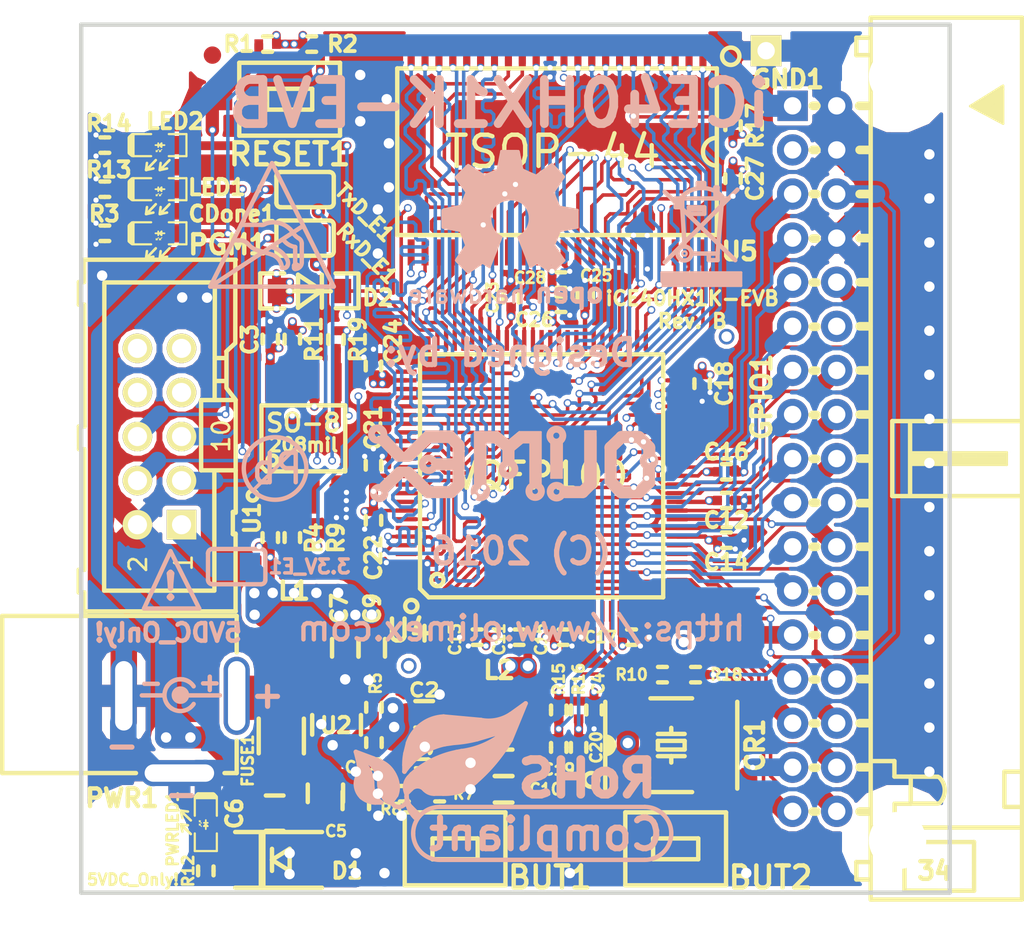
<source format=kicad_pcb>
(kicad_pcb (version 4) (host pcbnew 4.0.2+dfsg1-stable)
  (layers (0 F.Cu signal) (1 "In1(GND).Cu" signal hide) (2 "In2(PWR).Cu" signal hide) (31 B.Cu signal hide) (34 B.Paste user hide) (35 F.Paste user hide) (36 B.SilkS user hide) (37 F.SilkS user hide) (38 B.Mask user) (39 F.Mask user hide) (44 Edge.Cuts user))
  (net 0 "")
  (net 1 /BUT1)
  (net 2 GND)
  (net 3 /BUT2)
  (net 4 +5V)
  (net 5 +3V3)
  (net 6 +1V2)
  (net 7 /iCE40-CDONE)
  (net 8 "Net-(CDone1-Pad1)")
  (net 9 "Net-(CR1-Pad3)")
  (net 10 "Net-(D2-Pad1)")
  (net 11 /PIO3_1A)
  (net 12 /PIO3_1B)
  (net 13 /PIO3_2A)
  (net 14 /LED1)
  (net 15 /LED2)
  (net 16 /PIO3_2B)
  (net 17 /PIO2_1)
  (net 18 /PIO3_3A)
  (net 19 /PIO2_2)
  (net 20 /PIO3_3B)
  (net 21 /PIO2_3)
  (net 22 /PIO3_5A)
  (net 23 /PIO2_4)
  (net 24 /PIO3_5B)
  (net 25 /PIO2_7)
  (net 26 /PIO3_7B)
  (net 27 /PIO3_12A)
  (net 28 /PIO3_10A)
  (net 29 /PIO3_12B)
  (net 30 /PIO3_10B)
  (net 31 /PIO3_8B)
  (net 32 /PIO3_8A)
  (net 33 /PIO2_5)
  (net 34 /PIO2_6)
  (net 35 /PIO3_6B)
  (net 36 /PIO3_6A)
  (net 37 "Net-(L1-Pad2)")
  (net 38 "Net-(L2-Pad2)")
  (net 39 "Net-(LED1-Pad1)")
  (net 40 "Net-(LED2-Pad1)")
  (net 41 /iCE40-CRESET)
  (net 42 /iCE40-SDO)
  (net 43 /iCE40-SDI)
  (net 44 /iCE40-SCK)
  (net 45 /iCE40-SS_B)
  (net 46 "Net-(PWRLED1-Pad2)")
  (net 47 "Net-(R4-Pad1)")
  (net 48 "Net-(R5-Pad1)")
  (net 49 "Net-(R7-Pad1)")
  (net 50 /SYSCLK)
  (net 51 "Net-(R11-Pad2)")
  (net 52 /SRAM_#CS)
  (net 53 /SD15)
  (net 54 /SD14)
  (net 55 /SD13)
  (net 56 /SD12)
  (net 57 /SD11)
  (net 58 /SD10)
  (net 59 /SD9)
  (net 60 /SD8)
  (net 61 /SD7)
  (net 62 /SD6)
  (net 63 /SD5)
  (net 64 /SD4)
  (net 65 /SD3)
  (net 66 /SD2)
  (net 67 /SD1)
  (net 68 /SD0)
  (net 69 /SRAM_#WE)
  (net 70 /SRAM_#OE)
  (net 71 /SA0)
  (net 72 /SA1)
  (net 73 /SA2)
  (net 74 /SA3)
  (net 75 /SA4)
  (net 76 /SA5)
  (net 77 /SA6)
  (net 78 /SA7)
  (net 79 /SA8)
  (net 80 /SA9)
  (net 81 /SA10)
  (net 82 /SA11)
  (net 83 /SA12)
  (net 84 /SA13)
  (net 85 /SA14)
  (net 86 /SA15)
  (net 87 /SA16)
  (net 88 /SA17)
  (net 89 /EXTCLK)
  (net 90 "Net-(PGM1-Pad3)")
  (net 91 "Net-(PGM1-Pad4)")
  (net 92 "Net-(3.3V_E1-Pad1)")
  (net 93 "Net-(U4-Pad76)")
  (net 94 "Net-(U5-Pad28)")
  (net 95 /PIO2_9/TxD)
  (net 96 /PIO2_8/RxD)
  (module OLIMEX_IC-FP:VQFP100_Pitch-0.5mm_Dimensions-16.00x16.00x1.20mm (layer F.Cu) (at 141.506 95.989)
    (fp_text reference U4 (at -7.648 8.913) (layer F.SilkS) (effects (font (size 1.27 1.27) (thickness 0.254))))
    (fp_text value "ICE40HX1K-VQ100(VQFP100)")
    (fp_text user VQFP100 (at 0 0) (layer F.SilkS) (effects (font (size 1.5 1.5) (thickness 0.25))))
    (pad 1 smd rect (at -6 7.8 180) (size 0.25 1.2) (layers F.Cu F.Paste F.Mask) (net 11 /PIO3_1A))
    (pad 2 smd rect (at -5.5 7.8 180) (size 0.25 1.2) (layers F.Cu F.Paste F.Mask) (net 12 /PIO3_1B))
    (pad 3 smd rect (at -5 7.8 180) (size 0.25 1.2) (layers F.Cu F.Paste F.Mask) (net 13 /PIO3_2A))
    (pad 4 smd rect (at -4.5 7.8 180) (size 0.25 1.2) (layers F.Cu F.Paste F.Mask) (net 16 /PIO3_2B))
    (pad 5 smd rect (at -4 7.8 180) (size 0.25 1.2) (layers F.Cu F.Paste F.Mask) (net 2 GND))
    (pad 6 smd rect (at -3.5 7.8 180) (size 0.25 1.2) (layers F.Cu F.Paste F.Mask) (net 5 +3V3))
    (pad 7 smd rect (at -3 7.8 180) (size 0.25 1.2) (layers F.Cu F.Paste F.Mask) (net 18 /PIO3_3A))
    (pad 8 smd rect (at -2.5 7.8 180) (size 0.25 1.2) (layers F.Cu F.Paste F.Mask) (net 20 /PIO3_3B))
    (pad 9 smd rect (at -2 7.8 180) (size 0.25 1.2) (layers F.Cu F.Paste F.Mask) (net 22 /PIO3_5A))
    (pad 10 smd rect (at -1.5 7.8 180) (size 0.25 1.2) (layers F.Cu F.Paste F.Mask) (net 24 /PIO3_5B))
    (pad 11 smd rect (at -1 7.8 180) (size 0.25 1.2) (layers F.Cu F.Paste F.Mask) (net 6 +1V2))
    (pad 12 smd rect (at -0.5 7.8 180) (size 0.25 1.2) (layers F.Cu F.Paste F.Mask) (net 36 /PIO3_6A))
    (pad 13 smd rect (at 0 7.8 180) (size 0.25 1.2) (layers F.Cu F.Paste F.Mask) (net 35 /PIO3_6B))
    (pad 14 smd rect (at 0.5 7.8 180) (size 0.25 1.2) (layers F.Cu F.Paste F.Mask) (net 5 +3V3))
    (pad 15 smd rect (at 1 7.8 180) (size 0.25 1.2) (layers F.Cu F.Paste F.Mask) (net 50 /SYSCLK))
    (pad 16 smd rect (at 1.5 7.8 180) (size 0.25 1.2) (layers F.Cu F.Paste F.Mask) (net 26 /PIO3_7B))
    (pad 17 smd rect (at 2 7.8 180) (size 0.25 1.2) (layers F.Cu F.Paste F.Mask) (net 2 GND))
    (pad 18 smd rect (at 2.5 7.8 180) (size 0.25 1.2) (layers F.Cu F.Paste F.Mask) (net 32 /PIO3_8A))
    (pad 19 smd rect (at 3 7.8 180) (size 0.25 1.2) (layers F.Cu F.Paste F.Mask) (net 31 /PIO3_8B))
    (pad 20 smd rect (at 3.5 7.8 180) (size 0.25 1.2) (layers F.Cu F.Paste F.Mask) (net 28 /PIO3_10A))
    (pad 21 smd rect (at 4 7.8 180) (size 0.25 1.2) (layers F.Cu F.Paste F.Mask) (net 30 /PIO3_10B))
    (pad 22 smd rect (at 4.5 7.8 180) (size 0.25 1.2) (layers F.Cu F.Paste F.Mask) (net 5 +3V3))
    (pad 23 smd rect (at 5 7.8 180) (size 0.25 1.2) (layers F.Cu F.Paste F.Mask) (net 2 GND))
    (pad 24 smd rect (at 5.5 7.8 180) (size 0.25 1.2) (layers F.Cu F.Paste F.Mask) (net 27 /PIO3_12A))
    (pad 25 smd rect (at 6 7.8 180) (size 0.25 1.2) (layers F.Cu F.Paste F.Mask) (net 29 /PIO3_12B))
    (pad 26 smd rect (at 7.8 6 270) (size 0.25 1.2) (layers F.Cu F.Paste F.Mask) (net 17 /PIO2_1))
    (pad 27 smd rect (at 7.8 5.5 270) (size 0.25 1.2) (layers F.Cu F.Paste F.Mask) (net 19 /PIO2_2))
    (pad 28 smd rect (at 7.8 5 270) (size 0.25 1.2) (layers F.Cu F.Paste F.Mask) (net 21 /PIO2_3))
    (pad 29 smd rect (at 7.8 4.5 270) (size 0.25 1.2) (layers F.Cu F.Paste F.Mask) (net 23 /PIO2_4))
    (pad 30 smd rect (at 7.8 4 270) (size 0.25 1.2) (layers F.Cu F.Paste F.Mask) (net 33 /PIO2_5))
    (pad 31 smd rect (at 7.8 3.5 270) (size 0.25 1.2) (layers F.Cu F.Paste F.Mask) (net 5 +3V3))
    (pad 32 smd rect (at 7.8 3 270) (size 0.25 1.2) (layers F.Cu F.Paste F.Mask) (net 2 GND))
    (pad 33 smd rect (at 7.8 2.5 270) (size 0.25 1.2) (layers F.Cu F.Paste F.Mask) (net 34 /PIO2_6))
    (pad 34 smd rect (at 7.8 2 270) (size 0.25 1.2) (layers F.Cu F.Paste F.Mask) (net 25 /PIO2_7))
    (pad 35 smd rect (at 7.8 1.5 270) (size 0.25 1.2) (layers F.Cu F.Paste F.Mask) (net 6 +1V2))
    (pad 36 smd rect (at 7.8 1 270) (size 0.25 1.2) (layers F.Cu F.Paste F.Mask) (net 96 /PIO2_8/RxD))
    (pad 37 smd rect (at 7.8 0.5 270) (size 0.25 1.2) (layers F.Cu F.Paste F.Mask) (net 95 /PIO2_9/TxD))
    (pad 38 smd rect (at 7.8 0 270) (size 0.25 1.2) (layers F.Cu F.Paste F.Mask) (net 5 +3V3))
    (pad 39 smd rect (at 7.8 -0.5 270) (size 0.25 1.2) (layers F.Cu F.Paste F.Mask) (net 2 GND))
    (pad 40 smd rect (at 7.8 -1 270) (size 0.25 1.2) (layers F.Cu F.Paste F.Mask) (net 14 /LED1))
    (pad 41 smd rect (at 7.8 -1.5 270) (size 0.25 1.2) (layers F.Cu F.Paste F.Mask) (net 1 /BUT1))
    (pad 42 smd rect (at 7.8 -2 270) (size 0.25 1.2) (layers F.Cu F.Paste F.Mask) (net 3 /BUT2))
    (pad 43 smd rect (at 7.8 -2.5 270) (size 0.25 1.2) (layers F.Cu F.Paste F.Mask) (net 7 /iCE40-CDONE))
    (pad 44 smd rect (at 7.8 -3 270) (size 0.25 1.2) (layers F.Cu F.Paste F.Mask) (net 41 /iCE40-CRESET))
    (pad 45 smd rect (at 7.8 -3.5 270) (size 0.25 1.2) (layers F.Cu F.Paste F.Mask) (net 42 /iCE40-SDO))
    (pad 46 smd rect (at 7.8 -4 270) (size 0.25 1.2) (layers F.Cu F.Paste F.Mask) (net 43 /iCE40-SDI))
    (pad 47 smd rect (at 7.8 -4.5 270) (size 0.25 1.2) (layers F.Cu F.Paste F.Mask) (net 2 GND))
    (pad 48 smd rect (at 7.8 -5 270) (size 0.25 1.2) (layers F.Cu F.Paste F.Mask) (net 44 /iCE40-SCK))
    (pad 49 smd rect (at 7.8 -5.5 270) (size 0.25 1.2) (layers F.Cu F.Paste F.Mask) (net 45 /iCE40-SS_B))
    (pad 50 smd rect (at 7.8 -6 270) (size 0.25 1.2) (layers F.Cu F.Paste F.Mask) (net 5 +3V3))
    (pad 51 smd rect (at 6 -7.8 180) (size 0.25 1.2) (layers F.Cu F.Paste F.Mask) (net 15 /LED2))
    (pad 52 smd rect (at 5.5 -7.8 180) (size 0.25 1.2) (layers F.Cu F.Paste F.Mask) (net 53 /SD15))
    (pad 53 smd rect (at 5 -7.8 180) (size 0.25 1.2) (layers F.Cu F.Paste F.Mask) (net 54 /SD14))
    (pad 54 smd rect (at 4.5 -7.8 180) (size 0.25 1.2) (layers F.Cu F.Paste F.Mask) (net 55 /SD13))
    (pad 55 smd rect (at 4 -7.8 180) (size 0.25 1.2) (layers F.Cu F.Paste F.Mask) (net 2 GND))
    (pad 56 smd rect (at 3.5 -7.8 180) (size 0.25 1.2) (layers F.Cu F.Paste F.Mask) (net 56 /SD12))
    (pad 57 smd rect (at 3 -7.8 180) (size 0.25 1.2) (layers F.Cu F.Paste F.Mask) (net 57 /SD11))
    (pad 58 smd rect (at 2.5 -7.8 180) (size 0.25 1.2) (layers F.Cu F.Paste F.Mask) (net 5 +3V3))
    (pad 59 smd rect (at 2 -7.8 180) (size 0.25 1.2) (layers F.Cu F.Paste F.Mask) (net 58 /SD10))
    (pad 60 smd rect (at 1.5 -7.8 180) (size 0.25 1.2) (layers F.Cu F.Paste F.Mask) (net 59 /SD9))
    (pad 61 smd rect (at 1 -7.8 180) (size 0.25 1.2) (layers F.Cu F.Paste F.Mask) (net 6 +1V2))
    (pad 62 smd rect (at 0.5 -7.8 180) (size 0.25 1.2) (layers F.Cu F.Paste F.Mask) (net 68 /SD0))
    (pad 63 smd rect (at 0 -7.8 180) (size 0.25 1.2) (layers F.Cu F.Paste F.Mask) (net 67 /SD1))
    (pad 64 smd rect (at -0.5 -7.8 180) (size 0.25 1.2) (layers F.Cu F.Paste F.Mask) (net 66 /SD2))
    (pad 65 smd rect (at -1 -7.8 180) (size 0.25 1.2) (layers F.Cu F.Paste F.Mask) (net 65 /SD3))
    (pad 66 smd rect (at -1.5 -7.8 180) (size 0.25 1.2) (layers F.Cu F.Paste F.Mask) (net 64 /SD4))
    (pad 67 smd rect (at -2 -7.8 180) (size 0.25 1.2) (layers F.Cu F.Paste F.Mask) (net 5 +3V3))
    (pad 68 smd rect (at -2.5 -7.8 180) (size 0.25 1.2) (layers F.Cu F.Paste F.Mask) (net 63 /SD5))
    (pad 69 smd rect (at -3 -7.8 180) (size 0.25 1.2) (layers F.Cu F.Paste F.Mask) (net 62 /SD6))
    (pad 70 smd rect (at -3.5 -7.8 180) (size 0.25 1.2) (layers F.Cu F.Paste F.Mask) (net 2 GND))
    (pad 71 smd rect (at -4 -7.8 180) (size 0.25 1.2) (layers F.Cu F.Paste F.Mask) (net 61 /SD7))
    (pad 72 smd rect (at -4.5 -7.8 180) (size 0.25 1.2) (layers F.Cu F.Paste F.Mask) (net 60 /SD8))
    (pad 73 smd rect (at -5 -7.8 180) (size 0.25 1.2) (layers F.Cu F.Paste F.Mask) (net 69 /SRAM_#WE))
    (pad 74 smd rect (at -5.5 -7.8 180) (size 0.25 1.2) (layers F.Cu F.Paste F.Mask) (net 70 /SRAM_#OE))
    (pad 75 smd rect (at -6 -7.8 180) (size 0.25 1.2) (layers F.Cu F.Paste F.Mask) (net 10 "Net-(D2-Pad1)"))
    (pad 76 smd rect (at -7.8 -6 270) (size 0.25 1.2) (layers F.Cu F.Paste F.Mask) (net 93 "Net-(U4-Pad76)"))
    (pad 77 smd rect (at -7.8 -5.5 270) (size 0.25 1.2) (layers F.Cu F.Paste F.Mask) (net 6 +1V2))
    (pad 78 smd rect (at -7.8 -5 270) (size 0.25 1.2) (layers F.Cu F.Paste F.Mask) (net 52 /SRAM_#CS))
    (pad 79 smd rect (at -7.8 -4.5 270) (size 0.25 1.2) (layers F.Cu F.Paste F.Mask) (net 71 /SA0))
    (pad 80 smd rect (at -7.8 -4 270) (size 0.25 1.2) (layers F.Cu F.Paste F.Mask) (net 72 /SA1))
    (pad 81 smd rect (at -7.8 -3.5 270) (size 0.25 1.2) (layers F.Cu F.Paste F.Mask) (net 73 /SA2))
    (pad 82 smd rect (at -7.8 -3 270) (size 0.25 1.2) (layers F.Cu F.Paste F.Mask) (net 74 /SA3))
    (pad 83 smd rect (at -7.8 -2.5 270) (size 0.25 1.2) (layers F.Cu F.Paste F.Mask) (net 75 /SA4))
    (pad 84 smd rect (at -7.8 -2 270) (size 0.25 1.2) (layers F.Cu F.Paste F.Mask) (net 2 GND))
    (pad 85 smd rect (at -7.8 -1.5 270) (size 0.25 1.2) (layers F.Cu F.Paste F.Mask) (net 76 /SA5))
    (pad 86 smd rect (at -7.8 -1 270) (size 0.25 1.2) (layers F.Cu F.Paste F.Mask) (net 77 /SA6))
    (pad 87 smd rect (at -7.8 -0.5 270) (size 0.25 1.2) (layers F.Cu F.Paste F.Mask) (net 78 /SA7))
    (pad 88 smd rect (at -7.8 0 270) (size 0.25 1.2) (layers F.Cu F.Paste F.Mask) (net 5 +3V3))
    (pad 89 smd rect (at -7.8 0.5 270) (size 0.25 1.2) (layers F.Cu F.Paste F.Mask) (net 79 /SA8))
    (pad 90 smd rect (at -7.8 1 270) (size 0.25 1.2) (layers F.Cu F.Paste F.Mask) (net 80 /SA9))
    (pad 91 smd rect (at -7.8 1.5 270) (size 0.25 1.2) (layers F.Cu F.Paste F.Mask) (net 81 /SA10))
    (pad 92 smd rect (at -7.8 2 270) (size 0.25 1.2) (layers F.Cu F.Paste F.Mask) (net 5 +3V3))
    (pad 93 smd rect (at -7.8 2.5 270) (size 0.25 1.2) (layers F.Cu F.Paste F.Mask) (net 82 /SA11))
    (pad 94 smd rect (at -7.8 3 270) (size 0.25 1.2) (layers F.Cu F.Paste F.Mask) (net 83 /SA12))
    (pad 95 smd rect (at -7.8 3.5 270) (size 0.25 1.2) (layers F.Cu F.Paste F.Mask) (net 84 /SA13))
    (pad 96 smd rect (at -7.8 4 270) (size 0.25 1.2) (layers F.Cu F.Paste F.Mask) (net 85 /SA14))
    (pad 97 smd rect (at -7.8 4.5 270) (size 0.25 1.2) (layers F.Cu F.Paste F.Mask) (net 86 /SA15))
    (pad 98 smd rect (at -7.8 5 270) (size 0.25 1.2) (layers F.Cu F.Paste F.Mask) (net 2 GND))
    (pad 99 smd rect (at -7.8 5.5 270) (size 0.25 1.2) (layers F.Cu F.Paste F.Mask) (net 87 /SA16))
    (pad 100 smd rect (at -7.8 6 270) (size 0.25 1.2) (layers F.Cu F.Paste F.Mask) (net 88 /SA17))
  )
  (module OLIMEX_RLC-FP:C_0603_5MIL_DWS (layer F.Cu) (at 130.81 114.681 90)
    (fp_text reference C1 (at 1.905 0 180) (layer F.SilkS) (effects (font (size 0.635 0.635) (thickness 0.15875))))
    (fp_text value 22uF/6.3V/0603)
    (pad 1 smd rect (at -0.889 0 90) (size 1.016 1.016) (layers F.Cu F.Paste F.Mask) (net 2 GND) (clearance 0.0508))
    (pad 2 smd rect (at 0.889 0 90) (size 1.016 1.016) (layers F.Cu F.Paste F.Mask) (net 4 +5V) (clearance 0.0508))
  )
  (module OLIMEX_RLC-FP:C_0603_5MIL_DWS (layer F.Cu) (at 134.747 109.728 180)
    (fp_text reference C2 (at 0 1.397 180) (layer F.SilkS) (effects (font (size 0.762 0.889) (thickness 0.1905))))
    (fp_text value 22uF/6.3V/0603)
    (pad 1 smd rect (at -0.889 0 180) (size 1.016 1.016) (layers F.Cu F.Paste F.Mask) (net 2 GND) (clearance 0.0508))
    (pad 2 smd rect (at 0.889 0 180) (size 1.016 1.016) (layers F.Cu F.Paste F.Mask) (net 4 +5V) (clearance 0.0508))
  )
  (module OLIMEX_RLC-FP:C_0402_5MIL_DWS (layer F.Cu) (at 125.885 88.115 270)
    (fp_text reference C3 (at 0.023 1.171 270) (layer F.SilkS) (effects (font (size 0.889 0.889) (thickness 0.22225))))
    (fp_text value 100nF)
    (pad 1 smd rect (at -0.508 0 90) (size 0.5 0.55) (layers F.Cu F.Paste F.Mask) (net 2 GND))
    (pad 2 smd rect (at 0.508 0 270) (size 0.5 0.55) (layers F.Cu F.Paste F.Mask) (net 5 +3V3))
  )
  (module OLIMEX_RLC-FP:C_0402_5MIL_DWS (layer F.Cu) (at 144.526 109.474 90)
    (fp_text reference C4 (at 1.524 0.254 90) (layer F.SilkS) (effects (font (size 0.635 0.635) (thickness 0.15875))))
    (fp_text value 100nF)
    (pad 1 smd rect (at -0.508 0 270) (size 0.5 0.55) (layers F.Cu F.Paste F.Mask) (net 2 GND))
    (pad 2 smd rect (at 0.508 0 90) (size 0.5 0.55) (layers F.Cu F.Paste F.Mask) (net 5 +3V3))
  )
  (module OLIMEX_RLC-FP:C_0805_5MIL_DWS (layer F.Cu) (at 129.06 114.277 90)
    (fp_text reference C5 (at -2.182 0.607 180) (layer F.SilkS) (effects (font (size 0.635 0.635) (thickness 0.15875))))
    (fp_text value 47uF/6.3V/0805)
    (pad 1 smd rect (at -1.016 0 180) (size 1.524 1.27) (layers F.Cu F.Paste F.Mask) (net 2 GND))
    (pad 2 smd rect (at 1.016 0 180) (size 1.524 1.27) (layers F.Cu F.Paste F.Mask) (net 4 +5V))
  )
  (module OLIMEX_RLC-FP:C_0805_5MIL_DWS (layer F.Cu) (at 126.139 115.42 180)
    (fp_text reference C6 (at 2.314 -0.023 270) (layer F.SilkS) (effects (font (size 0.889 0.889) (thickness 0.22225))))
    (fp_text value 47uF/6.3V/0805)
    (pad 1 smd rect (at -1.016 0 270) (size 1.524 1.27) (layers F.Cu F.Paste F.Mask) (net 2 GND))
    (pad 2 smd rect (at 1.016 0 270) (size 1.524 1.27) (layers F.Cu F.Paste F.Mask) (net 4 +5V))
  )
  (module OLIMEX_RLC-FP:C_0603_5MIL_DWS (layer F.Cu) (at 130.203 105.895 90)
    (fp_text reference C7 (at 2.263 -0.3455 90) (layer F.SilkS) (effects (font (size 0.889 0.889) (thickness 0.22225))))
    (fp_text value 22uF/6.3V/0603)
    (pad 1 smd rect (at -0.889 0 90) (size 1.016 1.016) (layers F.Cu F.Paste F.Mask) (net 2 GND) (clearance 0.0508))
    (pad 2 smd rect (at 0.889 0 90) (size 1.016 1.016) (layers F.Cu F.Paste F.Mask) (net 5 +3V3) (clearance 0.0508))
  )
  (module OLIMEX_RLC-FP:C_0603_5MIL_DWS (layer F.Cu) (at 139.319 112.522)
    (fp_text reference C8 (at -2.032 0 180) (layer F.SilkS) (effects (font (size 0.635 0.635) (thickness 0.15875))))
    (fp_text value 22uF/6.3V/0603)
    (pad 1 smd rect (at -0.889 0) (size 1.016 1.016) (layers F.Cu F.Paste F.Mask) (net 2 GND) (clearance 0.0508))
    (pad 2 smd rect (at 0.889 0) (size 1.016 1.016) (layers F.Cu F.Paste F.Mask) (net 6 +1V2) (clearance 0.0508))
  )
  (module OLIMEX_RLC-FP:C_0603_5MIL_DWS (layer F.Cu) (at 131.727 105.895 90)
    (fp_text reference C9 (at 2.263 0.0355 90) (layer F.SilkS) (effects (font (size 0.889 0.889) (thickness 0.22225))))
    (fp_text value 22uF/6.3V/0603)
    (pad 1 smd rect (at -0.889 0 90) (size 1.016 1.016) (layers F.Cu F.Paste F.Mask) (net 2 GND) (clearance 0.0508))
    (pad 2 smd rect (at 0.889 0 90) (size 1.016 1.016) (layers F.Cu F.Paste F.Mask) (net 5 +3V3) (clearance 0.0508))
  )
  (module OLIMEX_RLC-FP:C_0603_5MIL_DWS (layer F.Cu) (at 139.319 114.046)
    (fp_text reference C10 (at 2.413 0) (layer F.SilkS) (effects (font (size 0.635 0.635) (thickness 0.15875))))
    (fp_text value 22uF/6.3V/0603)
    (pad 1 smd rect (at -0.889 0) (size 1.016 1.016) (layers F.Cu F.Paste F.Mask) (net 2 GND) (clearance 0.0508))
    (pad 2 smd rect (at 0.889 0) (size 1.016 1.016) (layers F.Cu F.Paste F.Mask) (net 6 +1V2) (clearance 0.0508))
  )
  (module OLIMEX_RLC-FP:C_0402_5MIL_DWS (layer F.Cu) (at 140.208 105.283)
    (fp_text reference C11 (at -1.143 0.127 90) (layer F.SilkS) (effects (font (size 0.635 0.635) (thickness 0.15875))))
    (fp_text value 100nF)
    (pad 1 smd rect (at -0.508 0 180) (size 0.5 0.55) (layers F.Cu F.Paste F.Mask) (net 2 GND))
    (pad 2 smd rect (at 0.508 0) (size 0.5 0.55) (layers F.Cu F.Paste F.Mask) (net 6 +1V2))
  )
  (module OLIMEX_RLC-FP:C_0402_5MIL_DWS (layer F.Cu) (at 152.146 97.409 180)
    (fp_text reference C12 (at 0 -1.143 180) (layer F.SilkS) (effects (font (size 0.889 0.889) (thickness 0.22225))))
    (fp_text value 100nF)
    (pad 1 smd rect (at -0.508 0) (size 0.5 0.55) (layers F.Cu F.Paste F.Mask) (net 2 GND))
    (pad 2 smd rect (at 0.508 0 180) (size 0.5 0.55) (layers F.Cu F.Paste F.Mask) (net 6 +1V2))
  )
  (module OLIMEX_RLC-FP:C_0402_5MIL_DWS (layer F.Cu) (at 137.795 105.283)
    (fp_text reference C13 (at -1.27 0.127 90) (layer F.SilkS) (effects (font (size 0.635 0.635) (thickness 0.15875))))
    (fp_text value 100nF)
    (pad 1 smd rect (at -0.508 0 180) (size 0.5 0.55) (layers F.Cu F.Paste F.Mask) (net 2 GND))
    (pad 2 smd rect (at 0.508 0) (size 0.5 0.55) (layers F.Cu F.Paste F.Mask) (net 5 +3V3))
  )
  (module OLIMEX_RLC-FP:C_0402_5MIL_DWS (layer F.Cu) (at 152.146 99.695 180)
    (fp_text reference C14 (at 0 -1.27 180) (layer F.SilkS) (effects (font (size 0.889 0.889) (thickness 0.22225))))
    (fp_text value 100nF)
    (pad 1 smd rect (at -0.508 0) (size 0.5 0.55) (layers F.Cu F.Paste F.Mask) (net 2 GND))
    (pad 2 smd rect (at 0.508 0 180) (size 0.5 0.55) (layers F.Cu F.Paste F.Mask) (net 5 +3V3))
  )
  (module OLIMEX_RLC-FP:C_0402_5MIL_DWS (layer F.Cu) (at 142.748 105.283 180)
    (fp_text reference C15 (at 1.27 -0.127 270) (layer F.SilkS) (effects (font (size 0.635 0.635) (thickness 0.15875))))
    (fp_text value 100nF)
    (pad 1 smd rect (at -0.508 0) (size 0.5 0.55) (layers F.Cu F.Paste F.Mask) (net 2 GND))
    (pad 2 smd rect (at 0.508 0 180) (size 0.5 0.55) (layers F.Cu F.Paste F.Mask) (net 5 +3V3))
  )
  (module OLIMEX_RLC-FP:C_0402_5MIL_DWS (layer F.Cu) (at 152.146 95.758 180)
    (fp_text reference C16 (at 0 1.143 180) (layer F.SilkS) (effects (font (size 0.889 0.889) (thickness 0.22225))))
    (fp_text value 100nF)
    (pad 1 smd rect (at -0.508 0) (size 0.5 0.55) (layers F.Cu F.Paste F.Mask) (net 2 GND))
    (pad 2 smd rect (at 0.508 0 180) (size 0.5 0.55) (layers F.Cu F.Paste F.Mask) (net 5 +3V3))
  )
  (module OLIMEX_RLC-FP:C_0402_5MIL_DWS (layer F.Cu) (at 146.685 105.283 180)
    (fp_text reference C17 (at 1.778 0 180) (layer F.SilkS) (effects (font (size 0.635 0.635) (thickness 0.15875))))
    (fp_text value 100nF)
    (pad 1 smd rect (at -0.508 0) (size 0.5 0.55) (layers F.Cu F.Paste F.Mask) (net 2 GND))
    (pad 2 smd rect (at 0.508 0 180) (size 0.5 0.55) (layers F.Cu F.Paste F.Mask) (net 5 +3V3))
  )
  (module OLIMEX_RLC-FP:C_0402_5MIL_DWS (layer F.Cu) (at 150.749 90.678 90)
    (fp_text reference C18 (at 0 1.27 90) (layer F.SilkS) (effects (font (size 0.889 0.889) (thickness 0.22225))))
    (fp_text value 100nF)
    (pad 1 smd rect (at -0.508 0 270) (size 0.5 0.55) (layers F.Cu F.Paste F.Mask) (net 2 GND))
    (pad 2 smd rect (at 0.508 0 90) (size 0.5 0.55) (layers F.Cu F.Paste F.Mask) (net 5 +3V3))
  )
  (module OLIMEX_RLC-FP:C_0402_5MIL_DWS (layer F.Cu) (at 142.494 111.633 90)
    (fp_text reference C19 (at -1.27 0 180) (layer F.SilkS) (effects (font (size 0.635 0.635) (thickness 0.15875))))
    (fp_text value "NA(100nF)")
    (pad 1 smd rect (at -0.508 0 270) (size 0.5 0.55) (layers F.Cu F.Paste F.Mask) (net 2 GND))
    (pad 2 smd rect (at 0.508 0 90) (size 0.5 0.55) (layers F.Cu F.Paste F.Mask) (net 1 /BUT1))
  )
  (module OLIMEX_RLC-FP:C_0402_5MIL_DWS (layer F.Cu) (at 143.637 111.633 90)
    (fp_text reference C20 (at 0 1.016 90) (layer F.SilkS) (effects (font (size 0.635 0.635) (thickness 0.15875))))
    (fp_text value "NA(100nF)")
    (pad 1 smd rect (at -0.508 0 270) (size 0.5 0.55) (layers F.Cu F.Paste F.Mask) (net 2 GND))
    (pad 2 smd rect (at 0.508 0 90) (size 0.5 0.55) (layers F.Cu F.Paste F.Mask) (net 3 /BUT2))
  )
  (module OLIMEX_RLC-FP:C_0402_5MIL_DWS (layer F.Cu) (at 131.826 95.377 270)
    (fp_text reference C21 (at -2.159 0 270) (layer F.SilkS) (effects (font (size 0.889 0.889) (thickness 0.22225))))
    (fp_text value 100nF)
    (pad 1 smd rect (at -0.508 0 90) (size 0.5 0.55) (layers F.Cu F.Paste F.Mask) (net 2 GND))
    (pad 2 smd rect (at 0.508 0 270) (size 0.5 0.55) (layers F.Cu F.Paste F.Mask) (net 5 +3V3))
  )
  (module OLIMEX_RLC-FP:C_0402_5MIL_DWS (layer F.Cu) (at 131.826 98.552 90)
    (fp_text reference C22 (at -2.159 0 90) (layer F.SilkS) (effects (font (size 0.889 0.889) (thickness 0.22225))))
    (fp_text value 100nF)
    (pad 1 smd rect (at -0.508 0 270) (size 0.5 0.55) (layers F.Cu F.Paste F.Mask) (net 2 GND))
    (pad 2 smd rect (at 0.508 0 90) (size 0.5 0.55) (layers F.Cu F.Paste F.Mask) (net 5 +3V3))
  )
  (module OLIMEX_RLC-FP:C_0402_5MIL_DWS (layer F.Cu) (at 139.7508 85.7504 270)
    (fp_text reference C23 (at -0.0254 1.0668 270) (layer F.SilkS) (effects (font (size 0.635 0.635) (thickness 0.15875))))
    (fp_text value 100nF)
    (pad 1 smd rect (at -0.508 0 90) (size 0.5 0.55) (layers F.Cu F.Paste F.Mask) (net 2 GND))
    (pad 2 smd rect (at 0.508 0 270) (size 0.5 0.55) (layers F.Cu F.Paste F.Mask) (net 5 +3V3))
  )
  (module OLIMEX_RLC-FP:C_0402_5MIL_DWS (layer F.Cu) (at 131.826 89.662 270)
    (fp_text reference C24 (at -1.397 -1.143 270) (layer F.SilkS) (effects (font (size 0.889 0.889) (thickness 0.22225))))
    (fp_text value 100nF)
    (pad 1 smd rect (at -0.508 0 90) (size 0.5 0.55) (layers F.Cu F.Paste F.Mask) (net 2 GND))
    (pad 2 smd rect (at 0.508 0 270) (size 0.5 0.55) (layers F.Cu F.Paste F.Mask) (net 6 +1V2))
  )
  (module OLIMEX_RLC-FP:C_0402_5MIL_DWS (layer F.Cu) (at 144.018 85.6615 270)
    (fp_text reference C25 (at -1.2065 -0.635 360) (layer F.SilkS) (effects (font (size 0.635 0.635) (thickness 0.15875))))
    (fp_text value 100nF)
    (pad 1 smd rect (at -0.508 0 90) (size 0.5 0.55) (layers F.Cu F.Paste F.Mask) (net 2 GND))
    (pad 2 smd rect (at 0.508 0 270) (size 0.5 0.55) (layers F.Cu F.Paste F.Mask) (net 5 +3V3))
  )
  (module OLIMEX_RLC-FP:C_0402_5MIL_DWS (layer F.Cu) (at 142.621 86.106 180)
    (fp_text reference C26 (at 1.524 -0.889 180) (layer F.SilkS) (effects (font (size 0.762 0.762) (thickness 0.1905))))
    (fp_text value 100nF)
    (pad 1 smd rect (at -0.508 0) (size 0.5 0.55) (layers F.Cu F.Paste F.Mask) (net 2 GND))
    (pad 2 smd rect (at 0.508 0 180) (size 0.5 0.55) (layers F.Cu F.Paste F.Mask) (net 6 +1V2))
  )
  (module OLIMEX_RLC-FP:C_0402_5MIL_DWS (layer F.Cu) (at 152.527 78.867 90)
    (fp_text reference C27 (at 0 1.27 90) (layer F.SilkS) (effects (font (size 0.889 0.889) (thickness 0.22225))))
    (fp_text value "NA(100nF)")
    (pad 1 smd rect (at -0.508 0 270) (size 0.5 0.55) (layers F.Cu F.Paste F.Mask) (net 2 GND))
    (pad 2 smd rect (at 0.508 0 90) (size 0.5 0.55) (layers F.Cu F.Paste F.Mask) (net 5 +3V3))
  )
  (module OLIMEX_RLC-FP:C_0402_5MIL_DWS (layer F.Cu) (at 142.621 84.709 180)
    (fp_text reference C28 (at 1.778 0.127 180) (layer F.SilkS) (effects (font (size 0.635 0.635) (thickness 0.15875))))
    (fp_text value 100nF)
    (pad 1 smd rect (at -0.508 0) (size 0.5 0.55) (layers F.Cu F.Paste F.Mask) (net 2 GND))
    (pad 2 smd rect (at 0.508 0 180) (size 0.5 0.55) (layers F.Cu F.Paste F.Mask) (net 5 +3V3))
  )
  (module OLIMEX_LEDs-FP:LED_0603_KA (layer F.Cu) (at 119.535 82.019)
    (fp_text reference CDone1 (at 4.163 -1.12) (layer F.SilkS) (effects (font (size 0.889 0.889) (thickness 0.22225))))
    (fp_text value LED/Green/0603)
    (pad 2 smd rect (at 0.889 0 180) (size 1.03 1.06) (layers F.Cu F.Paste F.Mask) (net 7 /iCE40-CDONE))
    (pad 1 smd rect (at -0.889 0 180) (size 1.03 1.06) (layers F.Cu F.Paste F.Mask) (net 8 "Net-(CDone1-Pad1)"))
  )
  (module OLIMEX_Crystal-FP:Oscillator_7.0x5.0mm (layer F.Cu) (at 148.971 111.506)
    (fp_text reference CR1 (at 4.826 0 90) (layer F.SilkS) (effects (font (size 1.016 1.016) (thickness 0.254))))
    (fp_text value Oscillator-100MHZ_TXC-7W)
    (pad 1 smd rect (at -2.5 2.1) (size 2 2.2) (layers F.Cu F.Paste F.Mask) (net 5 +3V3))
    (pad 2 smd rect (at 2.5 2.1) (size 2 2.2) (layers F.Cu F.Paste F.Mask) (net 2 GND))
    (pad 3 smd rect (at 2.5 -2.1) (size 2 2.2) (layers F.Cu F.Paste F.Mask) (net 9 "Net-(CR1-Pad3)"))
    (pad 4 smd rect (at -2.5 -2.1) (size 2 2.2) (layers F.Cu F.Paste F.Mask) (net 5 +3V3))
  )
  (module OLIMEX_Diodes-FP:DO214AA (layer F.Cu) (at 126.365 118.11)
    (fp_text reference D1 (at 3.937 0.635 180) (layer F.SilkS) (effects (font (size 0.889 0.889) (thickness 0.22225))))
    (fp_text value SMBJ6.0A)
    (pad A smd rect (at 2.177 0) (size 1.778 2.286) (layers F.Cu F.Paste F.Mask) (net 2 GND))
    (pad C smd rect (at -2.177 0) (size 1.778 2.286) (layers F.Cu F.Paste F.Mask) (net 4 +5V))
  )
  (module OLIMEX_Diodes-FP:SOD-123_1C-2A_KA (layer F.Cu) (at 128.143 85.344 180)
    (fp_text reference D2 (at -3.937 -0.381 180) (layer F.SilkS) (effects (font (size 0.889 0.889) (thickness 0.22225))))
    (fp_text value "1N5819(S4SOD-123)")
    (pad 1 smd rect (at -1.9 0 180) (size 1 1.4) (layers F.Cu F.Paste F.Mask) (net 10 "Net-(D2-Pad1)") (clearance 0.0508))
    (pad 2 smd rect (at 1.9 0 180) (size 1 1.4) (layers F.Cu F.Paste F.Mask) (net 5 +3V3) (clearance 0.0508))
  )
  (module OLIMEX_Devices-FP:FUSE-5025 (layer F.Cu) (at 126.52 110.975 270)
    (fp_text reference FUSE1 (at 1.42 1.933 270) (layer F.SilkS) (effects (font (size 0.635 0.635) (thickness 0.15875))))
    (fp_text value "NA(5025)")
    (pad 1 smd rect (at -2.2 0 270) (size 1.8 2.7) (layers F.Cu F.Paste F.Mask) (net 4 +5V))
    (pad 2 smd rect (at 2.2 0 270) (size 1.8 2.7) (layers F.Cu F.Paste F.Mask) (net 4 +5V))
  )
  (module OLIMEX_Connectors-FP:BH34R (layer F.Cu) (at 157.226 94.996 270)
    (fp_text reference GPIO1 (at -3.556 3.048 270) (layer F.SilkS) (effects (font (size 1.1 1.1) (thickness 0.254))))
    (fp_text value BH34R)
    (fp_text user 34 (at 23.749 -6.9088 360) (layer F.SilkS) (effects (font (size 1.016 1.016) (thickness 0.254))))
    (pad 1 thru_hole rect (at -20.32 1.27 270) (size 1.75 1.75) (drill 1) (layers *.Cu *.Mask) (net 4 +5V))
    (pad 2 thru_hole circle (at -20.32 -1.27 270) (size 1.8 1.8) (drill 1) (layers *.Cu *.Mask) (net 2 GND))
    (pad 3 thru_hole circle (at -17.78 1.27 270) (size 1.8 1.8) (drill 1) (layers *.Cu *.Mask) (net 5 +3V3))
    (pad 4 thru_hole circle (at -17.78 -1.27 270) (size 1.8 1.8) (drill 1) (layers *.Cu *.Mask) (net 2 GND))
    (pad 5 thru_hole circle (at -15.24 1.27 270) (size 1.8 1.8) (drill 1) (layers *.Cu *.Mask) (net 11 /PIO3_1A))
    (pad 6 thru_hole circle (at -15.24 -1.27 270) (size 1.8 1.8) (drill 1) (layers *.Cu *.Mask) (net 89 /EXTCLK))
    (pad 7 thru_hole circle (at -12.7 1.27 270) (size 1.8 1.8) (drill 1) (layers *.Cu *.Mask) (net 12 /PIO3_1B))
    (pad 8 thru_hole circle (at -12.7 -1.27 270) (size 1.8 1.8) (drill 1) (layers *.Cu *.Mask) (net 2 GND))
    (pad 9 thru_hole circle (at -10.16 1.27 270) (size 1.8 1.8) (drill 1) (layers *.Cu *.Mask) (net 13 /PIO3_2A))
    (pad 10 thru_hole circle (at -10.16 -1.27 270) (size 1.8 1.8) (drill 1) (layers *.Cu *.Mask) (net 14 /LED1))
    (pad 12 thru_hole circle (at -7.62 -1.27 270) (size 1.8 1.8) (drill 1) (layers *.Cu *.Mask) (net 15 /LED2))
    (pad 11 thru_hole circle (at -7.62 1.27 270) (size 1.8 1.8) (drill 1) (layers *.Cu *.Mask) (net 16 /PIO3_2B))
    (pad 14 thru_hole circle (at -5.08 -1.27 270) (size 1.8 1.8) (drill 1) (layers *.Cu *.Mask) (net 95 /PIO2_9/TxD))
    (pad 13 thru_hole circle (at -5.08 1.27 270) (size 1.8 1.8) (drill 1) (layers *.Cu *.Mask) (net 18 /PIO3_3A))
    (pad 16 thru_hole circle (at -2.54 -1.27 270) (size 1.8 1.8) (drill 1) (layers *.Cu *.Mask) (net 96 /PIO2_8/RxD))
    (pad 15 thru_hole circle (at -2.54 1.27 270) (size 1.8 1.8) (drill 1) (layers *.Cu *.Mask) (net 20 /PIO3_3B))
    (pad 18 thru_hole circle (at 0 -1.27 270) (size 1.8 1.8) (drill 1) (layers *.Cu *.Mask) (net 25 /PIO2_7))
    (pad 17 thru_hole circle (at 0 1.27 270) (size 1.8 1.8) (drill 1) (layers *.Cu *.Mask) (net 22 /PIO3_5A))
    (pad 20 thru_hole circle (at 2.54 -1.27 270) (size 1.8 1.8) (drill 1) (layers *.Cu *.Mask) (net 34 /PIO2_6))
    (pad 19 thru_hole circle (at 2.54 1.27 270) (size 1.8 1.8) (drill 1) (layers *.Cu *.Mask) (net 24 /PIO3_5B))
    (pad 26 thru_hole circle (at 10.16 -1.27 270) (size 1.8 1.8) (drill 1) (layers *.Cu *.Mask) (net 21 /PIO2_3))
    (pad 25 thru_hole circle (at 10.16 1.27 270) (size 1.8 1.8) (drill 1) (layers *.Cu *.Mask) (net 26 /PIO3_7B))
    (pad 34 thru_hole circle (at 20.32 -1.27 270) (size 1.8 1.8) (drill 1) (layers *.Cu *.Mask) (net 27 /PIO3_12A))
    (pad 31 thru_hole circle (at 17.78 1.27 270) (size 1.8 1.8) (drill 1) (layers *.Cu *.Mask) (net 28 /PIO3_10A))
    (pad 32 thru_hole circle (at 17.78 -1.27 270) (size 1.8 1.8) (drill 1) (layers *.Cu *.Mask) (net 29 /PIO3_12B))
    (pad 33 thru_hole circle (at 20.32 1.27 270) (size 1.8 1.8) (drill 1) (layers *.Cu *.Mask) (net 30 /PIO3_10B))
    (pad 29 thru_hole circle (at 15.24 1.27 270) (size 1.8 1.8) (drill 1) (layers *.Cu *.Mask) (net 31 /PIO3_8B))
    (pad 28 thru_hole circle (at 12.7 -1.27 270) (size 1.8 1.8) (drill 1) (layers *.Cu *.Mask) (net 19 /PIO2_2))
    (pad 30 thru_hole circle (at 15.24 -1.27 270) (size 1.8 1.8) (drill 1) (layers *.Cu *.Mask) (net 17 /PIO2_1))
    (pad 27 thru_hole circle (at 12.7 1.27 270) (size 1.8 1.8) (drill 1) (layers *.Cu *.Mask) (net 32 /PIO3_8A))
    (pad 22 thru_hole circle (at 5.08 -1.27 270) (size 1.8 1.8) (drill 1) (layers *.Cu *.Mask) (net 33 /PIO2_5))
    (pad 24 thru_hole circle (at 7.62 -1.27 270) (size 1.8 1.8) (drill 1) (layers *.Cu *.Mask) (net 23 /PIO2_4))
    (pad 23 thru_hole circle (at 7.62 1.27 270) (size 1.8 1.8) (drill 1) (layers *.Cu *.Mask) (net 35 /PIO3_6B))
    (pad 21 thru_hole circle (at 5.08 1.27 270) (size 1.8 1.8) (drill 1) (layers *.Cu *.Mask) (net 36 /PIO3_6A))
  )
  (module OLIMEX_RLC-FP:CD32 (layer F.Cu) (at 127.282 105.26 90)
    (fp_text reference L1 (at 2.644 -0.028 180) (layer F.SilkS) (effects (font (thickness 0.25))))
    (fp_text value 2.2uH/1.5A/DCR<0.1R/CD32)
    (pad 1 smd rect (at 1.2 0 270) (size 1.6 3.5) (layers F.Cu F.Paste F.Mask) (net 5 +3V3) (clearance 0.0508))
    (pad 2 smd rect (at -1.2 0 270) (size 1.6 3.5) (layers F.Cu F.Paste F.Mask) (net 37 "Net-(L1-Pad2)") (clearance 0.0508))
  )
  (module OLIMEX_RLC-FP:CD32 (layer F.Cu) (at 139.065 109.728)
    (fp_text reference L2 (at 0 -2.54 180) (layer F.SilkS) (effects (font (thickness 0.25))))
    (fp_text value 2.2uH/1.5A/DCR<0.1R/CD32)
    (pad 1 smd rect (at 1.2 0 180) (size 1.6 3.5) (layers F.Cu F.Paste F.Mask) (net 6 +1V2) (clearance 0.0508))
    (pad 2 smd rect (at -1.2 0 180) (size 1.6 3.5) (layers F.Cu F.Paste F.Mask) (net 38 "Net-(L2-Pad2)") (clearance 0.0508))
  )
  (module OLIMEX_LEDs-FP:LED_0603_KA (layer F.Cu) (at 119.535 79.479)
    (fp_text reference LED1 (at 3.274 -0.104) (layer F.SilkS) (effects (font (size 0.889 0.889) (thickness 0.22225))))
    (fp_text value LED/Red/0603)
    (pad 2 smd rect (at 0.889 0 180) (size 1.03 1.06) (layers F.Cu F.Paste F.Mask) (net 14 /LED1))
    (pad 1 smd rect (at -0.889 0 180) (size 1.03 1.06) (layers F.Cu F.Paste F.Mask) (net 39 "Net-(LED1-Pad1)"))
  )
  (module OLIMEX_LEDs-FP:LED_0603_KA (layer F.Cu) (at 119.535 76.939)
    (fp_text reference LED2 (at 0.861 -1.374) (layer F.SilkS) (effects (font (size 0.889 0.889) (thickness 0.22225))))
    (fp_text value LED/Red/0603)
    (pad 2 smd rect (at 0.889 0 180) (size 1.03 1.06) (layers F.Cu F.Paste F.Mask) (net 15 /LED2))
    (pad 1 smd rect (at -0.889 0 180) (size 1.03 1.06) (layers F.Cu F.Paste F.Mask) (net 40 "Net-(LED2-Pad1)"))
  )
  (module OLIMEX_Connectors-FP:UEXT_ML10 (layer F.Cu) (at 119.507 93.726 90)
    (fp_text reference PGM1 (at 11.049 3.937 360) (layer F.SilkS) (effects (font (size 1.1 1.1) (thickness 0.254))))
    (fp_text value BH10S)
    (fp_text user 2 (at -7.34822 -1.23444 90) (layer F.SilkS))
    (fp_text user 1 (at -7.2644 1.39192 90) (layer F.SilkS))
    (fp_text user 10 (at 0.0381 3.55092 90) (layer F.SilkS))
    (pad 1 thru_hole rect (at -5.08 1.27 90) (size 1.7 1.7) (drill 1.1) (layers *.Cu *.Mask F.SilkS) (net 92 "Net-(3.3V_E1-Pad1)"))
    (pad 2 thru_hole circle (at -5.08 -1.27 90) (size 1.7 1.7) (drill 1.1) (layers *.Cu *.Mask F.SilkS) (net 2 GND))
    (pad 3 thru_hole circle (at -2.54 1.27 90) (size 1.7 1.7) (drill 1.1) (layers *.Cu *.Mask F.SilkS) (net 90 "Net-(PGM1-Pad3)"))
    (pad 4 thru_hole circle (at -2.54 -1.27 90) (size 1.7 1.7) (drill 1.1) (layers *.Cu *.Mask F.SilkS) (net 91 "Net-(PGM1-Pad4)"))
    (pad 5 thru_hole circle (at 0 1.27 90) (size 1.7 1.7) (drill 1.1) (layers *.Cu *.Mask F.SilkS) (net 7 /iCE40-CDONE))
    (pad 6 thru_hole circle (at 0 -1.27 90) (size 1.7 1.7) (drill 1.1) (layers *.Cu *.Mask F.SilkS) (net 41 /iCE40-CRESET))
    (pad 7 thru_hole circle (at 2.54 1.27 90) (size 1.7 1.7) (drill 1.1) (layers *.Cu *.Mask F.SilkS) (net 43 /iCE40-SDI))
    (pad 8 thru_hole circle (at 2.54 -1.27 90) (size 1.7 1.7) (drill 1.1) (layers *.Cu *.Mask F.SilkS) (net 42 /iCE40-SDO))
    (pad 9 thru_hole circle (at 5.08 1.27 90) (size 1.7 1.7) (drill 1.1) (layers *.Cu *.Mask F.SilkS) (net 44 /iCE40-SCK))
    (pad 10 thru_hole circle (at 5.08 -1.27 90) (size 1.7 1.7) (drill 1.1) (layers *.Cu *.Mask F.SilkS) (net 45 /iCE40-SS_B))
  )
  (module OLIMEX_LEDs-FP:LED_0603_KA (layer F.Cu) (at 122.174 116.078 270)
    (fp_text reference PWRLED1 (at 0.254 1.905 270) (layer F.SilkS) (effects (font (size 0.635 0.635) (thickness 0.15875))))
    (fp_text value LED/Red/0603)
    (pad 2 smd rect (at 0.889 0 90) (size 1.03 1.06) (layers F.Cu F.Paste F.Mask) (net 46 "Net-(PWRLED1-Pad2)"))
    (pad 1 smd rect (at -0.889 0 90) (size 1.03 1.06) (layers F.Cu F.Paste F.Mask) (net 2 GND))
  )
  (module OLIMEX_RLC-FP:R_0402_5MIL_DWS (layer F.Cu) (at 125.73 71.12)
    (fp_text reference R1 (at -1.651 0) (layer F.SilkS) (effects (font (size 0.889 0.889) (thickness 0.22225))))
    (fp_text value 10k)
    (pad 1 smd rect (at -0.508 0 180) (size 0.5 0.55) (layers F.Cu F.Paste F.Mask) (net 41 /iCE40-CRESET))
    (pad 2 smd rect (at 0.508 0) (size 0.5 0.55) (layers F.Cu F.Paste F.Mask) (net 5 +3V3))
  )
  (module OLIMEX_RLC-FP:R_0402_5MIL_DWS (layer F.Cu) (at 128.27 71.12 180)
    (fp_text reference R2 (at -1.778 0 180) (layer F.SilkS) (effects (font (size 0.889 0.889) (thickness 0.22225))))
    (fp_text value 2.2k)
    (pad 1 smd rect (at -0.508 0) (size 0.5 0.55) (layers F.Cu F.Paste F.Mask) (net 7 /iCE40-CDONE))
    (pad 2 smd rect (at 0.508 0 180) (size 0.5 0.55) (layers F.Cu F.Paste F.Mask) (net 5 +3V3))
  )
  (module OLIMEX_RLC-FP:R_0402_5MIL_DWS (layer F.Cu) (at 116.36 82.019 180)
    (fp_text reference R3 (at 0.028 1.12 180) (layer F.SilkS) (effects (font (size 0.889 0.889) (thickness 0.22225))))
    (fp_text value 22R)
    (pad 1 smd rect (at -0.508 0) (size 0.5 0.55) (layers F.Cu F.Paste F.Mask) (net 8 "Net-(CDone1-Pad1)"))
    (pad 2 smd rect (at 0.508 0 180) (size 0.5 0.55) (layers F.Cu F.Paste F.Mask) (net 2 GND))
  )
  (module OLIMEX_RLC-FP:R_0402_5MIL_DWS (layer F.Cu) (at 125.885 99.545 270)
    (fp_text reference R4 (at 0.023 -2.512 270) (layer F.SilkS) (effects (font (size 0.889 0.889) (thickness 0.22225))))
    (fp_text value 10k)
    (pad 1 smd rect (at -0.508 0 90) (size 0.5 0.55) (layers F.Cu F.Paste F.Mask) (net 47 "Net-(R4-Pad1)"))
    (pad 2 smd rect (at 0.508 0 270) (size 0.5 0.55) (layers F.Cu F.Paste F.Mask) (net 5 +3V3))
  )
  (module OLIMEX_RLC-FP:R_0402_5MIL_DWS (layer F.Cu) (at 131.854 109.324 90)
    (fp_text reference R5 (at 1.374 0.099 90) (layer F.SilkS) (effects (font (size 0.635 0.635) (thickness 0.15875))))
    (fp_text value 4.99k/1%)
    (pad 1 smd rect (at -0.508 0 270) (size 0.5 0.55) (layers F.Cu F.Paste F.Mask) (net 48 "Net-(R5-Pad1)"))
    (pad 2 smd rect (at 0.508 0 90) (size 0.5 0.55) (layers F.Cu F.Paste F.Mask) (net 5 +3V3))
  )
  (module OLIMEX_RLC-FP:R_0402_5MIL_DWS (layer F.Cu) (at 131.854 111.356 270)
    (fp_text reference R6 (at 1.42 -0.099 270) (layer F.SilkS) (effects (font (size 0.635 0.635) (thickness 0.15875))))
    (fp_text value 1.1k/1%)
    (pad 1 smd rect (at -0.508 0 90) (size 0.5 0.55) (layers F.Cu F.Paste F.Mask) (net 48 "Net-(R5-Pad1)"))
    (pad 2 smd rect (at 0.508 0 270) (size 0.5 0.55) (layers F.Cu F.Paste F.Mask) (net 2 GND))
  )
  (module OLIMEX_RLC-FP:R_0402_5MIL_DWS (layer F.Cu) (at 135.636 114.3)
    (fp_text reference R7 (at 1.397 0) (layer F.SilkS) (effects (font (size 0.635 0.635) (thickness 0.15875))))
    (fp_text value 4.99k/1%)
    (pad 1 smd rect (at -0.508 0 180) (size 0.5 0.55) (layers F.Cu F.Paste F.Mask) (net 49 "Net-(R7-Pad1)"))
    (pad 2 smd rect (at 0.508 0) (size 0.5 0.55) (layers F.Cu F.Paste F.Mask) (net 6 +1V2))
  )
  (module OLIMEX_RLC-FP:R_0402_5MIL_DWS (layer F.Cu) (at 133.604 114.3 180)
    (fp_text reference R8 (at 0.762 -0.889 180) (layer F.SilkS) (effects (font (size 0.635 0.635) (thickness 0.15875))))
    (fp_text value 4.99k/1%)
    (pad 1 smd rect (at -0.508 0) (size 0.5 0.55) (layers F.Cu F.Paste F.Mask) (net 49 "Net-(R7-Pad1)"))
    (pad 2 smd rect (at 0.508 0 180) (size 0.5 0.55) (layers F.Cu F.Paste F.Mask) (net 2 GND))
  )
  (module OLIMEX_RLC-FP:R_0402_5MIL_DWS (layer F.Cu) (at 127.155 99.545 90)
    (fp_text reference R9 (at -0.023 2.512 90) (layer F.SilkS) (effects (font (size 0.889 0.889) (thickness 0.22225))))
    (fp_text value 22R)
    (pad 1 smd rect (at -0.508 0 270) (size 0.5 0.55) (layers F.Cu F.Paste F.Mask) (net 45 /iCE40-SS_B))
    (pad 2 smd rect (at 0.508 0 90) (size 0.5 0.55) (layers F.Cu F.Paste F.Mask) (net 47 "Net-(R4-Pad1)"))
  )
  (module OLIMEX_RLC-FP:R_0402_5MIL_DWS (layer F.Cu) (at 148.463 107.442)
    (fp_text reference R10 (at -1.778 0) (layer F.SilkS) (effects (font (size 0.635 0.635) (thickness 0.15875))))
    (fp_text value 22R)
    (pad 1 smd rect (at -0.508 0 180) (size 0.5 0.55) (layers F.Cu F.Paste F.Mask) (net 50 /SYSCLK))
    (pad 2 smd rect (at 0.508 0) (size 0.5 0.55) (layers F.Cu F.Paste F.Mask) (net 9 "Net-(CR1-Pad3)"))
  )
  (module OLIMEX_RLC-FP:R_0402_5MIL_DWS (layer F.Cu) (at 127.155 88.115 270)
    (fp_text reference R11 (at 0 -1.242 270) (layer F.SilkS) (effects (font (size 0.889 0.889) (thickness 0.22225))))
    (fp_text value 10k)
    (pad 1 smd rect (at -0.508 0 90) (size 0.5 0.55) (layers F.Cu F.Paste F.Mask) (net 5 +3V3))
    (pad 2 smd rect (at 0.508 0 270) (size 0.5 0.55) (layers F.Cu F.Paste F.Mask) (net 51 "Net-(R11-Pad2)"))
  )
  (module OLIMEX_RLC-FP:R_0402_5MIL_DWS (layer F.Cu) (at 122.174 118.745 90)
    (fp_text reference R12 (at 0 -1.016 90) (layer F.SilkS) (effects (font (size 0.635 0.635) (thickness 0.15875))))
    (fp_text value 2.2k)
    (pad 1 smd rect (at -0.508 0 270) (size 0.5 0.55) (layers F.Cu F.Paste F.Mask) (net 4 +5V))
    (pad 2 smd rect (at 0.508 0 90) (size 0.5 0.55) (layers F.Cu F.Paste F.Mask) (net 46 "Net-(PWRLED1-Pad2)"))
  )
  (module OLIMEX_RLC-FP:R_0402_5MIL_DWS (layer F.Cu) (at 116.36 79.479 180)
    (fp_text reference R13 (at -0.226 1.12 180) (layer F.SilkS) (effects (font (size 0.889 0.889) (thickness 0.22225))))
    (fp_text value 2.2k)
    (pad 1 smd rect (at -0.508 0) (size 0.5 0.55) (layers F.Cu F.Paste F.Mask) (net 39 "Net-(LED1-Pad1)"))
    (pad 2 smd rect (at 0.508 0 180) (size 0.5 0.55) (layers F.Cu F.Paste F.Mask) (net 2 GND))
  )
  (module OLIMEX_RLC-FP:R_0402_5MIL_DWS (layer F.Cu) (at 116.36 76.939 180)
    (fp_text reference R14 (at -0.226 1.247 180) (layer F.SilkS) (effects (font (size 0.889 0.889) (thickness 0.22225))))
    (fp_text value 2.2k)
    (pad 1 smd rect (at -0.508 0) (size 0.5 0.55) (layers F.Cu F.Paste F.Mask) (net 40 "Net-(LED2-Pad1)"))
    (pad 2 smd rect (at 0.508 0 180) (size 0.5 0.55) (layers F.Cu F.Paste F.Mask) (net 2 GND))
  )
  (module OLIMEX_RLC-FP:R_0402_5MIL_DWS (layer F.Cu) (at 142.494 109.474 90)
    (fp_text reference R15 (at 1.778 0 90) (layer F.SilkS) (effects (font (size 0.635 0.635) (thickness 0.15875))))
    (fp_text value 10k)
    (pad 1 smd rect (at -0.508 0 270) (size 0.5 0.55) (layers F.Cu F.Paste F.Mask) (net 1 /BUT1))
    (pad 2 smd rect (at 0.508 0 90) (size 0.5 0.55) (layers F.Cu F.Paste F.Mask) (net 5 +3V3))
  )
  (module OLIMEX_RLC-FP:R_0402_5MIL_DWS (layer F.Cu) (at 143.637 109.474 90)
    (fp_text reference R16 (at 1.778 0 90) (layer F.SilkS) (effects (font (size 0.635 0.635) (thickness 0.15875))))
    (fp_text value 10k)
    (pad 1 smd rect (at -0.508 0 270) (size 0.5 0.55) (layers F.Cu F.Paste F.Mask) (net 3 /BUT2))
    (pad 2 smd rect (at 0.508 0 90) (size 0.5 0.55) (layers F.Cu F.Paste F.Mask) (net 5 +3V3))
  )
  (module OLIMEX_RLC-FP:R_0402_5MIL_DWS (layer F.Cu) (at 152.527 75.819 90)
    (fp_text reference R17 (at 0 1.27 90) (layer F.SilkS) (effects (font (size 0.889 0.889) (thickness 0.22225))))
    (fp_text value 10k)
    (pad 1 smd rect (at -0.508 0 270) (size 0.5 0.55) (layers F.Cu F.Paste F.Mask) (net 5 +3V3))
    (pad 2 smd rect (at 0.508 0 90) (size 0.5 0.55) (layers F.Cu F.Paste F.Mask) (net 52 /SRAM_#CS))
  )
  (module OLIMEX_RLC-FP:R_0402_5MIL_DWS (layer F.Cu) (at 150.368 107.442 180)
    (fp_text reference R18 (at -1.778 0 180) (layer F.SilkS) (effects (font (size 0.635 0.635) (thickness 0.15875))))
    (fp_text value 22R)
    (pad 1 smd rect (at -0.508 0) (size 0.5 0.55) (layers F.Cu F.Paste F.Mask) (net 89 /EXTCLK))
    (pad 2 smd rect (at 0.508 0 180) (size 0.5 0.55) (layers F.Cu F.Paste F.Mask) (net 9 "Net-(CR1-Pad3)"))
  )
  (module OLIMEX_IC-FP:SO-8_208mil (layer F.Cu) (at 127.79 93.83)
    (fp_text reference U1 (at -2.949 4.595 90) (layer F.SilkS) (effects (font (size 0.889 0.889) (thickness 0.22225))))
    (fp_text value "W25Q16BVSSIG(SOIC-8_208mil)")
    (fp_text user 208mil (at 0 0.381) (layer F.SilkS) (effects (font (size 0.762 0.762) (thickness 0.1905))))
    (fp_text user SO-8 (at 0 -0.889) (layer F.SilkS) (effects (font (size 1.016 1.016) (thickness 0.2032))))
    (pad 1 smd rect (at -1.905 3.235) (size 0.6 2.2) (layers F.Cu F.Paste F.Mask) (net 47 "Net-(R4-Pad1)") (clearance 0.0508))
    (pad 2 smd rect (at -0.635 3.235) (size 0.6 2.2) (layers F.Cu F.Paste F.Mask) (net 43 /iCE40-SDI) (clearance 0.0508))
    (pad 3 smd rect (at 0.635 3.235) (size 0.6 2.2) (layers F.Cu F.Paste F.Mask) (net 51 "Net-(R11-Pad2)") (clearance 0.0508))
    (pad 4 smd rect (at 1.905 3.235) (size 0.6 2.2) (layers F.Cu F.Paste F.Mask) (net 2 GND) (clearance 0.0508))
    (pad 5 smd rect (at 1.905 -3.235) (size 0.6 2.2) (layers F.Cu F.Paste F.Mask) (net 42 /iCE40-SDO) (clearance 0.0508))
    (pad 6 smd rect (at 0.635 -3.235) (size 0.6 2.2) (layers F.Cu F.Paste F.Mask) (net 44 /iCE40-SCK) (clearance 0.0508))
    (pad 7 smd rect (at -0.635 -3.235) (size 0.6 2.2) (layers F.Cu F.Paste F.Mask) (net 51 "Net-(R11-Pad2)") (clearance 0.0508))
    (pad 8 smd rect (at -1.905 -3.235) (size 0.6 2.2) (layers F.Cu F.Paste F.Mask) (net 5 +3V3) (clearance 0.0508))
  )
  (module OLIMEX_IC-FP:SOT-23-5 (layer F.Cu) (at 129.695 110.34 90)
    (fp_text reference U2 (at -0.023 -0.028 180) (layer F.SilkS) (effects (font (size 0.889 0.889) (thickness 0.22225))))
    (fp_text value "SY8009AAAC(SOT23-5)")
    (pad 4 smd rect (at -1.3 -0.95 90) (size 1.2 0.55) (layers F.Cu F.Paste F.Mask) (net 4 +5V) (clearance 0.0508))
    (pad 5 smd rect (at -1.3 0.95 90) (size 1.2 0.55) (layers F.Cu F.Paste F.Mask) (net 48 "Net-(R5-Pad1)") (clearance 0.0508))
    (pad 3 smd rect (at 1.3 -0.95 90) (size 1.2 0.55) (layers F.Cu F.Paste F.Mask) (net 37 "Net-(L1-Pad2)") (clearance 0.0508))
    (pad 2 smd rect (at 1.3 0 90) (size 1.2 0.55) (layers F.Cu F.Paste F.Mask) (net 2 GND) (clearance 0.0508))
    (pad 1 smd rect (at 1.3 0.95 90) (size 1.2 0.55) (layers F.Cu F.Paste F.Mask) (net 4 +5V) (clearance 0.0508))
  )
  (module OLIMEX_IC-FP:SOT-23-5 (layer F.Cu) (at 134.747 112.141)
    (fp_text reference U3 (at 0 0 90) (layer F.SilkS) (effects (font (size 0.889 0.889) (thickness 0.22225))))
    (fp_text value "SY8009AAAC(SOT23-5)")
    (pad 4 smd rect (at -1.3 -0.95) (size 1.2 0.55) (layers F.Cu F.Paste F.Mask) (net 4 +5V) (clearance 0.0508))
    (pad 5 smd rect (at -1.3 0.95) (size 1.2 0.55) (layers F.Cu F.Paste F.Mask) (net 49 "Net-(R7-Pad1)") (clearance 0.0508))
    (pad 3 smd rect (at 1.3 -0.95) (size 1.2 0.55) (layers F.Cu F.Paste F.Mask) (net 38 "Net-(L2-Pad2)") (clearance 0.0508))
    (pad 2 smd rect (at 1.3 0) (size 1.2 0.55) (layers F.Cu F.Paste F.Mask) (net 2 GND) (clearance 0.0508))
    (pad 1 smd rect (at 1.3 0.95) (size 1.2 0.55) (layers F.Cu F.Paste F.Mask) (net 4 +5V) (clearance 0.0508))
  )
  (module OLIMEX_Other-FP:Mounting_hole_3.3mm (layer F.Cu) (at 118 117)
    (fp_text reference MountingHole hide)
    (fp_text value Mounting_hole_3.3mm hide)
    (pad "" np_thru_hole circle (at 0 0) (size 3.3 3.3) (drill 3.3) (layers *.Cu *.Mask) (clearance 1.55))
  )
  (module OLIMEX_Other-FP:Mounting_hole_3.3mm (layer F.Cu) (at 118 73)
    (fp_text reference MountingHole hide)
    (fp_text value Mounting_hole_3.3mm hide)
    (pad "" np_thru_hole circle (at 0 0) (size 3.3 3.3) (drill 3.3) (layers *.Cu *.Mask) (clearance 1.55))
  )
  (module OLIMEX_Other-FP:Mounting_hole_3.3mm (layer F.Cu) (at 162 73)
    (fp_text reference MountingHole hide)
    (fp_text value Mounting_hole_3.3mm hide)
    (pad "" np_thru_hole circle (at 0 0) (size 3.3 3.3) (drill 3.3) (layers *.Cu *.Mask) (clearance 1.55))
  )
  (module OLIMEX_Other-FP:Mounting_hole_3.3mm (layer F.Cu) (at 162 117)
    (fp_text reference MountingHole hide)
    (fp_text value Mounting_hole_3.3mm hide)
    (pad "" np_thru_hole circle (at 0 0) (size 3.3 3.3) (drill 3.3) (layers *.Cu *.Mask) (clearance 1.55))
  )
  (module OLIMEX_Other-FP:Fiducial1x3 (layer F.Cu) (at 122.555 71.755)
    (fp_text reference "" (at 0 3) (layer F.SilkS))
    (fp_text value "")
    (pad Fid1 connect circle (at 0 0) (size 1 1) (layers F.Cu F.Mask) (clearance 1.016))
  )
  (module OLIMEX_Other-FP:Fiducial1x3 (layer F.Cu) (at 157.48 71.755)
    (fp_text reference "" (at 0 3) (layer F.SilkS))
    (fp_text value "")
    (pad Fid1 connect circle (at 0 0) (size 1 1) (layers F.Cu F.Mask) (clearance 1.016))
  )
  (module OLIMEX_Other-FP:Fiducial1x3 (layer F.Cu) (at 157.48 118.11)
    (fp_text reference "" (at 0 3) (layer F.SilkS))
    (fp_text value "")
    (pad Fid1 connect circle (at 0 0) (size 1 1) (layers F.Cu F.Mask) (clearance 1.016))
  )
  (module "OLIMEX_Buttons-FP:T1107A(6x3,8x2,5MM)" (layer F.Cu) (at 127 74.295)
    (fp_text reference RESET1 (at 0 3.175) (layer F.SilkS) (effects (font (size 1.27 1.27) (thickness 0.254))))
    (fp_text value "T1107A(6x3,8x2,5MM)")
    (pad 1 smd rect (at -4.064 0 90) (size 1.27 1.524) (layers F.Cu F.Paste F.Mask) (net 41 /iCE40-CRESET) (clearance 0.0508))
    (pad 2 smd rect (at 4.064 0 90) (size 1.27 1.524) (layers F.Cu F.Paste F.Mask) (net 2 GND) (clearance 0.0508))
  )
  (module "OLIMEX_Buttons-FP:T1107A(6x3,8x2,5MM)" (layer F.Cu) (at 136.525 117.475 180)
    (fp_text reference BUT1 (at -5.461 -1.651 180) (layer F.SilkS) (effects (font (size 1.27 1.27) (thickness 0.254))))
    (fp_text value "T1107A(6x3,8x2,5MM)")
    (pad 1 smd rect (at -4.064 0 270) (size 1.27 1.524) (layers F.Cu F.Paste F.Mask) (net 1 /BUT1) (clearance 0.0508))
    (pad 2 smd rect (at 4.064 0 270) (size 1.27 1.524) (layers F.Cu F.Paste F.Mask) (net 2 GND) (clearance 0.0508))
  )
  (module "OLIMEX_Buttons-FP:T1107A(6x3,8x2,5MM)" (layer F.Cu) (at 149.225 117.475)
    (fp_text reference BUT2 (at 5.461 1.651) (layer F.SilkS) (effects (font (size 1.27 1.27) (thickness 0.254))))
    (fp_text value "T1107A(6x3,8x2,5MM)")
    (pad 1 smd rect (at -4.064 0 90) (size 1.27 1.524) (layers F.Cu F.Paste F.Mask) (net 3 /BUT2) (clearance 0.0508))
    (pad 2 smd rect (at 4.064 0 90) (size 1.27 1.524) (layers F.Cu F.Paste F.Mask) (net 2 GND) (clearance 0.0508))
  )
  (module OLIMEX_Other-FP:TEST_PAD40x70_SQUARE (layer F.Cu) (at 154.432 71.501)
    (fp_text reference GND1 (at 1.27 1.651) (layer F.SilkS) (effects (font (size 1.016 1.016) (thickness 0.254))))
    (fp_text value TESTPAD)
    (pad 1 thru_hole rect (at 0 0) (size 1.778 1.778) (drill 1) (layers *.Cu F.SilkS F.Mask) (net 2 GND))
  )
  (module OLIMEX_RLC-FP:R_0402_5MIL_DWS (layer F.Cu) (at 129.667 88.138 270)
    (fp_text reference R19 (at 0 -1.27 270) (layer F.SilkS) (effects (font (size 0.889 0.889) (thickness 0.22225))))
    (fp_text value "NA(22R)")
    (pad 1 smd rect (at -0.508 0 90) (size 0.5 0.55) (layers F.Cu F.Paste F.Mask) (net 43 /iCE40-SDI))
    (pad 2 smd rect (at 0.508 0 270) (size 0.5 0.55) (layers F.Cu F.Paste F.Mask) (net 42 /iCE40-SDO))
  )
  (module OLIMEX_Jumpers-FP:SJ (layer F.Cu) (at 127.889 82.296)
    (fp_text reference RxD_E1 (at 3.556 0.889 135) (layer F.SilkS) (effects (font (size 0.8 0.8) (thickness 0.2))))
    (fp_text value Opened)
    (pad 1 smd rect (at -0.762 0) (size 1.1684 1.6002) (layers F.Cu F.Mask) (net 90 "Net-(PGM1-Pad3)") (clearance 0.0508))
    (pad 1 smd rect (at -0.762 0) (size 1.1684 1.6002) (layers F.Cu F.Mask) (net 90 "Net-(PGM1-Pad3)"))
    (pad 2 smd rect (at 0.762 0) (size 1.1684 1.6002) (layers F.Cu F.Mask) (net 96 /PIO2_8/RxD) (clearance 0.0508))
  )
  (module OLIMEX_Jumpers-FP:SJ (layer F.Cu) (at 127.889 79.502)
    (fp_text reference TxD_E1 (at 3.429 1.3335 135) (layer F.SilkS) (effects (font (size 0.8 0.8) (thickness 0.2))))
    (fp_text value Opened)
    (pad 1 smd rect (at -0.762 0) (size 1.1684 1.6002) (layers F.Cu F.Mask) (net 91 "Net-(PGM1-Pad4)") (clearance 0.0508))
    (pad 1 smd rect (at -0.762 0) (size 1.1684 1.6002) (layers F.Cu F.Mask) (net 91 "Net-(PGM1-Pad4)"))
    (pad 2 smd rect (at 0.762 0) (size 1.1684 1.6002) (layers F.Cu F.Mask) (net 95 /PIO2_9/TxD) (clearance 0.0508))
  )
  (module OLIMEX_IC-FP:TSOP-44_Pitch-0.80mm_18.80x11.80x1.20mm (layer F.Cu) (at 142.395 77.32 180)
    (fp_text reference U5 (at -10.513 -5.738 180) (layer F.SilkS) (effects (font (size 1.016 1.016) (thickness 0.254))))
    (fp_text value "K6R4016V1D-TC10(TSOP-44)")
    (fp_text user TSOP-44 (at 0.25 0 180) (layer F.SilkS) (effects (font (size 1.8 1.8) (thickness 0.25))))
    (pad 1 smd rect (at -8.4 5.8 180) (size 0.4 1.5) (layers F.Cu F.Paste F.Mask) (net 71 /SA0))
    (pad 2 smd rect (at -7.6 5.8 180) (size 0.4 1.5) (layers F.Cu F.Paste F.Mask) (net 72 /SA1))
    (pad 3 smd rect (at -6.8 5.8 180) (size 0.4 1.5) (layers F.Cu F.Paste F.Mask) (net 73 /SA2))
    (pad 4 smd rect (at -6 5.8 180) (size 0.4 1.5) (layers F.Cu F.Paste F.Mask) (net 74 /SA3))
    (pad 5 smd rect (at -5.2 5.8 180) (size 0.4 1.5) (layers F.Cu F.Paste F.Mask) (net 75 /SA4))
    (pad 6 smd rect (at -4.4 5.8 180) (size 0.4 1.5) (layers F.Cu F.Paste F.Mask) (net 52 /SRAM_#CS))
    (pad 7 smd rect (at -3.6 5.8 180) (size 0.4 1.5) (layers F.Cu F.Paste F.Mask) (net 68 /SD0))
    (pad 8 smd rect (at -2.8 5.8 180) (size 0.4 1.5) (layers F.Cu F.Paste F.Mask) (net 67 /SD1))
    (pad 9 smd rect (at -2 5.8 180) (size 0.4 1.5) (layers F.Cu F.Paste F.Mask) (net 66 /SD2))
    (pad 10 smd rect (at -1.2 5.8 180) (size 0.4 1.5) (layers F.Cu F.Paste F.Mask) (net 65 /SD3))
    (pad 11 smd rect (at -0.4 5.8 180) (size 0.4 1.5) (layers F.Cu F.Paste F.Mask) (net 5 +3V3))
    (pad 12 smd rect (at 0.4 5.8 180) (size 0.4 1.5) (layers F.Cu F.Paste F.Mask) (net 2 GND))
    (pad 13 smd rect (at 1.2 5.8 180) (size 0.4 1.5) (layers F.Cu F.Paste F.Mask) (net 64 /SD4))
    (pad 14 smd rect (at 2 5.8 180) (size 0.4 1.5) (layers F.Cu F.Paste F.Mask) (net 63 /SD5))
    (pad 15 smd rect (at 2.8 5.8 180) (size 0.4 1.5) (layers F.Cu F.Paste F.Mask) (net 62 /SD6))
    (pad 16 smd rect (at 3.6 5.8 180) (size 0.4 1.5) (layers F.Cu F.Paste F.Mask) (net 61 /SD7))
    (pad 17 smd rect (at 4.4 5.8 180) (size 0.4 1.5) (layers F.Cu F.Paste F.Mask) (net 69 /SRAM_#WE))
    (pad 18 smd rect (at 5.2 5.8 180) (size 0.4 1.5) (layers F.Cu F.Paste F.Mask) (net 76 /SA5))
    (pad 19 smd rect (at 6 5.8 180) (size 0.4 1.5) (layers F.Cu F.Paste F.Mask) (net 77 /SA6))
    (pad 20 smd rect (at 6.8 5.8 180) (size 0.4 1.5) (layers F.Cu F.Paste F.Mask) (net 78 /SA7))
    (pad 21 smd rect (at 7.6 5.8 180) (size 0.4 1.5) (layers F.Cu F.Paste F.Mask) (net 79 /SA8))
    (pad 22 smd rect (at 8.4 5.8 180) (size 0.4 1.5) (layers F.Cu F.Paste F.Mask) (net 80 /SA9))
    (pad 23 smd rect (at 8.4 -5.8 180) (size 0.4 1.5) (layers F.Cu F.Paste F.Mask) (net 81 /SA10))
    (pad 24 smd rect (at 7.6 -5.8 180) (size 0.4 1.5) (layers F.Cu F.Paste F.Mask) (net 82 /SA11))
    (pad 25 smd rect (at 6.8 -5.8 180) (size 0.4 1.5) (layers F.Cu F.Paste F.Mask) (net 83 /SA12))
    (pad 26 smd rect (at 6 -5.8 180) (size 0.4 1.5) (layers F.Cu F.Paste F.Mask) (net 84 /SA13))
    (pad 27 smd rect (at 5.2 -5.8 180) (size 0.4 1.5) (layers F.Cu F.Paste F.Mask) (net 85 /SA14))
    (pad 28 smd rect (at 4.4 -5.8 180) (size 0.4 1.5) (layers F.Cu F.Paste F.Mask) (net 94 "Net-(U5-Pad28)"))
    (pad 29 smd rect (at 3.6 -5.8 180) (size 0.4 1.5) (layers F.Cu F.Paste F.Mask) (net 60 /SD8))
    (pad 30 smd rect (at 2.8 -5.8 180) (size 0.4 1.5) (layers F.Cu F.Paste F.Mask) (net 59 /SD9))
    (pad 31 smd rect (at 2 -5.8 180) (size 0.4 1.5) (layers F.Cu F.Paste F.Mask) (net 58 /SD10))
    (pad 32 smd rect (at 1.2 -5.8 180) (size 0.4 1.5) (layers F.Cu F.Paste F.Mask) (net 57 /SD11))
    (pad 33 smd rect (at 0.4 -5.8 180) (size 0.4 1.5) (layers F.Cu F.Paste F.Mask) (net 5 +3V3))
    (pad 34 smd rect (at -0.4 -5.8 180) (size 0.4 1.5) (layers F.Cu F.Paste F.Mask) (net 2 GND))
    (pad 35 smd rect (at -1.2 -5.8 180) (size 0.4 1.5) (layers F.Cu F.Paste F.Mask) (net 56 /SD12))
    (pad 36 smd rect (at -2 -5.8 180) (size 0.4 1.5) (layers F.Cu F.Paste F.Mask) (net 55 /SD13))
    (pad 37 smd rect (at -2.8 -5.8 180) (size 0.4 1.5) (layers F.Cu F.Paste F.Mask) (net 54 /SD14))
    (pad 38 smd rect (at -3.6 -5.8 180) (size 0.4 1.5) (layers F.Cu F.Paste F.Mask) (net 53 /SD15))
    (pad 39 smd rect (at -4.4 -5.8 180) (size 0.4 1.5) (layers F.Cu F.Paste F.Mask) (net 2 GND))
    (pad 40 smd rect (at -5.2 -5.8 180) (size 0.4 1.5) (layers F.Cu F.Paste F.Mask) (net 2 GND))
    (pad 41 smd rect (at -6 -5.8 180) (size 0.4 1.5) (layers F.Cu F.Paste F.Mask) (net 70 /SRAM_#OE))
    (pad 42 smd rect (at -6.8 -5.8 180) (size 0.4 1.5) (layers F.Cu F.Paste F.Mask) (net 86 /SA15))
    (pad 43 smd rect (at -7.6 -5.8 180) (size 0.4 1.5) (layers F.Cu F.Paste F.Mask) (net 87 /SA16))
    (pad 44 smd rect (at -8.4 -5.8 180) (size 0.4 1.5) (layers F.Cu F.Paste F.Mask) (net 88 /SA17))
  )
  (module OLIMEX_LOGOs-FP:LOGO_ANTISTATIC_1 (layer B.Cu) (at 129.54 85.09 180)
    (fp_text reference Ref** hide)
    (fp_text value Val** hide)
  )
  (module OLIMEX_LOGOs-FP:LOGO_OPENHARDWARE_8x8 (layer B.Cu) (at 139.7 81.28 180)
    (fp_text reference "" hide)
    (fp_text value "" hide)
    (fp_text user hardware (at 2.51206 -4.2672 180) (layer B.SilkS) (effects (font (thickness 0.18)) (justify mirror)))
    (fp_text user open (at -3.40106 -4.17576 180) (layer B.SilkS) (effects (font (size 1.1 1.1) (thickness 0.254)) (justify mirror)))
  )
  (module OLIMEX_LOGOs-FP:LOGO_PBFREE (layer B.Cu) (at 126.365 95.25)
    (fp_text reference "" (at -0.2794 3.52552) (layer B.SilkS) (effects (justify mirror)))
    (fp_text value "")
    (fp_text user Pb (at -0.08636 0.33528) (layer B.SilkS) (effects (font (size 1.7 1.5) (thickness 0.254)) (justify mirror)))
  )
  (module OLIMEX_LOGOs-FP:LOGO_ROHS_1 (layer B.Cu) (at 147.955 117.475 180)
    (fp_text reference Ref** hide)
    (fp_text value Val** hide)
    (fp_text user RoHS (at 3.81508 4.04368 180) (layer B.SilkS) (effects (font (size 2 2) (thickness 0.5)) (justify mirror)))
    (fp_text user Compliant (at 6.20014 0.8382 180) (layer B.SilkS) (effects (font (size 1.778 1.778) (thickness 0.35)) (justify mirror)))
  )
  (module OLIMEX_LOGOs-FP:OLIMEX_LOGO_TB (layer B.Cu) (at 139.7 95.25 180)
    (fp_text reference "" hide)
    (fp_text value "" hide)
  )
  (module OLIMEX_LOGOs-FP:LOGO_RECYCLEBIN_1 (layer B.Cu) (at 153.035 85.09 180)
    (fp_text reference "" hide)
    (fp_text value "" hide)
  )
  (module "OLIMEX_Connectors-FP:PWRJ-2mm(YDJ-1136)" (layer F.Cu) (at 123.952 113.411)
    (fp_text reference PWR1 (at -6.604 1.143) (layer F.SilkS) (effects (font (size 1.016 1.016) (thickness 0.254))))
    (fp_text value "PWRJ-2mm(YDJ-1136)")
    (pad + thru_hole oval (at 0 -4.75) (size 1.5 4.5) (drill oval 1 4) (layers *.Cu *.Mask) (net 4 +5V))
    (pad - thru_hole oval (at -6.5 -4.75) (size 1.5 4.5) (drill oval 1 4) (layers *.Cu *.Mask) (net 2 GND))
    (pad - thru_hole oval (at -3.3 -0.3) (size 4.5 1.5) (drill oval 4 1) (layers *.Cu *.Mask) (net 2 GND))
  )
  (module OLIMEX_Jumpers-FP:SJ (layer B.Cu) (at 123.952 101.219)
    (fp_text reference 3.3V_E1 (at 4.191 0) (layer B.SilkS) (effects (font (size 0.8 0.8) (thickness 0.2)) (justify mirror)))
    (fp_text value Opened)
    (pad 1 smd rect (at -0.762 0) (size 1.1684 1.6002) (layers B.Cu B.Mask) (net 92 "Net-(3.3V_E1-Pad1)") (clearance 0.0508))
    (pad 1 smd rect (at -0.762 0) (size 1.1684 1.6002) (layers B.Cu B.Mask) (net 92 "Net-(3.3V_E1-Pad1)"))
    (pad 2 smd rect (at 0.762 0) (size 1.1684 1.6002) (layers B.Cu B.Mask) (net 5 +3V3) (clearance 0.0508))
  )
  (gr_line (start 120.8786 108.6358) (end 120.6246 108.6358) (layer B.SilkS) (width 0.254))
  (gr_circle (center 120.7008 108.6358) (end 120.4976 108.6358) (layer B.SilkS) (width 0.254))
  (gr_text + (at 122.4026 107.8738) (layer B.SilkS) (effects (font (size 1.016 1.016) (thickness 0.254)) (justify mirror)))
  (gr_text - (at 119.0244 107.8992) (layer B.SilkS) (effects (font (size 1.016 1.016) (thickness 0.254)) (justify mirror)))
  (gr_line (start 119.7864 108.6358) (end 118.491 108.6358) (angle 90) (layer B.SilkS) (width 0.254))
  (gr_line (start 121.1072 108.6358) (end 122.9868 108.6358) (angle 90) (layer B.SilkS) (width 0.254))
  (gr_arc (start 120.711456 108.621659) (end 120.203456 107.859659) (angle 90) (layer B.SilkS) (width 0.254))
  (gr_arc (start 120.711456 108.621659) (end 119.949456 108.113658) (angle 90) (layer B.SilkS) (width 0.254))
  (gr_arc (start 120.711456 108.621659) (end 120.203455 109.383659) (angle 90) (layer B.SilkS) (width 0.254))
  (gr_arc (start 120.711456 108.621659) (end 121.473456 109.129659) (angle 90) (layer B.SilkS) (width 0.254))
  (gr_circle (center 120.711456 108.621659) (end 120.711456 108.240659) (layer B.SilkS) (width 0.254))
  (gr_line (start 120.142 100.33) (end 118.618 103.632) (layer B.SilkS) (width 0.254))
  (gr_line (start 121.793 103.632) (end 120.142 100.33) (layer B.SilkS) (width 0.254))
  (gr_line (start 118.618 103.632) (end 121.793 103.632) (layer B.SilkS) (width 0.254))
  (gr_text ! (at 120.142 102.362) (layer B.SilkS) (effects (font (size 1.5 1.5) (thickness 0.3)) (justify mirror)))
  (gr_text - (at 117.348 111.506) (layer B.SilkS) (effects (font (size 1.5 1.5) (thickness 0.3)) (justify mirror)))
  (gr_text - (at 120.777 114.3) (layer B.SilkS) (effects (font (size 1.5 1.5) (thickness 0.3)) (justify mirror)))
  (gr_text + (at 125.73 108.585) (layer B.SilkS) (effects (font (size 1.5 1.5) (thickness 0.3)) (justify mirror)))
  (gr_text 5VDC_Only! (at 120.015 105.029) (layer B.SilkS) (effects (font (size 1.016 1.016) (thickness 0.254)) (justify mirror)))
  (gr_text 5VDC_Only! (at 117.983 119.253) (layer F.SilkS) (effects (font (size 0.635 0.635) (thickness 0.15875))))
  (gr_text "(C) 2016" (at 140.335 100.33) (layer B.SilkS) (effects (font (size 1.5 1.5) (thickness 0.3)) (justify mirror)))
  (gr_text "Designed by:" (at 139.7 88.9) (layer B.SilkS) (effects (font (size 1.5 1.5) (thickness 0.3)) (justify mirror)))
  (gr_text "iCE40HX1K-EVB\nRev. B" (at 150.1775 86.4235) (layer F.SilkS) (effects (font (size 0.8128 0.8128) (thickness 0.1905))))
  (gr_text iCE40HX1K-EVB (at 139.065 74.549) (layer B.SilkS) (effects (font (size 2.54 2.54) (thickness 0.508)) (justify mirror)))
  (gr_text https://www.olimex.com (at 140.335 104.775) (layer B.SilkS) (effects (font (size 1.397 1.397) (thickness 0.254)) (justify mirror)))
  (gr_line (start 115 120) (end 115 70) (angle 90) (layer Edge.Cuts) (width 0.254))
  (gr_line (start 165 120) (end 115 120) (angle 90) (layer Edge.Cuts) (width 0.254))
  (gr_line (start 165 70) (end 165 120) (angle 90) (layer Edge.Cuts) (width 0.254))
  (gr_line (start 115 70) (end 165 70) (angle 90) (layer Edge.Cuts) (width 0.254))
  (segment (start 146.581516 94.85062) (end 146.806515 94.625621) (width 0.2032) (layer B.Cu) (net 1))
  (segment (start 144.984065 96.448071) (end 146.581516 94.85062) (width 0.2032) (layer B.Cu) (net 1))
  (segment (start 144.984065 106.069087) (end 144.984065 96.448071) (width 0.2032) (layer B.Cu) (net 1))
  (segment (start 143.232333 107.820818) (end 144.984065 106.069087) (width 0.2032) (layer B.Cu) (net 1))
  (segment (start 143.232333 109.827865) (end 143.232333 107.820818) (width 0.2032) (layer B.Cu) (net 1))
  (segment (start 142.493019 110.567179) (end 143.232333 109.827865) (width 0.2032) (layer B.Cu) (net 1))
  (segment (start 147.124713 94.625621) (end 146.806515 94.625621) (width 0.2032) (layer F.Cu) (net 1))
  (segment (start 147.653105 94.489) (end 147.516484 94.625621) (width 0.2032) (layer F.Cu) (net 1))
  (segment (start 149.306 94.489) (end 147.653105 94.489) (width 0.2032) (layer F.Cu) (net 1))
  (segment (start 147.516484 94.625621) (end 147.124713 94.625621) (width 0.2032) (layer F.Cu) (net 1))
  (via (at 146.806515 94.625621) (size 0.45) (drill 0.3) (layers F.Cu B.Cu) (net 1))
  (segment (start 142.493019 110.885377) (end 142.493019 110.567179) (width 0.508) (layer F.Cu) (net 1))
  (segment (start 142.493019 111.124019) (end 142.493019 110.885377) (width 0.508) (layer F.Cu) (net 1))
  (segment (start 142.494 111.125) (end 142.493019 111.124019) (width 0.508) (layer F.Cu) (net 1))
  (segment (start 142.493019 110.248981) (end 142.493019 110.567179) (width 0.508) (layer F.Cu) (net 1))
  (segment (start 142.493019 109.982981) (end 142.493019 110.248981) (width 0.508) (layer F.Cu) (net 1))
  (segment (start 142.494 109.982) (end 142.493019 109.982981) (width 0.508) (layer F.Cu) (net 1))
  (via (at 142.493019 110.567179) (size 0.45) (drill 0.3) (layers F.Cu B.Cu) (net 1))
  (segment (start 140.589 117.475) (end 141.351 116.713) (width 0.508) (layer F.Cu) (net 1))
  (segment (start 141.351 116.713) (end 141.351 111.887) (width 0.508) (layer F.Cu) (net 1))
  (segment (start 141.351 111.887) (end 142.113 111.125) (width 0.508) (layer F.Cu) (net 1))
  (segment (start 142.113 111.125) (end 142.494 111.125) (width 0.508) (layer F.Cu) (net 1))
  (segment (start 117.452 110.161) (end 117.421101 110.191899) (width 1.27) (layer B.Cu) (net 2))
  (segment (start 117.421101 110.191899) (end 117.421101 111.380101) (width 1.524) (layer B.Cu) (net 2))
  (segment (start 117.421101 111.380101) (end 118.618134 112.577134) (width 1.524) (layer B.Cu) (net 2))
  (segment (start 118.618134 112.577134) (end 119.152 113.111) (width 1.524) (layer B.Cu) (net 2))
  (segment (start 143.974841 84.709) (end 143.996201 84.73036) (width 0.508) (layer F.Cu) (net 2))
  (segment (start 143.129 84.709) (end 143.974841 84.709) (width 0.508) (layer F.Cu) (net 2))
  (via (at 143.996201 84.73036) (size 0.45) (drill 0.3) (layers F.Cu B.Cu) (net 2))
  (segment (start 143.997117 85.047642) (end 143.997117 84.731276) (width 0.508) (layer F.Cu) (net 2))
  (segment (start 143.997117 84.731276) (end 143.996201 84.73036) (width 0.508) (layer F.Cu) (net 2))
  (segment (start 122.231437 85.714324) (end 122.243779 85.726666) (width 1.27) (layer F.Cu) (net 2))
  (segment (start 120.815092 85.714324) (end 122.231437 85.714324) (width 1.27) (layer F.Cu) (net 2))
  (via (at 122.243779 85.726666) (size 0.9) (drill 0.6) (layers F.Cu B.Cu) (net 2))
  (segment (start 120.178696 85.714324) (end 120.815092 85.714324) (width 1.27) (layer F.Cu) (net 2))
  (segment (start 116.215676 85.714324) (end 120.178696 85.714324) (width 1.27) (layer F.Cu) (net 2))
  (segment (start 116.205 85.725) (end 116.215676 85.714324) (width 1.27) (layer F.Cu) (net 2))
  (via (at 120.815092 85.714324) (size 0.9) (drill 0.6) (layers F.Cu B.Cu) (net 2))
  (via (at 116.205 84.455) (size 0.9) (drill 0.6) (layers F.Cu B.Cu) (net 2))
  (segment (start 116.205 85.725) (end 116.205 84.455) (width 1.27) (layer F.Cu) (net 2))
  (segment (start 118.237 98.806) (end 116.205 96.774) (width 1.27) (layer F.Cu) (net 2))
  (segment (start 116.205 96.774) (end 116.205 85.725) (width 1.27) (layer F.Cu) (net 2))
  (segment (start 132.08 80.645) (end 132.08 83.185) (width 1.016) (layer B.Cu) (net 2))
  (via (at 132.08 83.185) (size 0.9) (drill 0.6) (layers F.Cu B.Cu) (net 2))
  (segment (start 132.715 79.375) (end 132.08 80.01) (width 1.016) (layer B.Cu) (net 2))
  (segment (start 132.08 80.01) (end 132.08 80.645) (width 1.016) (layer B.Cu) (net 2))
  (via (at 132.08 80.645) (size 0.9) (drill 0.6) (layers F.Cu B.Cu) (net 2))
  (segment (start 131.064 74.295) (end 132.588 74.295) (width 1.016) (layer F.Cu) (net 2))
  (via (at 132.588 74.295) (size 0.9) (drill 0.6) (layers F.Cu B.Cu) (net 2))
  (via (at 132.715 76.835) (size 0.9) (drill 0.6) (layers F.Cu B.Cu) (net 2))
  (segment (start 132.715 74.422) (end 132.715 76.835) (width 1.016) (layer B.Cu) (net 2))
  (segment (start 132.588 74.295) (end 132.715 74.422) (width 1.016) (layer B.Cu) (net 2))
  (via (at 132.715 79.375) (size 0.9) (drill 0.6) (layers F.Cu B.Cu) (net 2))
  (segment (start 132.715 76.835) (end 132.715 79.375) (width 1.016) (layer B.Cu) (net 2))
  (segment (start 163.83 110.49) (end 163.83 113.03) (width 1.016) (layer B.Cu) (net 2))
  (via (at 163.83 113.03) (size 0.9) (drill 0.6) (layers F.Cu B.Cu) (net 2))
  (segment (start 163.83 107.95) (end 163.83 110.49) (width 1.016) (layer B.Cu) (net 2))
  (via (at 163.83 110.49) (size 0.9) (drill 0.6) (layers F.Cu B.Cu) (net 2))
  (segment (start 163.83 105.41) (end 163.83 107.95) (width 1.016) (layer B.Cu) (net 2))
  (via (at 163.83 107.95) (size 0.9) (drill 0.6) (layers F.Cu B.Cu) (net 2))
  (segment (start 163.83 102.87) (end 163.83 105.41) (width 1.016) (layer B.Cu) (net 2))
  (via (at 163.83 105.41) (size 0.9) (drill 0.6) (layers F.Cu B.Cu) (net 2))
  (segment (start 163.83 100.33) (end 163.83 102.87) (width 1.016) (layer B.Cu) (net 2))
  (via (at 163.83 102.87) (size 0.9) (drill 0.6) (layers F.Cu B.Cu) (net 2))
  (segment (start 163.83 97.79) (end 163.83 100.33) (width 1.016) (layer B.Cu) (net 2))
  (via (at 163.83 100.33) (size 0.9) (drill 0.6) (layers F.Cu B.Cu) (net 2))
  (segment (start 163.83 95.25) (end 163.83 97.79) (width 1.016) (layer B.Cu) (net 2))
  (via (at 163.83 97.79) (size 0.9) (drill 0.6) (layers F.Cu B.Cu) (net 2))
  (segment (start 163.83 92.71) (end 163.83 95.25) (width 1.016) (layer B.Cu) (net 2))
  (via (at 163.83 95.25) (size 0.9) (drill 0.6) (layers F.Cu B.Cu) (net 2))
  (segment (start 163.83 90.17) (end 163.83 92.71) (width 1.016) (layer B.Cu) (net 2))
  (via (at 163.83 92.71) (size 0.9) (drill 0.6) (layers F.Cu B.Cu) (net 2))
  (segment (start 163.83 87.63) (end 163.83 90.17) (width 1.016) (layer B.Cu) (net 2))
  (via (at 163.83 90.17) (size 0.9) (drill 0.6) (layers F.Cu B.Cu) (net 2))
  (segment (start 163.83 85.09) (end 163.83 87.63) (width 1.016) (layer B.Cu) (net 2))
  (via (at 163.83 87.63) (size 0.9) (drill 0.6) (layers F.Cu B.Cu) (net 2))
  (segment (start 163.83 82.55) (end 163.83 85.09) (width 1.016) (layer B.Cu) (net 2))
  (via (at 163.83 85.09) (size 0.9) (drill 0.6) (layers F.Cu B.Cu) (net 2))
  (segment (start 163.83 77.47) (end 163.83 80.01) (width 1.016) (layer B.Cu) (net 2))
  (via (at 163.83 80.01) (size 0.9) (drill 0.6) (layers F.Cu B.Cu) (net 2))
  (segment (start 163.83 80.01) (end 163.83 82.55) (width 1.016) (layer B.Cu) (net 2))
  (via (at 163.83 82.55) (size 0.9) (drill 0.6) (layers F.Cu B.Cu) (net 2))
  (segment (start 158.496 77.216) (end 158.509059 77.229059) (width 1.016) (layer B.Cu) (net 2))
  (segment (start 158.509059 77.229059) (end 163.589059 77.229059) (width 1.016) (layer B.Cu) (net 2))
  (segment (start 163.589059 77.229059) (end 163.83 77.47) (width 1.016) (layer B.Cu) (net 2))
  (via (at 163.83 77.47) (size 0.9) (drill 0.6) (layers F.Cu B.Cu) (net 2))
  (via (at 151.20978 91.186) (size 0.45) (drill 0.3) (layers F.Cu B.Cu) (net 2))
  (segment (start 150.749 91.186) (end 151.20978 91.186) (width 0.508) (layer F.Cu) (net 2))
  (segment (start 143.129 84.709) (end 143.129 84.327201) (width 0.508) (layer F.Cu) (net 2))
  (segment (start 143.129 84.327201) (end 143.125691 84.327201) (width 0.508) (layer F.Cu) (net 2))
  (segment (start 143.129 84.709) (end 143.129 85.209611) (width 0.508) (layer F.Cu) (net 2))
  (segment (start 144.976215 85.159215) (end 144.023715 85.159215) (width 0.254) (layer F.Cu) (net 2))
  (segment (start 143.129 85.217) (end 143.129 85.209611) (width 0.508) (layer F.Cu) (net 2))
  (via (at 143.129 85.209611) (size 0.45) (drill 0.3) (layers F.Cu B.Cu) (net 2))
  (segment (start 142.795 83.12) (end 142.795 83.84178) (width 0.254) (layer F.Cu) (net 2))
  (segment (start 142.795 83.84178) (end 143.125691 84.172471) (width 0.254) (layer F.Cu) (net 2))
  (segment (start 143.125691 84.172471) (end 143.125691 84.208275) (width 0.254) (layer F.Cu) (net 2))
  (via (at 143.125691 84.208275) (size 0.45) (drill 0.3) (layers F.Cu B.Cu) (net 2))
  (via (at 141.995 73.016) (size 0.45) (drill 0.3) (layers F.Cu B.Cu) (net 2))
  (segment (start 141.995 72.4732) (end 141.995 73.016) (width 0.254) (layer F.Cu) (net 2))
  (segment (start 132.334 94.869) (end 132.334 94.4883) (width 0.254) (layer F.Cu) (net 2))
  (segment (start 132.334 94.4883) (end 132.332227 94.486527) (width 0.254) (layer F.Cu) (net 2))
  (via (at 132.334 94.869) (size 0.45) (drill 0.3) (layers F.Cu B.Cu) (net 2))
  (segment (start 131.826 94.869) (end 132.334 94.869) (width 0.508) (layer F.Cu) (net 2))
  (segment (start 131.826 94.869) (end 131.82583 94.86883) (width 0.508) (layer F.Cu) (net 2))
  (via (at 131.319368 94.86883) (size 0.45) (drill 0.3) (layers F.Cu B.Cu) (net 2))
  (segment (start 131.637566 94.86883) (end 131.319368 94.86883) (width 0.508) (layer F.Cu) (net 2))
  (segment (start 131.82583 94.86883) (end 131.637566 94.86883) (width 0.508) (layer F.Cu) (net 2))
  (via (at 131.318 99.06) (size 0.45) (drill 0.3) (layers F.Cu B.Cu) (net 2))
  (segment (start 131.826 99.06) (end 131.318 99.06) (width 0.508) (layer F.Cu) (net 2))
  (segment (start 130.264857 97.924977) (end 130.265216 97.924618) (width 0.508) (layer F.Cu) (net 2))
  (segment (start 129.695 97.923416) (end 129.696561 97.924977) (width 0.508) (layer F.Cu) (net 2))
  (segment (start 129.695 97.065) (end 129.695 97.923416) (width 0.508) (layer F.Cu) (net 2))
  (segment (start 130.265216 97.924618) (end 130.265216 97.420387) (width 0.508) (layer F.Cu) (net 2))
  (segment (start 130.265216 97.420387) (end 130.263772 97.418943) (width 0.508) (layer F.Cu) (net 2))
  (segment (start 130.265216 97.924618) (end 130.265216 98.383096) (width 0.508) (layer F.Cu) (net 2))
  (via (at 130.258556 98.389756) (size 0.45) (drill 0.3) (layers F.Cu B.Cu) (net 2))
  (segment (start 129.695444 98.396884) (end 130.251428 98.396884) (width 0.508) (layer F.Cu) (net 2))
  (segment (start 130.251428 98.396884) (end 130.258556 98.389756) (width 0.508) (layer F.Cu) (net 2))
  (segment (start 130.265216 98.383096) (end 130.258556 98.389756) (width 0.508) (layer F.Cu) (net 2))
  (segment (start 129.696561 97.924977) (end 130.264857 97.924977) (width 0.508) (layer F.Cu) (net 2))
  (via (at 130.265216 97.924618) (size 0.45) (drill 0.3) (layers F.Cu B.Cu) (net 2))
  (segment (start 132.3337 94.488) (end 132.332227 94.486527) (width 0.254) (layer F.Cu) (net 2))
  (segment (start 132.332227 94.486527) (end 131.823315 94.486527) (width 0.254) (layer F.Cu) (net 2))
  (segment (start 131.823315 94.486527) (end 131.823315 94.433642) (width 0.254) (layer F.Cu) (net 2))
  (segment (start 132.3337 94.488) (end 131.9527 94.869) (width 0.254) (layer F.Cu) (net 2))
  (segment (start 132.8327 93.989) (end 132.3337 94.488) (width 0.254) (layer F.Cu) (net 2))
  (segment (start 133.706 93.989) (end 132.8327 93.989) (width 0.254) (layer F.Cu) (net 2))
  (segment (start 131.9527 94.869) (end 131.826 94.869) (width 0.254) (layer F.Cu) (net 2))
  (segment (start 129.736097 96.945562) (end 129.953029 96.945562) (width 0.508) (layer F.Cu) (net 2))
  (segment (start 130.263772 97.418943) (end 130.263772 96.953017) (width 0.508) (layer F.Cu) (net 2))
  (segment (start 130.263772 96.953017) (end 130.271227 96.945562) (width 0.508) (layer F.Cu) (net 2))
  (segment (start 129.953029 96.945562) (end 130.271227 96.945562) (width 0.508) (layer F.Cu) (net 2))
  (segment (start 129.692562 96.902027) (end 129.736097 96.945562) (width 0.508) (layer F.Cu) (net 2))
  (via (at 130.271227 96.945562) (size 0.45) (drill 0.3) (layers F.Cu B.Cu) (net 2))
  (segment (start 131.826 94.869) (end 131.823315 94.866315) (width 0.508) (layer F.Cu) (net 2))
  (segment (start 131.823315 94.866315) (end 131.823315 94.75184) (width 0.508) (layer F.Cu) (net 2))
  (segment (start 131.823315 94.75184) (end 131.823315 94.433642) (width 0.508) (layer F.Cu) (net 2))
  (via (at 131.823315 94.433642) (size 0.45) (drill 0.3) (layers F.Cu B.Cu) (net 2))
  (segment (start 132.564521 100.989) (end 132.563533 100.988012) (width 0.254) (layer F.Cu) (net 2))
  (segment (start 133.706 100.989) (end 132.564521 100.989) (width 0.254) (layer F.Cu) (net 2))
  (via (at 132.563533 100.988012) (size 0.45) (drill 0.3) (layers F.Cu B.Cu) (net 2))
  (segment (start 129.695 97.065) (end 129.695444 97.065444) (width 0.508) (layer F.Cu) (net 2))
  (segment (start 129.695444 98.078686) (end 129.695444 98.396884) (width 0.508) (layer F.Cu) (net 2))
  (segment (start 129.695444 97.065444) (end 129.695444 98.078686) (width 0.508) (layer F.Cu) (net 2))
  (via (at 129.695444 98.396884) (size 0.45) (drill 0.3) (layers F.Cu B.Cu) (net 2))
  (segment (start 129.695 97.065) (end 129.692064 97.067936) (width 0.508) (layer F.Cu) (net 2))
  (segment (start 129.692064 97.067936) (end 129.692064 97.420177) (width 0.508) (layer F.Cu) (net 2))
  (segment (start 129.692064 97.420177) (end 130.262538 97.420177) (width 0.508) (layer F.Cu) (net 2))
  (segment (start 130.262538 97.420177) (end 130.263772 97.418943) (width 0.508) (layer F.Cu) (net 2))
  (via (at 130.263772 97.418943) (size 0.45) (drill 0.3) (layers F.Cu B.Cu) (net 2))
  (segment (start 125.88651 87.60851) (end 126.079052 87.60851) (width 0.508) (layer F.Cu) (net 2))
  (segment (start 126.079052 87.60851) (end 126.39725 87.60851) (width 0.508) (layer F.Cu) (net 2))
  (segment (start 125.885 87.607) (end 125.88651 87.60851) (width 0.508) (layer F.Cu) (net 2))
  (via (at 126.39725 87.60851) (size 0.45) (drill 0.3) (layers F.Cu B.Cu) (net 2))
  (via (at 125.885 87.0897) (size 0.45) (drill 0.3) (layers F.Cu B.Cu) (net 2))
  (segment (start 125.885 87.607) (end 125.885 87.0897) (width 0.508) (layer F.Cu) (net 2))
  (segment (start 125.885 87.0897) (end 125.889089 87.085611) (width 0.508) (layer F.Cu) (net 2))
  (segment (start 115.852 81.435) (end 115.852 80.109) (width 0.508) (layer F.Cu) (net 2))
  (via (at 115.852 82.649) (size 0.45) (drill 0.3) (layers F.Cu B.Cu) (net 2))
  (segment (start 115.852 82.019) (end 115.852 82.649) (width 0.508) (layer F.Cu) (net 2))
  (via (at 115.852 81.435) (size 0.45) (drill 0.3) (layers F.Cu B.Cu) (net 2))
  (segment (start 115.852 82.019) (end 115.852 81.435) (width 0.508) (layer F.Cu) (net 2))
  (via (at 115.852 80.109) (size 0.45) (drill 0.3) (layers F.Cu B.Cu) (net 2))
  (segment (start 115.852 79.479) (end 115.852 80.109) (width 0.508) (layer F.Cu) (net 2))
  (via (at 115.852 76.355) (size 0.45) (drill 0.3) (layers F.Cu B.Cu) (net 2))
  (segment (start 115.852 76.939) (end 115.852 76.355) (width 0.508) (layer F.Cu) (net 2))
  (segment (start 115.852 77.569) (end 115.852 78.878095) (width 0.508) (layer F.Cu) (net 2))
  (segment (start 115.852 78.878095) (end 115.85369 78.879785) (width 0.508) (layer F.Cu) (net 2))
  (segment (start 115.85369 79.197983) (end 115.85369 78.879785) (width 0.508) (layer F.Cu) (net 2))
  (segment (start 115.85369 79.47731) (end 115.85369 79.197983) (width 0.508) (layer F.Cu) (net 2))
  (segment (start 115.852 79.479) (end 115.85369 79.47731) (width 0.508) (layer F.Cu) (net 2))
  (via (at 115.85369 78.879785) (size 0.45) (drill 0.3) (layers F.Cu B.Cu) (net 2))
  (via (at 115.852 77.569) (size 0.45) (drill 0.3) (layers F.Cu B.Cu) (net 2))
  (segment (start 115.852 76.939) (end 115.852 77.569) (width 0.508) (layer F.Cu) (net 2))
  (via (at 131.064 75.565) (size 0.9) (drill 0.6) (layers F.Cu B.Cu) (net 2))
  (segment (start 131.064 74.295) (end 131.064 75.565) (width 1.016) (layer F.Cu) (net 2))
  (via (at 131.064 72.898) (size 0.9) (drill 0.6) (layers F.Cu B.Cu) (net 2))
  (segment (start 131.064 74.295) (end 131.064 72.898) (width 1.016) (layer F.Cu) (net 2))
  (via (at 153.035 79.375) (size 0.45) (drill 0.3) (layers F.Cu B.Cu) (net 2))
  (segment (start 152.527 79.375) (end 153.035 79.375) (width 0.508) (layer F.Cu) (net 2))
  (via (at 152.527 79.883) (size 0.45) (drill 0.3) (layers F.Cu B.Cu) (net 2))
  (segment (start 152.527 79.375) (end 152.527 79.883) (width 0.508) (layer F.Cu) (net 2))
  (via (at 131.2672 89.154) (size 0.45) (drill 0.3) (layers F.Cu B.Cu) (net 2))
  (segment (start 131.826 89.154) (end 131.2672 89.154) (width 0.508) (layer F.Cu) (net 2))
  (via (at 131.826 88.6968) (size 0.45) (drill 0.3) (layers F.Cu B.Cu) (net 2))
  (segment (start 131.826 89.154) (end 131.826 88.6968) (width 0.508) (layer F.Cu) (net 2))
  (segment (start 147.595 82.153134) (end 147.585471 82.143605) (width 0.2032) (layer F.Cu) (net 2))
  (segment (start 147.595 83.12) (end 147.595 82.153134) (width 0.2032) (layer F.Cu) (net 2))
  (via (at 147.585471 82.143605) (size 0.45) (drill 0.3) (layers F.Cu B.Cu) (net 2))
  (segment (start 146.795 82.135655) (end 146.799296 82.131359) (width 0.2032) (layer F.Cu) (net 2))
  (segment (start 146.795 83.12) (end 146.795 82.135655) (width 0.2032) (layer F.Cu) (net 2))
  (via (at 146.799296 82.131359) (size 0.45) (drill 0.3) (layers F.Cu B.Cu) (net 2))
  (segment (start 147.595 83.12) (end 147.595 84.0732) (width 0.2032) (layer F.Cu) (net 2))
  (segment (start 147.574 84.0942) (end 147.595 84.0732) (width 0.2032) (layer F.Cu) (net 2))
  (via (at 147.595 84.0732) (size 0.45) (drill 0.3) (layers F.Cu B.Cu) (net 2))
  (segment (start 139.734955 85.037237) (end 139.734955 84.719039) (width 0.508) (layer F.Cu) (net 2))
  (segment (start 139.734955 85.226555) (end 139.734955 85.037237) (width 0.508) (layer F.Cu) (net 2))
  (segment (start 139.7508 85.2424) (end 139.734955 85.226555) (width 0.508) (layer F.Cu) (net 2))
  (via (at 139.734955 84.719039) (size 0.45) (drill 0.3) (layers F.Cu B.Cu) (net 2))
  (segment (start 138.006 88.189) (end 138.006 86.398019) (width 0.2032) (layer F.Cu) (net 2))
  (segment (start 138.006 86.398019) (end 139.161619 85.2424) (width 0.2032) (layer F.Cu) (net 2))
  (segment (start 139.161619 85.2424) (end 139.724424 85.2424) (width 0.2032) (layer F.Cu) (net 2))
  (segment (start 139.724424 85.2424) (end 139.7508 85.2424) (width 0.2032) (layer F.Cu) (net 2))
  (via (at 131.826 99.568) (size 0.45) (drill 0.3) (layers F.Cu B.Cu) (net 2))
  (segment (start 131.826 99.06) (end 131.826 99.568) (width 0.508) (layer F.Cu) (net 2))
  (segment (start 141.986 72.4822) (end 141.995 72.4732) (width 0.2032) (layer F.Cu) (net 2))
  (via (at 141.995 72.4732) (size 0.45) (drill 0.3) (layers F.Cu B.Cu) (net 2))
  (segment (start 141.995 71.52) (end 141.995 72.4732) (width 0.4064) (layer F.Cu) (net 2))
  (segment (start 145.506 88.189) (end 145.506 85.689) (width 0.254) (layer F.Cu) (net 2))
  (segment (start 145.506 85.689) (end 144.976215 85.159215) (width 0.254) (layer F.Cu) (net 2))
  (segment (start 146.795 83.12) (end 146.817449 83.142449) (width 0.2032) (layer F.Cu) (net 2))
  (segment (start 134.85842 100.989) (end 134.921495 101.052075) (width 0.254) (layer F.Cu) (net 2))
  (segment (start 133.706 100.989) (end 134.85842 100.989) (width 0.254) (layer F.Cu) (net 2))
  (via (at 134.921495 101.052075) (size 0.45) (drill 0.3) (layers F.Cu B.Cu) (net 2))
  (segment (start 152.654 95.758) (end 153.16202 95.758) (width 0.508) (layer F.Cu) (net 2))
  (via (at 153.16202 95.758) (size 0.45) (drill 0.3) (layers F.Cu B.Cu) (net 2))
  (via (at 143.129 86.741) (size 0.45) (drill 0.3) (layers F.Cu B.Cu) (net 2))
  (segment (start 143.129 86.106) (end 143.129 86.741) (width 0.508) (layer F.Cu) (net 2))
  (segment (start 149.306 91.489) (end 150.446 91.489) (width 0.254) (layer F.Cu) (net 2))
  (segment (start 150.446 91.489) (end 150.749 91.186) (width 0.254) (layer F.Cu) (net 2))
  (via (at 150.749 91.694) (size 0.45) (drill 0.3) (layers F.Cu B.Cu) (net 2))
  (segment (start 150.749 91.186) (end 150.749 91.694) (width 0.508) (layer F.Cu) (net 2))
  (segment (start 158.496 82.296) (end 160.234201 80.557799) (width 1.27) (layer F.Cu) (net 2))
  (segment (start 160.234201 80.557799) (end 160.234201 78.954201) (width 1.27) (layer F.Cu) (net 2))
  (segment (start 160.234201 78.954201) (end 159.395999 78.115999) (width 1.27) (layer F.Cu) (net 2))
  (segment (start 159.395999 78.115999) (end 158.496 77.216) (width 1.27) (layer F.Cu) (net 2))
  (via (at 139.7 104.846201) (size 0.45) (drill 0.3) (layers F.Cu B.Cu) (net 2))
  (segment (start 139.7 105.283) (end 139.7 104.846201) (width 0.508) (layer F.Cu) (net 2))
  (via (at 139.7 105.791) (size 0.45) (drill 0.3) (layers F.Cu B.Cu) (net 2))
  (segment (start 139.7 105.283) (end 139.7 105.791) (width 0.508) (layer F.Cu) (net 2))
  (via (at 137.287 105.791) (size 0.45) (drill 0.3) (layers F.Cu B.Cu) (net 2))
  (segment (start 137.287 105.283) (end 137.287 105.791) (width 0.508) (layer F.Cu) (net 2))
  (via (at 136.779 105.283) (size 0.45) (drill 0.3) (layers F.Cu B.Cu) (net 2))
  (segment (start 137.287 105.283) (end 136.779 105.283) (width 0.508) (layer F.Cu) (net 2))
  (segment (start 137.506 103.789) (end 137.506 105.064) (width 0.254) (layer F.Cu) (net 2))
  (segment (start 137.506 105.064) (end 137.287 105.283) (width 0.254) (layer F.Cu) (net 2))
  (segment (start 152.654 97.409) (end 153.16604 97.409) (width 0.508) (layer F.Cu) (net 2))
  (via (at 153.16604 97.409) (size 0.45) (drill 0.3) (layers F.Cu B.Cu) (net 2))
  (segment (start 149.306 95.489) (end 150.44325 95.489) (width 0.2032) (layer F.Cu) (net 2))
  (segment (start 150.44325 95.489) (end 150.754051 95.178199) (width 0.2032) (layer F.Cu) (net 2))
  (segment (start 150.754051 95.178199) (end 152.099199 95.178199) (width 0.2032) (layer F.Cu) (net 2))
  (segment (start 152.654 95.700358) (end 152.654 95.758) (width 0.2032) (layer F.Cu) (net 2))
  (segment (start 152.099199 95.178199) (end 152.654 95.733) (width 0.2032) (layer F.Cu) (net 2))
  (segment (start 152.654 95.733) (end 152.654 95.700358) (width 0.2032) (layer F.Cu) (net 2))
  (via (at 152.654 100.203) (size 0.45) (drill 0.3) (layers F.Cu B.Cu) (net 2))
  (segment (start 152.654 99.695) (end 152.654 100.203) (width 0.508) (layer F.Cu) (net 2))
  (segment (start 149.306 98.989) (end 151.973 98.989) (width 0.254) (layer F.Cu) (net 2))
  (via (at 153.162 99.695) (size 0.45) (drill 0.3) (layers F.Cu B.Cu) (net 2))
  (segment (start 152.654 99.695) (end 153.162 99.695) (width 0.508) (layer F.Cu) (net 2))
  (segment (start 151.973 98.989) (end 152.654 99.67) (width 0.254) (layer F.Cu) (net 2))
  (segment (start 152.654 99.67) (end 152.654 99.695) (width 0.2032) (layer F.Cu) (net 2))
  (segment (start 147.193 105.283) (end 147.701 105.283) (width 0.508) (layer F.Cu) (net 2))
  (via (at 147.701 105.283) (size 0.45) (drill 0.3) (layers F.Cu B.Cu) (net 2))
  (segment (start 143.256 105.283) (end 143.256 105.791) (width 0.508) (layer F.Cu) (net 2))
  (via (at 143.256 105.791) (size 0.45) (drill 0.3) (layers F.Cu B.Cu) (net 2))
  (via (at 143.764 105.283) (size 0.45) (drill 0.3) (layers F.Cu B.Cu) (net 2))
  (segment (start 143.51 105.283) (end 143.764 105.283) (width 0.508) (layer F.Cu) (net 2))
  (segment (start 143.256 105.283) (end 143.51 105.283) (width 0.2032) (layer F.Cu) (net 2))
  (segment (start 143.506 103.789) (end 143.506 104.922731) (width 0.254) (layer F.Cu) (net 2))
  (segment (start 143.506 104.922731) (end 143.256 105.172731) (width 0.254) (layer F.Cu) (net 2))
  (segment (start 143.256 105.172731) (end 143.256 105.283) (width 0.2032) (layer F.Cu) (net 2))
  (segment (start 147.192762 105.475621) (end 147.192762 105.793819) (width 0.508) (layer F.Cu) (net 2))
  (segment (start 147.192762 105.283238) (end 147.192762 105.475621) (width 0.508) (layer F.Cu) (net 2))
  (segment (start 147.193 105.283) (end 147.192762 105.283238) (width 0.508) (layer F.Cu) (net 2))
  (via (at 147.192762 105.793819) (size 0.45) (drill 0.3) (layers F.Cu B.Cu) (net 2))
  (segment (start 146.599591 104.700972) (end 146.927619 105.029) (width 0.2032) (layer F.Cu) (net 2))
  (segment (start 146.927619 105.029) (end 147.023213 105.124594) (width 0.2032) (layer F.Cu) (net 2))
  (segment (start 147.193 105.283) (end 147.181619 105.283) (width 0.2032) (layer F.Cu) (net 2))
  (segment (start 147.181619 105.283) (end 146.927619 105.029) (width 0.2032) (layer F.Cu) (net 2))
  (segment (start 146.59959 104.700971) (end 146.599591 104.700972) (width 0.2032) (layer F.Cu) (net 2))
  (segment (start 146.506 103.789) (end 146.506 104.607381) (width 0.254) (layer F.Cu) (net 2))
  (segment (start 146.506 104.607381) (end 146.59959 104.700971) (width 0.2032) (layer F.Cu) (net 2))
  (segment (start 129.268004 109.843213) (end 128.818005 110.293212) (width 1.016) (layer B.Cu) (net 2))
  (segment (start 129.301267 109.80995) (end 129.268004 109.843213) (width 1.016) (layer B.Cu) (net 2))
  (segment (start 129.301267 109.76725) (end 129.301267 109.80995) (width 1.016) (layer B.Cu) (net 2))
  (segment (start 129.404871 110.293212) (end 128.818005 110.293212) (width 0.508) (layer F.Cu) (net 2))
  (segment (start 129.695 109.04) (end 129.695 110.003083) (width 0.508) (layer F.Cu) (net 2))
  (segment (start 129.695 110.003083) (end 129.404871 110.293212) (width 0.508) (layer F.Cu) (net 2))
  (via (at 128.818005 110.293212) (size 0.9) (drill 0.6) (layers F.Cu B.Cu) (net 2))
  (segment (start 132.084 114.3) (end 134.783346 111.600654) (width 1.016) (layer B.Cu) (net 2))
  (segment (start 135.233345 112.046653) (end 134.783346 111.596654) (width 0.508) (layer F.Cu) (net 2))
  (segment (start 135.327692 112.141) (end 135.233345 112.046653) (width 0.508) (layer F.Cu) (net 2))
  (segment (start 136.047 112.141) (end 135.327692 112.141) (width 0.508) (layer F.Cu) (net 2))
  (segment (start 134.783346 111.600654) (end 134.783346 111.596654) (width 1.016) (layer B.Cu) (net 2))
  (segment (start 135.233345 111.146655) (end 134.783346 111.596654) (width 1.016) (layer B.Cu) (net 2))
  (segment (start 135.636 108.585) (end 135.636 110.744) (width 1.016) (layer B.Cu) (net 2))
  (via (at 134.783346 111.596654) (size 0.9) (drill 0.6) (layers F.Cu B.Cu) (net 2))
  (segment (start 135.636 110.744) (end 135.233345 111.146655) (width 1.016) (layer B.Cu) (net 2))
  (segment (start 144.525783 110.246269) (end 144.525783 110.564467) (width 0.508) (layer F.Cu) (net 2))
  (segment (start 144.525783 109.982217) (end 144.525783 110.246269) (width 0.508) (layer F.Cu) (net 2))
  (segment (start 144.526 109.982) (end 144.525783 109.982217) (width 0.508) (layer F.Cu) (net 2))
  (via (at 144.525783 110.564467) (size 0.45) (drill 0.3) (layers F.Cu B.Cu) (net 2))
  (segment (start 143.637 112.141) (end 143.637 113.126324) (width 0.508) (layer F.Cu) (net 2))
  (segment (start 143.637 113.126324) (end 143.128235 113.635089) (width 0.508) (layer F.Cu) (net 2))
  (segment (start 142.494 112.141) (end 142.494 113.000854) (width 0.508) (layer F.Cu) (net 2))
  (segment (start 142.494 113.000854) (end 143.128235 113.635089) (width 0.508) (layer F.Cu) (net 2))
  (segment (start 143.129 113.634324) (end 143.128235 113.635089) (width 0.508) (layer F.Cu) (net 2))
  (segment (start 143.128235 113.635089) (end 143.129 113.635854) (width 1.27) (layer F.Cu) (net 2))
  (segment (start 143.129 113.635854) (end 143.129 118.872) (width 1.27) (layer F.Cu) (net 2))
  (segment (start 142.494 112.141) (end 143.129 112.141) (width 0.508) (layer F.Cu) (net 2))
  (segment (start 143.129 112.141) (end 143.637 112.141) (width 0.508) (layer F.Cu) (net 2))
  (segment (start 151.471 113.606) (end 151.471 115.657) (width 1.27) (layer F.Cu) (net 2))
  (segment (start 151.471 115.657) (end 153.289 117.475) (width 1.27) (layer F.Cu) (net 2))
  (via (at 153.289 118.872) (size 0.9) (drill 0.6) (layers F.Cu B.Cu) (net 2))
  (segment (start 153.289 117.475) (end 153.289 118.872) (width 1.27) (layer F.Cu) (net 2))
  (via (at 143.129 118.872) (size 0.9) (drill 0.6) (layers F.Cu B.Cu) (net 2))
  (segment (start 158.496 77.216) (end 158.25597 76.97597) (width 1.524) (layer B.Cu) (net 2))
  (segment (start 158.25597 76.97597) (end 158.25597 74.91603) (width 1.524) (layer B.Cu) (net 2))
  (segment (start 158.25597 74.91603) (end 158.496 74.676) (width 1.27) (layer B.Cu) (net 2))
  (segment (start 158.496 74.676) (end 158.10357 74.28357) (width 1.27) (layer B.Cu) (net 2))
  (segment (start 156.8831 71.501) (end 154.432 71.501) (width 1.27) (layer B.Cu) (net 2))
  (segment (start 158.10357 74.28357) (end 158.10357 72.72147) (width 1.27) (layer B.Cu) (net 2))
  (segment (start 158.10357 72.72147) (end 156.8831 71.501) (width 1.27) (layer B.Cu) (net 2))
  (segment (start 117.452 109.161) (end 117.452 103.228213) (width 1.524) (layer F.Cu) (net 2))
  (segment (start 117.452 103.228213) (end 118.237 102.443213) (width 1.524) (layer F.Cu) (net 2))
  (segment (start 118.237 102.443213) (end 118.237 98.806) (width 1.524) (layer F.Cu) (net 2))
  (via (at 135.636 108.585) (size 0.9) (drill 0.6) (layers F.Cu B.Cu) (net 2))
  (segment (start 135.636 109.728) (end 135.636 108.585) (width 1.016) (layer F.Cu) (net 2))
  (segment (start 137.414 114.046) (end 137.414 118.872) (width 1.27) (layer B.Cu) (net 2))
  (segment (start 137.414 118.872) (end 136.779 118.872) (width 1.016) (layer B.Cu) (net 2))
  (segment (start 137.414 112.522) (end 137.414 114.046) (width 1.27) (layer B.Cu) (net 2))
  (segment (start 136.047 112.141) (end 137.033 112.141) (width 0.508) (layer F.Cu) (net 2))
  (segment (start 137.033 112.141) (end 137.414 112.522) (width 0.508) (layer F.Cu) (net 2))
  (via (at 137.414 114.046) (size 0.9) (drill 0.6) (layers F.Cu B.Cu) (net 2))
  (segment (start 138.43 114.046) (end 137.414 114.046) (width 1.016) (layer F.Cu) (net 2))
  (via (at 137.414 112.522) (size 0.9) (drill 0.6) (layers F.Cu B.Cu) (net 2))
  (segment (start 138.43 112.522) (end 137.414 112.522) (width 1.016) (layer F.Cu) (net 2))
  (segment (start 131.548199 109.663152) (end 131.192655 110.018696) (width 1.016) (layer B.Cu) (net 2))
  (segment (start 131.548199 107.754846) (end 131.548199 109.663152) (width 1.016) (layer B.Cu) (net 2))
  (segment (start 131.192655 110.018696) (end 130.303457 110.018696) (width 1.016) (layer B.Cu) (net 2))
  (segment (start 130.303457 110.018696) (end 130.052011 109.76725) (width 1.016) (layer B.Cu) (net 2))
  (segment (start 128.265192 109.740846) (end 129.274863 109.740846) (width 1.524) (layer B.Cu) (net 2))
  (segment (start 129.274863 109.740846) (end 129.301267 109.76725) (width 1.524) (layer B.Cu) (net 2))
  (segment (start 129.702652 109.76725) (end 129.301267 109.76725) (width 1.524) (layer B.Cu) (net 2))
  (segment (start 129.695677 109.774225) (end 129.702652 109.76725) (width 1.016) (layer B.Cu) (net 2))
  (segment (start 129.702652 109.76725) (end 130.052011 109.76725) (width 1.524) (layer B.Cu) (net 2))
  (segment (start 122.152 113.111) (end 124.895038 113.111) (width 1.524) (layer B.Cu) (net 2))
  (segment (start 124.895038 113.111) (end 128.265192 109.740846) (width 1.524) (layer B.Cu) (net 2))
  (segment (start 130.052011 109.76725) (end 130.198028 109.621233) (width 1.016) (layer B.Cu) (net 2))
  (segment (start 130.198028 107.713016) (end 130.198028 109.621233) (width 1.016) (layer B.Cu) (net 2))
  (segment (start 133.432196 115.570633) (end 133.436473 115.566356) (width 1.016) (layer F.Cu) (net 2))
  (segment (start 132.106035 115.570633) (end 133.432196 115.570633) (width 1.016) (layer F.Cu) (net 2))
  (via (at 133.436473 115.566356) (size 0.9) (drill 0.6) (layers F.Cu B.Cu) (net 2))
  (segment (start 131.854 111.864) (end 131.854 113.04641) (width 0.508) (layer F.Cu) (net 2))
  (segment (start 132.08 113.27241) (end 132.080114 113.272524) (width 0.508) (layer F.Cu) (net 2))
  (segment (start 131.854 113.04641) (end 132.080114 113.272524) (width 0.508) (layer F.Cu) (net 2))
  (segment (start 132.08 113.1062) (end 132.08 113.27241) (width 0.508) (layer F.Cu) (net 2))
  (via (at 132.080114 113.272524) (size 0.9) (drill 0.6) (layers F.Cu B.Cu) (net 2))
  (segment (start 130.81 115.57) (end 129.04978 115.57) (width 1.016) (layer F.Cu) (net 2))
  (segment (start 129.04978 115.57) (end 129.042795 115.563015) (width 1.016) (layer F.Cu) (net 2))
  (segment (start 129.042795 115.563015) (end 129.042795 115.310205) (width 1.016) (layer F.Cu) (net 2))
  (segment (start 129.042795 115.310205) (end 129.06 115.293) (width 1.016) (layer F.Cu) (net 2))
  (segment (start 131.469639 115.570633) (end 132.106035 115.570633) (width 1.016) (layer F.Cu) (net 2))
  (segment (start 130.810633 115.570633) (end 131.469639 115.570633) (width 1.016) (layer F.Cu) (net 2))
  (segment (start 130.81 115.57) (end 130.810633 115.570633) (width 1.016) (layer F.Cu) (net 2))
  (segment (start 132.084 115.548598) (end 132.106035 115.570633) (width 1.016) (layer B.Cu) (net 2))
  (segment (start 132.084 114.3) (end 132.084 115.548598) (width 1.016) (layer B.Cu) (net 2))
  (via (at 132.106035 115.570633) (size 0.9) (drill 0.6) (layers F.Cu B.Cu) (net 2))
  (segment (start 131.548199 106.962801) (end 131.548199 107.11845) (width 1.016) (layer F.Cu) (net 2))
  (segment (start 131.727 106.784) (end 131.548199 106.962801) (width 1.016) (layer F.Cu) (net 2))
  (segment (start 131.548199 107.11845) (end 131.548199 107.754846) (width 1.016) (layer F.Cu) (net 2))
  (via (at 131.548199 107.754846) (size 0.9) (drill 0.6) (layers F.Cu B.Cu) (net 2))
  (via (at 132.084 114.3) (size 0.9) (drill 0.6) (layers F.Cu B.Cu) (net 2))
  (segment (start 133.096 114.3) (end 132.084 114.3) (width 0.762) (layer F.Cu) (net 2))
  (segment (start 130.198028 107.07662) (end 130.198028 107.713016) (width 1.016) (layer F.Cu) (net 2))
  (segment (start 130.198028 106.788972) (end 130.198028 107.07662) (width 1.016) (layer F.Cu) (net 2))
  (segment (start 130.203 106.784) (end 130.198028 106.788972) (width 1.016) (layer F.Cu) (net 2))
  (via (at 130.198028 107.713016) (size 0.9) (drill 0.6) (layers F.Cu B.Cu) (net 2))
  (segment (start 130.203 106.784) (end 130.683 106.784) (width 1.016) (layer F.Cu) (net 2))
  (segment (start 129.695 108.204) (end 129.695 107.696) (width 0.508) (layer F.Cu) (net 2))
  (segment (start 129.695 109.04) (end 129.695 108.204) (width 0.508) (layer F.Cu) (net 2))
  (segment (start 130.683 106.784) (end 131.191 106.784) (width 1.016) (layer F.Cu) (net 2))
  (segment (start 131.191 106.784) (end 131.727 106.784) (width 1.016) (layer F.Cu) (net 2))
  (segment (start 131.191 106.812) (end 131.191 106.784) (width 0.508) (layer F.Cu) (net 2))
  (segment (start 129.695 107.696) (end 129.695 107.292) (width 0.508) (layer F.Cu) (net 2))
  (segment (start 129.695 107.292) (end 130.203 106.784) (width 0.508) (layer F.Cu) (net 2))
  (via (at 132.461 118.872) (size 0.9) (drill 0.6) (layers F.Cu B.Cu) (net 2))
  (segment (start 132.461 118.872) (end 132.461 117.475) (width 1.016) (layer F.Cu) (net 2))
  (segment (start 130.81 118.872) (end 132.461 118.872) (width 1.524) (layer B.Cu) (net 2))
  (segment (start 132.461 118.872) (end 136.779 118.872) (width 1.524) (layer B.Cu) (net 2))
  (segment (start 136.779 118.872) (end 143.129 118.872) (width 1.524) (layer B.Cu) (net 2))
  (segment (start 143.129 118.872) (end 153.289 118.872) (width 1.524) (layer B.Cu) (net 2))
  (segment (start 130.81 115.57) (end 130.838 117.701) (width 1.016) (layer F.Cu) (net 2))
  (segment (start 130.838 117.701) (end 130.81 117.729) (width 1.016) (layer F.Cu) (net 2))
  (segment (start 130.81 117.729) (end 129.197 117.729) (width 1.524) (layer F.Cu) (net 2))
  (segment (start 129.197 117.729) (end 129.06 117.592) (width 1.524) (layer F.Cu) (net 2))
  (segment (start 129.06 117.592) (end 128.542 118.11) (width 1.524) (layer F.Cu) (net 2))
  (segment (start 127 118.927245) (end 130.754755 118.927245) (width 1.524) (layer F.Cu) (net 2))
  (segment (start 130.754755 118.927245) (end 130.81 118.872) (width 1.524) (layer F.Cu) (net 2))
  (segment (start 126.993015 118.927245) (end 130.754755 118.927245) (width 1.524) (layer B.Cu) (net 2))
  (segment (start 130.754755 118.927245) (end 130.81 118.872) (width 1.524) (layer B.Cu) (net 2))
  (via (at 130.81 118.872) (size 0.9) (drill 0.6) (layers F.Cu B.Cu) (net 2))
  (segment (start 130.81 118.872) (end 130.81 117.729) (width 1.524) (layer F.Cu) (net 2))
  (segment (start 127 117.729) (end 130.81 117.729) (width 1.524) (layer B.Cu) (net 2))
  (via (at 130.81 117.729) (size 0.9) (drill 0.6) (layers F.Cu B.Cu) (net 2))
  (segment (start 130.81 117.729) (end 131.064 117.475) (width 1.524) (layer F.Cu) (net 2))
  (segment (start 131.064 117.475) (end 132.461 117.475) (width 1.524) (layer F.Cu) (net 2))
  (segment (start 128.542 118.11) (end 129.06 117.592) (width 1.27) (layer F.Cu) (net 2))
  (segment (start 129.06 117.592) (end 129.06 115.293) (width 1.27) (layer F.Cu) (net 2))
  (segment (start 127 118.92026) (end 126.92126 118.999) (width 1.27) (layer B.Cu) (net 2))
  (segment (start 126.92126 118.999) (end 124.71908 118.999) (width 1.27) (layer B.Cu) (net 2))
  (segment (start 124.71908 118.999) (end 123.44908 117.729) (width 1.27) (layer B.Cu) (net 2))
  (segment (start 127 118.92026) (end 127 118.92026) (width 1.27) (layer B.Cu) (net 2))
  (segment (start 127 118.92026) (end 126.993015 118.927245) (width 1.27) (layer B.Cu) (net 2))
  (segment (start 127 117.729) (end 127 118.92026) (width 1.524) (layer B.Cu) (net 2))
  (segment (start 127.629411 118.927245) (end 127 118.927245) (width 1.27) (layer F.Cu) (net 2))
  (segment (start 127 118.927245) (end 126.993015 118.927245) (width 1.27) (layer F.Cu) (net 2))
  (segment (start 127.724755 118.927245) (end 127.629411 118.927245) (width 1.27) (layer F.Cu) (net 2))
  (segment (start 128.542 118.11) (end 127.724755 118.927245) (width 1.27) (layer F.Cu) (net 2))
  (via (at 126.993015 118.927245) (size 0.9) (drill 0.6) (layers F.Cu B.Cu) (net 2))
  (segment (start 128.5621 118.1227) (end 128.1684 117.729) (width 1.524) (layer F.Cu) (net 2))
  (segment (start 128.1684 117.729) (end 127 117.729) (width 1.524) (layer F.Cu) (net 2))
  (segment (start 127 117.729) (end 123.44908 117.729) (width 1.524) (layer B.Cu) (net 2))
  (segment (start 123.44908 117.729) (end 122.301 116.58092) (width 1.524) (layer B.Cu) (net 2))
  (segment (start 122.301 116.58092) (end 122.301 113.26) (width 1.524) (layer B.Cu) (net 2))
  (segment (start 122.301 113.26) (end 122.152 113.111) (width 1.524) (layer B.Cu) (net 2))
  (segment (start 122.174 115.189) (end 122.174 114.681) (width 0.508) (layer F.Cu) (net 2))
  (segment (start 122.174 114.681) (end 122.174 113.133) (width 1.27) (layer F.Cu) (net 2))
  (segment (start 122.174 113.133) (end 122.152 113.111) (width 1.27) (layer F.Cu) (net 2))
  (segment (start 122.152 113.111) (end 121.652 113.111) (width 1.27) (layer F.Cu) (net 2))
  (via (at 127 117.729) (size 0.9) (drill 0.6) (layers F.Cu B.Cu) (net 2))
  (segment (start 122.152 113.111) (end 121.652 113.111) (width 1.524) (layer B.Cu) (net 2))
  (segment (start 127.155 115.42) (end 128.933 115.42) (width 1.016) (layer F.Cu) (net 2))
  (segment (start 128.933 115.42) (end 129.06 115.293) (width 1.016) (layer F.Cu) (net 2))
  (segment (start 131.854 111.864) (end 131.854 112.55) (width 0.508) (layer F.Cu) (net 2))
  (segment (start 147.370642 94.349189) (end 147.370642 94.030991) (width 0.2032) (layer B.Cu) (net 3))
  (segment (start 143.638744 110.566407) (end 143.638744 107.989158) (width 0.2032) (layer B.Cu) (net 3))
  (segment (start 143.638744 107.989158) (end 145.601365 106.026537) (width 0.2032) (layer B.Cu) (net 3))
  (segment (start 145.601365 106.026537) (end 145.601365 96.730861) (width 0.2032) (layer B.Cu) (net 3))
  (segment (start 147.361655 94.970571) (end 147.361655 94.358176) (width 0.2032) (layer B.Cu) (net 3))
  (segment (start 147.361655 94.358176) (end 147.370642 94.349189) (width 0.2032) (layer B.Cu) (net 3))
  (segment (start 145.601365 96.730861) (end 147.361655 94.970571) (width 0.2032) (layer B.Cu) (net 3))
  (via (at 147.370642 94.030991) (size 0.45) (drill 0.3) (layers F.Cu B.Cu) (net 3))
  (segment (start 147.412633 93.989) (end 147.370642 94.030991) (width 0.2032) (layer F.Cu) (net 3))
  (segment (start 149.306 93.989) (end 147.412633 93.989) (width 0.2032) (layer F.Cu) (net 3))
  (segment (start 143.638744 110.248209) (end 143.638744 110.566407) (width 0.508) (layer F.Cu) (net 3))
  (segment (start 143.638744 109.983744) (end 143.638744 110.248209) (width 0.508) (layer F.Cu) (net 3))
  (segment (start 143.638744 110.884605) (end 143.638744 110.566407) (width 0.508) (layer F.Cu) (net 3))
  (segment (start 143.637 109.982) (end 143.638744 109.983744) (width 0.508) (layer F.Cu) (net 3))
  (segment (start 143.637 111.125) (end 143.638744 111.123256) (width 0.508) (layer F.Cu) (net 3))
  (segment (start 143.638744 111.123256) (end 143.638744 110.884605) (width 0.508) (layer F.Cu) (net 3))
  (via (at 143.638744 110.566407) (size 0.45) (drill 0.3) (layers F.Cu B.Cu) (net 3))
  (segment (start 144.526 111.749772) (end 143.901228 111.125) (width 0.508) (layer F.Cu) (net 3))
  (segment (start 143.901228 111.125) (end 143.637 111.125) (width 0.508) (layer F.Cu) (net 3))
  (segment (start 144.526 116.84) (end 144.526 111.749772) (width 0.508) (layer F.Cu) (net 3))
  (segment (start 145.161 117.475) (end 144.526 116.84) (width 0.508) (layer F.Cu) (net 3))
  (segment (start 130.81 113.03) (end 130.81 112.828132) (width 1.016) (layer B.Cu) (net 4))
  (segment (start 130.81 112.828132) (end 131.96824 111.669892) (width 1.016) (layer B.Cu) (net 4))
  (segment (start 131.96824 111.669892) (end 131.96824 111.506) (width 1.016) (layer B.Cu) (net 4))
  (segment (start 124.066 108.775) (end 124.72366 108.775) (width 1.27) (layer F.Cu) (net 4))
  (segment (start 126.52 108.775) (end 124.72366 108.775) (width 2.54) (layer F.Cu) (net 4))
  (segment (start 124.72366 108.775) (end 124.72035 108.77169) (width 2.54) (layer F.Cu) (net 4))
  (segment (start 119.887292 109.474) (end 119.887292 105.101656) (width 1.27) (layer B.Cu) (net 4))
  (segment (start 119.887292 105.101656) (end 116.197691 101.412055) (width 1.27) (layer B.Cu) (net 4))
  (segment (start 116.197691 101.412055) (end 116.197691 87.991997) (width 1.27) (layer B.Cu) (net 4))
  (segment (start 116.197691 87.991997) (end 121.267867 82.921821) (width 1.27) (layer B.Cu) (net 4))
  (segment (start 121.267867 82.921821) (end 121.267867 75.19335) (width 1.27) (layer B.Cu) (net 4))
  (segment (start 121.267867 75.19335) (end 124.277679 72.183538) (width 1.27) (layer B.Cu) (net 4))
  (segment (start 124.277679 72.183538) (end 127.715977 72.183538) (width 1.27) (layer B.Cu) (net 4))
  (segment (start 127.715977 72.183538) (end 128.708395 71.19112) (width 1.27) (layer B.Cu) (net 4))
  (segment (start 128.708395 71.19112) (end 151.040532 71.19112) (width 1.27) (layer B.Cu) (net 4))
  (segment (start 151.040532 71.19112) (end 154.525412 74.676) (width 1.27) (layer B.Cu) (net 4))
  (segment (start 154.525412 74.676) (end 155.956 74.676) (width 1.27) (layer B.Cu) (net 4))
  (segment (start 129.4765 111.245556) (end 129.4765 111.506) (width 0.508) (layer F.Cu) (net 4))
  (segment (start 130.645 110.077056) (end 129.4765 111.245556) (width 0.508) (layer F.Cu) (net 4))
  (segment (start 130.645 109.04) (end 130.645 110.077056) (width 0.508) (layer F.Cu) (net 4))
  (segment (start 136.047 113.091) (end 134.99469 113.091) (width 0.508) (layer F.Cu) (net 4))
  (segment (start 134.99469 113.091) (end 133.447 111.54331) (width 0.508) (layer F.Cu) (net 4))
  (segment (start 133.447 111.54331) (end 133.447 111.191) (width 0.508) (layer F.Cu) (net 4))
  (segment (start 121.285 111.059753) (end 119.887292 111.059753) (width 1.27) (layer B.Cu) (net 4))
  (segment (start 121.285 111.059753) (end 119.887292 111.059753) (width 1.27) (layer F.Cu) (net 4))
  (segment (start 119.887292 109.474) (end 119.887292 110.423357) (width 1.27) (layer B.Cu) (net 4))
  (segment (start 121.285 111.059753) (end 121.285 111.059753) (width 1.27) (layer B.Cu) (net 4))
  (segment (start 121.285 111.059753) (end 119.887292 109.662045) (width 1.27) (layer B.Cu) (net 4))
  (segment (start 119.887292 109.662045) (end 119.887292 109.474) (width 1.27) (layer B.Cu) (net 4))
  (segment (start 122.368245 111.059753) (end 121.285 111.059753) (width 1.27) (layer F.Cu) (net 4))
  (via (at 121.285 111.059753) (size 0.9) (drill 0.6) (layers F.Cu B.Cu) (net 4))
  (segment (start 125.095 113.2205) (end 124.528992 113.2205) (width 1.27) (layer F.Cu) (net 4))
  (segment (start 124.528992 113.2205) (end 122.368245 111.059753) (width 1.27) (layer F.Cu) (net 4))
  (segment (start 119.887292 110.423357) (end 119.887292 111.059753) (width 1.27) (layer B.Cu) (net 4))
  (via (at 119.887292 111.059753) (size 0.9) (drill 0.6) (layers F.Cu B.Cu) (net 4))
  (segment (start 132.9436 109.3724) (end 132.9436 110.38332) (width 1.016) (layer F.Cu) (net 4))
  (segment (start 132.9436 110.38332) (end 133.01726 110.45698) (width 1.016) (layer F.Cu) (net 4))
  (segment (start 131.446396 111.506) (end 130.81 111.506) (width 1.016) (layer B.Cu) (net 4))
  (segment (start 132.9436 110.008796) (end 131.446396 111.506) (width 1.016) (layer B.Cu) (net 4))
  (segment (start 132.9436 109.3724) (end 132.9436 110.008796) (width 1.016) (layer B.Cu) (net 4))
  (segment (start 130.81 113.03) (end 130.81 112.8395) (width 1.016) (layer B.Cu) (net 4))
  (segment (start 130.81 112.8395) (end 129.4765 111.506) (width 1.016) (layer B.Cu) (net 4))
  (segment (start 129.4765 111.506) (end 130.81 111.506) (width 1.27) (layer B.Cu) (net 4))
  (segment (start 130.81 111.506) (end 131.96824 111.506) (width 1.27) (layer B.Cu) (net 4))
  (segment (start 130.81 113.03) (end 130.81 111.506) (width 1.016) (layer B.Cu) (net 4))
  (via (at 130.81 113.03) (size 0.9) (drill 0.6) (layers F.Cu B.Cu) (net 4))
  (segment (start 130.81 113.792) (end 130.81 113.03) (width 1.016) (layer F.Cu) (net 4))
  (segment (start 129.187 113.388) (end 130.807321 113.388) (width 1.016) (layer F.Cu) (net 4))
  (segment (start 130.807321 113.388) (end 130.810635 113.391314) (width 1.016) (layer F.Cu) (net 4))
  (segment (start 130.810635 113.391314) (end 130.810635 113.791365) (width 1.016) (layer F.Cu) (net 4))
  (segment (start 130.810635 113.791365) (end 130.81 113.792) (width 1.016) (layer F.Cu) (net 4))
  (segment (start 132.9436 109.3724) (end 132.9436 110.38332) (width 1.27) (layer B.Cu) (net 4))
  (segment (start 132.9436 110.38332) (end 133.01726 110.45698) (width 0.762) (layer B.Cu) (net 4))
  (segment (start 133.2992 109.728) (end 132.9436 109.3724) (width 1.016) (layer F.Cu) (net 4))
  (via (at 132.9436 109.3724) (size 0.9) (drill 0.6) (layers F.Cu B.Cu) (net 4))
  (segment (start 133.858 109.728) (end 133.2992 109.728) (width 1.016) (layer F.Cu) (net 4))
  (segment (start 126.52 108.775) (end 126.52 113.175) (width 1.016) (layer F.Cu) (net 4))
  (segment (start 129.3425 111.64) (end 129.4765 111.506) (width 1.016) (layer F.Cu) (net 4))
  (segment (start 128.745 111.64) (end 129.3425 111.64) (width 1.016) (layer F.Cu) (net 4))
  (segment (start 132.964001 111.191) (end 133.01726 111.137741) (width 1.27) (layer F.Cu) (net 4))
  (segment (start 133.01726 111.137741) (end 133.01726 110.45698) (width 1.27) (layer F.Cu) (net 4))
  (segment (start 133.447 111.191) (end 132.964001 111.191) (width 1.27) (layer F.Cu) (net 4))
  (segment (start 133.447 111.191) (end 133.447 110.02724) (width 1.27) (layer F.Cu) (net 4))
  (segment (start 133.447 110.02724) (end 133.467259 110.006981) (width 1.27) (layer F.Cu) (net 4))
  (segment (start 132.567261 110.906979) (end 133.01726 110.45698) (width 1.27) (layer B.Cu) (net 4))
  (segment (start 131.96824 111.506) (end 132.567261 110.906979) (width 1.27) (layer B.Cu) (net 4))
  (segment (start 133.858 109.728) (end 133.74624 109.728) (width 1.27) (layer F.Cu) (net 4))
  (segment (start 133.74624 109.728) (end 133.467259 110.006981) (width 1.27) (layer F.Cu) (net 4))
  (segment (start 133.467259 110.006981) (end 133.01726 110.45698) (width 1.27) (layer F.Cu) (net 4))
  (via (at 133.01726 110.45698) (size 0.9) (drill 0.6) (layers F.Cu B.Cu) (net 4))
  (via (at 129.4765 111.506) (size 0.9) (drill 0.6) (layers F.Cu B.Cu) (net 4))
  (segment (start 124.188 118.11) (end 123.045 119.253) (width 0.508) (layer F.Cu) (net 4))
  (segment (start 123.045 119.253) (end 122.174 119.253) (width 0.508) (layer F.Cu) (net 4))
  (segment (start 125.123 115.42) (end 125.123 113.2205) (width 1.524) (layer F.Cu) (net 4))
  (segment (start 125.123 113.2205) (end 125.095 113.2205) (width 1.524) (layer F.Cu) (net 4))
  (segment (start 125.123 115.42) (end 125.123 118.392) (width 1.524) (layer F.Cu) (net 4))
  (segment (start 125.123 118.392) (end 124.841 118.11) (width 1.524) (layer F.Cu) (net 4))
  (segment (start 124.841 118.11) (end 124.188 118.11) (width 1.524) (layer F.Cu) (net 4))
  (segment (start 125.123 115.42) (end 124.188 115.42) (width 1.524) (layer F.Cu) (net 4))
  (segment (start 124.188 115.42) (end 124.2695 115.5015) (width 1.524) (layer F.Cu) (net 4))
  (segment (start 124.2695 115.5015) (end 124.2695 115.5065) (width 1.524) (layer F.Cu) (net 4))
  (segment (start 124.2695 115.5065) (end 124.188 115.5065) (width 1.524) (layer F.Cu) (net 4))
  (segment (start 126.52 113.175) (end 126.4745 113.2205) (width 1.524) (layer F.Cu) (net 4))
  (segment (start 126.4745 113.2205) (end 125.095 113.2205) (width 1.524) (layer F.Cu) (net 4))
  (segment (start 125.095 113.2205) (end 124.188 114.1275) (width 1.524) (layer F.Cu) (net 4))
  (segment (start 124.188 114.1275) (end 124.188 115.5065) (width 1.524) (layer F.Cu) (net 4))
  (segment (start 124.188 115.5065) (end 124.188 118.11) (width 1.524) (layer F.Cu) (net 4))
  (segment (start 129.4765 111.506) (end 129.4765 113.0985) (width 1.016) (layer F.Cu) (net 4))
  (segment (start 129.4765 113.0985) (end 129.187 113.388) (width 1.016) (layer F.Cu) (net 4))
  (segment (start 129.187 113.388) (end 129.4995 113.388) (width 1.016) (layer F.Cu) (net 4))
  (segment (start 128.745 111.64) (end 127.21 113.175) (width 1.27) (layer F.Cu) (net 4))
  (segment (start 127.21 113.175) (end 126.52 113.175) (width 1.27) (layer F.Cu) (net 4))
  (segment (start 129.06 113.261) (end 129.187 113.388) (width 1.016) (layer F.Cu) (net 4))
  (segment (start 129.06 113.261) (end 128.745 112.946) (width 1.27) (layer F.Cu) (net 4))
  (segment (start 128.745 112.946) (end 128.745 111.64) (width 1.27) (layer F.Cu) (net 4))
  (segment (start 126.52 113.175) (end 126.606 113.261) (width 1.27) (layer F.Cu) (net 4))
  (segment (start 126.606 113.261) (end 129.06 113.261) (width 1.27) (layer F.Cu) (net 4))
  (segment (start 129.855726 104.06072) (end 129.855726 104.049096) (width 1.016) (layer B.Cu) (net 5))
  (segment (start 129.855726 104.049096) (end 128.537813 102.731183) (width 1.016) (layer B.Cu) (net 5))
  (segment (start 129.791641 102.727941) (end 130.460252 102.727941) (width 1.016) (layer B.Cu) (net 5))
  (segment (start 130.460252 102.727941) (end 131.720553 103.988242) (width 1.016) (layer B.Cu) (net 5))
  (segment (start 131.720553 103.988242) (end 131.051942 103.988242) (width 1.016) (layer B.Cu) (net 5))
  (segment (start 131.051942 103.988242) (end 129.791641 102.727941) (width 1.016) (layer B.Cu) (net 5))
  (segment (start 130.786923 103.99927) (end 131.709525 103.99927) (width 1.016) (layer B.Cu) (net 5))
  (segment (start 131.709525 103.99927) (end 131.720553 103.988242) (width 1.016) (layer B.Cu) (net 5))
  (segment (start 129.855726 104.06072) (end 130.725473 104.06072) (width 1.016) (layer B.Cu) (net 5))
  (segment (start 130.725473 104.06072) (end 130.786923 103.99927) (width 1.016) (layer B.Cu) (net 5))
  (segment (start 129.791641 102.727941) (end 129.791641 103.996635) (width 1.016) (layer B.Cu) (net 5))
  (segment (start 129.791641 103.996635) (end 129.855726 104.06072) (width 1.016) (layer B.Cu) (net 5))
  (segment (start 128.537813 102.731183) (end 129.788399 102.731183) (width 1.016) (layer B.Cu) (net 5))
  (segment (start 129.788399 102.731183) (end 129.791641 102.727941) (width 1.016) (layer B.Cu) (net 5))
  (segment (start 127.254 102.743) (end 128.525996 102.743) (width 1.016) (layer B.Cu) (net 5))
  (segment (start 128.525996 102.743) (end 128.537813 102.731183) (width 1.016) (layer B.Cu) (net 5))
  (segment (start 126.025275 102.730935) (end 127.241935 102.730935) (width 1.016) (layer B.Cu) (net 5))
  (segment (start 127.241935 102.730935) (end 127.254 102.743) (width 1.016) (layer B.Cu) (net 5))
  (segment (start 126.025275 102.730935) (end 126.025275 102.952058) (width 1.016) (layer B.Cu) (net 5))
  (segment (start 126.025275 102.952058) (end 124.984339 103.992994) (width 1.016) (layer B.Cu) (net 5))
  (segment (start 126.025275 102.730935) (end 126.025275 102.530275) (width 1.016) (layer B.Cu) (net 5))
  (segment (start 126.025275 102.530275) (end 124.714 101.219) (width 1.016) (layer B.Cu) (net 5))
  (segment (start 124.968 102.743) (end 126.01321 102.743) (width 1.016) (layer B.Cu) (net 5))
  (segment (start 126.01321 102.743) (end 126.025275 102.730935) (width 1.016) (layer B.Cu) (net 5))
  (segment (start 124.968 102.743) (end 124.968 103.976655) (width 1.016) (layer B.Cu) (net 5))
  (segment (start 124.968 103.976655) (end 124.984339 103.992994) (width 1.016) (layer B.Cu) (net 5))
  (segment (start 124.968 101.473) (end 124.968 102.743) (width 1.016) (layer B.Cu) (net 5))
  (segment (start 124.714 101.219) (end 124.968 101.473) (width 1.016) (layer B.Cu) (net 5))
  (segment (start 142.49654 108.96346) (end 142.49654 108.738098) (width 0.508) (layer F.Cu) (net 5))
  (segment (start 142.49654 108.738098) (end 142.49654 108.4199) (width 0.508) (layer F.Cu) (net 5))
  (segment (start 142.494 108.966) (end 142.49654 108.96346) (width 0.508) (layer F.Cu) (net 5))
  (via (at 142.49654 108.4199) (size 0.45) (drill 0.3) (layers F.Cu B.Cu) (net 5))
  (segment (start 150.749 90.17) (end 151.20978 90.17) (width 0.508) (layer F.Cu) (net 5))
  (via (at 151.20978 90.17) (size 0.45) (drill 0.3) (layers F.Cu B.Cu) (net 5))
  (segment (start 142.113 84.709) (end 142.113 85.209611) (width 0.508) (layer F.Cu) (net 5))
  (segment (start 142.113 85.217) (end 142.113 85.209611) (width 0.508) (layer F.Cu) (net 5))
  (via (at 142.113 85.209611) (size 0.45) (drill 0.3) (layers F.Cu B.Cu) (net 5))
  (segment (start 142.113 84.709) (end 142.113 84.214361) (width 0.508) (layer F.Cu) (net 5))
  (segment (start 142.113 84.214361) (end 142.106916 84.208277) (width 0.508) (layer F.Cu) (net 5))
  (segment (start 142.079277 84.208277) (end 142.106916 84.208277) (width 0.254) (layer F.Cu) (net 5))
  (segment (start 141.995 84.124) (end 142.079277 84.208277) (width 0.254) (layer F.Cu) (net 5))
  (segment (start 141.995 83.12) (end 141.995 84.124) (width 0.254) (layer F.Cu) (net 5))
  (via (at 142.106916 84.208277) (size 0.45) (drill 0.3) (layers F.Cu B.Cu) (net 5))
  (via (at 142.781973 73.050577) (size 0.45) (drill 0.3) (layers F.Cu B.Cu) (net 5))
  (segment (start 131.826 96.883467) (end 131.826 97.536) (width 0.508) (layer F.Cu) (net 5))
  (segment (start 131.826 96.52) (end 131.826 96.883467) (width 0.508) (layer F.Cu) (net 5))
  (segment (start 131.826 96.789596) (end 131.826 96.883467) (width 0.254) (layer F.Cu) (net 5))
  (via (at 131.826 96.883467) (size 0.45) (drill 0.3) (layers F.Cu B.Cu) (net 5))
  (segment (start 131.826 98.044) (end 131.318 98.044) (width 0.508) (layer F.Cu) (net 5))
  (via (at 131.318 98.044) (size 0.45) (drill 0.3) (layers F.Cu B.Cu) (net 5))
  (segment (start 131.826 95.885) (end 131.826 96.789596) (width 0.508) (layer F.Cu) (net 5))
  (segment (start 126.746 71.12) (end 127.254 71.12) (width 0.508) (layer F.Cu) (net 5))
  (via (at 127.254 71.12) (size 0.45) (drill 0.3) (layers F.Cu B.Cu) (net 5))
  (segment (start 127.762 71.12) (end 127.254 71.12) (width 0.508) (layer F.Cu) (net 5))
  (via (at 126.746 71.12) (size 0.45) (drill 0.3) (layers F.Cu B.Cu) (net 5))
  (segment (start 126.238 71.12) (end 126.746 71.12) (width 0.508) (layer F.Cu) (net 5))
  (via (at 127.762 70.612) (size 0.45) (drill 0.3) (layers F.Cu B.Cu) (net 5))
  (segment (start 127.762 71.12) (end 127.762 70.612) (width 0.508) (layer F.Cu) (net 5))
  (via (at 126.238 70.612) (size 0.45) (drill 0.3) (layers F.Cu B.Cu) (net 5))
  (segment (start 126.238 71.12) (end 126.238 70.612) (width 0.508) (layer F.Cu) (net 5))
  (segment (start 125.885 100.683) (end 125.885 102.59066) (width 0.508) (layer F.Cu) (net 5))
  (segment (start 125.885 102.59066) (end 126.025275 102.730935) (width 0.508) (layer F.Cu) (net 5))
  (via (at 125.245 100.053) (size 0.45) (drill 0.3) (layers F.Cu B.Cu) (net 5))
  (segment (start 125.885 100.053) (end 125.245 100.053) (width 0.508) (layer F.Cu) (net 5))
  (via (at 125.885 100.683) (size 0.45) (drill 0.3) (layers F.Cu B.Cu) (net 5))
  (segment (start 125.885 100.053) (end 125.885 100.683) (width 0.508) (layer F.Cu) (net 5))
  (segment (start 133.706 95.989) (end 131.837028 95.989) (width 0.254) (layer F.Cu) (net 5))
  (segment (start 131.837028 95.989) (end 131.820932 95.972904) (width 0.254) (layer F.Cu) (net 5))
  (segment (start 131.820932 95.972904) (end 131.820932 95.890068) (width 0.254) (layer F.Cu) (net 5))
  (segment (start 131.820932 95.890068) (end 131.826 95.885) (width 0.254) (layer F.Cu) (net 5))
  (via (at 131.826 97.536) (size 0.45) (drill 0.3) (layers F.Cu B.Cu) (net 5))
  (segment (start 131.826 98.044) (end 131.826 97.536) (width 0.508) (layer F.Cu) (net 5))
  (via (at 127.739 87.607) (size 0.45) (drill 0.3) (layers F.Cu B.Cu) (net 5))
  (segment (start 127.155 87.607) (end 127.739 87.607) (width 0.508) (layer F.Cu) (net 5))
  (segment (start 127.162249 87.42207) (end 127.162249 87.103872) (width 0.508) (layer F.Cu) (net 5))
  (segment (start 127.162249 87.599751) (end 127.162249 87.42207) (width 0.508) (layer F.Cu) (net 5))
  (segment (start 127.155 87.607) (end 127.162249 87.599751) (width 0.508) (layer F.Cu) (net 5))
  (via (at 127.162249 87.103872) (size 0.45) (drill 0.3) (layers F.Cu B.Cu) (net 5))
  (segment (start 126.071999 88.624175) (end 126.390197 88.624175) (width 0.508) (layer F.Cu) (net 5))
  (segment (start 125.885 88.623) (end 125.886175 88.624175) (width 0.508) (layer F.Cu) (net 5))
  (segment (start 125.886175 88.624175) (end 126.071999 88.624175) (width 0.508) (layer F.Cu) (net 5))
  (via (at 126.390197 88.624175) (size 0.45) (drill 0.3) (layers F.Cu B.Cu) (net 5))
  (segment (start 125.885 90.595) (end 125.885 89.126) (width 0.508) (layer F.Cu) (net 5))
  (via (at 125.885 89.126) (size 0.45) (drill 0.3) (layers F.Cu B.Cu) (net 5))
  (segment (start 125.885 88.623) (end 125.885 89.126) (width 0.508) (layer F.Cu) (net 5))
  (segment (start 126.243 85.344) (end 126.24161 85.34539) (width 0.508) (layer F.Cu) (net 5))
  (segment (start 126.24161 85.34539) (end 126.24161 85.81502) (width 0.508) (layer F.Cu) (net 5))
  (segment (start 126.24161 85.81502) (end 126.27859 85.852) (width 0.508) (layer F.Cu) (net 5))
  (segment (start 126.27859 85.852) (end 127 85.852) (width 0.508) (layer F.Cu) (net 5))
  (segment (start 126.243 85.344) (end 126.238831 85.339831) (width 0.508) (layer F.Cu) (net 5))
  (segment (start 126.238831 85.339831) (end 126.238831 84.853527) (width 0.508) (layer F.Cu) (net 5))
  (segment (start 126.238831 84.853527) (end 126.256358 84.836) (width 0.508) (layer F.Cu) (net 5))
  (segment (start 126.256358 84.836) (end 127 84.836) (width 0.508) (layer F.Cu) (net 5))
  (segment (start 127 85.852) (end 127 84.836) (width 0.508) (layer F.Cu) (net 5))
  (via (at 127 85.852) (size 0.45) (drill 0.3) (layers F.Cu B.Cu) (net 5))
  (via (at 127 84.836) (size 0.45) (drill 0.3) (layers F.Cu B.Cu) (net 5))
  (via (at 127 85.344) (size 0.45) (drill 0.3) (layers F.Cu B.Cu) (net 5))
  (segment (start 126.243 85.344) (end 127 85.344) (width 0.508) (layer F.Cu) (net 5))
  (via (at 126.243 86.355) (size 0.45) (drill 0.3) (layers F.Cu B.Cu) (net 5))
  (segment (start 126.243 85.344) (end 126.243 86.355) (width 0.508) (layer F.Cu) (net 5))
  (via (at 126.243 84.333) (size 0.45) (drill 0.3) (layers F.Cu B.Cu) (net 5))
  (segment (start 126.243 85.344) (end 126.243 84.333) (width 0.508) (layer F.Cu) (net 5))
  (segment (start 152.745997 76.316132) (end 153.064195 76.316132) (width 0.508) (layer F.Cu) (net 5))
  (segment (start 152.537868 76.316132) (end 152.745997 76.316132) (width 0.508) (layer F.Cu) (net 5))
  (segment (start 152.527 76.327) (end 152.537868 76.316132) (width 0.508) (layer F.Cu) (net 5))
  (via (at 153.064195 76.316132) (size 0.45) (drill 0.3) (layers F.Cu B.Cu) (net 5))
  (segment (start 152.527 78.359) (end 152.52716 78.35916) (width 0.508) (layer F.Cu) (net 5))
  (segment (start 152.74165 78.35916) (end 153.059848 78.35916) (width 0.508) (layer F.Cu) (net 5))
  (segment (start 152.52716 78.35916) (end 152.74165 78.35916) (width 0.508) (layer F.Cu) (net 5))
  (via (at 153.059848 78.35916) (size 0.45) (drill 0.3) (layers F.Cu B.Cu) (net 5))
  (via (at 152.527 77.851) (size 0.45) (drill 0.3) (layers F.Cu B.Cu) (net 5))
  (segment (start 152.527 78.359) (end 152.527 77.851) (width 0.508) (layer F.Cu) (net 5))
  (segment (start 152.519747 76.537909) (end 152.519747 76.856107) (width 0.508) (layer F.Cu) (net 5))
  (segment (start 152.519747 76.334253) (end 152.519747 76.537909) (width 0.508) (layer F.Cu) (net 5))
  (segment (start 152.527 76.327) (end 152.519747 76.334253) (width 0.508) (layer F.Cu) (net 5))
  (via (at 152.519747 76.856107) (size 0.45) (drill 0.3) (layers F.Cu B.Cu) (net 5))
  (segment (start 139.506 88.189) (end 139.506 87.478454) (width 0.2032) (layer F.Cu) (net 5))
  (segment (start 139.506 87.478454) (end 139.744631 87.239823) (width 0.2032) (layer F.Cu) (net 5))
  (segment (start 139.744631 87.239823) (end 139.744631 87.034095) (width 0.2032) (layer F.Cu) (net 5))
  (segment (start 139.744631 87.034095) (end 139.744631 86.809096) (width 0.2032) (layer F.Cu) (net 5))
  (segment (start 139.744631 86.490898) (end 139.744631 86.809096) (width 0.508) (layer F.Cu) (net 5))
  (segment (start 139.744631 86.264569) (end 139.744631 86.490898) (width 0.508) (layer F.Cu) (net 5))
  (segment (start 139.7508 86.2584) (end 139.744631 86.264569) (width 0.508) (layer F.Cu) (net 5))
  (via (at 139.744631 86.809096) (size 0.45) (drill 0.3) (layers F.Cu B.Cu) (net 5))
  (segment (start 133.706 97.989) (end 131.881 97.989) (width 0.2032) (layer F.Cu) (net 5))
  (segment (start 131.881 97.989) (end 131.826 98.044) (width 0.2032) (layer F.Cu) (net 5))
  (via (at 142.795 72.5005) (size 0.45) (drill 0.3) (layers F.Cu B.Cu) (net 5))
  (segment (start 142.795 71.52) (end 142.795 72.5005) (width 0.4064) (layer F.Cu) (net 5))
  (segment (start 144.018 86.1695) (end 143.999544 86.187956) (width 0.508) (layer F.Cu) (net 5))
  (segment (start 143.999544 86.187956) (end 143.999544 86.746286) (width 0.508) (layer F.Cu) (net 5))
  (segment (start 144.006 86.752742) (end 143.999544 86.746286) (width 0.254) (layer F.Cu) (net 5))
  (segment (start 144.006 88.189) (end 144.006 86.752742) (width 0.254) (layer F.Cu) (net 5))
  (via (at 143.999544 86.746286) (size 0.45) (drill 0.3) (layers F.Cu B.Cu) (net 5))
  (segment (start 149.306 89.989) (end 150.568 89.989) (width 0.254) (layer F.Cu) (net 5))
  (segment (start 150.568 89.989) (end 150.749 90.17) (width 0.254) (layer F.Cu) (net 5))
  (via (at 150.749 89.662) (size 0.45) (drill 0.3) (layers F.Cu B.Cu) (net 5))
  (segment (start 150.749 90.17) (end 150.749 89.662) (width 0.508) (layer F.Cu) (net 5))
  (segment (start 144.522358 108.75293) (end 144.522358 108.434732) (width 0.508) (layer F.Cu) (net 5))
  (segment (start 144.526 108.966) (end 144.522358 108.962358) (width 0.508) (layer F.Cu) (net 5))
  (segment (start 144.522358 108.962358) (end 144.522358 108.75293) (width 0.508) (layer F.Cu) (net 5))
  (via (at 144.522358 108.434732) (size 0.45) (drill 0.3) (layers F.Cu B.Cu) (net 5))
  (via (at 138.811 105.283) (size 0.45) (drill 0.3) (layers F.Cu B.Cu) (net 5))
  (segment (start 138.303 105.283) (end 138.811 105.283) (width 0.508) (layer F.Cu) (net 5))
  (via (at 138.303 105.791) (size 0.45) (drill 0.3) (layers F.Cu B.Cu) (net 5))
  (segment (start 138.303 105.283) (end 138.303 105.791) (width 0.508) (layer F.Cu) (net 5))
  (segment (start 138.006 103.789) (end 138.006 104.986) (width 0.254) (layer F.Cu) (net 5))
  (segment (start 138.006 104.986) (end 138.303 105.283) (width 0.254) (layer F.Cu) (net 5))
  (segment (start 151.638 99.695) (end 151.638 100.203) (width 0.508) (layer F.Cu) (net 5))
  (via (at 151.638 100.203) (size 0.45) (drill 0.3) (layers F.Cu B.Cu) (net 5))
  (segment (start 151.638 99.695) (end 151.13 99.695) (width 0.508) (layer F.Cu) (net 5))
  (segment (start 149.306 99.489) (end 150.924 99.489) (width 0.254) (layer F.Cu) (net 5))
  (via (at 151.13 99.695) (size 0.45) (drill 0.3) (layers F.Cu B.Cu) (net 5))
  (segment (start 150.924 99.489) (end 151.13 99.695) (width 0.254) (layer F.Cu) (net 5))
  (segment (start 151.003 95.758) (end 151.638 95.758) (width 0.508) (layer F.Cu) (net 5))
  (via (at 151.003 95.758) (size 0.45) (drill 0.3) (layers F.Cu B.Cu) (net 5))
  (segment (start 150.749 95.758) (end 151.003 95.758) (width 0.2032) (layer F.Cu) (net 5))
  (segment (start 150.518 95.989) (end 150.749 95.758) (width 0.2032) (layer F.Cu) (net 5))
  (segment (start 149.306 95.989) (end 150.518 95.989) (width 0.2032) (layer F.Cu) (net 5))
  (segment (start 151.629185 99.695) (end 151.638 99.695) (width 0.2032) (layer F.Cu) (net 5))
  (segment (start 142.24 105.283) (end 142.24 105.791) (width 0.508) (layer F.Cu) (net 5))
  (via (at 142.24 105.791) (size 0.45) (drill 0.3) (layers F.Cu B.Cu) (net 5))
  (via (at 141.732 105.283) (size 0.45) (drill 0.3) (layers F.Cu B.Cu) (net 5))
  (segment (start 141.986 105.283) (end 141.732 105.283) (width 0.508) (layer F.Cu) (net 5))
  (segment (start 142.24 105.283) (end 141.986 105.283) (width 0.2032) (layer F.Cu) (net 5))
  (segment (start 142.24 105.252392) (end 142.24 105.283) (width 0.2032) (layer F.Cu) (net 5))
  (segment (start 142.006 103.789) (end 142.006 105.018392) (width 0.254) (layer F.Cu) (net 5))
  (segment (start 142.006 105.018392) (end 142.24 105.252392) (width 0.254) (layer F.Cu) (net 5))
  (segment (start 146.16049 105.468508) (end 146.16049 105.786706) (width 0.508) (layer F.Cu) (net 5))
  (segment (start 146.16049 105.29951) (end 146.16049 105.468508) (width 0.508) (layer F.Cu) (net 5))
  (segment (start 146.177 105.283) (end 146.16049 105.29951) (width 0.508) (layer F.Cu) (net 5))
  (via (at 146.16049 105.786706) (size 0.45) (drill 0.3) (layers F.Cu B.Cu) (net 5))
  (segment (start 146.006 103.789) (end 146.006 105.112) (width 0.254) (layer F.Cu) (net 5))
  (segment (start 146.006 105.112) (end 146.177 105.283) (width 0.254) (layer F.Cu) (net 5))
  (segment (start 146.471 111.379) (end 146.471 109.406) (width 1.27) (layer F.Cu) (net 5))
  (segment (start 146.471 113.606) (end 146.471 111.379) (width 1.27) (layer F.Cu) (net 5))
  (via (at 146.471 111.379) (size 0.9) (drill 0.6) (layers F.Cu B.Cu) (net 5))
  (segment (start 143.637 108.966) (end 142.494 108.966) (width 0.508) (layer F.Cu) (net 5))
  (segment (start 144.526 108.966) (end 143.637 108.966) (width 0.508) (layer F.Cu) (net 5))
  (segment (start 144.526 108.966) (end 146.031 108.966) (width 0.508) (layer F.Cu) (net 5))
  (segment (start 146.031 108.966) (end 146.471 109.406) (width 0.508) (layer F.Cu) (net 5))
  (segment (start 126.025523 102.731183) (end 126.025275 102.730935) (width 1.016) (layer F.Cu) (net 5))
  (segment (start 128.537813 102.731183) (end 126.025523 102.731183) (width 1.016) (layer F.Cu) (net 5))
  (segment (start 126.475274 103.180934) (end 126.025275 102.730935) (width 1.016) (layer F.Cu) (net 5))
  (segment (start 127.282 103.98766) (end 126.475274 103.180934) (width 1.016) (layer F.Cu) (net 5))
  (segment (start 127.282 104.06) (end 127.282 103.98766) (width 1.016) (layer F.Cu) (net 5))
  (segment (start 126.01321 102.743) (end 126.025275 102.730935) (width 1.016) (layer F.Cu) (net 5))
  (segment (start 124.968 102.743) (end 126.01321 102.743) (width 1.016) (layer F.Cu) (net 5))
  (via (at 126.025275 102.730935) (size 0.9) (drill 0.6) (layers F.Cu B.Cu) (net 5))
  (segment (start 124.968 103.340259) (end 124.968 102.743) (width 1.016) (layer F.Cu) (net 5))
  (via (at 124.968 102.743) (size 0.9) (drill 0.6) (layers F.Cu B.Cu) (net 5))
  (segment (start 124.984339 103.992994) (end 124.984339 103.356598) (width 1.016) (layer F.Cu) (net 5))
  (segment (start 124.984339 103.356598) (end 124.968 103.340259) (width 1.016) (layer F.Cu) (net 5))
  (segment (start 130.24164 103.17794) (end 129.791641 102.727941) (width 1.016) (layer F.Cu) (net 5))
  (segment (start 130.757271 104.006247) (end 130.757271 103.693571) (width 1.016) (layer F.Cu) (net 5))
  (segment (start 129.788399 102.731183) (end 129.791641 102.727941) (width 1.016) (layer F.Cu) (net 5))
  (segment (start 130.757271 103.693571) (end 130.24164 103.17794) (width 1.016) (layer F.Cu) (net 5))
  (segment (start 128.537813 102.731183) (end 129.788399 102.731183) (width 1.016) (layer F.Cu) (net 5))
  (via (at 129.791641 102.727941) (size 0.9) (drill 0.6) (layers F.Cu B.Cu) (net 5))
  (via (at 130.786923 103.99927) (size 0.9) (drill 0.6) (layers F.Cu B.Cu) (net 5))
  (segment (start 130.779946 104.006247) (end 130.786923 103.99927) (width 1.016) (layer F.Cu) (net 5))
  (segment (start 130.757271 104.006247) (end 130.779946 104.006247) (width 1.016) (layer F.Cu) (net 5))
  (segment (start 127.28272 104.06072) (end 129.21933 104.06072) (width 1.016) (layer F.Cu) (net 5))
  (segment (start 127.282 104.06) (end 127.28272 104.06072) (width 1.016) (layer F.Cu) (net 5))
  (segment (start 129.855726 104.697116) (end 129.855726 104.06072) (width 1.016) (layer F.Cu) (net 5))
  (segment (start 129.21933 104.06072) (end 129.855726 104.06072) (width 1.016) (layer F.Cu) (net 5))
  (segment (start 130.16461 105.006) (end 129.855726 104.697116) (width 1.016) (layer F.Cu) (net 5))
  (segment (start 130.203 105.006) (end 130.16461 105.006) (width 1.016) (layer F.Cu) (net 5))
  (via (at 129.855726 104.06072) (size 0.9) (drill 0.6) (layers F.Cu B.Cu) (net 5))
  (segment (start 127.253951 103.729094) (end 127.254 103.729045) (width 1.016) (layer F.Cu) (net 5))
  (segment (start 127.254 103.729045) (end 127.254 102.743) (width 1.016) (layer F.Cu) (net 5))
  (segment (start 127.282 104.06) (end 127.286105 104.055895) (width 1.016) (layer F.Cu) (net 5))
  (segment (start 127.286105 104.055895) (end 128.531977 104.055895) (width 1.016) (layer F.Cu) (net 5))
  (segment (start 128.531977 104.055895) (end 128.531977 102.737019) (width 1.016) (layer F.Cu) (net 5))
  (segment (start 128.531977 102.737019) (end 128.537813 102.731183) (width 1.016) (layer F.Cu) (net 5))
  (via (at 128.537813 102.731183) (size 0.9) (drill 0.6) (layers F.Cu B.Cu) (net 5))
  (via (at 127.254 102.743) (size 0.9) (drill 0.6) (layers F.Cu B.Cu) (net 5))
  (segment (start 125.620735 103.992994) (end 124.984339 103.992994) (width 1.016) (layer F.Cu) (net 5))
  (segment (start 127.282 104.06) (end 127.214994 103.992994) (width 1.524) (layer F.Cu) (net 5))
  (segment (start 127.214994 103.992994) (end 125.620735 103.992994) (width 1.524) (layer F.Cu) (net 5))
  (via (at 124.984339 103.992994) (size 0.9) (drill 0.6) (layers F.Cu B.Cu) (net 5))
  (segment (start 131.854 108.816) (end 132.090603 108.816) (width 0.508) (layer F.Cu) (net 5))
  (segment (start 131.875731 105.006) (end 131.727 105.006) (width 0.508) (layer F.Cu) (net 5))
  (segment (start 132.090603 108.816) (end 132.715466 108.191137) (width 0.508) (layer F.Cu) (net 5))
  (segment (start 132.715466 108.191137) (end 132.715466 105.845735) (width 0.508) (layer F.Cu) (net 5))
  (segment (start 132.715466 105.845735) (end 131.875731 105.006) (width 0.508) (layer F.Cu) (net 5))
  (segment (start 131.975147 105.046367) (end 131.975147 103.967005) (width 1.016) (layer F.Cu) (net 5))
  (segment (start 131.975147 103.967005) (end 131.74179 103.967005) (width 1.016) (layer F.Cu) (net 5))
  (segment (start 131.74179 103.967005) (end 131.720553 103.988242) (width 1.016) (layer F.Cu) (net 5))
  (segment (start 131.720553 103.988242) (end 127.353758 103.988242) (width 1.524) (layer F.Cu) (net 5))
  (segment (start 127.353758 103.988242) (end 127.282 104.06) (width 1.524) (layer F.Cu) (net 5))
  (segment (start 130.203 105.006) (end 130.212463 104.996537) (width 1.016) (layer F.Cu) (net 5))
  (segment (start 130.212463 104.996537) (end 130.757271 104.996537) (width 1.016) (layer F.Cu) (net 5))
  (segment (start 130.757271 104.996537) (end 130.757271 104.006247) (width 1.016) (layer F.Cu) (net 5))
  (via (at 131.720553 103.988242) (size 0.9) (drill 0.6) (layers F.Cu B.Cu) (net 5))
  (segment (start 131.727 105.006) (end 130.203 105.006) (width 1.016) (layer F.Cu) (net 5))
  (segment (start 142.506 88.189) (end 142.506 87.369638) (width 0.254) (layer F.Cu) (net 6))
  (segment (start 142.506 87.369638) (end 142.242958 87.106596) (width 0.254) (layer F.Cu) (net 6))
  (segment (start 142.242958 87.106596) (end 142.115118 87.106596) (width 0.254) (layer F.Cu) (net 6))
  (segment (start 142.115118 87.106596) (end 142.110276 87.111438) (width 0.508) (layer F.Cu) (net 6))
  (segment (start 142.115118 86.641746) (end 142.115118 87.106596) (width 0.508) (layer F.Cu) (net 6))
  (via (at 142.110276 87.111438) (size 0.45) (drill 0.3) (layers F.Cu B.Cu) (net 6))
  (segment (start 142.113 86.106) (end 142.115118 86.108118) (width 0.508) (layer F.Cu) (net 6))
  (segment (start 142.115118 86.323548) (end 142.115118 86.641746) (width 0.508) (layer F.Cu) (net 6))
  (segment (start 142.115118 86.108118) (end 142.115118 86.323548) (width 0.508) (layer F.Cu) (net 6))
  (via (at 142.115118 86.641746) (size 0.45) (drill 0.3) (layers F.Cu B.Cu) (net 6))
  (segment (start 132.715 90.489) (end 132.526 90.678) (width 0.254) (layer F.Cu) (net 6))
  (segment (start 132.526 90.678) (end 132.334 90.678) (width 0.254) (layer F.Cu) (net 6))
  (segment (start 132.969 90.489) (end 132.646104 90.811896) (width 0.254) (layer F.Cu) (net 6))
  (segment (start 132.646104 90.811896) (end 132.334 90.811896) (width 0.254) (layer F.Cu) (net 6))
  (segment (start 132.334 90.811896) (end 132.334 90.678) (width 0.254) (layer F.Cu) (net 6))
  (segment (start 132.969 90.489) (end 132.522946 90.042946) (width 0.254) (layer F.Cu) (net 6))
  (segment (start 132.522946 90.042946) (end 132.324056 90.042946) (width 0.254) (layer F.Cu) (net 6))
  (segment (start 132.324056 90.042946) (end 132.334 90.05289) (width 0.254) (layer F.Cu) (net 6))
  (segment (start 132.334 90.05289) (end 132.334 90.17) (width 0.254) (layer F.Cu) (net 6))
  (segment (start 132.842 90.489) (end 132.969 90.489) (width 0.254) (layer F.Cu) (net 6))
  (segment (start 132.523 90.489) (end 132.715 90.489) (width 0.254) (layer F.Cu) (net 6))
  (segment (start 132.715 90.489) (end 132.842 90.489) (width 0.254) (layer F.Cu) (net 6))
  (segment (start 132.334 90.678) (end 132.334 90.297) (width 0.508) (layer F.Cu) (net 6))
  (segment (start 132.334 90.297) (end 132.334 90.17) (width 0.508) (layer F.Cu) (net 6))
  (segment (start 132.842 90.489) (end 132.65 90.297) (width 0.254) (layer F.Cu) (net 6))
  (segment (start 132.65 90.297) (end 132.334 90.297) (width 0.254) (layer F.Cu) (net 6))
  (segment (start 132.969 90.489) (end 133.706 90.489) (width 0.254) (layer F.Cu) (net 6))
  (segment (start 131.826 90.678) (end 132.334 90.678) (width 0.508) (layer F.Cu) (net 6))
  (segment (start 132.334 90.678) (end 132.523 90.489) (width 0.2032) (layer F.Cu) (net 6))
  (via (at 132.334 90.678) (size 0.45) (drill 0.3) (layers F.Cu B.Cu) (net 6))
  (via (at 132.334 90.17) (size 0.45) (drill 0.3) (layers F.Cu B.Cu) (net 6))
  (segment (start 131.826 90.17) (end 132.334 90.17) (width 0.508) (layer F.Cu) (net 6))
  (segment (start 140.716 106.934) (end 139.7 106.934) (width 1.016) (layer F.Cu) (net 6))
  (via (at 133.858 106.934) (size 0.9) (drill 0.6) (layers F.Cu B.Cu) (net 6))
  (via (at 139.7 106.934) (size 0.9) (drill 0.6) (layers F.Cu B.Cu) (net 6))
  (segment (start 139.7 109.163) (end 139.7 106.934) (width 1.016) (layer F.Cu) (net 6))
  (segment (start 140.265 109.728) (end 139.7 109.163) (width 1.016) (layer F.Cu) (net 6))
  (via (at 152.156243 87.970874) (size 0.9) (drill 0.6) (layers F.Cu B.Cu) (net 6))
  (via (at 149.68366 105.569284) (size 0.9) (drill 0.6) (layers F.Cu B.Cu) (net 6))
  (via (at 131.826 90.678) (size 0.45) (drill 0.3) (layers F.Cu B.Cu) (net 6))
  (segment (start 131.826 90.17) (end 131.826 90.678) (width 0.508) (layer F.Cu) (net 6))
  (segment (start 151.461916 97.416215) (end 151.143718 97.416215) (width 0.508) (layer F.Cu) (net 6))
  (segment (start 151.133182 97.416215) (end 151.143718 97.416215) (width 0.2032) (layer F.Cu) (net 6))
  (segment (start 151.060397 97.489) (end 151.133182 97.416215) (width 0.2032) (layer F.Cu) (net 6))
  (via (at 151.143718 97.416215) (size 0.45) (drill 0.3) (layers F.Cu B.Cu) (net 6))
  (segment (start 151.638 97.409) (end 151.630785 97.416215) (width 0.508) (layer F.Cu) (net 6))
  (segment (start 151.630785 97.416215) (end 151.461916 97.416215) (width 0.508) (layer F.Cu) (net 6))
  (segment (start 140.716 106.934) (end 140.716 109.277) (width 1.016) (layer F.Cu) (net 6))
  (segment (start 140.716 105.283) (end 140.716 106.934) (width 0.508) (layer F.Cu) (net 6))
  (via (at 140.716 106.934) (size 0.9) (drill 0.6) (layers F.Cu B.Cu) (net 6))
  (segment (start 140.716 109.277) (end 140.265 109.728) (width 1.016) (layer F.Cu) (net 6))
  (segment (start 140.506 103.789) (end 140.506 105.073) (width 0.254) (layer F.Cu) (net 6))
  (segment (start 140.506 105.073) (end 140.716 105.283) (width 0.254) (layer F.Cu) (net 6))
  (segment (start 149.306 97.489) (end 151.060397 97.489) (width 0.254) (layer F.Cu) (net 6))
  (segment (start 136.144 114.3) (end 136.144 114.35842) (width 0.508) (layer F.Cu) (net 6))
  (segment (start 136.144 114.35842) (end 136.79359 115.00801) (width 0.508) (layer F.Cu) (net 6))
  (segment (start 137.010997 115.00801) (end 137.014197 115.01121) (width 0.508) (layer F.Cu) (net 6))
  (segment (start 136.79359 115.00801) (end 137.010997 115.00801) (width 0.508) (layer F.Cu) (net 6))
  (segment (start 137.014197 115.01121) (end 138.829803 115.01121) (width 0.508) (layer F.Cu) (net 6))
  (segment (start 138.829803 115.01121) (end 138.829812 115.011201) (width 0.508) (layer F.Cu) (net 6))
  (segment (start 138.829812 115.011201) (end 139.303761 115.011201) (width 0.508) (layer F.Cu) (net 6))
  (segment (start 139.303761 115.011201) (end 139.395201 114.919761) (width 0.508) (layer F.Cu) (net 6))
  (segment (start 140.208 114.101202) (end 140.208 114.046) (width 0.508) (layer F.Cu) (net 6))
  (segment (start 139.395201 114.919761) (end 139.395201 114.914001) (width 0.508) (layer F.Cu) (net 6))
  (segment (start 139.395201 114.914001) (end 140.208 114.101202) (width 0.508) (layer F.Cu) (net 6))
  (segment (start 140.208 109.785) (end 140.208 112.522) (width 1.016) (layer F.Cu) (net 6))
  (segment (start 140.265 109.728) (end 140.208 109.785) (width 1.016) (layer F.Cu) (net 6))
  (segment (start 140.208 112.522) (end 140.208 114.046) (width 1.016) (layer F.Cu) (net 6))
  (segment (start 122.682 93.726) (end 123.47643 93.726) (width 0.2032) (layer B.Cu) (net 7))
  (segment (start 123.668999 82.266999) (end 123.444 82.042) (width 0.2032) (layer B.Cu) (net 7))
  (segment (start 123.47643 93.726) (end 123.896187 93.306243) (width 0.2032) (layer B.Cu) (net 7))
  (segment (start 123.896187 93.306243) (end 123.896187 82.494187) (width 0.2032) (layer B.Cu) (net 7))
  (segment (start 123.896187 82.494187) (end 123.668999 82.266999) (width 0.2032) (layer B.Cu) (net 7))
  (segment (start 123.444 82.042) (end 123.444 74.34631) (width 0.2032) (layer B.Cu) (net 7))
  (segment (start 128.256345 73.194946) (end 128.773738 72.677553) (width 0.2032) (layer B.Cu) (net 7))
  (segment (start 124.595364 73.194946) (end 128.256345 73.194946) (width 0.2032) (layer B.Cu) (net 7))
  (segment (start 123.444 74.34631) (end 124.595364 73.194946) (width 0.2032) (layer B.Cu) (net 7))
  (segment (start 128.778 72.673291) (end 128.773738 72.677553) (width 0.508) (layer F.Cu) (net 7))
  (segment (start 128.778 71.12) (end 128.778 72.673291) (width 0.508) (layer F.Cu) (net 7))
  (via (at 128.773738 72.677553) (size 0.45) (drill 0.3) (layers F.Cu B.Cu) (net 7))
  (segment (start 123.444 82.042) (end 120.447 82.042) (width 0.508) (layer F.Cu) (net 7))
  (segment (start 120.447 82.042) (end 120.424 82.019) (width 0.2032) (layer F.Cu) (net 7))
  (via (at 123.444 82.042) (size 0.45) (drill 0.3) (layers F.Cu B.Cu) (net 7))
  (segment (start 120.777 93.726) (end 122.682 93.726) (width 1.016) (layer B.Cu) (net 7))
  (via (at 146.679132 93.914719) (size 0.45) (drill 0.3) (layers F.Cu B.Cu) (net 7))
  (segment (start 149.306 93.489) (end 147.131995 93.489) (width 0.2032) (layer F.Cu) (net 7))
  (segment (start 147.131995 93.489) (end 146.706276 93.914719) (width 0.2032) (layer F.Cu) (net 7))
  (segment (start 146.706276 93.914719) (end 146.679132 93.914719) (width 0.2032) (layer F.Cu) (net 7))
  (segment (start 118.646 82.019) (end 116.868 82.019) (width 0.508) (layer F.Cu) (net 8))
  (segment (start 149.85238 107.78738) (end 149.85238 107.777082) (width 0.508) (layer F.Cu) (net 9))
  (segment (start 149.85238 107.777082) (end 149.515645 107.440347) (width 0.508) (layer F.Cu) (net 9))
  (segment (start 149.515645 107.440347) (end 149.480653 107.440347) (width 0.508) (layer F.Cu) (net 9))
  (segment (start 149.480653 107.440347) (end 149.479 107.442) (width 0.508) (layer F.Cu) (net 9))
  (segment (start 149.86 107.442) (end 149.479 107.442) (width 0.508) (layer F.Cu) (net 9))
  (segment (start 149.479 107.442) (end 148.971 107.442) (width 0.508) (layer F.Cu) (net 9))
  (segment (start 151.471 109.406) (end 149.85238 107.78738) (width 0.508) (layer F.Cu) (net 9))
  (segment (start 149.85238 107.78738) (end 149.85238 107.44962) (width 0.508) (layer F.Cu) (net 9))
  (segment (start 149.85238 107.44962) (end 149.86 107.442) (width 0.508) (layer F.Cu) (net 9))
  (segment (start 135.506 88.189) (end 135.506 87.644211) (width 0.2032) (layer F.Cu) (net 10))
  (segment (start 135.506 87.644211) (end 135.452352 87.590563) (width 0.2032) (layer F.Cu) (net 10))
  (segment (start 135.452352 87.590563) (end 134.442144 87.590563) (width 0.2032) (layer F.Cu) (net 10))
  (segment (start 134.442144 87.590563) (end 132.195581 85.344) (width 0.2032) (layer F.Cu) (net 10))
  (segment (start 132.195581 85.344) (end 130.043 85.344) (width 0.2032) (layer F.Cu) (net 10))
  (segment (start 146.811719 96.656708) (end 149.285123 96.656708) (width 0.2032) (layer B.Cu) (net 11))
  (segment (start 149.285123 96.656708) (end 152.627062 93.314769) (width 0.2032) (layer B.Cu) (net 11))
  (segment (start 152.627062 93.314769) (end 152.627062 89.240134) (width 0.2032) (layer B.Cu) (net 11))
  (segment (start 152.627062 89.240134) (end 153.099556 88.76764) (width 0.2032) (layer B.Cu) (net 11))
  (segment (start 153.099556 88.76764) (end 153.099557 85.977418) (width 0.2032) (layer B.Cu) (net 11))
  (segment (start 154.186842 84.880921) (end 154.186842 81.525158) (width 0.2032) (layer B.Cu) (net 11))
  (segment (start 153.099557 85.977418) (end 153.466781 85.610195) (width 0.2032) (layer B.Cu) (net 11))
  (segment (start 153.466781 85.610195) (end 153.466781 85.600982) (width 0.2032) (layer B.Cu) (net 11))
  (segment (start 153.466781 85.600982) (end 154.186842 84.880921) (width 0.2032) (layer B.Cu) (net 11))
  (segment (start 154.186842 81.525158) (end 154.305 81.407) (width 0.2032) (layer B.Cu) (net 11))
  (segment (start 155.956 79.756) (end 154.305 81.407) (width 1.016) (layer B.Cu) (net 11))
  (segment (start 146.493521 96.656708) (end 146.811719 96.656708) (width 0.2032) (layer F.Cu) (net 11))
  (segment (start 141.727745 96.656708) (end 146.493521 96.656708) (width 0.2032) (layer F.Cu) (net 11))
  (segment (start 135.506 103.789) (end 135.506 102.878453) (width 0.2032) (layer F.Cu) (net 11))
  (segment (start 135.506 102.878453) (end 141.727745 96.656708) (width 0.2032) (layer F.Cu) (net 11))
  (via (at 146.811719 96.656708) (size 0.45) (drill 0.3) (layers F.Cu B.Cu) (net 11))
  (segment (start 153.873192 85.769322) (end 154.749154 84.89336) (width 0.2032) (layer B.Cu) (net 12))
  (segment (start 153.505967 86.145759) (end 153.873192 85.778535) (width 0.2032) (layer B.Cu) (net 12))
  (segment (start 154.749154 83.502846) (end 155.056001 83.195999) (width 0.2032) (layer B.Cu) (net 12))
  (segment (start 153.505967 88.93598) (end 153.505967 86.145759) (width 0.2032) (layer B.Cu) (net 12))
  (segment (start 153.037573 93.479008) (end 153.037573 89.404373) (width 0.2032) (layer B.Cu) (net 12))
  (segment (start 151.549746 96.354254) (end 151.819378 96.084622) (width 0.2032) (layer B.Cu) (net 12))
  (segment (start 150.429317 96.354254) (end 151.549746 96.354254) (width 0.2032) (layer B.Cu) (net 12))
  (segment (start 154.749154 84.89336) (end 154.749154 83.502846) (width 0.2032) (layer B.Cu) (net 12))
  (segment (start 151.819378 96.084622) (end 151.819378 94.697203) (width 0.2032) (layer B.Cu) (net 12))
  (segment (start 149.545182 97.238389) (end 150.429317 96.354254) (width 0.2032) (layer B.Cu) (net 12))
  (segment (start 153.037573 89.404373) (end 153.505967 88.93598) (width 0.2032) (layer B.Cu) (net 12))
  (segment (start 147.530389 97.238389) (end 149.545182 97.238389) (width 0.2032) (layer B.Cu) (net 12))
  (segment (start 151.819378 94.697203) (end 153.037573 93.479008) (width 0.2032) (layer B.Cu) (net 12))
  (segment (start 153.873192 85.778535) (end 153.873192 85.769322) (width 0.2032) (layer B.Cu) (net 12))
  (segment (start 155.056001 83.195999) (end 155.956 82.296) (width 1.016) (layer B.Cu) (net 12))
  (segment (start 136.006 102.953204) (end 141.720815 97.238389) (width 0.2032) (layer F.Cu) (net 12))
  (segment (start 141.720815 97.238389) (end 147.212191 97.238389) (width 0.2032) (layer F.Cu) (net 12))
  (segment (start 136.006 103.789) (end 136.006 102.953204) (width 0.2032) (layer F.Cu) (net 12))
  (segment (start 147.212191 97.238389) (end 147.530389 97.238389) (width 0.2032) (layer F.Cu) (net 12))
  (via (at 147.530389 97.238389) (size 0.45) (drill 0.3) (layers F.Cu B.Cu) (net 12))
  (segment (start 153.443984 89.572713) (end 153.443984 93.647348) (width 0.2032) (layer B.Cu) (net 13))
  (segment (start 153.912378 89.10432) (end 153.443984 89.572713) (width 0.2032) (layer B.Cu) (net 13))
  (segment (start 152.225789 94.865543) (end 152.225789 96.30671) (width 0.2032) (layer B.Cu) (net 13))
  (segment (start 150.597656 96.760665) (end 149.590131 97.76819) (width 0.2032) (layer B.Cu) (net 13))
  (segment (start 152.225789 96.30671) (end 151.771835 96.760665) (width 0.2032) (layer B.Cu) (net 13))
  (segment (start 153.443984 93.647348) (end 152.225789 94.865543) (width 0.2032) (layer B.Cu) (net 13))
  (segment (start 153.912378 86.879622) (end 153.912378 89.10432) (width 0.2032) (layer B.Cu) (net 13))
  (segment (start 154.686 86.106) (end 153.912378 86.879622) (width 0.2032) (layer B.Cu) (net 13))
  (segment (start 151.771835 96.760665) (end 150.597656 96.760665) (width 0.2032) (layer B.Cu) (net 13))
  (segment (start 147.130198 97.76819) (end 146.812 97.76819) (width 0.2032) (layer B.Cu) (net 13))
  (segment (start 149.590131 97.76819) (end 147.130198 97.76819) (width 0.2032) (layer B.Cu) (net 13))
  (segment (start 155.056001 85.735999) (end 154.686 86.106) (width 1.016) (layer B.Cu) (net 13))
  (segment (start 155.956 84.836) (end 155.056001 85.735999) (width 1.016) (layer B.Cu) (net 13))
  (segment (start 146.493802 97.76819) (end 146.812 97.76819) (width 0.2032) (layer F.Cu) (net 13))
  (segment (start 141.765765 97.76819) (end 146.493802 97.76819) (width 0.2032) (layer F.Cu) (net 13))
  (segment (start 136.506 103.027955) (end 141.765765 97.76819) (width 0.2032) (layer F.Cu) (net 13))
  (segment (start 136.506 103.789) (end 136.506 103.027955) (width 0.2032) (layer F.Cu) (net 13))
  (segment (start 146.812 97.79) (end 146.812 97.76819) (width 0.2032) (layer F.Cu) (net 13))
  (via (at 146.812 97.76819) (size 0.45) (drill 0.3) (layers F.Cu B.Cu) (net 13))
  (segment (start 124.302598 79.817208) (end 124.302598 94.243743) (width 0.2032) (layer B.Cu) (net 14))
  (segment (start 124.286256 79.800866) (end 124.302598 79.817208) (width 0.2032) (layer B.Cu) (net 14))
  (segment (start 124.28316 94.263181) (end 124.28316 94.581379) (width 0.2032) (layer B.Cu) (net 14))
  (segment (start 124.302598 94.243743) (end 124.28316 94.263181) (width 0.2032) (layer B.Cu) (net 14))
  (segment (start 124.286256 79.482668) (end 124.286256 79.800866) (width 0.2032) (layer B.Cu) (net 14))
  (via (at 124.28316 94.581379) (size 0.45) (drill 0.3) (layers F.Cu B.Cu) (net 14))
  (segment (start 147.933169 94.989) (end 147.888291 95.033878) (width 0.2032) (layer F.Cu) (net 14))
  (segment (start 149.306 94.989) (end 147.933169 94.989) (width 0.2032) (layer F.Cu) (net 14))
  (via (at 147.888291 95.033878) (size 0.45) (drill 0.3) (layers F.Cu B.Cu) (net 14))
  (segment (start 124.282588 79.479) (end 124.286256 79.482668) (width 0.2032) (layer F.Cu) (net 14))
  (segment (start 120.424 79.479) (end 124.282588 79.479) (width 0.508) (layer F.Cu) (net 14))
  (via (at 124.286256 79.482668) (size 0.45) (drill 0.3) (layers F.Cu B.Cu) (net 14))
  (segment (start 149.306 94.989) (end 150.3685 94.989) (width 0.2032) (layer F.Cu) (net 14))
  (segment (start 150.6155 94.742) (end 153.543 94.742) (width 0.2032) (layer F.Cu) (net 14))
  (segment (start 150.3685 94.989) (end 150.6155 94.742) (width 0.2032) (layer F.Cu) (net 14))
  (segment (start 153.543 94.742) (end 153.87318 94.41182) (width 0.2032) (layer F.Cu) (net 14))
  (segment (start 153.87318 94.41182) (end 153.873181 92.180963) (width 0.2032) (layer F.Cu) (net 14))
  (segment (start 153.873181 92.180963) (end 154.559 91.495144) (width 0.2032) (layer F.Cu) (net 14))
  (segment (start 154.559 91.495144) (end 154.559 89.281) (width 0.2032) (layer F.Cu) (net 14))
  (segment (start 154.559 89.281) (end 155.259199 88.580801) (width 0.2032) (layer F.Cu) (net 14))
  (segment (start 155.259199 88.580801) (end 159.450199 88.580801) (width 0.2032) (layer F.Cu) (net 14))
  (segment (start 159.893 88.138) (end 159.893 86.233) (width 0.2032) (layer F.Cu) (net 14))
  (segment (start 159.450199 88.580801) (end 159.893 88.138) (width 0.2032) (layer F.Cu) (net 14))
  (segment (start 159.893 86.233) (end 158.496 84.836) (width 1.016) (layer F.Cu) (net 14))
  (segment (start 147.599053 86.655118) (end 147.824052 86.430119) (width 0.2032) (layer F.Cu) (net 15))
  (segment (start 147.506 86.748171) (end 147.599053 86.655118) (width 0.2032) (layer F.Cu) (net 15))
  (segment (start 147.506 88.189) (end 147.506 86.748171) (width 0.2032) (layer F.Cu) (net 15))
  (via (at 147.824052 86.430119) (size 0.45) (drill 0.3) (layers F.Cu B.Cu) (net 15))
  (segment (start 120.424 76.939) (end 120.54572 76.939) (width 0.508) (layer F.Cu) (net 15))
  (segment (start 120.54572 76.939) (end 120.5865 76.97978) (width 0.508) (layer F.Cu) (net 15))
  (segment (start 120.5865 76.97978) (end 120.593223 76.973057) (width 0.508) (layer F.Cu) (net 15))
  (segment (start 120.593223 76.973057) (end 129.987818 76.973057) (width 0.508) (layer F.Cu) (net 15))
  (segment (start 129.987818 76.973057) (end 130.306016 76.973057) (width 0.508) (layer F.Cu) (net 15))
  (segment (start 130.302 76.977073) (end 130.306016 76.973057) (width 0.2032) (layer B.Cu) (net 15))
  (segment (start 130.302 86.741) (end 130.302 76.977073) (width 0.2032) (layer B.Cu) (net 15))
  (via (at 130.306016 76.973057) (size 0.45) (drill 0.3) (layers F.Cu B.Cu) (net 15))
  (via (at 130.302 86.741) (size 0.45) (drill 0.3) (layers F.Cu B.Cu) (net 15))
  (segment (start 154.845858 88.74559) (end 154.845858 88.476791) (width 0.2032) (layer B.Cu) (net 16))
  (segment (start 152.6322 96.47505) (end 152.6322 95.033883) (width 0.2032) (layer B.Cu) (net 16))
  (segment (start 153.850395 89.741053) (end 154.845858 88.74559) (width 0.2032) (layer B.Cu) (net 16))
  (segment (start 153.850395 93.815688) (end 153.850395 89.741053) (width 0.2032) (layer B.Cu) (net 16))
  (segment (start 152.6322 95.033883) (end 153.850395 93.815688) (width 0.2032) (layer B.Cu) (net 16))
  (segment (start 152.229809 96.877441) (end 152.6322 96.47505) (width 0.2032) (layer B.Cu) (net 16))
  (segment (start 147.574 98.298) (end 151.638 98.298) (width 0.2032) (layer B.Cu) (net 16))
  (segment (start 152.229809 97.706191) (end 152.229809 96.877441) (width 0.2032) (layer B.Cu) (net 16))
  (segment (start 151.638 98.298) (end 152.229809 97.706191) (width 0.2032) (layer B.Cu) (net 16))
  (segment (start 154.845858 88.476791) (end 155.946649 87.376) (width 1.016) (layer B.Cu) (net 16))
  (segment (start 155.946649 87.376) (end 155.956 87.376) (width 0.2032) (layer B.Cu) (net 16))
  (segment (start 137.006 103.102706) (end 141.810706 98.298) (width 0.2032) (layer F.Cu) (net 16))
  (segment (start 137.006 103.789) (end 137.006 103.102706) (width 0.2032) (layer F.Cu) (net 16))
  (segment (start 147.255802 98.298) (end 147.574 98.298) (width 0.2032) (layer F.Cu) (net 16))
  (segment (start 141.810706 98.298) (end 147.255802 98.298) (width 0.2032) (layer F.Cu) (net 16))
  (via (at 147.574 98.298) (size 0.45) (drill 0.3) (layers F.Cu B.Cu) (net 16))
  (segment (start 154.368068 104.212143) (end 154.686266 104.212143) (width 0.2032) (layer F.Cu) (net 17))
  (segment (start 150.78857 102.66837) (end 151.476899 102.66837) (width 0.2032) (layer F.Cu) (net 17))
  (segment (start 150.1092 101.989) (end 150.78857 102.66837) (width 0.2032) (layer F.Cu) (net 17))
  (segment (start 151.476899 102.66837) (end 153.020672 104.212143) (width 0.2032) (layer F.Cu) (net 17))
  (segment (start 149.306 101.989) (end 150.1092 101.989) (width 0.2032) (layer F.Cu) (net 17))
  (segment (start 153.020672 104.212143) (end 154.368068 104.212143) (width 0.2032) (layer F.Cu) (net 17))
  (segment (start 157.226 108.966) (end 157.226 107.176262) (width 0.2032) (layer F.Cu) (net 17))
  (segment (start 157.226 107.176262) (end 156.475738 106.426) (width 0.2032) (layer F.Cu) (net 17))
  (segment (start 156.475738 106.426) (end 154.94 106.426) (width 0.2032) (layer F.Cu) (net 17))
  (segment (start 154.94 106.426) (end 154.910999 106.396999) (width 0.2032) (layer F.Cu) (net 17))
  (segment (start 154.910999 106.396999) (end 154.686 106.172) (width 0.2032) (layer F.Cu) (net 17))
  (segment (start 154.686 104.212409) (end 154.686266 104.212143) (width 0.2032) (layer B.Cu) (net 17))
  (segment (start 154.686 106.172) (end 154.686 104.212409) (width 0.2032) (layer B.Cu) (net 17))
  (via (at 154.686266 104.212143) (size 0.45) (drill 0.3) (layers F.Cu B.Cu) (net 17))
  (via (at 154.686 106.172) (size 0.45) (drill 0.3) (layers F.Cu B.Cu) (net 17))
  (segment (start 157.226 108.966) (end 158.496 110.236) (width 1.016) (layer F.Cu) (net 17))
  (segment (start 153.729161 95.952839) (end 152.63622 97.04578) (width 0.2032) (layer B.Cu) (net 18))
  (segment (start 147.130198 98.867579) (end 146.812 98.867579) (width 0.2032) (layer B.Cu) (net 18))
  (segment (start 154.256806 94.81893) (end 153.729161 95.346575) (width 0.2032) (layer B.Cu) (net 18))
  (segment (start 152.63622 97.04578) (end 152.63622 97.93478) (width 0.2032) (layer B.Cu) (net 18))
  (segment (start 153.729161 95.346575) (end 153.729161 95.952839) (width 0.2032) (layer B.Cu) (net 18))
  (segment (start 152.63622 97.93478) (end 151.831712 98.739288) (width 0.2032) (layer B.Cu) (net 18))
  (segment (start 154.256806 91.615194) (end 154.256806 94.81893) (width 0.2032) (layer B.Cu) (net 18))
  (segment (start 154.813 91.059) (end 154.256806 91.615194) (width 0.2032) (layer B.Cu) (net 18))
  (segment (start 151.831712 98.739288) (end 150.544666 98.739289) (width 0.2032) (layer B.Cu) (net 18))
  (segment (start 150.544666 98.739289) (end 150.416375 98.867579) (width 0.2032) (layer B.Cu) (net 18))
  (segment (start 150.416375 98.867579) (end 147.130198 98.867579) (width 0.2032) (layer B.Cu) (net 18))
  (segment (start 154.813 91.059) (end 155.956 89.916) (width 1.016) (layer B.Cu) (net 18))
  (segment (start 146.493802 98.867579) (end 146.812 98.867579) (width 0.2032) (layer F.Cu) (net 18))
  (segment (start 142.45756 98.867579) (end 146.493802 98.867579) (width 0.2032) (layer F.Cu) (net 18))
  (segment (start 138.506 103.789) (end 138.506 102.819139) (width 0.2032) (layer F.Cu) (net 18))
  (segment (start 138.506 102.819139) (end 142.45756 98.867579) (width 0.2032) (layer F.Cu) (net 18))
  (segment (start 146.812 98.933) (end 146.812 98.867579) (width 0.2032) (layer F.Cu) (net 18))
  (via (at 146.812 98.867579) (size 0.45) (drill 0.3) (layers F.Cu B.Cu) (net 18))
  (segment (start 157.291199 104.459199) (end 157.291199 106.237199) (width 0.2032) (layer F.Cu) (net 19))
  (segment (start 154.889351 103.580734) (end 155.193495 103.884878) (width 0.2032) (layer F.Cu) (net 19))
  (segment (start 151.068833 102.261959) (end 151.645239 102.261959) (width 0.2032) (layer F.Cu) (net 19))
  (segment (start 156.716878 103.884878) (end 157.291199 104.459199) (width 0.2032) (layer F.Cu) (net 19))
  (segment (start 151.645239 102.261959) (end 152.964012 103.580733) (width 0.2032) (layer F.Cu) (net 19))
  (segment (start 149.306 101.489) (end 150.295874 101.489) (width 0.2032) (layer F.Cu) (net 19))
  (segment (start 150.295874 101.489) (end 151.068833 102.261959) (width 0.2032) (layer F.Cu) (net 19))
  (segment (start 155.193495 103.884878) (end 156.716878 103.884878) (width 0.2032) (layer F.Cu) (net 19))
  (segment (start 152.964012 103.580733) (end 154.889351 103.580734) (width 0.2032) (layer F.Cu) (net 19))
  (segment (start 157.291199 106.237199) (end 158.496 107.442) (width 0.508) (layer F.Cu) (net 19))
  (segment (start 158.496 107.442) (end 158.496 107.696) (width 0.508) (layer F.Cu) (net 19))
  (segment (start 154.663217 94.98727) (end 154.663217 93.748783) (width 0.2032) (layer B.Cu) (net 20))
  (segment (start 154.135572 95.514914) (end 154.663217 94.98727) (width 0.2032) (layer B.Cu) (net 20))
  (segment (start 154.135572 96.172199) (end 154.135572 95.514914) (width 0.2032) (layer B.Cu) (net 20))
  (segment (start 153.6963 96.611471) (end 154.135572 96.172199) (width 0.2032) (layer B.Cu) (net 20))
  (segment (start 153.6963 97.931188) (end 153.6963 96.611471) (width 0.2032) (layer B.Cu) (net 20))
  (segment (start 150.461325 99.39738) (end 150.713007 99.145699) (width 0.2032) (layer B.Cu) (net 20))
  (segment (start 147.574 99.39738) (end 150.461325 99.39738) (width 0.2032) (layer B.Cu) (net 20))
  (segment (start 152.481789 99.145699) (end 153.6963 97.931188) (width 0.2032) (layer B.Cu) (net 20))
  (segment (start 150.713007 99.145699) (end 152.481789 99.145699) (width 0.2032) (layer B.Cu) (net 20))
  (segment (start 154.663217 93.748783) (end 155.194 93.218) (width 0.2032) (layer B.Cu) (net 20))
  (segment (start 155.194 93.218) (end 155.956 92.456) (width 1.016) (layer B.Cu) (net 20))
  (segment (start 139.006 102.89389) (end 142.50251 99.39738) (width 0.2032) (layer F.Cu) (net 20))
  (segment (start 147.255802 99.39738) (end 147.574 99.39738) (width 0.2032) (layer F.Cu) (net 20))
  (segment (start 139.006 103.789) (end 139.006 102.89389) (width 0.2032) (layer F.Cu) (net 20))
  (segment (start 142.50251 99.39738) (end 147.255802 99.39738) (width 0.2032) (layer F.Cu) (net 20))
  (via (at 147.574 99.39738) (size 0.45) (drill 0.3) (layers F.Cu B.Cu) (net 20))
  (segment (start 149.306 100.989) (end 150.370625 100.989) (width 0.2032) (layer F.Cu) (net 21))
  (segment (start 150.370625 100.989) (end 151.237173 101.855548) (width 0.2032) (layer F.Cu) (net 21))
  (segment (start 151.237173 101.855548) (end 151.826638 101.855548) (width 0.2032) (layer F.Cu) (net 21))
  (segment (start 151.826638 101.855548) (end 152.967406 102.996316) (width 0.2032) (layer F.Cu) (net 21))
  (segment (start 152.967406 102.996316) (end 154.304316 102.996316) (width 0.2032) (layer F.Cu) (net 21))
  (segment (start 154.304316 102.996316) (end 154.305 102.997) (width 0.2032) (layer F.Cu) (net 21))
  (segment (start 154.305 102.997) (end 155.192878 103.884878) (width 0.2032) (layer B.Cu) (net 21))
  (segment (start 155.192878 103.884878) (end 157.224878 103.884878) (width 0.2032) (layer B.Cu) (net 21))
  (segment (start 157.224878 103.884878) (end 157.596001 104.256001) (width 1.016) (layer B.Cu) (net 21))
  (segment (start 157.596001 104.256001) (end 158.496 105.156) (width 1.016) (layer B.Cu) (net 21))
  (via (at 154.305 102.997) (size 0.45) (drill 0.3) (layers F.Cu B.Cu) (net 21))
  (segment (start 146.812 99.92719) (end 150.159384 99.92719) (width 0.2032) (layer B.Cu) (net 22))
  (segment (start 153.805765 100.194235) (end 153.805765 98.396473) (width 0.2032) (layer B.Cu) (net 22))
  (segment (start 150.159384 99.92719) (end 151.070192 100.837998) (width 0.2032) (layer B.Cu) (net 22))
  (segment (start 151.070192 100.837998) (end 153.162002 100.837998) (width 0.2032) (layer B.Cu) (net 22))
  (segment (start 154.130731 98.071507) (end 154.130731 96.821269) (width 0.2032) (layer B.Cu) (net 22))
  (segment (start 154.130731 96.821269) (end 154.813 96.139) (width 0.2032) (layer B.Cu) (net 22))
  (segment (start 153.162002 100.837998) (end 153.805765 100.194235) (width 0.2032) (layer B.Cu) (net 22))
  (segment (start 154.813 96.139) (end 155.056001 95.895999) (width 0.2032) (layer B.Cu) (net 22))
  (segment (start 153.805765 98.396473) (end 154.130731 98.071507) (width 0.2032) (layer B.Cu) (net 22))
  (segment (start 139.506 102.968641) (end 142.547451 99.92719) (width 0.2032) (layer F.Cu) (net 22))
  (segment (start 146.493802 99.92719) (end 146.812 99.92719) (width 0.2032) (layer F.Cu) (net 22))
  (segment (start 142.547451 99.92719) (end 146.493802 99.92719) (width 0.2032) (layer F.Cu) (net 22))
  (segment (start 139.506 103.789) (end 139.506 102.968641) (width 0.2032) (layer F.Cu) (net 22))
  (segment (start 155.056001 95.895999) (end 155.956 94.996) (width 1.016) (layer B.Cu) (net 22))
  (segment (start 146.812 99.949) (end 146.812 99.92719) (width 0.2032) (layer F.Cu) (net 22))
  (via (at 146.812 99.92719) (size 0.45) (drill 0.3) (layers F.Cu B.Cu) (net 22))
  (segment (start 151.302376 101.346) (end 157.226 101.346) (width 0.2032) (layer F.Cu) (net 23))
  (segment (start 150.445376 100.489) (end 151.302376 101.346) (width 0.2032) (layer F.Cu) (net 23))
  (segment (start 149.306 100.489) (end 150.445376 100.489) (width 0.2032) (layer F.Cu) (net 23))
  (segment (start 157.226 101.346) (end 158.496 102.616) (width 1.016) (layer F.Cu) (net 23))
  (segment (start 147.255802 100.457) (end 147.574 100.457) (width 0.2032) (layer F.Cu) (net 24))
  (segment (start 142.592392 100.457) (end 147.255802 100.457) (width 0.2032) (layer F.Cu) (net 24))
  (segment (start 140.006 103.043392) (end 142.592392 100.457) (width 0.2032) (layer F.Cu) (net 24))
  (segment (start 140.006 103.789) (end 140.006 103.043392) (width 0.2032) (layer F.Cu) (net 24))
  (segment (start 155.240988 97.536) (end 155.956 97.536) (width 1.016) (layer B.Cu) (net 24))
  (segment (start 154.212176 98.564812) (end 155.240988 97.536) (width 0.2032) (layer B.Cu) (net 24))
  (segment (start 154.212176 100.362575) (end 154.212176 98.564812) (width 0.2032) (layer B.Cu) (net 24))
  (segment (start 153.330342 101.244409) (end 154.212176 100.362575) (width 0.2032) (layer B.Cu) (net 24))
  (segment (start 150.901852 101.244409) (end 153.330342 101.244409) (width 0.2032) (layer B.Cu) (net 24))
  (segment (start 150.114443 100.457) (end 150.901852 101.244409) (width 0.2032) (layer B.Cu) (net 24))
  (segment (start 147.574 100.457) (end 150.114443 100.457) (width 0.2032) (layer B.Cu) (net 24))
  (via (at 147.574 100.457) (size 0.45) (drill 0.3) (layers F.Cu B.Cu) (net 24))
  (segment (start 149.306 97.989) (end 153.728559 97.989) (width 0.2032) (layer F.Cu) (net 25))
  (segment (start 153.728559 97.989) (end 155.451559 96.266) (width 0.2032) (layer F.Cu) (net 25))
  (segment (start 157.226 96.266) (end 158.496 94.996) (width 1.016) (layer F.Cu) (net 25))
  (segment (start 155.451559 96.266) (end 157.226 96.266) (width 0.2032) (layer F.Cu) (net 25))
  (segment (start 153.389778 105.156) (end 154.305 105.156) (width 0.2032) (layer F.Cu) (net 26))
  (segment (start 143.006 103.789) (end 143.006 102.9858) (width 0.2032) (layer F.Cu) (net 26))
  (segment (start 149.118139 103.074781) (end 151.308559 103.074781) (width 0.2032) (layer F.Cu) (net 26))
  (segment (start 151.308559 103.074781) (end 153.389778 105.156) (width 0.2032) (layer F.Cu) (net 26))
  (segment (start 148.114735 102.071377) (end 149.118139 103.074781) (width 0.2032) (layer F.Cu) (net 26))
  (segment (start 143.006 102.9858) (end 143.920423 102.071377) (width 0.2032) (layer F.Cu) (net 26))
  (segment (start 143.920423 102.071377) (end 148.114735 102.071377) (width 0.2032) (layer F.Cu) (net 26))
  (segment (start 154.305 105.156) (end 154.312637 105.148363) (width 1.016) (layer F.Cu) (net 26))
  (segment (start 154.312637 105.148363) (end 155.948363 105.148363) (width 1.016) (layer F.Cu) (net 26))
  (segment (start 155.948363 105.148363) (end 155.956 105.156) (width 1.016) (layer F.Cu) (net 26))
  (segment (start 154.68823 111.524181) (end 154.68823 113.287044) (width 0.2032) (layer F.Cu) (net 27))
  (segment (start 147.006 103.789) (end 147.006 104.532631) (width 0.2032) (layer F.Cu) (net 27))
  (segment (start 153.610382 107.675608) (end 153.610382 110.446333) (width 0.2032) (layer F.Cu) (net 27))
  (segment (start 147.006 104.532631) (end 147.173794 104.700425) (width 0.2032) (layer F.Cu) (net 27))
  (segment (start 147.173794 104.700425) (end 150.635199 104.700425) (width 0.2032) (layer F.Cu) (net 27))
  (segment (start 150.635199 104.700425) (end 153.610382 107.675608) (width 0.2032) (layer F.Cu) (net 27))
  (segment (start 153.610382 110.446333) (end 154.68823 111.524181) (width 0.2032) (layer F.Cu) (net 27))
  (segment (start 154.68823 113.287044) (end 155.447186 114.046) (width 0.2032) (layer F.Cu) (net 27))
  (segment (start 155.447186 114.046) (end 157.226 114.046) (width 0.2032) (layer F.Cu) (net 27))
  (segment (start 157.226 114.046) (end 158.496 115.316) (width 1.016) (layer F.Cu) (net 27))
  (segment (start 153.431046 112.557277) (end 153.656045 112.782276) (width 0.2032) (layer F.Cu) (net 28))
  (segment (start 152.79756 111.923791) (end 153.431046 112.557277) (width 0.2032) (layer F.Cu) (net 28))
  (segment (start 152.79756 108.012288) (end 152.79756 111.923791) (width 0.2032) (layer F.Cu) (net 28))
  (segment (start 151.647471 106.862199) (end 152.79756 108.012288) (width 0.2032) (layer F.Cu) (net 28))
  (segment (start 145.858858 106.862199) (end 151.647471 106.862199) (width 0.2032) (layer F.Cu) (net 28))
  (segment (start 145.006 103.789) (end 145.006 106.009341) (width 0.2032) (layer F.Cu) (net 28))
  (segment (start 145.006 106.009341) (end 145.858858 106.862199) (width 0.2032) (layer F.Cu) (net 28))
  (segment (start 153.646966 112.776) (end 153.653242 112.782276) (width 0.2032) (layer B.Cu) (net 28))
  (via (at 153.656045 112.782276) (size 0.45) (drill 0.3) (layers F.Cu B.Cu) (net 28))
  (segment (start 153.653242 112.782276) (end 153.656045 112.782276) (width 0.2032) (layer B.Cu) (net 28))
  (segment (start 155.956 112.776) (end 153.646966 112.776) (width 1.016) (layer B.Cu) (net 28))
  (segment (start 147.506 103.789) (end 147.506 104.20703) (width 0.2032) (layer F.Cu) (net 29))
  (segment (start 150.803539 104.294014) (end 154.016793 107.507268) (width 0.2032) (layer F.Cu) (net 29))
  (segment (start 155.179601 111.440801) (end 157.160801 111.440801) (width 0.2032) (layer F.Cu) (net 29))
  (segment (start 147.506 104.20703) (end 147.592984 104.294014) (width 0.2032) (layer F.Cu) (net 29))
  (segment (start 147.592984 104.294014) (end 150.803539 104.294014) (width 0.2032) (layer F.Cu) (net 29))
  (segment (start 154.016793 107.507268) (end 154.016793 110.277993) (width 0.2032) (layer F.Cu) (net 29))
  (segment (start 154.016793 110.277993) (end 155.179601 111.440801) (width 0.2032) (layer F.Cu) (net 29))
  (segment (start 157.160801 111.440801) (end 157.596001 111.876001) (width 1.016) (layer F.Cu) (net 29))
  (segment (start 157.596001 111.876001) (end 158.496 112.776) (width 1.016) (layer F.Cu) (net 29))
  (segment (start 154.281819 114.150018) (end 154.83673 114.704929) (width 0.2032) (layer F.Cu) (net 30))
  (segment (start 145.506 103.789) (end 145.506 105.93459) (width 0.2032) (layer F.Cu) (net 30))
  (segment (start 153.203971 107.843948) (end 153.203971 110.614673) (width 0.2032) (layer F.Cu) (net 30))
  (segment (start 146.027198 106.455788) (end 151.815811 106.455788) (width 0.2032) (layer F.Cu) (net 30))
  (segment (start 145.506 105.93459) (end 146.027198 106.455788) (width 0.2032) (layer F.Cu) (net 30))
  (segment (start 151.815811 106.455788) (end 153.203971 107.843948) (width 0.2032) (layer F.Cu) (net 30))
  (segment (start 153.203971 110.614673) (end 154.281819 111.692521) (width 0.2032) (layer F.Cu) (net 30))
  (segment (start 154.281819 111.692521) (end 154.281819 114.150018) (width 0.2032) (layer F.Cu) (net 30))
  (segment (start 154.83673 114.704929) (end 155.447801 115.316) (width 1.016) (layer F.Cu) (net 30))
  (segment (start 155.447801 115.316) (end 155.956 115.316) (width 1.016) (layer F.Cu) (net 30))
  (segment (start 154.423204 108.703204) (end 155.067 109.347) (width 0.2032) (layer F.Cu) (net 31))
  (segment (start 147.778055 102.884199) (end 148.781459 103.887603) (width 0.2032) (layer F.Cu) (net 31))
  (segment (start 144.506 103.789) (end 144.506 102.9858) (width 0.2032) (layer F.Cu) (net 31))
  (segment (start 154.423204 107.338928) (end 154.423204 108.703204) (width 0.2032) (layer F.Cu) (net 31))
  (segment (start 144.607601 102.884199) (end 147.778055 102.884199) (width 0.2032) (layer F.Cu) (net 31))
  (segment (start 150.971879 103.887603) (end 154.423204 107.338928) (width 0.2032) (layer F.Cu) (net 31))
  (segment (start 148.781459 103.887603) (end 150.971879 103.887603) (width 0.2032) (layer F.Cu) (net 31))
  (segment (start 144.506 102.9858) (end 144.607601 102.884199) (width 0.2032) (layer F.Cu) (net 31))
  (segment (start 155.194 109.474) (end 155.067 109.347) (width 1.016) (layer F.Cu) (net 31))
  (segment (start 155.956 110.236) (end 155.194 109.474) (width 1.016) (layer F.Cu) (net 31))
  (segment (start 148.949799 103.481192) (end 151.140219 103.481192) (width 0.2032) (layer F.Cu) (net 32))
  (segment (start 154.788561 107.129534) (end 155.128337 107.129534) (width 0.2032) (layer F.Cu) (net 32))
  (segment (start 151.140219 103.481192) (end 154.788561 107.129534) (width 0.2032) (layer F.Cu) (net 32))
  (segment (start 144.439261 102.477788) (end 147.946395 102.477788) (width 0.2032) (layer F.Cu) (net 32))
  (segment (start 144.006 103.789) (end 144.006 102.91105) (width 0.2032) (layer F.Cu) (net 32))
  (segment (start 144.006 102.91105) (end 144.439261 102.477788) (width 0.2032) (layer F.Cu) (net 32))
  (segment (start 147.946395 102.477788) (end 148.949799 103.481192) (width 0.2032) (layer F.Cu) (net 32))
  (segment (start 155.956 107.696) (end 155.954757 107.694757) (width 0.762) (layer F.Cu) (net 32))
  (segment (start 155.954757 107.694757) (end 155.677659 107.694757) (width 0.762) (layer F.Cu) (net 32))
  (segment (start 155.677659 107.694757) (end 155.128337 107.145435) (width 0.762) (layer F.Cu) (net 32))
  (segment (start 155.128337 107.145435) (end 155.128337 107.129534) (width 0.762) (layer F.Cu) (net 32))
  (segment (start 155.128337 107.129534) (end 155.37295 107.129534) (width 0.762) (layer F.Cu) (net 32))
  (segment (start 150.520127 99.989) (end 151.450041 100.918914) (width 0.2032) (layer F.Cu) (net 33))
  (segment (start 149.306 99.989) (end 150.520127 99.989) (width 0.2032) (layer F.Cu) (net 33))
  (segment (start 153.370767 100.918914) (end 155.483681 98.806) (width 0.2032) (layer F.Cu) (net 33))
  (segment (start 155.483681 98.806) (end 157.226 98.806) (width 0.2032) (layer F.Cu) (net 33))
  (segment (start 151.450041 100.918914) (end 153.370767 100.918914) (width 0.2032) (layer F.Cu) (net 33))
  (segment (start 157.226 98.806) (end 158.496 100.076) (width 1.016) (layer F.Cu) (net 33))
  (segment (start 157.226 98.806) (end 157.190954 98.770954) (width 0.2032) (layer B.Cu) (net 34))
  (segment (start 154.530313 98.545955) (end 154.755312 98.770954) (width 0.2032) (layer F.Cu) (net 34))
  (segment (start 154.473358 98.489) (end 154.530313 98.545955) (width 0.2032) (layer F.Cu) (net 34))
  (segment (start 149.306 98.489) (end 154.473358 98.489) (width 0.2032) (layer F.Cu) (net 34))
  (segment (start 157.190954 98.770954) (end 155.07351 98.770954) (width 0.2032) (layer B.Cu) (net 34))
  (segment (start 155.07351 98.770954) (end 154.755312 98.770954) (width 0.2032) (layer B.Cu) (net 34))
  (via (at 154.755312 98.770954) (size 0.45) (drill 0.3) (layers F.Cu B.Cu) (net 34))
  (segment (start 157.226 98.806) (end 158.496 97.536) (width 1.016) (layer B.Cu) (net 34))
  (segment (start 155.592061 102.252061) (end 155.397231 102.057231) (width 1.016) (layer B.Cu) (net 35))
  (segment (start 155.397231 102.057231) (end 150.565173 102.057231) (width 0.2032) (layer B.Cu) (net 35))
  (segment (start 150.565173 102.057231) (end 150.048839 101.540897) (width 0.2032) (layer B.Cu) (net 35))
  (segment (start 150.048839 101.540897) (end 147.565781 101.540897) (width 0.2032) (layer B.Cu) (net 35))
  (segment (start 147.565781 101.540897) (end 147.565103 101.541575) (width 0.2032) (layer B.Cu) (net 35))
  (segment (start 155.956 102.616) (end 155.592061 102.252061) (width 1.016) (layer B.Cu) (net 35))
  (segment (start 141.506 102.692894) (end 142.657319 101.541575) (width 0.2032) (layer F.Cu) (net 35))
  (segment (start 141.506 103.789) (end 141.506 102.692894) (width 0.2032) (layer F.Cu) (net 35))
  (segment (start 142.657319 101.541575) (end 147.246905 101.541575) (width 0.2032) (layer F.Cu) (net 35))
  (segment (start 147.246905 101.541575) (end 147.565103 101.541575) (width 0.2032) (layer F.Cu) (net 35))
  (via (at 147.565103 101.541575) (size 0.45) (drill 0.3) (layers F.Cu B.Cu) (net 35))
  (segment (start 155.091007 100.612521) (end 155.088612 100.612521) (width 0.2032) (layer B.Cu) (net 36))
  (segment (start 154.050313 101.65082) (end 150.733512 101.65082) (width 0.2032) (layer B.Cu) (net 36))
  (segment (start 150.733512 101.65082) (end 150.094429 101.011737) (width 0.2032) (layer B.Cu) (net 36))
  (segment (start 155.088612 100.612521) (end 154.050313 101.65082) (width 0.2032) (layer B.Cu) (net 36))
  (segment (start 150.094429 101.011737) (end 147.094243 101.011737) (width 0.2032) (layer B.Cu) (net 36))
  (segment (start 147.094243 101.011737) (end 146.776045 101.011737) (width 0.2032) (layer B.Cu) (net 36))
  (segment (start 155.956 100.076) (end 155.627528 100.076) (width 1.016) (layer B.Cu) (net 36))
  (segment (start 155.627528 100.076) (end 155.091007 100.612521) (width 1.016) (layer B.Cu) (net 36))
  (segment (start 142.612406 101.011737) (end 146.457847 101.011737) (width 0.2032) (layer F.Cu) (net 36))
  (segment (start 141.006 103.789) (end 141.006 102.618143) (width 0.2032) (layer F.Cu) (net 36))
  (segment (start 141.006 102.618143) (end 142.612406 101.011737) (width 0.2032) (layer F.Cu) (net 36))
  (segment (start 146.457847 101.011737) (end 146.776045 101.011737) (width 0.2032) (layer F.Cu) (net 36))
  (via (at 146.776045 101.011737) (size 0.45) (drill 0.3) (layers F.Cu B.Cu) (net 36))
  (segment (start 128.745 109.04) (end 128.397 108.692) (width 0.508) (layer F.Cu) (net 37))
  (segment (start 128.397 108.692) (end 128.397 107.575) (width 0.508) (layer F.Cu) (net 37))
  (segment (start 128.397 107.575) (end 127.282 106.46) (width 0.508) (layer F.Cu) (net 37))
  (segment (start 128.745 107.569) (end 128.651 107.569) (width 0.508) (layer F.Cu) (net 37))
  (segment (start 128.651 107.569) (end 127.542 106.46) (width 0.508) (layer F.Cu) (net 37))
  (segment (start 127.542 106.46) (end 127.282 106.46) (width 0.508) (layer F.Cu) (net 37))
  (segment (start 128.745 107.569) (end 128.745 107.058481) (width 0.508) (layer F.Cu) (net 37))
  (segment (start 128.745 109.04) (end 128.745 107.569) (width 0.508) (layer F.Cu) (net 37))
  (segment (start 128.745 107.058481) (end 128.143634 106.457115) (width 0.508) (layer F.Cu) (net 37))
  (segment (start 128.143634 106.457115) (end 127.859885 106.457115) (width 0.508) (layer F.Cu) (net 37))
  (segment (start 127.859885 106.457115) (end 127.857 106.46) (width 0.508) (layer F.Cu) (net 37))
  (segment (start 127.857 106.46) (end 127.282 106.46) (width 0.762) (layer F.Cu) (net 37))
  (segment (start 136.047 111.191) (end 136.078 111.191) (width 0.508) (layer F.Cu) (net 38))
  (segment (start 136.078 111.191) (end 137.541 109.728) (width 0.508) (layer F.Cu) (net 38))
  (segment (start 137.541 109.728) (end 137.865 109.728) (width 0.508) (layer F.Cu) (net 38))
  (segment (start 136.652 111.191) (end 137.865 109.978) (width 0.508) (layer F.Cu) (net 38))
  (segment (start 137.865 109.978) (end 137.865 109.728) (width 0.508) (layer F.Cu) (net 38))
  (segment (start 136.047 111.191) (end 136.652 111.191) (width 0.508) (layer F.Cu) (net 38))
  (segment (start 136.652 111.191) (end 137.349363 111.191) (width 0.508) (layer F.Cu) (net 38))
  (segment (start 137.349363 111.191) (end 137.865 110.675363) (width 0.508) (layer F.Cu) (net 38))
  (segment (start 137.865 110.675363) (end 137.865 109.728) (width 0.508) (layer F.Cu) (net 38))
  (segment (start 118.646 79.479) (end 116.868 79.479) (width 0.508) (layer F.Cu) (net 39))
  (segment (start 118.646 76.939) (end 116.868 76.939) (width 0.508) (layer F.Cu) (net 40))
  (segment (start 123.3052 92.446401) (end 123.305663 92.446401) (width 0.2032) (layer B.Cu) (net 41))
  (segment (start 123.302734 92.443935) (end 123.3052 92.446401) (width 0.2032) (layer B.Cu) (net 41))
  (via (at 123.305663 92.446401) (size 0.45) (drill 0.3) (layers F.Cu B.Cu) (net 41))
  (segment (start 122.555 76.073) (end 122.555 82.32141) (width 0.2032) (layer B.Cu) (net 41))
  (segment (start 122.555 82.32141) (end 123.41859 83.185) (width 0.2032) (layer B.Cu) (net 41))
  (segment (start 123.41859 83.185) (end 123.41859 92.328079) (width 0.2032) (layer B.Cu) (net 41))
  (segment (start 123.41859 92.328079) (end 123.302734 92.443935) (width 0.2032) (layer B.Cu) (net 41))
  (segment (start 123.302734 92.443935) (end 119.519065 92.443935) (width 0.2032) (layer B.Cu) (net 41))
  (segment (start 119.519065 92.443935) (end 119.518801 92.444199) (width 0.2032) (layer B.Cu) (net 41))
  (segment (start 119.213999 92.749001) (end 118.237 93.726) (width 1.016) (layer B.Cu) (net 41))
  (segment (start 119.518801 92.444199) (end 119.213999 92.749001) (width 1.016) (layer B.Cu) (net 41))
  (segment (start 122.936 74.295) (end 122.924873 74.295) (width 0.762) (layer F.Cu) (net 41))
  (segment (start 122.924873 74.295) (end 122.548765 74.671108) (width 0.762) (layer F.Cu) (net 41))
  (segment (start 122.548765 74.671108) (end 122.548765 76.066765) (width 0.762) (layer F.Cu) (net 41))
  (segment (start 122.548765 76.066765) (end 122.555 76.073) (width 0.762) (layer F.Cu) (net 41))
  (via (at 122.555 76.073) (size 0.45) (drill 0.3) (layers F.Cu B.Cu) (net 41))
  (segment (start 122.936 74.295) (end 125.222 72.009) (width 0.508) (layer F.Cu) (net 41))
  (segment (start 125.222 72.009) (end 125.222 71.12) (width 0.508) (layer F.Cu) (net 41))
  (segment (start 149.306 92.989) (end 146.879248 92.989) (width 0.2032) (layer F.Cu) (net 41))
  (via (at 146.602194 93.266054) (size 0.45) (drill 0.3) (layers F.Cu B.Cu) (net 41))
  (segment (start 146.827193 93.041055) (end 146.602194 93.266054) (width 0.2032) (layer F.Cu) (net 41))
  (segment (start 146.879248 92.989) (end 146.827193 93.041055) (width 0.2032) (layer F.Cu) (net 41))
  (segment (start 129.695 93.050163) (end 129.6723 93.072863) (width 0.508) (layer F.Cu) (net 42))
  (segment (start 129.695 90.595) (end 129.695 93.050163) (width 0.508) (layer F.Cu) (net 42))
  (via (at 129.6723 93.072863) (size 0.45) (drill 0.3) (layers F.Cu B.Cu) (net 42))
  (segment (start 129.695 90.595) (end 129.695 88.674) (width 0.508) (layer F.Cu) (net 42))
  (segment (start 129.695 88.674) (end 129.667 88.646) (width 0.508) (layer F.Cu) (net 42))
  (via (at 146.388228 92.648886) (size 0.45) (drill 0.3) (layers F.Cu B.Cu) (net 42))
  (segment (start 146.548114 92.489) (end 146.388228 92.648886) (width 0.2032) (layer F.Cu) (net 42))
  (segment (start 149.306 92.489) (end 146.548114 92.489) (width 0.2032) (layer F.Cu) (net 42))
  (segment (start 130.375757 92.529757) (end 130.403714 92.529757) (width 0.2032) (layer B.Cu) (net 43))
  (segment (start 130.283594 87.627454) (end 130.283594 92.409637) (width 0.2032) (layer B.Cu) (net 43))
  (via (at 130.403714 92.529757) (size 0.45) (drill 0.3) (layers F.Cu B.Cu) (net 43))
  (segment (start 130.283594 92.409637) (end 130.403714 92.529757) (width 0.2032) (layer B.Cu) (net 43))
  (segment (start 130.283594 92.437594) (end 130.375757 92.529757) (width 0.2032) (layer B.Cu) (net 43))
  (via (at 127.154031 92.54024) (size 0.45) (drill 0.3) (layers F.Cu B.Cu) (net 43))
  (segment (start 127.155 92.541209) (end 127.154031 92.54024) (width 0.508) (layer F.Cu) (net 43))
  (segment (start 127.155 97.065) (end 127.155 92.541209) (width 0.508) (layer F.Cu) (net 43))
  (segment (start 129.965396 87.627454) (end 130.283594 87.627454) (width 0.508) (layer F.Cu) (net 43))
  (segment (start 129.669546 87.627454) (end 129.965396 87.627454) (width 0.508) (layer F.Cu) (net 43))
  (segment (start 129.667 87.63) (end 129.669546 87.627454) (width 0.508) (layer F.Cu) (net 43))
  (via (at 130.283594 87.627454) (size 0.45) (drill 0.3) (layers F.Cu B.Cu) (net 43))
  (segment (start 148.296723 91.989) (end 148.266903 91.95918) (width 0.2032) (layer F.Cu) (net 43))
  (segment (start 149.306 91.989) (end 148.296723 91.989) (width 0.2032) (layer F.Cu) (net 43))
  (via (at 148.266903 91.95918) (size 0.45) (drill 0.3) (layers F.Cu B.Cu) (net 43))
  (segment (start 128.423268 91.68548) (end 128.423268 92.003678) (width 0.508) (layer F.Cu) (net 44))
  (segment (start 128.423268 90.601236) (end 128.423268 91.68548) (width 0.508) (layer F.Cu) (net 44))
  (segment (start 128.427252 90.597252) (end 128.423268 90.601236) (width 0.508) (layer F.Cu) (net 44))
  (via (at 128.423268 92.003678) (size 0.45) (drill 0.3) (layers F.Cu B.Cu) (net 44))
  (segment (start 148.430938 91.056833) (end 148.205939 91.281832) (width 0.2032) (layer F.Cu) (net 44))
  (segment (start 149.238167 91.056833) (end 148.430938 91.056833) (width 0.2032) (layer F.Cu) (net 44))
  (segment (start 149.306 90.989) (end 149.238167 91.056833) (width 0.2032) (layer F.Cu) (net 44))
  (via (at 148.205939 91.281832) (size 0.45) (drill 0.3) (layers F.Cu B.Cu) (net 44))
  (segment (start 128.427252 90.597252) (end 128.425 90.595) (width 0.2032) (layer F.Cu) (net 44))
  (segment (start 130.956132 91.409522) (end 130.956132 93.396602) (width 0.2032) (layer B.Cu) (net 45))
  (segment (start 130.031961 95.411781) (end 128.627833 96.815909) (width 0.2032) (layer B.Cu) (net 45))
  (segment (start 130.956132 93.396602) (end 130.031961 94.320773) (width 0.2032) (layer B.Cu) (net 45))
  (segment (start 130.031961 94.320773) (end 130.031961 95.411781) (width 0.2032) (layer B.Cu) (net 45))
  (segment (start 128.627833 96.815909) (end 128.627833 99.718657) (width 0.2032) (layer B.Cu) (net 45))
  (segment (start 128.627833 99.718657) (end 128.627833 100.036855) (width 0.2032) (layer B.Cu) (net 45))
  (segment (start 127.155 100.053) (end 128.611688 100.053) (width 0.508) (layer F.Cu) (net 45))
  (segment (start 128.611688 100.053) (end 128.627833 100.036855) (width 0.508) (layer F.Cu) (net 45))
  (via (at 128.627833 100.036855) (size 0.45) (drill 0.3) (layers F.Cu B.Cu) (net 45))
  (via (at 130.956132 91.409522) (size 0.45) (drill 0.3) (layers F.Cu B.Cu) (net 45))
  (segment (start 127.155 100.053) (end 127.173212 100.053) (width 0.2032) (layer F.Cu) (net 45))
  (via (at 148.413639 90.497505) (size 0.45) (drill 0.3) (layers F.Cu B.Cu) (net 45))
  (segment (start 149.306 90.489) (end 148.424511 90.489) (width 0.2032) (layer F.Cu) (net 45))
  (segment (start 148.424511 90.489) (end 148.411819 90.476308) (width 0.2032) (layer F.Cu) (net 45))
  (segment (start 122.174 118.237) (end 122.174 116.967) (width 0.508) (layer F.Cu) (net 46))
  (segment (start 125.885 99.037) (end 127.155 99.037) (width 0.508) (layer F.Cu) (net 47))
  (segment (start 125.885 97.065) (end 125.885 99.037) (width 0.508) (layer F.Cu) (net 47))
  (segment (start 131.854 109.832) (end 131.854 110.848) (width 0.508) (layer F.Cu) (net 48))
  (segment (start 130.937 110.871) (end 130.96 110.848) (width 0.508) (layer F.Cu) (net 48))
  (segment (start 130.96 110.848) (end 131.854 110.848) (width 0.508) (layer F.Cu) (net 48))
  (segment (start 130.645 111.64) (end 130.683 111.602) (width 0.508) (layer F.Cu) (net 48))
  (segment (start 130.683 111.602) (end 130.683 111.125) (width 0.508) (layer F.Cu) (net 48))
  (segment (start 130.683 111.125) (end 130.937 110.871) (width 0.508) (layer F.Cu) (net 48))
  (segment (start 135.128 114.3) (end 134.112 114.3) (width 0.508) (layer F.Cu) (net 49))
  (segment (start 133.8555 113.091) (end 134.112 113.3475) (width 0.508) (layer F.Cu) (net 49))
  (segment (start 134.112 113.3475) (end 134.112 114.3) (width 0.508) (layer F.Cu) (net 49))
  (segment (start 133.447 113.091) (end 133.8555 113.091) (width 0.508) (layer F.Cu) (net 49))
  (segment (start 142.506 103.789) (end 142.506 104.562642) (width 0.2032) (layer F.Cu) (net 50))
  (segment (start 142.506 104.562642) (end 142.74927 104.805912) (width 0.2032) (layer F.Cu) (net 50))
  (segment (start 142.74927 104.805912) (end 142.74927 106.406615) (width 0.2032) (layer F.Cu) (net 50))
  (segment (start 142.74927 106.406615) (end 143.749654 107.406999) (width 0.2032) (layer F.Cu) (net 50))
  (segment (start 143.749654 107.406999) (end 147.944999 107.406999) (width 0.2032) (layer F.Cu) (net 50))
  (segment (start 147.944999 107.406999) (end 147.955 107.417) (width 0.254) (layer F.Cu) (net 50))
  (segment (start 147.955 107.417) (end 147.955 107.442) (width 0.254) (layer F.Cu) (net 50))
  (segment (start 127.155 90.595) (end 127.155 91.484824) (width 0.254) (layer F.Cu) (net 51))
  (segment (start 127.155 91.484824) (end 127.775984 92.105808) (width 0.254) (layer F.Cu) (net 51))
  (segment (start 127.775984 92.105808) (end 127.775984 95.513854) (width 0.254) (layer F.Cu) (net 51))
  (segment (start 127.775984 95.513854) (end 128.425 96.16287) (width 0.254) (layer F.Cu) (net 51))
  (segment (start 128.425 96.16287) (end 128.425 97.065) (width 0.254) (layer F.Cu) (net 51))
  (segment (start 127.155 90.595) (end 127.155 89.126) (width 0.508) (layer F.Cu) (net 51))
  (segment (start 127.155 88.623) (end 127.155 89.126) (width 0.508) (layer F.Cu) (net 51))
  (segment (start 143.6624 90.5256) (end 143.9919 90.1961) (width 0.2032) (layer B.Cu) (net 52))
  (segment (start 143.9919 90.1961) (end 145.04763 90.1961) (width 0.2032) (layer B.Cu) (net 52))
  (segment (start 149.750228 79.033766) (end 146.796415 76.079953) (width 0.2032) (layer B.Cu) (net 52))
  (segment (start 145.04763 90.1961) (end 149.750228 85.493502) (width 0.2032) (layer B.Cu) (net 52))
  (segment (start 149.750228 85.493502) (end 149.750228 79.033766) (width 0.2032) (layer B.Cu) (net 52))
  (segment (start 146.796415 76.079953) (end 146.796415 75.269655) (width 0.2032) (layer B.Cu) (net 52))
  (segment (start 146.796415 75.269655) (end 146.79366 75.2669) (width 0.2032) (layer B.Cu) (net 52))
  (segment (start 133.706 90.989) (end 140.872264 90.989) (width 0.2032) (layer F.Cu) (net 52))
  (segment (start 140.872264 90.989) (end 141.335664 90.5256) (width 0.2032) (layer F.Cu) (net 52))
  (segment (start 141.335664 90.5256) (end 143.344202 90.5256) (width 0.2032) (layer F.Cu) (net 52))
  (segment (start 143.344202 90.5256) (end 143.6624 90.5256) (width 0.2032) (layer F.Cu) (net 52))
  (segment (start 152.527 75.311) (end 146.83776 75.311) (width 0.2032) (layer F.Cu) (net 52))
  (segment (start 146.787798 72.527591) (end 146.787798 75.261038) (width 0.2032) (layer B.Cu) (net 52))
  (segment (start 146.787798 75.261038) (end 146.79366 75.2669) (width 0.2032) (layer B.Cu) (net 52))
  (via (at 146.79366 75.2669) (size 0.45) (drill 0.3) (layers F.Cu B.Cu) (net 52))
  (segment (start 146.83776 75.311) (end 146.79366 75.2669) (width 0.2032) (layer F.Cu) (net 52))
  (via (at 143.6624 90.5256) (size 0.45) (drill 0.3) (layers F.Cu B.Cu) (net 52))
  (segment (start 146.795 72.520389) (end 146.787798 72.527591) (width 0.2032) (layer F.Cu) (net 52))
  (segment (start 146.795 71.52) (end 146.795 72.520389) (width 0.4064) (layer F.Cu) (net 52))
  (via (at 146.787798 72.527591) (size 0.45) (drill 0.3) (layers F.Cu B.Cu) (net 52))
  (segment (start 147.677553 78.222655) (end 150.379674 78.222655) (width 0.2032) (layer F.Cu) (net 53))
  (segment (start 150.622 79.905581) (end 150.495 80.032581) (width 0.2032) (layer F.Cu) (net 53))
  (segment (start 150.379674 78.222655) (end 150.622 78.464981) (width 0.2032) (layer F.Cu) (net 53))
  (segment (start 146.8755 80.4545) (end 146.8755 81.2165) (width 0.2032) (layer F.Cu) (net 53))
  (segment (start 146.249 81.4705) (end 145.995 81.7245) (width 0.2032) (layer F.Cu) (net 53))
  (segment (start 150.622 78.464981) (end 150.622 79.905581) (width 0.2032) (layer F.Cu) (net 53))
  (segment (start 150.495 80.032581) (end 147.297419 80.032581) (width 0.2032) (layer F.Cu) (net 53))
  (segment (start 147.297419 80.032581) (end 146.8755 80.4545) (width 0.2032) (layer F.Cu) (net 53))
  (segment (start 146.8755 81.2165) (end 146.6215 81.4705) (width 0.2032) (layer F.Cu) (net 53))
  (segment (start 146.6215 81.4705) (end 146.249 81.4705) (width 0.2032) (layer F.Cu) (net 53))
  (segment (start 145.995 81.7245) (end 145.995 83.12) (width 0.2032) (layer F.Cu) (net 53))
  (segment (start 148.333975 85.691015) (end 149.343826 84.681164) (width 0.2032) (layer B.Cu) (net 53))
  (segment (start 149.343826 81.779826) (end 148.971 81.407) (width 0.2032) (layer B.Cu) (net 53))
  (segment (start 149.343826 84.681164) (end 149.343826 83.811826) (width 0.2032) (layer B.Cu) (net 53))
  (segment (start 149.343826 83.811826) (end 148.9075 83.3755) (width 0.2032) (layer B.Cu) (net 53))
  (segment (start 148.9075 83.3755) (end 148.9075 82.859326) (width 0.2032) (layer B.Cu) (net 53))
  (segment (start 148.9075 82.859326) (end 149.343826 82.423) (width 0.2032) (layer B.Cu) (net 53))
  (segment (start 148.364367 78.222655) (end 147.677553 78.222655) (width 0.2032) (layer B.Cu) (net 53))
  (segment (start 149.343826 82.423) (end 149.343826 81.779826) (width 0.2032) (layer B.Cu) (net 53))
  (segment (start 148.971 81.407) (end 148.971 80.636826) (width 0.2032) (layer B.Cu) (net 53))
  (segment (start 148.971 80.636826) (end 149.343826 80.264) (width 0.2032) (layer B.Cu) (net 53))
  (segment (start 149.343826 80.264) (end 149.343826 79.202114) (width 0.2032) (layer B.Cu) (net 53))
  (segment (start 149.343826 79.202114) (end 148.364367 78.222655) (width 0.2032) (layer B.Cu) (net 53))
  (via (at 147.677553 78.222655) (size 0.45) (drill 0.3) (layers F.Cu B.Cu) (net 53))
  (segment (start 147.006 86.385582) (end 147.566477 85.825105) (width 0.2032) (layer F.Cu) (net 53))
  (segment (start 148.199885 85.825105) (end 148.333975 85.691015) (width 0.2032) (layer F.Cu) (net 53))
  (segment (start 147.566477 85.825105) (end 148.199885 85.825105) (width 0.2032) (layer F.Cu) (net 53))
  (segment (start 147.006 88.189) (end 147.006 86.385582) (width 0.2032) (layer F.Cu) (net 53))
  (via (at 148.333975 85.691015) (size 0.45) (drill 0.3) (layers F.Cu B.Cu) (net 53))
  (segment (start 145.195 83.12) (end 145.195 81.153) (width 0.2032) (layer F.Cu) (net 54))
  (segment (start 145.195 81.153) (end 145.449 80.899) (width 0.2032) (layer F.Cu) (net 54))
  (segment (start 147.409476 78.9305) (end 146.719058 78.240082) (width 0.2032) (layer F.Cu) (net 54))
  (segment (start 145.449 80.899) (end 146.3675 80.899) (width 0.2032) (layer F.Cu) (net 54))
  (segment (start 146.3675 80.899) (end 146.46909 80.79741) (width 0.2032) (layer F.Cu) (net 54))
  (segment (start 150.114 79.371371) (end 150.114 79.131885) (width 0.2032) (layer F.Cu) (net 54))
  (segment (start 146.46909 80.79741) (end 146.469091 80.286159) (width 0.2032) (layer F.Cu) (net 54))
  (segment (start 150.114 79.131885) (end 149.912615 78.9305) (width 0.2032) (layer F.Cu) (net 54))
  (segment (start 146.469091 80.286159) (end 147.129079 79.626171) (width 0.2032) (layer F.Cu) (net 54))
  (segment (start 147.129079 79.626171) (end 149.8592 79.626171) (width 0.2032) (layer F.Cu) (net 54))
  (segment (start 149.8592 79.626171) (end 150.114 79.371371) (width 0.2032) (layer F.Cu) (net 54))
  (segment (start 149.912615 78.9305) (end 147.409476 78.9305) (width 0.2032) (layer F.Cu) (net 54))
  (segment (start 148.273585 84.983594) (end 148.273585 81.732902) (width 0.2032) (layer B.Cu) (net 54))
  (segment (start 148.273585 81.732902) (end 147.7645 81.223817) (width 0.2032) (layer B.Cu) (net 54))
  (segment (start 148.1455 78.9305) (end 147.409476 78.9305) (width 0.2032) (layer B.Cu) (net 54))
  (segment (start 147.7645 81.223817) (end 147.7645 80.391) (width 0.2032) (layer B.Cu) (net 54))
  (segment (start 147.7645 80.391) (end 148.3995 79.756) (width 0.2032) (layer B.Cu) (net 54))
  (segment (start 148.3995 79.1845) (end 148.1455 78.9305) (width 0.2032) (layer B.Cu) (net 54))
  (segment (start 147.409476 78.9305) (end 146.719058 78.240082) (width 0.2032) (layer B.Cu) (net 54))
  (segment (start 148.3995 79.756) (end 148.3995 79.1845) (width 0.2032) (layer B.Cu) (net 54))
  (via (at 146.719058 78.240082) (size 0.45) (drill 0.3) (layers F.Cu B.Cu) (net 54))
  (segment (start 146.506 88.189) (end 146.506 86.310831) (width 0.2032) (layer F.Cu) (net 54))
  (segment (start 147.838485 85.418694) (end 148.048586 85.208593) (width 0.2032) (layer F.Cu) (net 54))
  (segment (start 146.506 86.310831) (end 147.398137 85.418694) (width 0.2032) (layer F.Cu) (net 54))
  (segment (start 148.048586 85.208593) (end 148.273585 84.983594) (width 0.2032) (layer F.Cu) (net 54))
  (segment (start 147.398137 85.418694) (end 147.838485 85.418694) (width 0.2032) (layer F.Cu) (net 54))
  (via (at 148.273585 84.983594) (size 0.45) (drill 0.3) (layers F.Cu B.Cu) (net 54))
  (segment (start 145.989174 77.702702) (end 145.989174 78.613) (width 0.2032) (layer B.Cu) (net 55))
  (segment (start 145.989174 78.613) (end 146.497174 79.121) (width 0.2032) (layer B.Cu) (net 55))
  (segment (start 145.957471 82.074745) (end 147.008467 83.125741) (width 0.2032) (layer B.Cu) (net 55))
  (segment (start 146.497174 79.121) (end 147.025226 79.121) (width 0.2032) (layer B.Cu) (net 55))
  (segment (start 147.025226 79.121) (end 147.3835 79.479274) (width 0.2032) (layer B.Cu) (net 55))
  (segment (start 147.3835 80.137) (end 145.957471 81.563029) (width 0.2032) (layer B.Cu) (net 55))
  (segment (start 147.3835 79.479274) (end 147.3835 80.137) (width 0.2032) (layer B.Cu) (net 55))
  (segment (start 145.957471 81.563029) (end 145.957471 82.074745) (width 0.2032) (layer B.Cu) (net 55))
  (segment (start 147.008467 83.125741) (end 147.008467 84.690116) (width 0.2032) (layer B.Cu) (net 55))
  (segment (start 147.008467 84.690116) (end 147.233466 84.915115) (width 0.2032) (layer B.Cu) (net 55))
  (segment (start 145.989174 77.702702) (end 145.989174 77.811824) (width 0.2032) (layer F.Cu) (net 55))
  (segment (start 146.7485 79.432) (end 146.3675 79.813) (width 0.2032) (layer F.Cu) (net 55))
  (segment (start 145.989174 77.811824) (end 145.4785 78.322498) (width 0.2032) (layer F.Cu) (net 55))
  (segment (start 144.395 80.4585) (end 144.395 81.2165) (width 0.2032) (layer F.Cu) (net 55))
  (segment (start 145.4785 78.322498) (end 145.4785 78.74) (width 0.2032) (layer F.Cu) (net 55))
  (segment (start 145.4785 78.74) (end 145.669 78.9305) (width 0.2032) (layer F.Cu) (net 55))
  (segment (start 145.669 78.9305) (end 146.4945 78.9305) (width 0.2032) (layer F.Cu) (net 55))
  (segment (start 146.4945 78.9305) (end 146.7485 79.1845) (width 0.2032) (layer F.Cu) (net 55))
  (segment (start 146.7485 79.1845) (end 146.7485 79.432) (width 0.2032) (layer F.Cu) (net 55))
  (segment (start 146.3675 79.813) (end 145.0405 79.813) (width 0.2032) (layer F.Cu) (net 55))
  (segment (start 144.395 81.2165) (end 144.395 83.12) (width 0.2032) (layer F.Cu) (net 55))
  (segment (start 145.0405 79.813) (end 144.395 80.4585) (width 0.2032) (layer F.Cu) (net 55))
  (via (at 145.989174 77.702702) (size 0.45) (drill 0.3) (layers F.Cu B.Cu) (net 55))
  (via (at 147.233466 84.915115) (size 0.45) (drill 0.3) (layers F.Cu B.Cu) (net 55))
  (segment (start 146.006 86.142581) (end 147.008467 85.140114) (width 0.2032) (layer F.Cu) (net 55))
  (segment (start 146.006 88.189) (end 146.006 86.142581) (width 0.2032) (layer F.Cu) (net 55))
  (segment (start 147.008467 85.140114) (end 147.233466 84.915115) (width 0.2032) (layer F.Cu) (net 55))
  (segment (start 143.595 83.12) (end 143.595 79.8195) (width 0.2032) (layer F.Cu) (net 56))
  (segment (start 144.526 79.4385) (end 143.976 79.4385) (width 0.2032) (layer F.Cu) (net 56))
  (segment (start 143.976 79.4385) (end 143.595 79.8195) (width 0.2032) (layer F.Cu) (net 56))
  (segment (start 144.9705 78.994) (end 144.526 79.4385) (width 0.2032) (layer F.Cu) (net 56))
  (segment (start 144.9705 78.041444) (end 145.112211 77.899733) (width 0.2032) (layer F.Cu) (net 56))
  (segment (start 144.9705 78.041444) (end 144.9705 78.994) (width 0.2032) (layer F.Cu) (net 56))
  (segment (start 145.33721 77.662342) (end 145.33721 79.29721) (width 0.2032) (layer B.Cu) (net 56))
  (segment (start 145.33721 79.29721) (end 146.1135 80.0735) (width 0.2032) (layer B.Cu) (net 56))
  (segment (start 146.1135 80.63071) (end 145.33721 81.407) (width 0.2032) (layer B.Cu) (net 56))
  (segment (start 145.33721 82.029235) (end 146.564341 83.256366) (width 0.2032) (layer B.Cu) (net 56))
  (segment (start 145.018918 89.576432) (end 144.70072 89.576432) (width 0.2032) (layer B.Cu) (net 56))
  (segment (start 146.1135 80.0735) (end 146.1135 80.63071) (width 0.2032) (layer B.Cu) (net 56))
  (segment (start 145.33721 81.407) (end 145.33721 82.029235) (width 0.2032) (layer B.Cu) (net 56))
  (segment (start 146.564341 83.256366) (end 146.564341 88.031009) (width 0.2032) (layer B.Cu) (net 56))
  (segment (start 146.564341 88.031009) (end 145.018918 89.576432) (width 0.2032) (layer B.Cu) (net 56))
  (segment (start 145.112211 77.899733) (end 145.112211 77.887341) (width 0.2032) (layer F.Cu) (net 56))
  (segment (start 145.112211 77.887341) (end 145.33721 77.662342) (width 0.2032) (layer F.Cu) (net 56))
  (via (at 145.33721 77.662342) (size 0.45) (drill 0.3) (layers F.Cu B.Cu) (net 56))
  (segment (start 144.925719 89.351433) (end 144.70072 89.576432) (width 0.2032) (layer F.Cu) (net 56))
  (segment (start 145.006 89.271152) (end 144.925719 89.351433) (width 0.2032) (layer F.Cu) (net 56))
  (segment (start 145.006 88.189) (end 145.006 89.271152) (width 0.2032) (layer F.Cu) (net 56))
  (via (at 144.70072 89.576432) (size 0.45) (drill 0.3) (layers F.Cu B.Cu) (net 56))
  (segment (start 144.807838 89.010424) (end 146.15793 87.660332) (width 0.2032) (layer B.Cu) (net 57))
  (via (at 144.575515 77.682413) (size 0.45) (drill 0.3) (layers F.Cu B.Cu) (net 57))
  (segment (start 141.195 81.062928) (end 144.350516 77.907412) (width 0.2032) (layer F.Cu) (net 57))
  (segment (start 146.15793 87.660332) (end 146.15793 83.424706) (width 0.2032) (layer B.Cu) (net 57))
  (segment (start 144.575515 81.842291) (end 144.575515 78.000611) (width 0.2032) (layer B.Cu) (net 57))
  (segment (start 143.876388 89.662464) (end 143.876388 89.344266) (width 0.2032) (layer B.Cu) (net 57))
  (segment (start 144.575515 78.000611) (end 144.575515 77.682413) (width 0.2032) (layer B.Cu) (net 57))
  (segment (start 144.350516 77.907412) (end 144.575515 77.682413) (width 0.2032) (layer F.Cu) (net 57))
  (segment (start 144.21023 89.010424) (end 144.807838 89.010424) (width 0.2032) (layer B.Cu) (net 57))
  (segment (start 143.876388 89.344266) (end 144.21023 89.010424) (width 0.2032) (layer B.Cu) (net 57))
  (segment (start 146.15793 83.424706) (end 144.575515 81.842291) (width 0.2032) (layer B.Cu) (net 57))
  (segment (start 141.195 83.12) (end 141.195 81.062928) (width 0.2032) (layer F.Cu) (net 57))
  (segment (start 143.876388 89.493559) (end 143.876388 89.662464) (width 0.2032) (layer F.Cu) (net 57))
  (segment (start 144.506 88.863947) (end 143.876388 89.493559) (width 0.2032) (layer F.Cu) (net 57))
  (segment (start 144.506 88.189) (end 144.506 88.863947) (width 0.2032) (layer F.Cu) (net 57))
  (via (at 143.876388 89.662464) (size 0.45) (drill 0.3) (layers F.Cu B.Cu) (net 57))
  (segment (start 145.751519 87.491992) (end 145.751519 83.593046) (width 0.2032) (layer B.Cu) (net 58))
  (segment (start 143.788691 77.937997) (end 143.788691 77.619799) (width 0.2032) (layer B.Cu) (net 58))
  (segment (start 140.395 83.12) (end 140.395 81.01349) (width 0.2032) (layer F.Cu) (net 58))
  (via (at 143.788691 77.619799) (size 0.45) (drill 0.3) (layers F.Cu B.Cu) (net 58))
  (segment (start 140.395 81.01349) (end 143.563692 77.844798) (width 0.2032) (layer F.Cu) (net 58))
  (segment (start 143.788691 81.630218) (end 143.788691 77.937997) (width 0.2032) (layer B.Cu) (net 58))
  (segment (start 143.563692 77.844798) (end 143.788691 77.619799) (width 0.2032) (layer F.Cu) (net 58))
  (segment (start 145.751519 83.593046) (end 143.788691 81.630218) (width 0.2032) (layer B.Cu) (net 58))
  (segment (start 143.892234 88.604013) (end 144.639498 88.604013) (width 0.2032) (layer B.Cu) (net 58))
  (segment (start 143.151121 89.663324) (end 143.151121 89.345126) (width 0.2032) (layer B.Cu) (net 58))
  (segment (start 143.151121 89.345126) (end 143.892234 88.604013) (width 0.2032) (layer B.Cu) (net 58))
  (segment (start 144.639498 88.604013) (end 145.751519 87.491992) (width 0.2032) (layer B.Cu) (net 58))
  (via (at 143.151121 89.663324) (size 0.45) (drill 0.3) (layers F.Cu B.Cu) (net 58))
  (segment (start 143.506 88.189) (end 143.506 88.9922) (width 0.2032) (layer F.Cu) (net 58))
  (segment (start 143.506 88.9922) (end 143.151121 89.347079) (width 0.2032) (layer F.Cu) (net 58))
  (segment (start 143.151121 89.347079) (end 143.151121 89.663324) (width 0.2032) (layer F.Cu) (net 58))
  (segment (start 142.919385 77.4482) (end 143.144384 77.223201) (width 0.2032) (layer B.Cu) (net 59))
  (segment (start 143.676214 88.197602) (end 144.471158 88.197602) (width 0.2032) (layer B.Cu) (net 59))
  (segment (start 142.799213 77.568372) (end 142.919385 77.4482) (width 0.2032) (layer B.Cu) (net 59))
  (segment (start 142.799213 81.215491) (end 142.799213 77.568372) (width 0.2032) (layer B.Cu) (net 59))
  (segment (start 145.345108 87.323652) (end 145.345108 83.761386) (width 0.2032) (layer B.Cu) (net 59))
  (segment (start 145.345108 83.761386) (end 142.799213 81.215491) (width 0.2032) (layer B.Cu) (net 59))
  (segment (start 144.471158 88.197602) (end 145.345108 87.323652) (width 0.2032) (layer B.Cu) (net 59))
  (segment (start 142.393064 89.480752) (end 143.676214 88.197602) (width 0.2032) (layer B.Cu) (net 59))
  (segment (start 139.595 83.12) (end 139.595 80.772585) (width 0.2032) (layer F.Cu) (net 59))
  (segment (start 143.138635 77.22895) (end 143.144384 77.223201) (width 0.2032) (layer F.Cu) (net 59))
  (segment (start 139.595 80.772585) (end 143.138635 77.22895) (width 0.2032) (layer F.Cu) (net 59))
  (via (at 143.144384 77.223201) (size 0.45) (drill 0.3) (layers F.Cu B.Cu) (net 59))
  (segment (start 143.006 88.867816) (end 142.618063 89.255753) (width 0.2032) (layer F.Cu) (net 59))
  (via (at 142.393064 89.480752) (size 0.45) (drill 0.3) (layers F.Cu B.Cu) (net 59))
  (segment (start 143.006 88.189) (end 143.006 88.867816) (width 0.2032) (layer F.Cu) (net 59))
  (segment (start 142.618063 89.255753) (end 142.393064 89.480752) (width 0.2032) (layer F.Cu) (net 59))
  (segment (start 138.795 83.12) (end 138.795 80.0575) (width 0.2032) (layer F.Cu) (net 60))
  (segment (start 134.874 80.3275) (end 135.0645 80.518) (width 0.2032) (layer F.Cu) (net 60))
  (segment (start 138.795 80.0575) (end 138.4935 79.756) (width 0.2032) (layer F.Cu) (net 60))
  (segment (start 137.414 80.518) (end 137.541 80.645) (width 0.2032) (layer F.Cu) (net 60))
  (segment (start 137.410144 81.156856) (end 135.346394 81.156856) (width 0.2032) (layer F.Cu) (net 60))
  (segment (start 138.4935 79.756) (end 135.0645 79.756) (width 0.2032) (layer F.Cu) (net 60))
  (segment (start 135.317865 81.935955) (end 137.743521 81.935955) (width 0.2032) (layer F.Cu) (net 60))
  (segment (start 135.0645 79.756) (end 134.874 79.9465) (width 0.2032) (layer F.Cu) (net 60))
  (segment (start 134.874 79.9465) (end 134.874 80.3275) (width 0.2032) (layer F.Cu) (net 60))
  (segment (start 135.0645 80.518) (end 137.414 80.518) (width 0.2032) (layer F.Cu) (net 60))
  (segment (start 135.176895 81.794985) (end 135.317865 81.935955) (width 0.2032) (layer F.Cu) (net 60))
  (segment (start 137.541 80.645) (end 137.541 81.026) (width 0.2032) (layer F.Cu) (net 60))
  (segment (start 137.541 81.026) (end 137.410144 81.156856) (width 0.2032) (layer F.Cu) (net 60))
  (segment (start 137.743521 81.935955) (end 138.145476 81.534) (width 0.2032) (layer F.Cu) (net 60))
  (segment (start 135.346394 81.156856) (end 135.176895 81.326355) (width 0.2032) (layer F.Cu) (net 60))
  (segment (start 135.176895 81.326355) (end 135.176895 81.794985) (width 0.2032) (layer F.Cu) (net 60))
  (segment (start 138.145476 81.534) (end 138.145476 84.865187) (width 0.2032) (layer B.Cu) (net 60))
  (via (at 138.145476 81.534) (size 0.45) (drill 0.3) (layers F.Cu B.Cu) (net 60))
  (segment (start 138.145476 84.865187) (end 137.81247 85.198193) (width 0.2032) (layer B.Cu) (net 60))
  (segment (start 137.81247 85.198193) (end 137.587471 85.423192) (width 0.2032) (layer B.Cu) (net 60))
  (segment (start 137.362472 85.648191) (end 137.587471 85.423192) (width 0.2032) (layer F.Cu) (net 60))
  (via (at 137.587471 85.423192) (size 0.45) (drill 0.3) (layers F.Cu B.Cu) (net 60))
  (segment (start 137.006 86.004663) (end 137.362472 85.648191) (width 0.2032) (layer F.Cu) (net 60))
  (segment (start 137.006 88.189) (end 137.006 86.004663) (width 0.2032) (layer F.Cu) (net 60))
  (segment (start 138.795 72.501) (end 138.795 72.986028) (width 0.2032) (layer B.Cu) (net 61))
  (segment (start 138.6205 76.454) (end 138.7475 76.581) (width 0.2032) (layer B.Cu) (net 61))
  (segment (start 138.795 72.986028) (end 138.629028 73.152) (width 0.2032) (layer B.Cu) (net 61))
  (segment (start 138.20394 75.7555) (end 138.0871 75.87234) (width 0.2032) (layer B.Cu) (net 61))
  (segment (start 138.629028 73.152) (end 138.2395 73.152) (width 0.2032) (layer B.Cu) (net 61))
  (segment (start 138.2395 73.152) (end 138.1125 73.279) (width 0.2032) (layer B.Cu) (net 61))
  (segment (start 138.557 79.883) (end 138.247188 79.883) (width 0.2032) (layer B.Cu) (net 61))
  (segment (start 138.1125 73.279) (end 138.1125 73.66) (width 0.2032) (layer B.Cu) (net 61))
  (segment (start 138.675277 81.279695) (end 138.675277 84.424341) (width 0.2032) (layer B.Cu) (net 61))
  (segment (start 138.1125 73.66) (end 138.2395 73.787) (width 0.2032) (layer B.Cu) (net 61))
  (segment (start 138.2395 73.787) (end 138.653542 73.787) (width 0.2032) (layer B.Cu) (net 61))
  (segment (start 138.799632 74.213669) (end 138.654801 74.3585) (width 0.2032) (layer B.Cu) (net 61))
  (segment (start 138.653542 73.787) (end 138.799632 73.93309) (width 0.2032) (layer B.Cu) (net 61))
  (segment (start 138.259982 74.9935) (end 138.565362 74.9935) (width 0.2032) (layer B.Cu) (net 61))
  (segment (start 138.2395 74.3585) (end 138.1125 74.4855) (width 0.2032) (layer B.Cu) (net 61))
  (segment (start 138.1125 80.017688) (end 138.1125 80.716918) (width 0.2032) (layer B.Cu) (net 61))
  (segment (start 138.799632 73.93309) (end 138.799632 74.213669) (width 0.2032) (layer B.Cu) (net 61))
  (segment (start 138.654801 74.3585) (end 138.2395 74.3585) (width 0.2032) (layer B.Cu) (net 61))
  (segment (start 138.555741 78.362891) (end 138.172776 78.362891) (width 0.2032) (layer B.Cu) (net 61))
  (segment (start 138.7475 76.8985) (end 138.6205 77.0255) (width 0.2032) (layer B.Cu) (net 61))
  (segment (start 138.532417 77.7875) (end 138.684 77.939083) (width 0.2032) (layer B.Cu) (net 61))
  (segment (start 138.1125 74.4855) (end 138.1125 74.846018) (width 0.2032) (layer B.Cu) (net 61))
  (segment (start 138.1125 74.846018) (end 138.259982 74.9935) (width 0.2032) (layer B.Cu) (net 61))
  (segment (start 138.2395 77.0255) (end 138.1125 77.1525) (width 0.2032) (layer B.Cu) (net 61))
  (segment (start 138.0871 76.30922) (end 138.23188 76.454) (width 0.2032) (layer B.Cu) (net 61))
  (segment (start 138.565362 74.9935) (end 138.7475 75.175638) (width 0.2032) (layer B.Cu) (net 61))
  (segment (start 138.7475 75.175638) (end 138.7475 75.586061) (width 0.2032) (layer B.Cu) (net 61))
  (segment (start 138.1125 77.6605) (end 138.2395 77.7875) (width 0.2032) (layer B.Cu) (net 61))
  (segment (start 138.7475 75.586061) (end 138.578061 75.7555) (width 0.2032) (layer B.Cu) (net 61))
  (segment (start 138.0871 75.87234) (end 138.0871 76.30922) (width 0.2032) (layer B.Cu) (net 61))
  (segment (start 138.578061 75.7555) (end 138.20394 75.7555) (width 0.2032) (layer B.Cu) (net 61))
  (segment (start 138.23188 76.454) (end 138.6205 76.454) (width 0.2032) (layer B.Cu) (net 61))
  (segment (start 138.7475 76.581) (end 138.7475 76.8985) (width 0.2032) (layer B.Cu) (net 61))
  (segment (start 138.6205 77.0255) (end 138.2395 77.0255) (width 0.2032) (layer B.Cu) (net 61))
  (segment (start 138.1125 77.1525) (end 138.1125 77.6605) (width 0.2032) (layer B.Cu) (net 61))
  (segment (start 138.176 79.121) (end 138.557 79.121) (width 0.2032) (layer B.Cu) (net 61))
  (segment (start 138.684 79.756) (end 138.557 79.883) (width 0.2032) (layer B.Cu) (net 61))
  (segment (start 138.2395 77.7875) (end 138.532417 77.7875) (width 0.2032) (layer B.Cu) (net 61))
  (segment (start 138.684 77.939083) (end 138.684 78.234632) (width 0.2032) (layer B.Cu) (net 61))
  (segment (start 138.684 78.234632) (end 138.555741 78.362891) (width 0.2032) (layer B.Cu) (net 61))
  (segment (start 138.172776 78.362891) (end 138.049 78.486667) (width 0.2032) (layer B.Cu) (net 61))
  (segment (start 138.049 78.486667) (end 138.049 78.994) (width 0.2032) (layer B.Cu) (net 61))
  (segment (start 138.049 78.994) (end 138.176 79.121) (width 0.2032) (layer B.Cu) (net 61))
  (segment (start 138.557 79.121) (end 138.684 79.248) (width 0.2032) (layer B.Cu) (net 61))
  (segment (start 138.684 79.248) (end 138.684 79.756) (width 0.2032) (layer B.Cu) (net 61))
  (segment (start 138.247188 79.883) (end 138.1125 80.017688) (width 0.2032) (layer B.Cu) (net 61))
  (segment (start 138.1125 80.716918) (end 138.675277 81.279695) (width 0.2032) (layer B.Cu) (net 61))
  (segment (start 137.506 86.288771) (end 138.675277 85.119494) (width 0.2032) (layer F.Cu) (net 61))
  (segment (start 137.506 88.189) (end 137.506 86.288771) (width 0.2032) (layer F.Cu) (net 61))
  (via (at 138.675277 84.424341) (size 0.45) (drill 0.3) (layers F.Cu B.Cu) (net 61))
  (segment (start 138.675277 85.119494) (end 138.675277 84.742539) (width 0.2032) (layer F.Cu) (net 61))
  (segment (start 138.675277 84.742539) (end 138.675277 84.424341) (width 0.2032) (layer F.Cu) (net 61))
  (via (at 138.795 72.501) (size 0.45) (drill 0.3) (layers F.Cu B.Cu) (net 61))
  (segment (start 138.795 71.52) (end 138.795 72.501) (width 0.4064) (layer F.Cu) (net 61))
  (segment (start 139.595 72.495) (end 139.58694 72.50306) (width 0.2032) (layer F.Cu) (net 62))
  (segment (start 139.58694 72.50306) (end 139.58694 72.9615) (width 0.2032) (layer F.Cu) (net 62))
  (segment (start 139.58694 72.9615) (end 139.14244 73.406) (width 0.2032) (layer F.Cu) (net 62))
  (segment (start 136.17448 79.1845) (end 138.823122 79.1845) (width 0.2032) (layer F.Cu) (net 62))
  (segment (start 139.14244 73.406) (end 135.9535 73.406) (width 0.2032) (layer F.Cu) (net 62))
  (segment (start 135.9535 73.406) (end 135.1915 74.168) (width 0.2032) (layer F.Cu) (net 62))
  (segment (start 135.1915 74.168) (end 135.1915 78.20152) (width 0.2032) (layer F.Cu) (net 62))
  (segment (start 135.1915 78.20152) (end 136.17448 79.1845) (width 0.2032) (layer F.Cu) (net 62))
  (segment (start 138.823122 79.1845) (end 139.386792 79.74817) (width 0.2032) (layer F.Cu) (net 62))
  (segment (start 138.553699 86.629196) (end 138.553699 85.845223) (width 0.2032) (layer B.Cu) (net 62))
  (segment (start 138.553699 85.845223) (end 139.205154 85.193768) (width 0.2032) (layer B.Cu) (net 62))
  (segment (start 139.205154 85.193768) (end 139.205154 79.921224) (width 0.2032) (layer B.Cu) (net 62))
  (segment (start 139.205154 79.921224) (end 139.378208 79.74817) (width 0.2032) (layer B.Cu) (net 62))
  (segment (start 139.378208 79.74817) (end 139.386792 79.74817) (width 0.2032) (layer B.Cu) (net 62))
  (via (at 139.386792 79.74817) (size 0.45) (drill 0.3) (layers F.Cu B.Cu) (net 62))
  (via (at 138.553699 86.629196) (size 0.45) (drill 0.3) (layers F.Cu B.Cu) (net 62))
  (segment (start 138.506 88.189) (end 138.506 86.676895) (width 0.2032) (layer F.Cu) (net 62))
  (segment (start 138.506 86.676895) (end 138.553699 86.629196) (width 0.2032) (layer F.Cu) (net 62))
  (segment (start 139.595 71.52) (end 139.595 72.495) (width 0.4064) (layer F.Cu) (net 62))
  (segment (start 140.395 72.45) (end 140.395 72.898662) (width 0.2032) (layer F.Cu) (net 63))
  (segment (start 140.395 72.898662) (end 139.301557 73.992105) (width 0.2032) (layer F.Cu) (net 63))
  (segment (start 139.301557 73.992105) (end 136.510395 73.992105) (width 0.2032) (layer F.Cu) (net 63))
  (segment (start 136.510395 73.992105) (end 135.908415 74.594085) (width 0.2032) (layer F.Cu) (net 63))
  (segment (start 135.908415 74.594085) (end 135.908415 77.889735) (width 0.2032) (layer F.Cu) (net 63))
  (segment (start 136.479915 78.461235) (end 139.257405 78.461235) (width 0.2032) (layer F.Cu) (net 63))
  (segment (start 135.908415 77.889735) (end 136.479915 78.461235) (width 0.2032) (layer F.Cu) (net 63))
  (segment (start 139.257405 78.461235) (end 140.000355 79.204185) (width 0.2032) (layer F.Cu) (net 63))
  (segment (start 140.268796 79.472626) (end 140.225354 79.429184) (width 0.2032) (layer B.Cu) (net 63))
  (segment (start 139.0904 86.140399) (end 140.268796 84.962003) (width 0.2032) (layer B.Cu) (net 63))
  (segment (start 140.225354 79.429184) (end 140.000355 79.204185) (width 0.2032) (layer B.Cu) (net 63))
  (segment (start 139.0904 87.122) (end 139.0904 86.140399) (width 0.2032) (layer B.Cu) (net 63))
  (segment (start 140.268796 84.962003) (end 140.268796 79.472626) (width 0.2032) (layer B.Cu) (net 63))
  (via (at 140.000355 79.204185) (size 0.45) (drill 0.3) (layers F.Cu B.Cu) (net 63))
  (via (at 139.0904 87.122) (size 0.45) (drill 0.3) (layers F.Cu B.Cu) (net 63))
  (segment (start 139.006 87.2064) (end 139.0904 87.122) (width 0.2032) (layer F.Cu) (net 63))
  (segment (start 139.006 88.189) (end 139.006 87.2064) (width 0.2032) (layer F.Cu) (net 63))
  (segment (start 140.395 71.52) (end 140.395 72.45) (width 0.4064) (layer F.Cu) (net 63))
  (segment (start 140.006 88.189) (end 140.006 89.154) (width 0.2032) (layer F.Cu) (net 64))
  (segment (start 140.006 89.154) (end 139.6885 89.4715) (width 0.2032) (layer F.Cu) (net 64))
  (segment (start 139.6885 89.4715) (end 138.7475 89.4715) (width 0.2032) (layer F.Cu) (net 64))
  (segment (start 138.7475 89.4715) (end 138.6205 89.5985) (width 0.2032) (layer F.Cu) (net 64))
  (segment (start 138.6205 89.9795) (end 138.72845 90.08745) (width 0.2032) (layer F.Cu) (net 64))
  (segment (start 138.6205 89.5985) (end 138.6205 89.9795) (width 0.2032) (layer F.Cu) (net 64))
  (segment (start 138.72845 90.08745) (end 139.7635 90.08745) (width 0.2032) (layer F.Cu) (net 64))
  (segment (start 139.7635 90.08745) (end 140.02131 90.08745) (width 0.2032) (layer F.Cu) (net 64))
  (segment (start 141.195 72.4732) (end 141.195 72.995878) (width 0.2032) (layer B.Cu) (net 64))
  (segment (start 139.852346 87.81648) (end 140.269396 88.23353) (width 0.2032) (layer B.Cu) (net 64))
  (segment (start 141.195 72.995878) (end 140.675207 73.515671) (width 0.2032) (layer B.Cu) (net 64))
  (segment (start 140.675207 73.515671) (end 140.675207 85.156912) (width 0.2032) (layer B.Cu) (net 64))
  (segment (start 140.675207 85.156912) (end 140.299649 85.53247) (width 0.2032) (layer B.Cu) (net 64))
  (segment (start 140.269396 88.582809) (end 139.750861 89.101344) (width 0.2032) (layer B.Cu) (net 64))
  (segment (start 140.299649 85.53247) (end 140.299649 87.072029) (width 0.2032) (layer B.Cu) (net 64))
  (segment (start 140.299649 87.072029) (end 139.852346 87.519332) (width 0.2032) (layer B.Cu) (net 64))
  (segment (start 139.852346 87.519332) (end 139.852346 87.81648) (width 0.2032) (layer B.Cu) (net 64))
  (segment (start 140.269396 88.23353) (end 140.269396 88.582809) (width 0.2032) (layer B.Cu) (net 64))
  (segment (start 139.750861 89.101344) (end 139.750861 89.4249) (width 0.2032) (layer B.Cu) (net 64))
  (segment (start 140.02131 89.695349) (end 140.02131 90.08745) (width 0.2032) (layer B.Cu) (net 64))
  (segment (start 139.750861 89.4249) (end 140.02131 89.695349) (width 0.2032) (layer B.Cu) (net 64))
  (via (at 140.02131 90.08745) (size 0.45) (drill 0.3) (layers F.Cu B.Cu) (net 64))
  (segment (start 141.1605 72.5077) (end 141.195 72.4732) (width 0.2032) (layer F.Cu) (net 64))
  (via (at 141.195 72.4732) (size 0.45) (drill 0.3) (layers F.Cu B.Cu) (net 64))
  (segment (start 141.195 71.52) (end 141.195 72.4732) (width 0.4064) (layer F.Cu) (net 64))
  (segment (start 141.014152 86.267236) (end 141.013571 86.266655) (width 0.2032) (layer F.Cu) (net 65))
  (segment (start 140.373735 86.443185) (end 140.373735 86.947375) (width 0.2032) (layer F.Cu) (net 65))
  (segment (start 141.013571 86.266655) (end 140.550265 86.266655) (width 0.2032) (layer F.Cu) (net 65))
  (segment (start 140.550265 86.266655) (end 140.373735 86.443185) (width 0.2032) (layer F.Cu) (net 65))
  (segment (start 140.373735 86.947375) (end 140.506 87.07964) (width 0.2032) (layer F.Cu) (net 65))
  (segment (start 140.506 87.07964) (end 140.506 88.189) (width 0.2032) (layer F.Cu) (net 65))
  (segment (start 143.595 72.4955) (end 143.595 73.2575) (width 0.2032) (layer B.Cu) (net 65))
  (segment (start 141.64309 82.793972) (end 141.64309 83.222055) (width 0.2032) (layer B.Cu) (net 65))
  (segment (start 143.1925 74.3585) (end 143.1925 74.549) (width 0.2032) (layer B.Cu) (net 65))
  (segment (start 143.1925 73.66) (end 141.239239 73.66) (width 0.2032) (layer B.Cu) (net 65))
  (segment (start 143.595 73.2575) (end 143.1925 73.66) (width 0.2032) (layer B.Cu) (net 65))
  (segment (start 141.081618 74.93) (end 141.081618 82.2325) (width 0.2032) (layer B.Cu) (net 65))
  (segment (start 143.002 74.7395) (end 141.272118 74.7395) (width 0.2032) (layer B.Cu) (net 65))
  (segment (start 140.716 85.969084) (end 141.014152 86.267236) (width 0.2032) (layer B.Cu) (net 65))
  (segment (start 141.239239 73.66) (end 141.081618 73.817621) (width 0.2032) (layer B.Cu) (net 65))
  (segment (start 141.081618 74.1045) (end 141.208618 74.2315) (width 0.2032) (layer B.Cu) (net 65))
  (segment (start 141.081618 73.817621) (end 141.081618 74.1045) (width 0.2032) (layer B.Cu) (net 65))
  (segment (start 141.208618 74.2315) (end 143.0655 74.2315) (width 0.2032) (layer B.Cu) (net 65))
  (segment (start 143.0655 74.2315) (end 143.1925 74.3585) (width 0.2032) (layer B.Cu) (net 65))
  (segment (start 143.1925 74.549) (end 143.002 74.7395) (width 0.2032) (layer B.Cu) (net 65))
  (segment (start 141.272118 74.7395) (end 141.081618 74.93) (width 0.2032) (layer B.Cu) (net 65))
  (segment (start 141.081618 82.2325) (end 141.64309 82.793972) (width 0.2032) (layer B.Cu) (net 65))
  (segment (start 141.64309 83.222055) (end 141.081618 83.783527) (width 0.2032) (layer B.Cu) (net 65))
  (segment (start 141.081618 83.783527) (end 141.081618 85.325251) (width 0.2032) (layer B.Cu) (net 65))
  (segment (start 141.081618 85.325251) (end 140.716 85.690869) (width 0.2032) (layer B.Cu) (net 65))
  (segment (start 140.716 85.690869) (end 140.716 85.969084) (width 0.2032) (layer B.Cu) (net 65))
  (via (at 141.014152 86.267236) (size 0.45) (drill 0.3) (layers F.Cu B.Cu) (net 65))
  (via (at 143.595 72.4955) (size 0.45) (drill 0.3) (layers F.Cu B.Cu) (net 65))
  (segment (start 143.595 71.52) (end 143.595 72.4955) (width 0.4064) (layer F.Cu) (net 65))
  (segment (start 144.395 72.513) (end 144.395 72.945983) (width 0.2032) (layer B.Cu) (net 66))
  (segment (start 141.556395 83.8835) (end 141.556395 86.662605) (width 0.2032) (layer B.Cu) (net 66))
  (segment (start 144.288157 73.804891) (end 144.079766 73.5965) (width 0.2032) (layer B.Cu) (net 66))
  (segment (start 144.395 72.945983) (end 144.700717 73.2517) (width 0.2032) (layer B.Cu) (net 66))
  (segment (start 144.700717 73.2517) (end 144.700717 73.630563) (width 0.2032) (layer B.Cu) (net 66))
  (segment (start 144.700717 73.630563) (end 144.526389 73.804891) (width 0.2032) (layer B.Cu) (net 66))
  (segment (start 142.692509 75.14591) (end 142.5575 75.280919) (width 0.2032) (layer B.Cu) (net 66))
  (segment (start 143.175782 75.14591) (end 142.692509 75.14591) (width 0.2032) (layer B.Cu) (net 66))
  (segment (start 144.526389 73.804891) (end 144.288157 73.804891) (width 0.2032) (layer B.Cu) (net 66))
  (segment (start 142.4305 75.891192) (end 142.121692 75.891192) (width 0.2032) (layer B.Cu) (net 66))
  (segment (start 144.079766 73.5965) (end 143.83075 73.5965) (width 0.2032) (layer B.Cu) (net 66))
  (segment (start 143.83075 73.5965) (end 143.645692 73.781558) (width 0.2032) (layer B.Cu) (net 66))
  (segment (start 143.645692 73.781558) (end 143.645692 74.676) (width 0.2032) (layer B.Cu) (net 66))
  (segment (start 143.645692 74.676) (end 143.175782 75.14591) (width 0.2032) (layer B.Cu) (net 66))
  (segment (start 142.290971 83.543467) (end 141.896428 83.543467) (width 0.2032) (layer B.Cu) (net 66))
  (segment (start 142.5575 75.280919) (end 142.5575 75.764192) (width 0.2032) (layer B.Cu) (net 66))
  (segment (start 142.5575 75.764192) (end 142.4305 75.891192) (width 0.2032) (layer B.Cu) (net 66))
  (segment (start 142.0495 75.819) (end 142.0495 75.2475) (width 0.2032) (layer B.Cu) (net 66))
  (segment (start 142.121692 75.891192) (end 142.0495 75.819) (width 0.2032) (layer B.Cu) (net 66))
  (segment (start 142.42598 83.678476) (end 142.290971 83.543467) (width 0.2032) (layer B.Cu) (net 66))
  (segment (start 142.0495 75.2475) (end 141.94791 75.14591) (width 0.2032) (layer B.Cu) (net 66))
  (segment (start 141.94791 75.14591) (end 141.70659 75.14591) (width 0.2032) (layer B.Cu) (net 66))
  (segment (start 141.70659 75.14591) (end 141.57998 75.27252) (width 0.2032) (layer B.Cu) (net 66))
  (segment (start 141.57998 75.27252) (end 141.57998 81.754944) (width 0.2032) (layer B.Cu) (net 66))
  (segment (start 141.57998 81.754944) (end 142.978461 83.153425) (width 0.2032) (layer B.Cu) (net 66))
  (segment (start 142.978461 83.153425) (end 142.978461 83.526039) (width 0.2032) (layer B.Cu) (net 66))
  (segment (start 142.978461 83.526039) (end 142.826024 83.678476) (width 0.2032) (layer B.Cu) (net 66))
  (segment (start 141.896428 83.543467) (end 141.556395 83.8835) (width 0.2032) (layer B.Cu) (net 66))
  (segment (start 142.826024 83.678476) (end 142.42598 83.678476) (width 0.2032) (layer B.Cu) (net 66))
  (segment (start 141.556395 86.662605) (end 141.2875 86.9315) (width 0.2032) (layer B.Cu) (net 66))
  (via (at 144.395 72.513) (size 0.45) (drill 0.3) (layers F.Cu B.Cu) (net 66))
  (segment (start 144.395 71.52) (end 144.395 72.513) (width 0.4064) (layer F.Cu) (net 66))
  (via (at 141.2875 86.9315) (size 0.45) (drill 0.3) (layers F.Cu B.Cu) (net 66))
  (segment (start 141.006 87.213) (end 141.2875 86.9315) (width 0.2032) (layer F.Cu) (net 66))
  (segment (start 141.006 88.189) (end 141.006 87.213) (width 0.2032) (layer F.Cu) (net 66))
  (segment (start 145.195 72.483) (end 145.195 73.71103) (width 0.2032) (layer B.Cu) (net 67))
  (segment (start 145.195 73.71103) (end 141.986391 76.919639) (width 0.2032) (layer B.Cu) (net 67))
  (segment (start 141.986391 76.919639) (end 141.986391 81.552172) (width 0.2032) (layer B.Cu) (net 67))
  (segment (start 141.986391 81.552172) (end 144.532286 84.098067) (width 0.2032) (layer B.Cu) (net 67))
  (segment (start 144.532286 84.098067) (end 144.532286 86.985507) (width 0.2032) (layer B.Cu) (net 67))
  (segment (start 144.532286 86.985507) (end 144.133013 87.38478) (width 0.2032) (layer B.Cu) (net 67))
  (segment (start 142.619617 87.38478) (end 142.1765 87.827897) (width 0.2032) (layer B.Cu) (net 67))
  (segment (start 144.133013 87.38478) (end 142.619617 87.38478) (width 0.2032) (layer B.Cu) (net 67))
  (segment (start 142.1765 87.827897) (end 141.851603 87.827897) (width 0.2032) (layer B.Cu) (net 67))
  (segment (start 141.012236 88.992161) (end 141.012236 89.310359) (width 0.2032) (layer B.Cu) (net 67))
  (segment (start 141.851603 87.827897) (end 141.012236 88.667264) (width 0.2032) (layer B.Cu) (net 67))
  (segment (start 141.012236 88.667264) (end 141.012236 88.992161) (width 0.2032) (layer B.Cu) (net 67))
  (segment (start 141.506 88.189) (end 141.506 88.84527) (width 0.2032) (layer F.Cu) (net 67))
  (segment (start 141.506 88.84527) (end 141.040911 89.310359) (width 0.2032) (layer F.Cu) (net 67))
  (segment (start 141.040911 89.310359) (end 141.012236 89.310359) (width 0.2032) (layer F.Cu) (net 67))
  (via (at 141.012236 89.310359) (size 0.45) (drill 0.3) (layers F.Cu B.Cu) (net 67))
  (via (at 145.195 72.483) (size 0.45) (drill 0.3) (layers F.Cu B.Cu) (net 67))
  (segment (start 145.195 71.52) (end 145.195 72.483) (width 0.4064) (layer F.Cu) (net 67))
  (segment (start 145.993308 72.493756) (end 145.993308 73.487473) (width 0.2032) (layer B.Cu) (net 68))
  (segment (start 145.993308 73.487473) (end 142.392802 77.087979) (width 0.2032) (layer B.Cu) (net 68))
  (segment (start 142.392802 77.087979) (end 142.392802 81.383832) (width 0.2032) (layer B.Cu) (net 68))
  (segment (start 142.392802 81.383832) (end 144.938697 83.929726) (width 0.2032) (layer B.Cu) (net 68))
  (segment (start 144.938697 83.929726) (end 144.938697 87.155312) (width 0.2032) (layer B.Cu) (net 68))
  (segment (start 144.938697 87.155312) (end 144.302818 87.791191) (width 0.2032) (layer B.Cu) (net 68))
  (segment (start 141.739858 88.873688) (end 141.739858 89.445091) (width 0.2032) (layer B.Cu) (net 68))
  (segment (start 144.302818 87.791191) (end 142.822355 87.791191) (width 0.2032) (layer B.Cu) (net 68))
  (segment (start 142.822355 87.791191) (end 141.739858 88.873688) (width 0.2032) (layer B.Cu) (net 68))
  (via (at 141.739858 89.445091) (size 0.45) (drill 0.3) (layers F.Cu B.Cu) (net 68))
  (segment (start 142.006 89.037393) (end 141.739858 89.303535) (width 0.2032) (layer F.Cu) (net 68))
  (segment (start 141.739858 89.303535) (end 141.739858 89.445091) (width 0.2032) (layer F.Cu) (net 68))
  (segment (start 142.006 88.189) (end 142.006 89.037393) (width 0.2032) (layer F.Cu) (net 68))
  (segment (start 145.995 72.492064) (end 145.993308 72.493756) (width 0.2032) (layer F.Cu) (net 68))
  (segment (start 145.995 71.52) (end 145.995 72.492064) (width 0.4064) (layer F.Cu) (net 68))
  (via (at 145.993308 72.493756) (size 0.45) (drill 0.3) (layers F.Cu B.Cu) (net 68))
  (segment (start 136.506 88.189) (end 136.506 85.755384) (width 0.2032) (layer F.Cu) (net 69))
  (segment (start 136.506 85.755384) (end 137.330632 84.930752) (width 0.2032) (layer F.Cu) (net 69))
  (segment (start 137.330632 84.930752) (end 137.555631 84.705753) (width 0.2032) (layer F.Cu) (net 69))
  (segment (start 137.555631 84.387555) (end 137.555631 84.705753) (width 0.2032) (layer B.Cu) (net 69))
  (via (at 137.555631 84.705753) (size 0.45) (drill 0.3) (layers F.Cu B.Cu) (net 69))
  (segment (start 137.995 72.4732) (end 137.555631 72.912569) (width 0.2032) (layer B.Cu) (net 69))
  (segment (start 137.555631 72.912569) (end 137.555631 84.387555) (width 0.2032) (layer B.Cu) (net 69))
  (segment (start 138.0388 72.517) (end 137.995 72.4732) (width 0.2032) (layer F.Cu) (net 69))
  (via (at 137.995 72.4732) (size 0.45) (drill 0.3) (layers F.Cu B.Cu) (net 69))
  (segment (start 137.995 71.52) (end 137.995 72.4732) (width 0.4064) (layer F.Cu) (net 69))
  (segment (start 133.579505 80.78587) (end 133.804504 80.560871) (width 0.2032) (layer F.Cu) (net 70))
  (segment (start 133.423813 80.941562) (end 133.579505 80.78587) (width 0.2032) (layer F.Cu) (net 70))
  (segment (start 133.423813 85.976558) (end 133.423813 80.941562) (width 0.2032) (layer F.Cu) (net 70))
  (segment (start 134.606401 87.159146) (end 133.423813 85.976558) (width 0.2032) (layer F.Cu) (net 70))
  (segment (start 135.779346 87.159146) (end 134.606401 87.159146) (width 0.2032) (layer F.Cu) (net 70))
  (segment (start 136.006 88.189) (end 136.006 87.3858) (width 0.2032) (layer F.Cu) (net 70))
  (segment (start 136.006 87.3858) (end 135.779346 87.159146) (width 0.2032) (layer F.Cu) (net 70))
  (via (at 133.804504 80.560871) (size 0.45) (drill 0.3) (layers F.Cu B.Cu) (net 70))
  (segment (start 148.395 83.12) (end 148.395 80.564645) (width 0.2032) (layer F.Cu) (net 70))
  (via (at 148.392737 80.562382) (size 0.45) (drill 0.3) (layers F.Cu B.Cu) (net 70))
  (segment (start 148.395 80.564645) (end 148.392737 80.562382) (width 0.2032) (layer F.Cu) (net 70))
  (segment (start 150.7744 72.5932) (end 150.7744 77.159889) (width 0.2032) (layer B.Cu) (net 71))
  (segment (start 150.7744 77.159889) (end 151.782283 78.167772) (width 0.2032) (layer B.Cu) (net 71))
  (segment (start 151.782283 78.167772) (end 151.782283 86.335202) (width 0.2032) (layer B.Cu) (net 71))
  (segment (start 151.782283 86.335202) (end 145.385673 92.731812) (width 0.2032) (layer B.Cu) (net 71))
  (segment (start 145.385673 92.731812) (end 142.219434 92.731812) (width 0.2032) (layer B.Cu) (net 71))
  (segment (start 142.219434 92.731812) (end 141.3256 91.837978) (width 0.2032) (layer B.Cu) (net 71))
  (segment (start 141.3256 91.837978) (end 141.3256 91.777378) (width 0.2032) (layer B.Cu) (net 71))
  (segment (start 141.3256 91.777378) (end 141.3256 91.45918) (width 0.2032) (layer B.Cu) (net 71))
  (segment (start 141.29578 91.489) (end 141.3256 91.45918) (width 0.2032) (layer F.Cu) (net 71))
  (segment (start 133.706 91.489) (end 141.29578 91.489) (width 0.2032) (layer F.Cu) (net 71))
  (via (at 141.3256 91.45918) (size 0.45) (drill 0.3) (layers F.Cu B.Cu) (net 71))
  (segment (start 150.795 72.4732) (end 150.795 72.5726) (width 0.2032) (layer F.Cu) (net 71))
  (segment (start 150.795 72.5726) (end 150.7744 72.5932) (width 0.2032) (layer F.Cu) (net 71))
  (via (at 150.7744 72.5932) (size 0.45) (drill 0.3) (layers F.Cu B.Cu) (net 71))
  (segment (start 150.795 71.52) (end 150.795 72.4732) (width 0.4064) (layer F.Cu) (net 71))
  (segment (start 142.1384 91.8464) (end 142.617401 92.325401) (width 0.2032) (layer B.Cu) (net 72))
  (segment (start 142.617401 92.325401) (end 145.217333 92.325401) (width 0.2032) (layer B.Cu) (net 72))
  (segment (start 145.217333 92.325401) (end 151.375872 86.166862) (width 0.2032) (layer B.Cu) (net 72))
  (segment (start 151.375872 86.166862) (end 151.375872 78.360406) (width 0.2032) (layer B.Cu) (net 72))
  (segment (start 151.375872 78.360406) (end 150.00094 76.985474) (width 0.2032) (layer B.Cu) (net 72))
  (segment (start 150.25878 74.573099) (end 150.081615 74.395934) (width 0.2032) (layer B.Cu) (net 72))
  (segment (start 150.00094 76.985474) (end 150.00094 76.525236) (width 0.2032) (layer B.Cu) (net 72))
  (segment (start 150.00094 76.525236) (end 150.27402 76.252156) (width 0.2032) (layer B.Cu) (net 72))
  (segment (start 150.27402 76.252156) (end 150.27402 75.909981) (width 0.2032) (layer B.Cu) (net 72))
  (segment (start 149.96541 75.335191) (end 150.25878 75.041821) (width 0.2032) (layer B.Cu) (net 72))
  (segment (start 150.27402 75.909981) (end 149.96541 75.601371) (width 0.2032) (layer B.Cu) (net 72))
  (segment (start 149.96541 75.601371) (end 149.96541 75.335191) (width 0.2032) (layer B.Cu) (net 72))
  (segment (start 150.081615 74.395934) (end 150.081615 73.949373) (width 0.2032) (layer B.Cu) (net 72))
  (segment (start 150.25878 75.041821) (end 150.25878 74.573099) (width 0.2032) (layer B.Cu) (net 72))
  (segment (start 150.081615 73.949373) (end 150.329899 73.701089) (width 0.2032) (layer B.Cu) (net 72))
  (segment (start 150.329899 73.701089) (end 150.329899 73.394569) (width 0.2032) (layer B.Cu) (net 72))
  (segment (start 150.329899 73.394569) (end 150.00094 73.06561) (width 0.2032) (layer B.Cu) (net 72))
  (segment (start 150.00094 73.06561) (end 150.00094 72.543299) (width 0.2032) (layer B.Cu) (net 72))
  (segment (start 141.996934 91.989) (end 142.1384 91.847534) (width 0.2032) (layer F.Cu) (net 72))
  (segment (start 133.706 91.989) (end 141.996934 91.989) (width 0.2032) (layer F.Cu) (net 72))
  (segment (start 142.1384 91.847534) (end 142.1384 91.8464) (width 0.2032) (layer F.Cu) (net 72))
  (via (at 142.1384 91.8464) (size 0.45) (drill 0.3) (layers F.Cu B.Cu) (net 72))
  (segment (start 149.995 72.537359) (end 150.00094 72.543299) (width 0.2032) (layer F.Cu) (net 72))
  (segment (start 149.995 71.52) (end 149.995 72.537359) (width 0.4064) (layer F.Cu) (net 72))
  (segment (start 150.0124 72.531839) (end 150.00094 72.543299) (width 0.2032) (layer F.Cu) (net 72))
  (segment (start 150.0124 72.4906) (end 150.0124 72.531839) (width 0.2032) (layer F.Cu) (net 72))
  (via (at 150.00094 72.543299) (size 0.45) (drill 0.3) (layers F.Cu B.Cu) (net 72))
  (segment (start 143.001998 91.7956) (end 143.4592 91.7956) (width 0.2032) (layer B.Cu) (net 73))
  (segment (start 143.9164 91.7956) (end 144.2212 91.7956) (width 0.2032) (layer B.Cu) (net 73))
  (segment (start 149.552025 75.999339) (end 149.552025 75.819941) (width 0.2032) (layer B.Cu) (net 73))
  (segment (start 143.4592 91.7956) (end 143.582591 91.918991) (width 0.2032) (layer B.Cu) (net 73))
  (segment (start 143.582591 91.918991) (end 143.793009 91.918991) (width 0.2032) (layer B.Cu) (net 73))
  (segment (start 144.344591 91.918991) (end 144.656609 91.918991) (width 0.2032) (layer B.Cu) (net 73))
  (segment (start 143.793009 91.918991) (end 143.9164 91.7956) (width 0.2032) (layer B.Cu) (net 73))
  (segment (start 149.202038 75.469954) (end 149.202038 75.212791) (width 0.2032) (layer B.Cu) (net 73))
  (segment (start 145.172383 91.7956) (end 150.969461 85.998522) (width 0.2032) (layer B.Cu) (net 73))
  (segment (start 150.969461 78.528746) (end 149.213458 76.772743) (width 0.2032) (layer B.Cu) (net 73))
  (segment (start 144.2212 91.7956) (end 144.344591 91.918991) (width 0.2032) (layer B.Cu) (net 73))
  (segment (start 149.552025 75.819941) (end 149.202038 75.469954) (width 0.2032) (layer B.Cu) (net 73))
  (segment (start 144.656609 91.918991) (end 144.78 91.7956) (width 0.2032) (layer B.Cu) (net 73))
  (segment (start 144.78 91.7956) (end 145.172383 91.7956) (width 0.2032) (layer B.Cu) (net 73))
  (segment (start 150.969461 85.998522) (end 150.969461 78.528746) (width 0.2032) (layer B.Cu) (net 73))
  (segment (start 149.213458 76.772743) (end 149.213458 76.337906) (width 0.2032) (layer B.Cu) (net 73))
  (segment (start 149.213458 76.337906) (end 149.552025 75.999339) (width 0.2032) (layer B.Cu) (net 73))
  (segment (start 149.202038 75.212791) (end 149.563455 74.851374) (width 0.2032) (layer B.Cu) (net 73))
  (segment (start 149.563455 74.851374) (end 149.563455 74.561211) (width 0.2032) (layer B.Cu) (net 73))
  (segment (start 149.173638 74.171394) (end 149.173638 73.976894) (width 0.2032) (layer B.Cu) (net 73))
  (segment (start 149.563455 74.561211) (end 149.173638 74.171394) (width 0.2032) (layer B.Cu) (net 73))
  (segment (start 149.173638 73.976894) (end 149.620605 73.529927) (width 0.2032) (layer B.Cu) (net 73))
  (segment (start 149.620605 73.529927) (end 149.620605 73.384338) (width 0.2032) (layer B.Cu) (net 73))
  (segment (start 149.620605 73.384338) (end 149.195 72.958733) (width 0.2032) (layer B.Cu) (net 73))
  (segment (start 149.195 72.958733) (end 149.195 72.5378) (width 0.2032) (layer B.Cu) (net 73))
  (segment (start 143.001998 91.7956) (end 143.001998 92.238288) (width 0.2032) (layer F.Cu) (net 73))
  (segment (start 143.001998 92.238288) (end 142.751286 92.489) (width 0.2032) (layer F.Cu) (net 73))
  (segment (start 142.751286 92.489) (end 142.308598 92.489) (width 0.2032) (layer F.Cu) (net 73))
  (segment (start 142.308598 92.489) (end 133.706 92.489) (width 0.2032) (layer F.Cu) (net 73))
  (via (at 143.001998 91.7956) (size 0.45) (drill 0.3) (layers F.Cu B.Cu) (net 73))
  (via (at 149.195 72.5378) (size 0.45) (drill 0.3) (layers F.Cu B.Cu) (net 73))
  (segment (start 149.195 71.52) (end 149.195 72.5378) (width 0.4064) (layer F.Cu) (net 73))
  (segment (start 148.855871 74.912478) (end 148.395 75.373349) (width 0.2032) (layer B.Cu) (net 74))
  (segment (start 148.395 74.244501) (end 148.855871 74.705372) (width 0.2032) (layer B.Cu) (net 74))
  (segment (start 148.395 72.4732) (end 148.395 72.797314) (width 0.2032) (layer B.Cu) (net 74))
  (segment (start 148.395 72.797314) (end 148.884058 73.286372) (width 0.2032) (layer B.Cu) (net 74))
  (segment (start 148.855871 74.705372) (end 148.855871 74.912478) (width 0.2032) (layer B.Cu) (net 74))
  (segment (start 148.884058 73.286372) (end 148.884058 73.556442) (width 0.2032) (layer B.Cu) (net 74))
  (segment (start 148.884058 73.556442) (end 148.395 74.0455) (width 0.2032) (layer B.Cu) (net 74))
  (segment (start 148.7805 76.201447) (end 148.53539 76.446557) (width 0.2032) (layer B.Cu) (net 74))
  (segment (start 148.395 74.0455) (end 148.395 74.244501) (width 0.2032) (layer B.Cu) (net 74))
  (segment (start 148.395 75.373349) (end 148.395 75.539804) (width 0.2032) (layer B.Cu) (net 74))
  (segment (start 148.395 75.539804) (end 148.7805 75.925304) (width 0.2032) (layer B.Cu) (net 74))
  (segment (start 145.135812 91.25742) (end 143.681784 91.25742) (width 0.2032) (layer B.Cu) (net 74))
  (segment (start 148.7805 75.925304) (end 148.7805 76.201447) (width 0.2032) (layer B.Cu) (net 74))
  (segment (start 148.53539 76.446557) (end 148.53539 76.669426) (width 0.2032) (layer B.Cu) (net 74))
  (segment (start 148.53539 76.669426) (end 150.56305 78.697086) (width 0.2032) (layer B.Cu) (net 74))
  (segment (start 150.56305 78.697086) (end 150.56305 85.830182) (width 0.2032) (layer B.Cu) (net 74))
  (segment (start 150.56305 85.830182) (end 145.135812 91.25742) (width 0.2032) (layer B.Cu) (net 74))
  (via (at 143.681784 91.25742) (size 0.45) (drill 0.3) (layers F.Cu B.Cu) (net 74))
  (segment (start 143.681784 92.133252) (end 143.681784 91.575618) (width 0.2032) (layer F.Cu) (net 74))
  (segment (start 143.681784 91.575618) (end 143.681784 91.25742) (width 0.2032) (layer F.Cu) (net 74))
  (segment (start 133.706 92.989) (end 142.826036 92.989) (width 0.2032) (layer F.Cu) (net 74))
  (segment (start 142.826036 92.989) (end 143.681784 92.133252) (width 0.2032) (layer F.Cu) (net 74))
  (segment (start 148.3868 72.4814) (end 148.395 72.4732) (width 0.2032) (layer F.Cu) (net 74))
  (via (at 148.395 72.4732) (size 0.45) (drill 0.3) (layers F.Cu B.Cu) (net 74))
  (segment (start 148.395 71.52) (end 148.395 72.4732) (width 0.2032) (layer F.Cu) (net 74))
  (segment (start 144.369483 90.72592) (end 144.372953 90.72245) (width 0.2032) (layer B.Cu) (net 75))
  (segment (start 148.066066 74.837866) (end 147.55205 74.32385) (width 0.2032) (layer B.Cu) (net 75))
  (segment (start 147.55205 74.12391) (end 148.085104 73.590856) (width 0.2032) (layer B.Cu) (net 75))
  (segment (start 144.372953 90.72245) (end 145.096031 90.72245) (width 0.2032) (layer B.Cu) (net 75))
  (segment (start 145.096031 90.72245) (end 150.156639 85.661842) (width 0.2032) (layer B.Cu) (net 75))
  (segment (start 147.598923 75.576547) (end 148.066066 75.109404) (width 0.2032) (layer B.Cu) (net 75))
  (segment (start 148.085104 73.590856) (end 148.085104 73.37597) (width 0.2032) (layer B.Cu) (net 75))
  (segment (start 150.156639 85.661842) (end 150.156639 78.865426) (width 0.2032) (layer B.Cu) (net 75))
  (segment (start 147.96262 76.282163) (end 147.598923 75.918466) (width 0.2032) (layer B.Cu) (net 75))
  (segment (start 147.598923 75.918466) (end 147.598923 75.576547) (width 0.2032) (layer B.Cu) (net 75))
  (segment (start 147.598923 72.889789) (end 147.598923 72.509458) (width 0.2032) (layer B.Cu) (net 75))
  (segment (start 150.156639 78.865426) (end 147.96262 76.671407) (width 0.2032) (layer B.Cu) (net 75))
  (segment (start 147.96262 76.671407) (end 147.96262 76.282163) (width 0.2032) (layer B.Cu) (net 75))
  (segment (start 148.066066 75.109404) (end 148.066066 74.837866) (width 0.2032) (layer B.Cu) (net 75))
  (segment (start 147.55205 74.32385) (end 147.55205 74.12391) (width 0.2032) (layer B.Cu) (net 75))
  (segment (start 148.085104 73.37597) (end 147.598923 72.889789) (width 0.2032) (layer B.Cu) (net 75))
  (segment (start 144.369483 90.72592) (end 144.369483 91.221864) (width 0.2032) (layer F.Cu) (net 75))
  (segment (start 144.6276 91.479981) (end 144.6276 91.762186) (width 0.2032) (layer F.Cu) (net 75))
  (segment (start 144.369483 91.221864) (end 144.6276 91.479981) (width 0.2032) (layer F.Cu) (net 75))
  (segment (start 144.6276 91.762186) (end 142.900786 93.489) (width 0.2032) (layer F.Cu) (net 75))
  (segment (start 142.900786 93.489) (end 133.706 93.489) (width 0.2032) (layer F.Cu) (net 75))
  (via (at 144.369483 90.72592) (size 0.45) (drill 0.3) (layers F.Cu B.Cu) (net 75))
  (segment (start 147.595 72.505535) (end 147.598923 72.509458) (width 0.2032) (layer F.Cu) (net 75))
  (segment (start 147.595 71.52) (end 147.595 72.505535) (width 0.4064) (layer F.Cu) (net 75))
  (via (at 147.598923 72.509458) (size 0.45) (drill 0.3) (layers F.Cu B.Cu) (net 75))
  (segment (start 139.257026 96.653911) (end 140.09878 95.812157) (width 0.2032) (layer F.Cu) (net 76))
  (segment (start 136.33804 94.489) (end 135.74445 93.89541) (width 0.2032) (layer F.Cu) (net 76))
  (segment (start 140.09878 95.812157) (end 140.09878 94.18066) (width 0.2032) (layer F.Cu) (net 76))
  (segment (start 135.22275 93.89541) (end 134.62916 94.489) (width 0.2032) (layer F.Cu) (net 76))
  (segment (start 140.09878 94.18066) (end 139.83462 93.9165) (width 0.2032) (layer F.Cu) (net 76))
  (segment (start 139.83462 93.9165) (end 139.35202 93.9165) (width 0.2032) (layer F.Cu) (net 76))
  (segment (start 139.35202 93.9165) (end 138.78052 94.488) (width 0.2032) (layer F.Cu) (net 76))
  (segment (start 138.78052 94.488) (end 138.46556 94.488) (width 0.2032) (layer F.Cu) (net 76))
  (segment (start 138.46556 94.488) (end 137.87297 93.89541) (width 0.2032) (layer F.Cu) (net 76))
  (segment (start 134.62916 94.489) (end 133.706 94.489) (width 0.2032) (layer F.Cu) (net 76))
  (segment (start 137.87297 93.89541) (end 137.39191 93.89541) (width 0.2032) (layer F.Cu) (net 76))
  (segment (start 137.39191 93.89541) (end 136.79832 94.489) (width 0.2032) (layer F.Cu) (net 76))
  (segment (start 136.79832 94.489) (end 136.33804 94.489) (width 0.2032) (layer F.Cu) (net 76))
  (segment (start 135.74445 93.89541) (end 135.22275 93.89541) (width 0.2032) (layer F.Cu) (net 76))
  (segment (start 139.257026 96.335713) (end 139.257026 96.653911) (width 0.2032) (layer B.Cu) (net 76))
  (segment (start 139.257026 88.547148) (end 139.257026 96.335713) (width 0.2032) (layer B.Cu) (net 76))
  (segment (start 137.019715 86.309837) (end 139.257026 88.547148) (width 0.2032) (layer B.Cu) (net 76))
  (segment (start 137.195 72.4885) (end 137.019715 72.663785) (width 0.2032) (layer B.Cu) (net 76))
  (segment (start 137.019715 72.663785) (end 137.019715 86.309837) (width 0.2032) (layer B.Cu) (net 76))
  (segment (start 139.289337 96.6216) (end 139.257026 96.653911) (width 0.2032) (layer B.Cu) (net 76))
  (via (at 139.257026 96.653911) (size 0.45) (drill 0.3) (layers F.Cu B.Cu) (net 76))
  (via (at 137.195 72.4885) (size 0.45) (drill 0.3) (layers F.Cu B.Cu) (net 76))
  (segment (start 137.195 71.52) (end 137.195 72.4885) (width 0.4064) (layer F.Cu) (net 76))
  (segment (start 133.706 94.989) (end 134.70391 94.989) (width 0.2032) (layer F.Cu) (net 77))
  (segment (start 137.52647 94.3356) (end 137.73841 94.3356) (width 0.2032) (layer F.Cu) (net 77))
  (segment (start 134.70391 94.989) (end 135.35731 94.3356) (width 0.2032) (layer F.Cu) (net 77))
  (segment (start 138.29722 94.89441) (end 138.952381 94.89441) (width 0.2032) (layer F.Cu) (net 77))
  (segment (start 135.35731 94.3356) (end 135.60989 94.3356) (width 0.2032) (layer F.Cu) (net 77))
  (segment (start 138.961144 96.12411) (end 138.72117 96.364084) (width 0.2032) (layer F.Cu) (net 77))
  (segment (start 138.952381 94.89441) (end 139.334112 94.512679) (width 0.2032) (layer F.Cu) (net 77))
  (segment (start 139.572196 94.512679) (end 139.69237 94.632853) (width 0.2032) (layer F.Cu) (net 77))
  (segment (start 135.60989 94.3356) (end 136.26329 94.989) (width 0.2032) (layer F.Cu) (net 77))
  (segment (start 136.26329 94.989) (end 136.87307 94.989) (width 0.2032) (layer F.Cu) (net 77))
  (segment (start 139.334112 94.512679) (end 139.572196 94.512679) (width 0.2032) (layer F.Cu) (net 77))
  (segment (start 136.87307 94.989) (end 137.52647 94.3356) (width 0.2032) (layer F.Cu) (net 77))
  (segment (start 137.73841 94.3356) (end 138.29722 94.89441) (width 0.2032) (layer F.Cu) (net 77))
  (segment (start 138.72117 96.735861) (end 138.72117 97.054059) (width 0.2032) (layer F.Cu) (net 77))
  (segment (start 139.69237 94.632853) (end 139.69237 95.628714) (width 0.2032) (layer F.Cu) (net 77))
  (segment (start 138.72117 96.364084) (end 138.72117 96.735861) (width 0.2032) (layer F.Cu) (net 77))
  (segment (start 139.69237 95.628714) (end 139.196974 96.12411) (width 0.2032) (layer F.Cu) (net 77))
  (segment (start 139.196974 96.12411) (end 138.961144 96.12411) (width 0.2032) (layer F.Cu) (net 77))
  (segment (start 138.72117 96.735861) (end 138.72117 97.054059) (width 0.2032) (layer B.Cu) (net 77))
  (segment (start 138.72117 88.586042) (end 138.72117 96.735861) (width 0.2032) (layer B.Cu) (net 77))
  (segment (start 136.395 72.4732) (end 136.613304 72.691504) (width 0.2032) (layer B.Cu) (net 77))
  (segment (start 136.613304 72.691504) (end 136.613304 86.478176) (width 0.2032) (layer B.Cu) (net 77))
  (segment (start 136.613304 86.478176) (end 138.72117 88.586042) (width 0.2032) (layer B.Cu) (net 77))
  (via (at 138.72117 97.054059) (size 0.45) (drill 0.3) (layers F.Cu B.Cu) (net 77))
  (segment (start 136.398 72.4762) (end 136.395 72.4732) (width 0.2032) (layer F.Cu) (net 77))
  (via (at 136.395 72.4732) (size 0.45) (drill 0.3) (layers F.Cu B.Cu) (net 77))
  (segment (start 136.395 71.52) (end 136.395 72.4732) (width 0.4064) (layer F.Cu) (net 77))
  (segment (start 135.5344 75.7555) (end 136.206894 76.427994) (width 0.2032) (layer B.Cu) (net 78))
  (segment (start 138.31476 94.377744) (end 138.31476 94.702508) (width 0.2032) (layer B.Cu) (net 78))
  (segment (start 136.1948 78.19136) (end 136.1948 78.43012) (width 0.2032) (layer B.Cu) (net 78))
  (segment (start 135.602789 79.022131) (end 135.602789 79.317314) (width 0.2032) (layer B.Cu) (net 78))
  (segment (start 135.602789 72.531711) (end 135.602789 73.108094) (width 0.2032) (layer B.Cu) (net 78))
  (segment (start 138.285607 95.450221) (end 138.285607 95.884529) (width 0.2032) (layer B.Cu) (net 78))
  (segment (start 138.31476 92.036169) (end 138.04542 92.305509) (width 0.2032) (layer B.Cu) (net 78))
  (segment (start 135.602789 73.108094) (end 135.9408 73.446105) (width 0.2032) (layer B.Cu) (net 78))
  (segment (start 135.669684 74.059579) (end 136.206894 74.596789) (width 0.2032) (layer B.Cu) (net 78))
  (segment (start 138.31476 93.061932) (end 138.31476 93.467769) (width 0.2032) (layer B.Cu) (net 78))
  (segment (start 135.9408 73.446105) (end 135.9408 73.649305) (width 0.2032) (layer B.Cu) (net 78))
  (segment (start 135.9408 73.649305) (end 135.669684 73.920421) (width 0.2032) (layer B.Cu) (net 78))
  (segment (start 138.31476 88.754382) (end 138.31476 89.21498) (width 0.2032) (layer B.Cu) (net 78))
  (segment (start 135.602789 77.599349) (end 136.1948 78.19136) (width 0.2032) (layer B.Cu) (net 78))
  (segment (start 138.31476 89.21498) (end 138.04542 89.48432) (width 0.2032) (layer B.Cu) (net 78))
  (segment (start 135.669684 73.920421) (end 135.669684 74.059579) (width 0.2032) (layer B.Cu) (net 78))
  (segment (start 138.16883 96.001306) (end 138.16883 96.653775) (width 0.2032) (layer B.Cu) (net 78))
  (segment (start 136.206894 74.596789) (end 136.206894 74.844246) (width 0.2032) (layer B.Cu) (net 78))
  (segment (start 136.206893 86.646517) (end 138.31476 88.754382) (width 0.2032) (layer B.Cu) (net 78))
  (segment (start 136.1948 78.43012) (end 135.602789 79.022131) (width 0.2032) (layer B.Cu) (net 78))
  (segment (start 136.206894 74.844246) (end 135.5344 75.51674) (width 0.2032) (layer B.Cu) (net 78))
  (segment (start 138.04542 92.305509) (end 138.04542 92.792592) (width 0.2032) (layer B.Cu) (net 78))
  (segment (start 135.602789 79.317314) (end 136.206893 79.921418) (width 0.2032) (layer B.Cu) (net 78))
  (segment (start 135.5344 75.51674) (end 135.5344 75.7555) (width 0.2032) (layer B.Cu) (net 78))
  (segment (start 136.206894 76.673046) (end 135.602789 77.277151) (width 0.2032) (layer B.Cu) (net 78))
  (segment (start 138.31476 91.52111) (end 138.31476 92.036169) (width 0.2032) (layer B.Cu) (net 78))
  (segment (start 138.04542 91.25177) (end 138.31476 91.52111) (width 0.2032) (layer B.Cu) (net 78))
  (segment (start 136.206894 76.427994) (end 136.206894 76.673046) (width 0.2032) (layer B.Cu) (net 78))
  (segment (start 138.31476 93.467769) (end 138.04542 93.737109) (width 0.2032) (layer B.Cu) (net 78))
  (segment (start 135.602789 77.277151) (end 135.602789 77.599349) (width 0.2032) (layer B.Cu) (net 78))
  (segment (start 138.31476 90.549441) (end 138.04542 90.818781) (width 0.2032) (layer B.Cu) (net 78))
  (segment (start 136.206893 79.921418) (end 136.206893 86.646517) (width 0.2032) (layer B.Cu) (net 78))
  (segment (start 138.04542 89.48432) (end 138.04542 89.942788) (width 0.2032) (layer B.Cu) (net 78))
  (segment (start 138.04542 89.942788) (end 138.31476 90.212128) (width 0.2032) (layer B.Cu) (net 78))
  (segment (start 138.31476 90.212128) (end 138.31476 90.549441) (width 0.2032) (layer B.Cu) (net 78))
  (segment (start 138.04542 90.818781) (end 138.04542 91.25177) (width 0.2032) (layer B.Cu) (net 78))
  (segment (start 138.04542 92.792592) (end 138.31476 93.061932) (width 0.2032) (layer B.Cu) (net 78))
  (segment (start 138.04542 93.737109) (end 138.04542 94.108404) (width 0.2032) (layer B.Cu) (net 78))
  (segment (start 138.04542 94.108404) (end 138.31476 94.377744) (width 0.2032) (layer B.Cu) (net 78))
  (segment (start 138.31476 94.702508) (end 138.04542 94.971848) (width 0.2032) (layer B.Cu) (net 78))
  (segment (start 138.04542 94.971848) (end 138.04542 95.210034) (width 0.2032) (layer B.Cu) (net 78))
  (segment (start 138.04542 95.210034) (end 138.285607 95.450221) (width 0.2032) (layer B.Cu) (net 78))
  (segment (start 138.285607 95.884529) (end 138.16883 96.001306) (width 0.2032) (layer B.Cu) (net 78))
  (segment (start 138.12888 95.30082) (end 138.684 95.30082) (width 0.2032) (layer F.Cu) (net 78))
  (segment (start 138.786706 95.717701) (end 138.786706 95.403526) (width 0.2032) (layer F.Cu) (net 78))
  (segment (start 138.786706 95.403526) (end 138.684 95.30082) (width 0.2032) (layer F.Cu) (net 78))
  (segment (start 133.706 95.489) (end 134.8232 95.489) (width 0.2032) (layer F.Cu) (net 78))
  (segment (start 134.8232 95.489) (end 135.390129 94.922071) (width 0.2032) (layer F.Cu) (net 78))
  (segment (start 135.621611 94.922071) (end 136.121675 95.422135) (width 0.2032) (layer F.Cu) (net 78))
  (segment (start 135.390129 94.922071) (end 135.621611 94.922071) (width 0.2032) (layer F.Cu) (net 78))
  (segment (start 136.121675 95.422135) (end 137.014685 95.422135) (width 0.2032) (layer F.Cu) (net 78))
  (segment (start 138.786706 95.717701) (end 138.16883 96.335577) (width 0.2032) (layer F.Cu) (net 78))
  (segment (start 137.014685 95.422135) (end 137.49162 94.9452) (width 0.2032) (layer F.Cu) (net 78))
  (segment (start 137.49162 94.9452) (end 137.77326 94.9452) (width 0.2032) (layer F.Cu) (net 78))
  (segment (start 138.16883 96.335577) (end 138.16883 96.653775) (width 0.2032) (layer F.Cu) (net 78))
  (segment (start 137.77326 94.9452) (end 138.12888 95.30082) (width 0.2032) (layer F.Cu) (net 78))
  (segment (start 138.158363 96.643308) (end 138.16883 96.653775) (width 0.2032) (layer B.Cu) (net 78))
  (segment (start 138.1252 96.643308) (end 138.158363 96.643308) (width 0.2032) (layer B.Cu) (net 78))
  (via (at 138.16883 96.653775) (size 0.45) (drill 0.3) (layers F.Cu B.Cu) (net 78))
  (segment (start 135.595 72.523922) (end 135.602789 72.531711) (width 0.2032) (layer F.Cu) (net 78))
  (segment (start 135.595 71.52) (end 135.595 72.523922) (width 0.4064) (layer F.Cu) (net 78))
  (via (at 135.602789 72.531711) (size 0.45) (drill 0.3) (layers F.Cu B.Cu) (net 78))
  (segment (start 134.40141 74.059112) (end 134.645884 73.814638) (width 0.2032) (layer B.Cu) (net 79))
  (segment (start 134.40141 74.334505) (end 134.40141 74.059112) (width 0.2032) (layer B.Cu) (net 79))
  (segment (start 135.12799 75.061085) (end 134.40141 74.334505) (width 0.2032) (layer B.Cu) (net 79))
  (segment (start 135.12799 75.300624) (end 135.12799 75.061085) (width 0.2032) (layer B.Cu) (net 79))
  (segment (start 134.5184 78.2828) (end 134.5184 78.1304) (width 0.2032) (layer B.Cu) (net 79))
  (segment (start 135.196379 78.960779) (end 134.5184 78.2828) (width 0.2032) (layer B.Cu) (net 79))
  (segment (start 135.800482 80.089757) (end 135.196379 79.485654) (width 0.2032) (layer B.Cu) (net 79))
  (segment (start 135.800482 86.814857) (end 135.800482 80.089757) (width 0.2032) (layer B.Cu) (net 79))
  (segment (start 137.51561 89.987728) (end 137.51561 89.43938) (width 0.2032) (layer B.Cu) (net 79))
  (segment (start 137.558168 90.714484) (end 137.764151 90.508501) (width 0.2032) (layer B.Cu) (net 79))
  (segment (start 137.558168 91.371706) (end 137.558168 90.714484) (width 0.2032) (layer B.Cu) (net 79))
  (segment (start 137.51561 92.260569) (end 137.847654 91.928525) (width 0.2032) (layer B.Cu) (net 79))
  (segment (start 134.795 72.9714) (end 134.795 72.4732) (width 0.2032) (layer B.Cu) (net 79))
  (segment (start 137.802107 93.124029) (end 137.51561 92.837532) (width 0.2032) (layer B.Cu) (net 79))
  (segment (start 137.51561 93.692169) (end 137.802107 93.405672) (width 0.2032) (layer B.Cu) (net 79))
  (segment (start 137.51561 94.177528) (end 137.51561 93.692169) (width 0.2032) (layer B.Cu) (net 79))
  (segment (start 137.764151 90.236269) (end 137.51561 89.987728) (width 0.2032) (layer B.Cu) (net 79))
  (segment (start 137.51561 94.901046) (end 137.714957 94.701699) (width 0.2032) (layer B.Cu) (net 79))
  (segment (start 137.51561 95.318674) (end 137.51561 94.901046) (width 0.2032) (layer B.Cu) (net 79))
  (segment (start 137.63901 95.442074) (end 137.51561 95.318674) (width 0.2032) (layer B.Cu) (net 79))
  (segment (start 134.40141 76.027204) (end 135.12799 75.300624) (width 0.2032) (layer B.Cu) (net 79))
  (segment (start 137.8204 89.13459) (end 137.8204 88.834774) (width 0.2032) (layer B.Cu) (net 79))
  (segment (start 137.847654 91.928525) (end 137.847654 91.661192) (width 0.2032) (layer B.Cu) (net 79))
  (segment (start 134.5184 78.1304) (end 135.1788 77.47) (width 0.2032) (layer B.Cu) (net 79))
  (segment (start 137.764151 90.508501) (end 137.764151 90.236269) (width 0.2032) (layer B.Cu) (net 79))
  (segment (start 137.63901 97.186128) (end 137.63901 95.442074) (width 0.2032) (layer B.Cu) (net 79))
  (segment (start 137.802107 93.405672) (end 137.802107 93.124029) (width 0.2032) (layer B.Cu) (net 79))
  (segment (start 135.1788 77.47) (end 135.1788 77.112702) (width 0.2032) (layer B.Cu) (net 79))
  (segment (start 135.263275 73.439675) (end 134.795 72.9714) (width 0.2032) (layer B.Cu) (net 79))
  (segment (start 137.847654 91.661192) (end 137.558168 91.371706) (width 0.2032) (layer B.Cu) (net 79))
  (segment (start 137.51561 89.43938) (end 137.8204 89.13459) (width 0.2032) (layer B.Cu) (net 79))
  (segment (start 137.714957 94.376875) (end 137.51561 94.177528) (width 0.2032) (layer B.Cu) (net 79))
  (segment (start 137.8204 88.834774) (end 135.800482 86.814857) (width 0.2032) (layer B.Cu) (net 79))
  (segment (start 134.645884 73.814638) (end 135.129814 73.814638) (width 0.2032) (layer B.Cu) (net 79))
  (segment (start 135.129814 73.814638) (end 135.263275 73.681177) (width 0.2032) (layer B.Cu) (net 79))
  (segment (start 135.196379 79.485654) (end 135.196379 78.960779) (width 0.2032) (layer B.Cu) (net 79))
  (segment (start 135.263275 73.681177) (end 135.263275 73.439675) (width 0.2032) (layer B.Cu) (net 79))
  (segment (start 134.40141 76.335312) (end 134.40141 76.027204) (width 0.2032) (layer B.Cu) (net 79))
  (segment (start 137.51561 92.837532) (end 137.51561 92.260569) (width 0.2032) (layer B.Cu) (net 79))
  (segment (start 135.1788 77.112702) (end 134.40141 76.335312) (width 0.2032) (layer B.Cu) (net 79))
  (segment (start 137.714957 94.701699) (end 137.714957 94.376875) (width 0.2032) (layer B.Cu) (net 79))
  (segment (start 137.63901 97.186128) (end 137.639029 97.186109) (width 0.2032) (layer F.Cu) (net 79))
  (segment (start 137.639029 97.186109) (end 137.639029 96.252355) (width 0.2032) (layer F.Cu) (net 79))
  (segment (start 137.639029 96.252355) (end 137.910096 95.981288) (width 0.2032) (layer F.Cu) (net 79))
  (segment (start 137.910096 95.656786) (end 137.766396 95.513086) (width 0.2032) (layer F.Cu) (net 79))
  (segment (start 137.766396 95.513086) (end 137.506514 95.513086) (width 0.2032) (layer F.Cu) (net 79))
  (segment (start 137.910096 95.981288) (end 137.910096 95.656786) (width 0.2032) (layer F.Cu) (net 79))
  (segment (start 137.506514 95.513086) (end 137.191055 95.828545) (width 0.2032) (layer F.Cu) (net 79))
  (segment (start 135.953335 95.828545) (end 135.612847 95.488057) (width 0.2032) (layer F.Cu) (net 79))
  (segment (start 135.398893 95.488057) (end 134.39795 96.489) (width 0.2032) (layer F.Cu) (net 79))
  (segment (start 137.191055 95.828545) (end 135.953335 95.828545) (width 0.2032) (layer F.Cu) (net 79))
  (segment (start 135.612847 95.488057) (end 135.398893 95.488057) (width 0.2032) (layer F.Cu) (net 79))
  (segment (start 134.39795 96.489) (end 133.706 96.489) (width 0.2032) (layer F.Cu) (net 79))
  (via (at 137.63901 97.186128) (size 0.45) (drill 0.3) (layers F.Cu B.Cu) (net 79))
  (via (at 134.795 72.4732) (size 0.45) (drill 0.3) (layers F.Cu B.Cu) (net 79))
  (segment (start 134.795 71.52) (end 134.795 72.4732) (width 0.4064) (layer F.Cu) (net 79))
  (segment (start 133.706 96.989) (end 134.478727 96.989) (width 0.2032) (layer F.Cu) (net 80))
  (segment (start 134.478727 96.989) (end 135.209347 96.25838) (width 0.2032) (layer F.Cu) (net 80))
  (segment (start 135.209347 96.25838) (end 136.61009 96.25838) (width 0.2032) (layer F.Cu) (net 80))
  (segment (start 136.61009 96.25838) (end 137.1092 96.75749) (width 0.2032) (layer F.Cu) (net 80))
  (segment (start 137.1092 96.75749) (end 137.1092 97.7392) (width 0.2032) (layer F.Cu) (net 80))
  (segment (start 133.995 72.4732) (end 133.995 72.9488) (width 0.2032) (layer B.Cu) (net 80))
  (segment (start 137.297231 93.193903) (end 137.297231 93.335798) (width 0.2032) (layer B.Cu) (net 80))
  (segment (start 133.995 72.9488) (end 134.3152 73.269) (width 0.2032) (layer B.Cu) (net 80))
  (segment (start 133.730735 74.396335) (end 134.2644 74.93) (width 0.2032) (layer B.Cu) (net 80))
  (segment (start 134.3152 73.269) (end 134.3152 73.480378) (width 0.2032) (layer B.Cu) (net 80))
  (segment (start 133.730735 74.064843) (end 133.730735 74.396335) (width 0.2032) (layer B.Cu) (net 80))
  (segment (start 134.5184 77.1652) (end 134.5184 77.4192) (width 0.2032) (layer B.Cu) (net 80))
  (segment (start 134.789969 79.653996) (end 135.386548 80.250575) (width 0.2032) (layer B.Cu) (net 80))
  (segment (start 133.6548 75.946) (end 133.6548 76.3016) (width 0.2032) (layer B.Cu) (net 80))
  (segment (start 137.1092 96.8756) (end 137.1092 97.421002) (width 0.2032) (layer B.Cu) (net 80))
  (segment (start 135.386548 80.250575) (end 135.386548 86.975674) (width 0.2032) (layer B.Cu) (net 80))
  (segment (start 134.3152 73.480378) (end 133.730735 74.064843) (width 0.2032) (layer B.Cu) (net 80))
  (segment (start 134.2644 75.3364) (end 133.6548 75.946) (width 0.2032) (layer B.Cu) (net 80))
  (segment (start 134.5184 77.4192) (end 133.7056 78.232) (width 0.2032) (layer B.Cu) (net 80))
  (segment (start 133.846968 79.503114) (end 134.129482 79.503114) (width 0.2032) (layer B.Cu) (net 80))
  (segment (start 136.973506 96.249294) (end 136.973506 96.739906) (width 0.2032) (layer B.Cu) (net 80))
  (segment (start 134.2644 74.93) (end 134.2644 75.3364) (width 0.2032) (layer B.Cu) (net 80))
  (segment (start 137.2326 95.9902) (end 136.973506 96.249294) (width 0.2032) (layer B.Cu) (net 80))
  (segment (start 133.6548 76.3016) (end 134.5184 77.1652) (width 0.2032) (layer B.Cu) (net 80))
  (segment (start 137.189017 94.652889) (end 136.973506 94.8684) (width 0.2032) (layer B.Cu) (net 80))
  (segment (start 137.1092 97.421002) (end 137.1092 97.7392) (width 0.2032) (layer B.Cu) (net 80))
  (segment (start 134.366 78.994) (end 134.65485 78.994) (width 0.2032) (layer B.Cu) (net 80))
  (segment (start 133.7056 78.232) (end 133.7056 79.361746) (width 0.2032) (layer B.Cu) (net 80))
  (segment (start 137.151758 90.279023) (end 137.151758 90.737042) (width 0.2032) (layer B.Cu) (net 80))
  (segment (start 134.789969 79.129119) (end 134.789969 79.653996) (width 0.2032) (layer B.Cu) (net 80))
  (segment (start 133.7056 79.361746) (end 133.846968 79.503114) (width 0.2032) (layer B.Cu) (net 80))
  (segment (start 136.973506 92.870178) (end 137.297231 93.193903) (width 0.2032) (layer B.Cu) (net 80))
  (segment (start 137.2326 95.6274) (end 137.2326 95.9902) (width 0.2032) (layer B.Cu) (net 80))
  (segment (start 137.223527 88.812653) (end 137.223527 89.156713) (width 0.2032) (layer B.Cu) (net 80))
  (segment (start 134.129482 79.503114) (end 134.263128 79.369468) (width 0.2032) (layer B.Cu) (net 80))
  (segment (start 136.976038 91.406424) (end 137.305563 91.735949) (width 0.2032) (layer B.Cu) (net 80))
  (segment (start 134.263128 79.369468) (end 134.263128 79.096872) (width 0.2032) (layer B.Cu) (net 80))
  (segment (start 134.65485 78.994) (end 134.789969 79.129119) (width 0.2032) (layer B.Cu) (net 80))
  (segment (start 134.263128 79.096872) (end 134.366 78.994) (width 0.2032) (layer B.Cu) (net 80))
  (segment (start 136.973506 93.659523) (end 136.973506 94.255863) (width 0.2032) (layer B.Cu) (net 80))
  (segment (start 135.386548 86.975674) (end 137.223527 88.812653) (width 0.2032) (layer B.Cu) (net 80))
  (segment (start 137.223527 89.156713) (end 136.973506 89.406734) (width 0.2032) (layer B.Cu) (net 80))
  (segment (start 136.973506 89.406734) (end 136.973506 90.100771) (width 0.2032) (layer B.Cu) (net 80))
  (segment (start 136.973506 90.100771) (end 137.151758 90.279023) (width 0.2032) (layer B.Cu) (net 80))
  (segment (start 137.151758 90.737042) (end 136.976038 90.912762) (width 0.2032) (layer B.Cu) (net 80))
  (segment (start 136.976038 90.912762) (end 136.976038 91.406424) (width 0.2032) (layer B.Cu) (net 80))
  (segment (start 137.305563 91.735949) (end 137.305563 91.895866) (width 0.2032) (layer B.Cu) (net 80))
  (segment (start 137.305563 91.895866) (end 136.973506 92.227923) (width 0.2032) (layer B.Cu) (net 80))
  (segment (start 136.973506 92.227923) (end 136.973506 92.870178) (width 0.2032) (layer B.Cu) (net 80))
  (segment (start 137.297231 93.335798) (end 136.973506 93.659523) (width 0.2032) (layer B.Cu) (net 80))
  (segment (start 136.973506 94.255863) (end 137.189017 94.471374) (width 0.2032) (layer B.Cu) (net 80))
  (segment (start 137.189017 94.471374) (end 137.189017 94.652889) (width 0.2032) (layer B.Cu) (net 80))
  (segment (start 136.973506 94.8684) (end 136.973506 95.368306) (width 0.2032) (layer B.Cu) (net 80))
  (segment (start 136.973506 95.368306) (end 137.2326 95.6274) (width 0.2032) (layer B.Cu) (net 80))
  (segment (start 136.973506 96.739906) (end 137.1092 96.8756) (width 0.2032) (layer B.Cu) (net 80))
  (via (at 137.1092 97.7392) (size 0.45) (drill 0.3) (layers F.Cu B.Cu) (net 80))
  (via (at 133.995 72.4732) (size 0.45) (drill 0.3) (layers F.Cu B.Cu) (net 80))
  (segment (start 133.995 71.52) (end 133.995 72.4732) (width 0.4064) (layer F.Cu) (net 80))
  (segment (start 133.1976 98.6028) (end 132.9944 98.3996) (width 0.2032) (layer B.Cu) (net 81))
  (segment (start 132.953868 96.519652) (end 132.953868 96.162641) (width 0.2032) (layer B.Cu) (net 81))
  (segment (start 132.953868 96.162641) (end 132.541075 95.749848) (width 0.2032) (layer B.Cu) (net 81))
  (segment (start 132.9944 93.909828) (end 132.759772 93.6752) (width 0.2032) (layer B.Cu) (net 81))
  (segment (start 131.8768 93.6752) (end 131.741075 93.539475) (width 0.2032) (layer B.Cu) (net 81))
  (segment (start 131.741075 93.135698) (end 131.910497 92.966276) (width 0.2032) (layer B.Cu) (net 81))
  (segment (start 131.910497 92.966276) (end 132.866042 92.966276) (width 0.2032) (layer B.Cu) (net 81))
  (segment (start 133.0452 92.787118) (end 133.0452 92.398968) (width 0.2032) (layer B.Cu) (net 81))
  (segment (start 132.841269 92.195037) (end 131.819408 92.195037) (width 0.2032) (layer B.Cu) (net 81))
  (segment (start 131.819408 92.195037) (end 131.695957 92.071586) (width 0.2032) (layer B.Cu) (net 81))
  (segment (start 131.695957 92.071586) (end 131.695957 91.657224) (width 0.2032) (layer B.Cu) (net 81))
  (segment (start 131.695957 91.657224) (end 131.838355 91.514826) (width 0.2032) (layer B.Cu) (net 81))
  (segment (start 131.838355 91.514826) (end 132.767174 91.514826) (width 0.2032) (layer B.Cu) (net 81))
  (segment (start 133.0452 91.2368) (end 133.0452 90.097094) (width 0.2032) (layer B.Cu) (net 81))
  (segment (start 132.767174 91.514826) (end 133.0452 91.2368) (width 0.2032) (layer B.Cu) (net 81))
  (segment (start 133.0452 90.097094) (end 132.449666 89.50156) (width 0.2032) (layer B.Cu) (net 81))
  (segment (start 132.449666 89.50156) (end 132.449666 88.124527) (width 0.2032) (layer B.Cu) (net 81))
  (segment (start 132.449666 88.124527) (end 131.469553 87.144414) (width 0.2032) (layer B.Cu) (net 81))
  (segment (start 132.6388 84.318824) (end 132.9436 84.014024) (width 0.2032) (layer B.Cu) (net 81))
  (segment (start 132.9436 81.6864) (end 133.2484 81.3816) (width 0.2032) (layer B.Cu) (net 81))
  (segment (start 134.112 81.3816) (end 134.2644 81.534) (width 0.2032) (layer B.Cu) (net 81))
  (segment (start 134.2644 81.534) (end 134.2644 82.296) (width 0.2032) (layer B.Cu) (net 81))
  (segment (start 134.2644 82.296) (end 134.366 82.3976) (width 0.2032) (layer B.Cu) (net 81))
  (segment (start 132.9436 84.014024) (end 132.9436 81.6864) (width 0.2032) (layer B.Cu) (net 81))
  (segment (start 134.366 82.3976) (end 134.8232 82.3976) (width 0.2032) (layer B.Cu) (net 81))
  (segment (start 134.8232 82.3976) (end 134.9248 82.4992) (width 0.2032) (layer B.Cu) (net 81))
  (segment (start 134.9248 82.683465) (end 134.804265 82.804) (width 0.2032) (layer B.Cu) (net 81))
  (segment (start 132.9944 98.3996) (end 132.9944 97.963536) (width 0.2032) (layer B.Cu) (net 81))
  (segment (start 134.804265 82.804) (end 133.525526 82.804) (width 0.2032) (layer B.Cu) (net 81))
  (segment (start 133.436335 82.893191) (end 133.436335 83.161852) (width 0.2032) (layer B.Cu) (net 81))
  (segment (start 133.436335 83.161852) (end 133.534344 83.259861) (width 0.2032) (layer B.Cu) (net 81))
  (segment (start 134.8232 83.259861) (end 134.90733 83.343991) (width 0.2032) (layer B.Cu) (net 81))
  (segment (start 134.90733 83.343991) (end 134.90733 83.561862) (width 0.2032) (layer B.Cu) (net 81))
  (segment (start 132.866042 92.966276) (end 133.0452 92.787118) (width 0.2032) (layer B.Cu) (net 81))
  (segment (start 134.90733 83.561862) (end 134.801592 83.6676) (width 0.2032) (layer B.Cu) (net 81))
  (segment (start 134.17614 83.6676) (end 133.97294 83.8708) (width 0.2032) (layer B.Cu) (net 81))
  (segment (start 134.801592 83.6676) (end 134.17614 83.6676) (width 0.2032) (layer B.Cu) (net 81))
  (segment (start 134.126238 98.2472) (end 133.7564 98.2472) (width 0.2032) (layer B.Cu) (net 81))
  (segment (start 132.759772 93.6752) (end 131.8768 93.6752) (width 0.2032) (layer B.Cu) (net 81))
  (segment (start 132.9944 94.992706) (end 132.9944 93.909828) (width 0.2032) (layer B.Cu) (net 81))
  (segment (start 131.671973 84.318824) (end 132.6388 84.318824) (width 0.2032) (layer B.Cu) (net 81))
  (segment (start 133.4008 98.6028) (end 133.1976 98.6028) (width 0.2032) (layer B.Cu) (net 81))
  (segment (start 131.741075 93.539475) (end 131.741075 93.135698) (width 0.2032) (layer B.Cu) (net 81))
  (segment (start 133.706 97.489) (end 134.704002 97.489) (width 0.2032) (layer F.Cu) (net 81))
  (via (at 134.79422 97.579218) (size 0.45) (drill 0.3) (layers F.Cu B.Cu) (net 81))
  (segment (start 132.4864 96.98712) (end 132.953868 96.519652) (width 0.2032) (layer B.Cu) (net 81))
  (segment (start 133.534344 83.259861) (end 134.8232 83.259861) (width 0.2032) (layer B.Cu) (net 81))
  (segment (start 132.9944 97.963536) (end 132.4864 97.455536) (width 0.2032) (layer B.Cu) (net 81))
  (segment (start 132.4864 97.455536) (end 132.4864 96.98712) (width 0.2032) (layer B.Cu) (net 81))
  (segment (start 131.469553 84.521244) (end 131.671973 84.318824) (width 0.2032) (layer B.Cu) (net 81))
  (segment (start 133.525526 82.804) (end 133.436335 82.893191) (width 0.2032) (layer B.Cu) (net 81))
  (segment (start 133.7564 98.2472) (end 133.4008 98.6028) (width 0.2032) (layer B.Cu) (net 81))
  (segment (start 133.97294 83.8708) (end 133.97294 84.318824) (width 0.2032) (layer B.Cu) (net 81))
  (segment (start 132.541075 95.446031) (end 132.9944 94.992706) (width 0.2032) (layer B.Cu) (net 81))
  (segment (start 133.0452 92.398968) (end 132.841269 92.195037) (width 0.2032) (layer B.Cu) (net 81))
  (segment (start 134.9248 82.4992) (end 134.9248 82.683465) (width 0.2032) (layer B.Cu) (net 81))
  (segment (start 133.2484 81.3816) (end 134.112 81.3816) (width 0.2032) (layer B.Cu) (net 81))
  (segment (start 132.541075 95.749848) (end 132.541075 95.446031) (width 0.2032) (layer B.Cu) (net 81))
  (segment (start 134.704002 97.489) (end 134.79422 97.579218) (width 0.2032) (layer F.Cu) (net 81))
  (segment (start 134.79422 97.579218) (end 134.126238 98.2472) (width 0.2032) (layer B.Cu) (net 81))
  (segment (start 131.469553 87.144414) (end 131.469553 84.521244) (width 0.2032) (layer B.Cu) (net 81))
  (segment (start 133.995 84.296764) (end 133.97294 84.318824) (width 0.2032) (layer F.Cu) (net 81))
  (segment (start 133.995 83.12) (end 133.995 84.296764) (width 0.2032) (layer F.Cu) (net 81))
  (via (at 133.97294 84.318824) (size 0.45) (drill 0.3) (layers F.Cu B.Cu) (net 81))
  (segment (start 135.329358 98.096642) (end 135.128 98.298) (width 0.2032) (layer B.Cu) (net 82))
  (segment (start 135.329358 97.33025) (end 135.329358 98.096642) (width 0.2032) (layer B.Cu) (net 82))
  (segment (start 135.048525 97.049417) (end 135.329358 97.33025) (width 0.2032) (layer B.Cu) (net 82))
  (segment (start 134.539915 97.049417) (end 135.048525 97.049417) (width 0.2032) (layer B.Cu) (net 82))
  (segment (start 134.008688 97.79) (end 134.2644 97.534288) (width 0.2032) (layer B.Cu) (net 82))
  (segment (start 132.9436 97.337986) (end 133.395614 97.79) (width 0.2032) (layer B.Cu) (net 82))
  (segment (start 132.9436 97.10467) (end 132.9436 97.337986) (width 0.2032) (layer B.Cu) (net 82))
  (segment (start 133.40081 95.161046) (end 133.096 95.465856) (width 0.2032) (layer B.Cu) (net 82))
  (segment (start 133.400809 93.741487) (end 133.40081 95.161046) (width 0.2032) (layer B.Cu) (net 82))
  (segment (start 133.45161 92.955458) (end 133.138268 93.2688) (width 0.2032) (layer B.Cu) (net 82))
  (segment (start 133.01089 89.488034) (end 133.451609 89.928753) (width 0.2032) (layer B.Cu) (net 82))
  (segment (start 133.143305 89.154) (end 133.01089 89.286415) (width 0.2032) (layer B.Cu) (net 82))
  (segment (start 134.2644 89.154) (end 133.143305 89.154) (width 0.2032) (layer B.Cu) (net 82))
  (segment (start 133.395614 97.79) (end 134.008688 97.79) (width 0.2032) (layer B.Cu) (net 82))
  (segment (start 134.4168 88.7984) (end 134.4168 89.0016) (width 0.2032) (layer B.Cu) (net 82))
  (segment (start 132.856076 88.31396) (end 132.856076 88.5444) (width 0.2032) (layer B.Cu) (net 82))
  (segment (start 133.138268 93.2688) (end 133.138268 93.478946) (width 0.2032) (layer B.Cu) (net 82))
  (segment (start 132.981236 88.1888) (end 132.856076 88.31396) (width 0.2032) (layer B.Cu) (net 82))
  (segment (start 133.9088 88.1888) (end 132.981236 88.1888) (width 0.2032) (layer B.Cu) (net 82))
  (segment (start 132.468619 87.56873) (end 132.631489 87.7316) (width 0.2032) (layer B.Cu) (net 82))
  (segment (start 132.468619 87.376) (end 132.468619 87.56873) (width 0.2032) (layer B.Cu) (net 82))
  (segment (start 131.875963 86.7156) (end 131.8768 86.7156) (width 0.2032) (layer B.Cu) (net 82))
  (segment (start 133.360278 96.687992) (end 132.9436 97.10467) (width 0.2032) (layer B.Cu) (net 82))
  (segment (start 131.875963 86.5124) (end 131.875963 86.7156) (width 0.2032) (layer B.Cu) (net 82))
  (segment (start 131.977563 86.4108) (end 131.875963 86.5124) (width 0.2032) (layer B.Cu) (net 82))
  (segment (start 133.4008 86.4108) (end 131.977563 86.4108) (width 0.2032) (layer B.Cu) (net 82))
  (segment (start 133.51053 86.92693) (end 133.51053 87.146448) (width 0.2032) (layer B.Cu) (net 82))
  (segment (start 133.38429 85.98789) (end 133.5024 86.106) (width 0.2032) (layer B.Cu) (net 82))
  (segment (start 134.2644 97.324932) (end 134.539915 97.049417) (width 0.2032) (layer B.Cu) (net 82))
  (segment (start 131.875963 85.749563) (end 132.11429 85.98789) (width 0.2032) (layer B.Cu) (net 82))
  (segment (start 132.957676 88.646) (end 134.2644 88.646) (width 0.2032) (layer B.Cu) (net 82))
  (segment (start 133.01089 89.286415) (end 133.01089 89.488034) (width 0.2032) (layer B.Cu) (net 82))
  (segment (start 133.451609 89.928753) (end 133.45161 91.40514) (width 0.2032) (layer B.Cu) (net 82))
  (segment (start 131.875963 84.860542) (end 131.875963 85.749563) (width 0.2032) (layer B.Cu) (net 82))
  (segment (start 132.17114 84.725234) (end 132.011271 84.725234) (width 0.2032) (layer B.Cu) (net 82))
  (segment (start 132.318083 84.872177) (end 132.17114 84.725234) (width 0.2032) (layer B.Cu) (net 82))
  (segment (start 132.413955 85.569044) (end 132.318083 85.473172) (width 0.2032) (layer B.Cu) (net 82))
  (segment (start 133.5024 86.106) (end 133.5024 86.3092) (width 0.2032) (layer B.Cu) (net 82))
  (segment (start 132.856076 88.5444) (end 132.957676 88.646) (width 0.2032) (layer B.Cu) (net 82))
  (segment (start 133.5024 86.3092) (end 133.4008 86.4108) (width 0.2032) (layer B.Cu) (net 82))
  (segment (start 132.788349 84.847467) (end 132.788349 85.46744) (width 0.2032) (layer B.Cu) (net 82))
  (segment (start 133.077325 84.7344) (end 132.901416 84.7344) (width 0.2032) (layer B.Cu) (net 82))
  (segment (start 133.198742 84.855817) (end 133.077325 84.7344) (width 0.2032) (layer B.Cu) (net 82))
  (segment (start 133.6548 84.9884) (end 133.6548 85.438081) (width 0.2032) (layer B.Cu) (net 82))
  (segment (start 133.794575 84.848625) (end 133.6548 84.9884) (width 0.2032) (layer B.Cu) (net 82))
  (segment (start 134.629789 84.436505) (end 134.217669 84.848625) (width 0.2032) (layer B.Cu) (net 82))
  (segment (start 134.629789 84.383614) (end 134.629789 84.436505) (width 0.2032) (layer B.Cu) (net 82))
  (segment (start 134.2644 88.646) (end 134.4168 88.7984) (width 0.2032) (layer B.Cu) (net 82))
  (segment (start 132.318083 85.473172) (end 132.318083 84.872177) (width 0.2032) (layer B.Cu) (net 82))
  (segment (start 132.631489 87.7316) (end 133.843472 87.7316) (width 0.2032) (layer B.Cu) (net 82))
  (segment (start 133.138268 93.478946) (end 133.400809 93.741487) (width 0.2032) (layer B.Cu) (net 82))
  (segment (start 133.096 95.465856) (end 133.096 95.7072) (width 0.2032) (layer B.Cu) (net 82))
  (segment (start 133.096 95.7072) (end 133.360278 95.971478) (width 0.2032) (layer B.Cu) (net 82))
  (segment (start 134.217669 84.848625) (end 133.794575 84.848625) (width 0.2032) (layer B.Cu) (net 82))
  (segment (start 132.011271 84.725234) (end 131.875963 84.860542) (width 0.2032) (layer B.Cu) (net 82))
  (segment (start 133.843472 87.7316) (end 133.9596 87.847728) (width 0.2032) (layer B.Cu) (net 82))
  (segment (start 133.4008 86.8172) (end 133.51053 86.92693) (width 0.2032) (layer B.Cu) (net 82))
  (segment (start 133.198742 85.485313) (end 133.198742 84.855817) (width 0.2032) (layer B.Cu) (net 82))
  (segment (start 132.686745 85.569044) (end 132.413955 85.569044) (width 0.2032) (layer B.Cu) (net 82))
  (segment (start 133.45161 91.40514) (end 133.131288 91.725462) (width 0.2032) (layer B.Cu) (net 82))
  (segment (start 133.360278 95.971478) (end 133.360278 96.687992) (width 0.2032) (layer B.Cu) (net 82))
  (segment (start 132.901416 84.7344) (end 132.788349 84.847467) (width 0.2032) (layer B.Cu) (net 82))
  (segment (start 133.6548 85.438081) (end 133.510531 85.58235) (width 0.2032) (layer B.Cu) (net 82))
  (segment (start 134.4168 89.0016) (end 134.2644 89.154) (width 0.2032) (layer B.Cu) (net 82))
  (segment (start 131.9784 86.8172) (end 133.4008 86.8172) (width 0.2032) (layer B.Cu) (net 82))
  (segment (start 133.394341 87.262637) (end 132.581982 87.262637) (width 0.2032) (layer B.Cu) (net 82))
  (segment (start 133.9596 88.138) (end 133.9088 88.1888) (width 0.2032) (layer B.Cu) (net 82))
  (segment (start 133.510531 85.58235) (end 133.295779 85.58235) (width 0.2032) (layer B.Cu) (net 82))
  (segment (start 133.45161 92.20201) (end 133.45161 92.955458) (width 0.2032) (layer B.Cu) (net 82))
  (segment (start 133.9596 87.847728) (end 133.9596 88.138) (width 0.2032) (layer B.Cu) (net 82))
  (segment (start 133.131288 91.725462) (end 133.131288 91.881688) (width 0.2032) (layer B.Cu) (net 82))
  (segment (start 132.788349 85.46744) (end 132.686745 85.569044) (width 0.2032) (layer B.Cu) (net 82))
  (segment (start 134.2644 97.534288) (end 134.2644 97.324932) (width 0.2032) (layer B.Cu) (net 82))
  (segment (start 133.51053 87.146448) (end 133.394341 87.262637) (width 0.2032) (layer B.Cu) (net 82))
  (segment (start 131.8768 86.7156) (end 131.9784 86.8172) (width 0.2032) (layer B.Cu) (net 82))
  (segment (start 133.295779 85.58235) (end 133.198742 85.485313) (width 0.2032) (layer B.Cu) (net 82))
  (segment (start 132.581982 87.262637) (end 132.468619 87.376) (width 0.2032) (layer B.Cu) (net 82))
  (segment (start 133.131288 91.881688) (end 133.45161 92.20201) (width 0.2032) (layer B.Cu) (net 82))
  (segment (start 132.11429 85.98789) (end 133.38429 85.98789) (width 0.2032) (layer B.Cu) (net 82))
  (segment (start 134.795 83.12) (end 134.795 84.218403) (width 0.2032) (layer F.Cu) (net 82))
  (via (at 134.629789 84.383614) (size 0.45) (drill 0.3) (layers F.Cu B.Cu) (net 82))
  (segment (start 134.795 84.218403) (end 134.629789 84.383614) (width 0.2032) (layer F.Cu) (net 82))
  (via (at 135.128 98.298) (size 0.45) (drill 0.3) (layers F.Cu B.Cu) (net 82))
  (segment (start 134.937 98.489) (end 135.128 98.298) (width 0.2032) (layer F.Cu) (net 82))
  (segment (start 133.706 98.489) (end 134.937 98.489) (width 0.2032) (layer F.Cu) (net 82))
  (segment (start 135.735769 98.463404) (end 135.239993 98.95918) (width 0.2032) (layer B.Cu) (net 83))
  (segment (start 135.735769 97.161911) (end 135.735769 98.463404) (width 0.2032) (layer B.Cu) (net 83))
  (segment (start 135.216865 96.643007) (end 135.735769 97.161911) (width 0.2032) (layer B.Cu) (net 83))
  (segment (start 135.636 96.266) (end 133.868288 96.266) (width 0.2032) (layer B.Cu) (net 83))
  (segment (start 135.735769 96.166231) (end 135.636 96.266) (width 0.2032) (layer B.Cu) (net 83))
  (segment (start 135.735769 95.980035) (end 135.735769 96.166231) (width 0.2032) (layer B.Cu) (net 83))
  (segment (start 135.615334 95.8596) (end 135.735769 95.980035) (width 0.2032) (layer B.Cu) (net 83))
  (segment (start 133.90568 95.4532) (end 133.79577 95.56311) (width 0.2032) (layer B.Cu) (net 83))
  (segment (start 135.56234 95.4532) (end 133.90568 95.4532) (width 0.2032) (layer B.Cu) (net 83))
  (segment (start 135.735769 95.279771) (end 135.56234 95.4532) (width 0.2032) (layer B.Cu) (net 83))
  (segment (start 133.79577 95.74911) (end 133.90626 95.8596) (width 0.2032) (layer B.Cu) (net 83))
  (segment (start 135.735769 95.123) (end 135.735769 95.279771) (width 0.2032) (layer B.Cu) (net 83))
  (segment (start 135.608769 94.996) (end 135.735769 95.123) (width 0.2032) (layer B.Cu) (net 83))
  (segment (start 134.371574 96.643008) (end 135.216865 96.643007) (width 0.2032) (layer B.Cu) (net 83))
  (segment (start 133.858 94.869) (end 133.985 94.996) (width 0.2032) (layer B.Cu) (net 83))
  (segment (start 133.858 94.65437) (end 133.858 94.869) (width 0.2032) (layer B.Cu) (net 83))
  (segment (start 135.572574 94.524195) (end 133.988175 94.524195) (width 0.2032) (layer B.Cu) (net 83))
  (segment (start 135.735769 94.176289) (end 135.735769 94.361) (width 0.2032) (layer B.Cu) (net 83))
  (segment (start 133.858 93.853) (end 134.022465 94.017465) (width 0.2032) (layer B.Cu) (net 83))
  (segment (start 133.988175 94.524195) (end 133.858 94.65437) (width 0.2032) (layer B.Cu) (net 83))
  (segment (start 133.858 93.65615) (end 133.858 93.853) (width 0.2032) (layer B.Cu) (net 83))
  (segment (start 134.018655 93.495495) (end 133.858 93.65615) (width 0.2032) (layer B.Cu) (net 83))
  (segment (start 135.561705 92.984955) (end 135.73577 93.15902) (width 0.2032) (layer B.Cu) (net 83))
  (segment (start 133.868288 96.266) (end 133.766688 96.3676) (width 0.2032) (layer B.Cu) (net 83))
  (segment (start 133.985 92.597292) (end 133.985 92.859259) (width 0.2032) (layer B.Cu) (net 83))
  (segment (start 135.735769 94.361) (end 135.572574 94.524195) (width 0.2032) (layer B.Cu) (net 83))
  (segment (start 133.766688 96.804025) (end 133.889063 96.9264) (width 0.2032) (layer B.Cu) (net 83))
  (segment (start 134.747 92.486657) (end 134.095635 92.486657) (width 0.2032) (layer B.Cu) (net 83))
  (segment (start 134.088182 96.9264) (end 134.371574 96.643008) (width 0.2032) (layer B.Cu) (net 83))
  (segment (start 134.874 92.359657) (end 134.747 92.486657) (width 0.2032) (layer B.Cu) (net 83))
  (segment (start 133.90626 95.8596) (end 135.615334 95.8596) (width 0.2032) (layer B.Cu) (net 83))
  (segment (start 134.747 91.980872) (end 134.874 92.107872) (width 0.2032) (layer B.Cu) (net 83))
  (segment (start 134.144872 91.980872) (end 134.747 91.980872) (width 0.2032) (layer B.Cu) (net 83))
  (segment (start 133.985 91.821) (end 134.144872 91.980872) (width 0.2032) (layer B.Cu) (net 83))
  (segment (start 134.1755 89.655015) (end 133.985 89.845515) (width 0.2032) (layer B.Cu) (net 83))
  (segment (start 135.612505 93.495495) (end 134.018655 93.495495) (width 0.2032) (layer B.Cu) (net 83))
  (segment (start 134.874 89.281) (end 134.499985 89.655015) (width 0.2032) (layer B.Cu) (net 83))
  (segment (start 134.499985 89.655015) (end 134.1755 89.655015) (width 0.2032) (layer B.Cu) (net 83))
  (segment (start 133.91694 87.230318) (end 134.874 88.187378) (width 0.2032) (layer B.Cu) (net 83))
  (segment (start 133.889063 96.9264) (end 134.088182 96.9264) (width 0.2032) (layer B.Cu) (net 83))
  (segment (start 134.110696 92.984955) (end 135.561705 92.984955) (width 0.2032) (layer B.Cu) (net 83))
  (segment (start 134.874 88.187378) (end 134.874 89.281) (width 0.2032) (layer B.Cu) (net 83))
  (segment (start 133.766688 96.3676) (end 133.766688 96.804025) (width 0.2032) (layer B.Cu) (net 83))
  (segment (start 134.095635 92.486657) (end 133.985 92.597292) (width 0.2032) (layer B.Cu) (net 83))
  (segment (start 135.576945 94.017465) (end 135.735769 94.176289) (width 0.2032) (layer B.Cu) (net 83))
  (segment (start 133.91694 85.750691) (end 133.91694 87.230318) (width 0.2032) (layer B.Cu) (net 83))
  (segment (start 134.405261 85.26237) (end 133.91694 85.750691) (width 0.2032) (layer B.Cu) (net 83))
  (segment (start 134.874 92.107872) (end 134.874 92.359657) (width 0.2032) (layer B.Cu) (net 83))
  (segment (start 135.73577 93.15902) (end 135.73577 93.37223) (width 0.2032) (layer B.Cu) (net 83))
  (segment (start 133.985 92.859259) (end 134.110696 92.984955) (width 0.2032) (layer B.Cu) (net 83))
  (segment (start 133.985 89.845515) (end 133.985 91.821) (width 0.2032) (layer B.Cu) (net 83))
  (segment (start 134.022465 94.017465) (end 135.576945 94.017465) (width 0.2032) (layer B.Cu) (net 83))
  (segment (start 133.985 94.996) (end 135.608769 94.996) (width 0.2032) (layer B.Cu) (net 83))
  (segment (start 135.73577 93.37223) (end 135.612505 93.495495) (width 0.2032) (layer B.Cu) (net 83))
  (segment (start 133.79577 95.56311) (end 133.79577 95.74911) (width 0.2032) (layer B.Cu) (net 83))
  (segment (start 134.723459 85.26237) (end 134.405261 85.26237) (width 0.2032) (layer B.Cu) (net 83))
  (segment (start 135.595 84.390829) (end 134.948458 85.037371) (width 0.2032) (layer F.Cu) (net 83))
  (via (at 134.723459 85.26237) (size 0.45) (drill 0.3) (layers F.Cu B.Cu) (net 83))
  (segment (start 135.595 83.12) (end 135.595 84.390829) (width 0.2032) (layer F.Cu) (net 83))
  (segment (start 134.948458 85.037371) (end 134.723459 85.26237) (width 0.2032) (layer F.Cu) (net 83))
  (segment (start 135.210173 98.989) (end 135.239993 98.95918) (width 0.2032) (layer F.Cu) (net 83))
  (segment (start 133.706 98.989) (end 135.210173 98.989) (width 0.2032) (layer F.Cu) (net 83))
  (via (at 135.239993 98.95918) (size 0.45) (drill 0.3) (layers F.Cu B.Cu) (net 83))
  (segment (start 132.667 99.489) (end 132.667 99.816939) (width 0.2032) (layer B.Cu) (net 84))
  (segment (start 134.1755 100.0125) (end 134.3025 99.8855) (width 0.2032) (layer B.Cu) (net 84))
  (segment (start 134.622675 99.06) (end 134.747 99.184325) (width 0.2032) (layer B.Cu) (net 84))
  (segment (start 133.99008 100.0125) (end 134.1755 100.0125) (width 0.2032) (layer B.Cu) (net 84))
  (segment (start 132.667 99.816939) (end 132.832191 99.98213) (width 0.2032) (layer B.Cu) (net 84))
  (segment (start 135.772638 100.0125) (end 136.017 100.0125) (width 0.2032) (layer B.Cu) (net 84))
  (segment (start 134.50163 91.490347) (end 134.39141 91.380127) (width 0.2032) (layer B.Cu) (net 84))
  (segment (start 136.01518 90.9955) (end 136.14218 90.8685) (width 0.2032) (layer B.Cu) (net 84))
  (segment (start 135.382 92.484391) (end 135.28041 92.382801) (width 0.2032) (layer B.Cu) (net 84))
  (segment (start 133.35 99.804391) (end 133.35 99.1235) (width 0.2032) (layer B.Cu) (net 84))
  (segment (start 132.832191 99.98213) (end 133.172261 99.98213) (width 0.2032) (layer B.Cu) (net 84))
  (segment (start 133.172261 99.98213) (end 133.35 99.804391) (width 0.2032) (layer B.Cu) (net 84))
  (segment (start 134.39141 91.127026) (end 134.522936 90.9955) (width 0.2032) (layer B.Cu) (net 84))
  (segment (start 133.35 99.1235) (end 133.46429 99.00921) (width 0.2032) (layer B.Cu) (net 84))
  (segment (start 133.46429 99.00921) (end 133.726777 99.00921) (width 0.2032) (layer B.Cu) (net 84))
  (segment (start 133.85165 99.87407) (end 133.99008 100.0125) (width 0.2032) (layer B.Cu) (net 84))
  (segment (start 135.126818 100.0125) (end 135.235315 99.904003) (width 0.2032) (layer B.Cu) (net 84))
  (segment (start 136.017 90.551) (end 134.493 90.551) (width 0.2032) (layer B.Cu) (net 84))
  (segment (start 133.726777 99.00921) (end 133.85165 99.134083) (width 0.2032) (layer B.Cu) (net 84))
  (segment (start 133.85165 99.134083) (end 133.85165 99.87407) (width 0.2032) (layer B.Cu) (net 84))
  (segment (start 136.017 100.0125) (end 136.14218 99.88732) (width 0.2032) (layer B.Cu) (net 84))
  (segment (start 134.3025 99.187) (end 134.4295 99.06) (width 0.2032) (layer B.Cu) (net 84))
  (segment (start 134.3025 99.8855) (end 134.3025 99.187) (width 0.2032) (layer B.Cu) (net 84))
  (segment (start 134.39141 90.44941) (end 134.39141 90.221676) (width 0.2032) (layer B.Cu) (net 84))
  (segment (start 134.4295 99.06) (end 134.622675 99.06) (width 0.2032) (layer B.Cu) (net 84))
  (segment (start 135.83638 88.575008) (end 135.470392 88.575008) (width 0.2032) (layer B.Cu) (net 84))
  (segment (start 135.366068 89.535) (end 135.280409 89.449341) (width 0.2032) (layer B.Cu) (net 84))
  (segment (start 134.747 99.184325) (end 134.747 99.8855) (width 0.2032) (layer B.Cu) (net 84))
  (segment (start 135.338185 99.639755) (end 135.574405 99.639755) (width 0.2032) (layer B.Cu) (net 84))
  (segment (start 136.003847 91.490347) (end 134.50163 91.490347) (width 0.2032) (layer B.Cu) (net 84))
  (segment (start 134.747 99.8855) (end 134.874 100.0125) (width 0.2032) (layer B.Cu) (net 84))
  (segment (start 134.874 100.0125) (end 135.126818 100.0125) (width 0.2032) (layer B.Cu) (net 84))
  (segment (start 135.235315 99.904003) (end 135.235315 99.742625) (width 0.2032) (layer B.Cu) (net 84))
  (segment (start 135.235315 99.742625) (end 135.338185 99.639755) (width 0.2032) (layer B.Cu) (net 84))
  (segment (start 135.574405 99.639755) (end 135.67678 99.74213) (width 0.2032) (layer B.Cu) (net 84))
  (segment (start 135.67678 99.74213) (end 135.67678 99.916642) (width 0.2032) (layer B.Cu) (net 84))
  (segment (start 134.522936 90.9955) (end 136.01518 90.9955) (width 0.2032) (layer B.Cu) (net 84))
  (segment (start 135.28041 92.09235) (end 135.385725 91.987035) (width 0.2032) (layer B.Cu) (net 84))
  (segment (start 135.67678 99.916642) (end 135.772638 100.0125) (width 0.2032) (layer B.Cu) (net 84))
  (segment (start 135.280409 89.449341) (end 135.280409 89.192091) (width 0.2032) (layer B.Cu) (net 84))
  (segment (start 134.551661 90.061425) (end 135.996755 90.061425) (width 0.2032) (layer B.Cu) (net 84))
  (segment (start 136.14218 99.88732) (end 136.14218 96.96268) (width 0.2032) (layer B.Cu) (net 84))
  (segment (start 136.14218 96.96268) (end 135.9535 96.774) (width 0.2032) (layer B.Cu) (net 84))
  (segment (start 136.14218 92.64468) (end 135.981891 92.484391) (width 0.2032) (layer B.Cu) (net 84))
  (segment (start 135.9535 96.774) (end 135.9535 96.52325) (width 0.2032) (layer B.Cu) (net 84))
  (segment (start 135.9535 96.52325) (end 136.14218 96.33457) (width 0.2032) (layer B.Cu) (net 84))
  (segment (start 136.14218 89.662) (end 136.01518 89.535) (width 0.2032) (layer B.Cu) (net 84))
  (segment (start 136.14218 90.67618) (end 136.017 90.551) (width 0.2032) (layer B.Cu) (net 84))
  (segment (start 135.385725 91.987035) (end 136.039645 91.987035) (width 0.2032) (layer B.Cu) (net 84))
  (segment (start 136.14218 96.33457) (end 136.14218 92.64468) (width 0.2032) (layer B.Cu) (net 84))
  (segment (start 135.981891 92.484391) (end 135.382 92.484391) (width 0.2032) (layer B.Cu) (net 84))
  (segment (start 136.14218 90.8685) (end 136.14218 90.67618) (width 0.2032) (layer B.Cu) (net 84))
  (segment (start 135.28041 92.382801) (end 135.28041 92.09235) (width 0.2032) (layer B.Cu) (net 84))
  (segment (start 135.382 89.0905) (end 135.89 89.0905) (width 0.2032) (layer B.Cu) (net 84))
  (segment (start 136.039645 91.987035) (end 136.14218 91.8845) (width 0.2032) (layer B.Cu) (net 84))
  (segment (start 136.01518 89.535) (end 135.366068 89.535) (width 0.2032) (layer B.Cu) (net 84))
  (segment (start 134.39141 90.221676) (end 134.551661 90.061425) (width 0.2032) (layer B.Cu) (net 84))
  (segment (start 136.14218 91.8845) (end 136.14218 91.62868) (width 0.2032) (layer B.Cu) (net 84))
  (segment (start 136.14218 91.62868) (end 136.003847 91.490347) (width 0.2032) (layer B.Cu) (net 84))
  (segment (start 134.323351 87.061979) (end 134.323351 86.231015) (width 0.2032) (layer B.Cu) (net 84))
  (segment (start 134.39141 91.380127) (end 134.39141 91.127026) (width 0.2032) (layer B.Cu) (net 84))
  (segment (start 134.493 90.551) (end 134.39141 90.44941) (width 0.2032) (layer B.Cu) (net 84))
  (segment (start 135.996755 90.061425) (end 136.14218 89.916) (width 0.2032) (layer B.Cu) (net 84))
  (segment (start 136.14218 89.916) (end 136.14218 89.662) (width 0.2032) (layer B.Cu) (net 84))
  (segment (start 135.280409 89.192091) (end 135.382 89.0905) (width 0.2032) (layer B.Cu) (net 84))
  (segment (start 135.89 89.0905) (end 135.970872 89.009628) (width 0.2032) (layer B.Cu) (net 84))
  (segment (start 135.970872 89.009628) (end 135.970872 88.7095) (width 0.2032) (layer B.Cu) (net 84))
  (segment (start 135.970872 88.7095) (end 135.83638 88.575008) (width 0.2032) (layer B.Cu) (net 84))
  (segment (start 135.470392 88.575008) (end 135.300751 88.405367) (width 0.2032) (layer B.Cu) (net 84))
  (segment (start 135.300751 88.405367) (end 135.300751 88.039379) (width 0.2032) (layer B.Cu) (net 84))
  (segment (start 135.300751 88.039379) (end 134.323351 87.061979) (width 0.2032) (layer B.Cu) (net 84))
  (segment (start 134.323351 86.231015) (end 134.643675 85.910691) (width 0.2032) (layer B.Cu) (net 84))
  (via (at 132.667 99.489) (size 0.45) (drill 0.3) (layers F.Cu B.Cu) (net 84))
  (segment (start 133.706 99.489) (end 132.667 99.489) (width 0.2032) (layer F.Cu) (net 84))
  (segment (start 134.859246 85.910691) (end 134.643675 85.910691) (width 0.2032) (layer F.Cu) (net 84))
  (segment (start 136.395 84.374937) (end 134.859246 85.910691) (width 0.2032) (layer F.Cu) (net 84))
  (segment (start 136.395 83.12) (end 136.395 84.374937) (width 0.2032) (layer F.Cu) (net 84))
  (via (at 134.643675 85.910691) (size 0.45) (drill 0.3) (layers F.Cu B.Cu) (net 84))
  (segment (start 137.287 101.1555) (end 137.7315 101.1555) (width 0.2032) (layer B.Cu) (net 85))
  (segment (start 134.853171 86.572905) (end 134.853171 87.017047) (width 0.2032) (layer B.Cu) (net 85))
  (segment (start 137.922 98.552) (end 137.922 98.806) (width 0.2032) (layer B.Cu) (net 85))
  (segment (start 137.203815 99.484815) (end 137.809605 99.484815) (width 0.2032) (layer B.Cu) (net 85))
  (segment (start 134.853171 87.017047) (end 136.377282 88.541158) (width 0.2032) (layer B.Cu) (net 85))
  (segment (start 137.16 100.33) (end 137.16 101.0285) (width 0.2032) (layer B.Cu) (net 85))
  (segment (start 137.76579 98.96221) (end 137.19429 98.96221) (width 0.2032) (layer B.Cu) (net 85))
  (segment (start 137.07491 99.35591) (end 137.203815 99.484815) (width 0.2032) (layer B.Cu) (net 85))
  (segment (start 136.377282 88.541158) (end 136.377282 89.208187) (width 0.2032) (layer B.Cu) (net 85))
  (segment (start 135.451296 101.986796) (end 135.451296 100.589796) (width 0.2032) (layer B.Cu) (net 85))
  (segment (start 136.377282 89.208187) (end 136.567096 89.398001) (width 0.2032) (layer B.Cu) (net 85))
  (segment (start 137.795 98.425) (end 137.922 98.552) (width 0.2032) (layer B.Cu) (net 85))
  (segment (start 136.869774 98.425) (end 137.795 98.425) (width 0.2032) (layer B.Cu) (net 85))
  (segment (start 137.3505 100.1395) (end 137.16 100.33) (width 0.2032) (layer B.Cu) (net 85))
  (segment (start 136.567096 89.398001) (end 136.567096 98.122322) (width 0.2032) (layer B.Cu) (net 85))
  (segment (start 136.017 101.981) (end 135.89 102.108) (width 0.2032) (layer B.Cu) (net 85))
  (segment (start 136.567096 98.122322) (end 136.869774 98.425) (width 0.2032) (layer B.Cu) (net 85))
  (segment (start 137.922 98.806) (end 137.76579 98.96221) (width 0.2032) (layer B.Cu) (net 85))
  (segment (start 137.19429 98.96221) (end 137.07491 99.08159) (width 0.2032) (layer B.Cu) (net 85))
  (segment (start 137.07491 99.08159) (end 137.07491 99.35591) (width 0.2032) (layer B.Cu) (net 85))
  (segment (start 137.809605 99.484815) (end 137.922 99.59721) (width 0.2032) (layer B.Cu) (net 85))
  (segment (start 137.922 99.59721) (end 137.922 99.949) (width 0.2032) (layer B.Cu) (net 85))
  (segment (start 137.6045 102.0445) (end 136.652 102.0445) (width 0.2032) (layer B.Cu) (net 85))
  (segment (start 137.922 99.949) (end 137.7315 100.1395) (width 0.2032) (layer B.Cu) (net 85))
  (segment (start 137.16 101.0285) (end 137.287 101.1555) (width 0.2032) (layer B.Cu) (net 85))
  (segment (start 137.7315 100.1395) (end 137.3505 100.1395) (width 0.2032) (layer B.Cu) (net 85))
  (segment (start 137.7315 101.1555) (end 137.8585 101.2825) (width 0.2032) (layer B.Cu) (net 85))
  (segment (start 137.8585 101.2825) (end 137.8585 101.7905) (width 0.2032) (layer B.Cu) (net 85))
  (segment (start 137.8585 101.7905) (end 137.6045 102.0445) (width 0.2032) (layer B.Cu) (net 85))
  (segment (start 136.144 100.457) (end 136.017 100.584) (width 0.2032) (layer B.Cu) (net 85))
  (segment (start 136.652 102.0445) (end 136.525 101.9175) (width 0.2032) (layer B.Cu) (net 85))
  (segment (start 136.525 101.9175) (end 136.525 100.584) (width 0.2032) (layer B.Cu) (net 85))
  (segment (start 136.525 100.584) (end 136.398 100.457) (width 0.2032) (layer B.Cu) (net 85))
  (segment (start 135.451296 100.589796) (end 135.319711 100.458211) (width 0.2032) (layer B.Cu) (net 85))
  (segment (start 136.398 100.457) (end 136.144 100.457) (width 0.2032) (layer B.Cu) (net 85))
  (segment (start 136.017 100.584) (end 136.017 101.981) (width 0.2032) (layer B.Cu) (net 85))
  (segment (start 135.89 102.108) (end 135.5725 102.108) (width 0.2032) (layer B.Cu) (net 85))
  (segment (start 135.5725 102.108) (end 135.451296 101.986796) (width 0.2032) (layer B.Cu) (net 85))
  (segment (start 132.510488 100.249566) (end 132.19229 100.249566) (width 0.2032) (layer B.Cu) (net 85))
  (segment (start 135.319711 100.458211) (end 132.719133 100.458211) (width 0.2032) (layer B.Cu) (net 85))
  (segment (start 132.719133 100.458211) (end 132.510488 100.249566) (width 0.2032) (layer B.Cu) (net 85))
  (segment (start 132.510488 100.249566) (end 132.19229 100.249566) (width 0.2032) (layer F.Cu) (net 85))
  (segment (start 132.642234 100.249566) (end 132.510488 100.249566) (width 0.2032) (layer F.Cu) (net 85))
  (segment (start 132.9028 99.989) (end 132.642234 100.249566) (width 0.2032) (layer F.Cu) (net 85))
  (segment (start 133.706 99.989) (end 132.9028 99.989) (width 0.2032) (layer F.Cu) (net 85))
  (via (at 132.19229 100.249566) (size 0.45) (drill 0.3) (layers F.Cu B.Cu) (net 85))
  (segment (start 137.195 83.12) (end 137.195 84.231076) (width 0.2032) (layer F.Cu) (net 85))
  (segment (start 136.069419 86.4358) (end 135.909862 86.595357) (width 0.2032) (layer F.Cu) (net 85))
  (segment (start 135.909862 86.595357) (end 135.617357 86.595357) (width 0.2032) (layer F.Cu) (net 85))
  (segment (start 137.195 84.231076) (end 136.2075 85.218576) (width 0.2032) (layer F.Cu) (net 85))
  (segment (start 136.069419 85.362161) (end 136.069419 86.4358) (width 0.2032) (layer F.Cu) (net 85))
  (segment (start 136.2075 85.218576) (end 136.2075 85.22408) (width 0.2032) (layer F.Cu) (net 85))
  (segment (start 136.2075 85.22408) (end 136.069419 85.362161) (width 0.2032) (layer F.Cu) (net 85))
  (segment (start 135.617357 86.595357) (end 135.351345 86.329345) (width 0.2032) (layer F.Cu) (net 85))
  (segment (start 135.351345 86.329345) (end 135.096731 86.329345) (width 0.2032) (layer F.Cu) (net 85))
  (segment (start 135.096731 86.329345) (end 134.853171 86.572905) (width 0.2032) (layer F.Cu) (net 85))
  (via (at 134.853171 86.572905) (size 0.45) (drill 0.3) (layers F.Cu B.Cu) (net 85))
  (segment (start 133.706 100.489) (end 134.479642 100.489) (width 0.2032) (layer F.Cu) (net 86))
  (segment (start 137.075664 98.763336) (end 137.2235 98.6155) (width 0.2032) (layer F.Cu) (net 86))
  (segment (start 135.41527 100.489) (end 135.72719 100.489) (width 0.2032) (layer F.Cu) (net 86))
  (segment (start 138.303 97.7265) (end 138.9337 97.7265) (width 0.2032) (layer F.Cu) (net 86))
  (segment (start 134.479642 100.489) (end 134.6835 100.285142) (width 0.2032) (layer F.Cu) (net 86))
  (segment (start 134.6835 100.285142) (end 134.6835 99.695) (width 0.2032) (layer F.Cu) (net 86))
  (segment (start 136.4615 99.6315) (end 136.5885 99.7585) (width 0.2032) (layer F.Cu) (net 86))
  (segment (start 143.024639 93.951104) (end 149.195 87.780743) (width 0.2032) (layer F.Cu) (net 86))
  (segment (start 134.6835 99.695) (end 134.874 99.5045) (width 0.2032) (layer F.Cu) (net 86))
  (segment (start 134.874 99.5045) (end 135.0899 99.5045) (width 0.2032) (layer F.Cu) (net 86))
  (segment (start 135.89 96.8375) (end 136.017 96.7105) (width 0.2032) (layer F.Cu) (net 86))
  (segment (start 135.255 100.32873) (end 135.41527 100.489) (width 0.2032) (layer F.Cu) (net 86))
  (segment (start 135.0899 99.5045) (end 135.255 99.6696) (width 0.2032) (layer F.Cu) (net 86))
  (segment (start 149.195 87.780743) (end 149.195 83.12) (width 0.2032) (layer F.Cu) (net 86))
  (segment (start 135.72719 100.489) (end 135.89 100.32619) (width 0.2032) (layer F.Cu) (net 86))
  (segment (start 141.097 94.712789) (end 141.236701 94.85249) (width 0.2032) (layer F.Cu) (net 86))
  (segment (start 135.255 99.6696) (end 135.255 100.32873) (width 0.2032) (layer F.Cu) (net 86))
  (segment (start 141.887896 93.951104) (end 143.024639 93.951104) (width 0.2032) (layer F.Cu) (net 86))
  (segment (start 136.271 96.7105) (end 136.4615 96.901) (width 0.2032) (layer F.Cu) (net 86))
  (segment (start 136.4615 96.901) (end 136.4615 99.6315) (width 0.2032) (layer F.Cu) (net 86))
  (segment (start 141.5542 94.85249) (end 141.71295 94.69374) (width 0.2032) (layer F.Cu) (net 86))
  (segment (start 136.5885 99.7585) (end 136.9017 99.7585) (width 0.2032) (layer F.Cu) (net 86))
  (segment (start 135.89 100.32619) (end 135.89 96.8375) (width 0.2032) (layer F.Cu) (net 86))
  (segment (start 136.017 96.7105) (end 136.271 96.7105) (width 0.2032) (layer F.Cu) (net 86))
  (segment (start 136.9017 99.7585) (end 137.075664 99.584536) (width 0.2032) (layer F.Cu) (net 86))
  (segment (start 137.075664 99.584536) (end 137.075664 98.763336) (width 0.2032) (layer F.Cu) (net 86))
  (segment (start 137.2235 98.6155) (end 137.922 98.6155) (width 0.2032) (layer F.Cu) (net 86))
  (segment (start 137.922 98.6155) (end 138.1125 98.425) (width 0.2032) (layer F.Cu) (net 86))
  (segment (start 138.1125 98.425) (end 138.1125 97.917) (width 0.2032) (layer F.Cu) (net 86))
  (segment (start 138.1125 97.917) (end 138.303 97.7265) (width 0.2032) (layer F.Cu) (net 86))
  (segment (start 140.6525 93.9165) (end 140.97 93.9165) (width 0.2032) (layer F.Cu) (net 86))
  (segment (start 140.5212 96.139) (end 140.5212 94.0478) (width 0.2032) (layer F.Cu) (net 86))
  (segment (start 138.9337 97.7265) (end 140.5212 96.139) (width 0.2032) (layer F.Cu) (net 86))
  (segment (start 140.5212 94.0478) (end 140.6525 93.9165) (width 0.2032) (layer F.Cu) (net 86))
  (segment (start 140.97 93.9165) (end 141.097 94.0435) (width 0.2032) (layer F.Cu) (net 86))
  (segment (start 141.097 94.0435) (end 141.097 94.712789) (width 0.2032) (layer F.Cu) (net 86))
  (segment (start 141.236701 94.85249) (end 141.5542 94.85249) (width 0.2032) (layer F.Cu) (net 86))
  (segment (start 141.71295 94.12605) (end 141.887896 93.951104) (width 0.2032) (layer F.Cu) (net 86))
  (segment (start 141.71295 94.69374) (end 141.71295 94.12605) (width 0.2032) (layer F.Cu) (net 86))
  (segment (start 133.706 101.489) (end 134.621818 101.489) (width 0.2032) (layer F.Cu) (net 87))
  (segment (start 141.986 95.843889) (end 142.1765 95.653389) (width 0.2032) (layer F.Cu) (net 87))
  (segment (start 146.173993 91.3765) (end 147.066 91.3765) (width 0.2032) (layer F.Cu) (net 87))
  (segment (start 141.5415 95.4405) (end 141.5415 95.6945) (width 0.2032) (layer F.Cu) (net 87))
  (segment (start 147.269728 91.172772) (end 147.269728 90.280765) (width 0.2032) (layer F.Cu) (net 87))
  (segment (start 134.621818 101.489) (end 134.715407 101.582589) (width 0.2032) (layer F.Cu) (net 87))
  (segment (start 145.6055 94.1705) (end 145.415 93.98) (width 0.2032) (layer F.Cu) (net 87))
  (segment (start 134.715407 101.582589) (end 135.652362 101.582589) (width 0.2032) (layer F.Cu) (net 87))
  (segment (start 149.816708 85.725) (end 149.689636 85.597928) (width 0.2032) (layer F.Cu) (net 87))
  (segment (start 145.415 94.6785) (end 145.6055 94.488) (width 0.2032) (layer F.Cu) (net 87))
  (segment (start 140.97 95.4405) (end 141.1516 95.2589) (width 0.2032) (layer F.Cu) (net 87))
  (segment (start 135.652362 101.582589) (end 140.97 96.264951) (width 0.2032) (layer F.Cu) (net 87))
  (segment (start 144.270374 93.356373) (end 145.213127 93.356373) (width 0.2032) (layer F.Cu) (net 87))
  (segment (start 141.690889 95.843889) (end 141.986 95.843889) (width 0.2032) (layer F.Cu) (net 87))
  (segment (start 150.261969 84.7725) (end 149.725779 84.7725) (width 0.2032) (layer F.Cu) (net 87))
  (segment (start 140.97 96.264951) (end 140.97 95.4405) (width 0.2032) (layer F.Cu) (net 87))
  (segment (start 142.1765 95.653389) (end 142.1765 94.488) (width 0.2032) (layer F.Cu) (net 87))
  (segment (start 141.1516 95.2589) (end 141.3599 95.2589) (width 0.2032) (layer F.Cu) (net 87))
  (segment (start 141.5415 95.6945) (end 141.690889 95.843889) (width 0.2032) (layer F.Cu) (net 87))
  (segment (start 142.1765 94.488) (end 142.3035 94.361) (width 0.2032) (layer F.Cu) (net 87))
  (segment (start 141.3599 95.2589) (end 141.5415 95.4405) (width 0.2032) (layer F.Cu) (net 87))
  (segment (start 144.078493 93.786493) (end 144.078493 93.548254) (width 0.2032) (layer F.Cu) (net 87))
  (segment (start 142.8115 94.9325) (end 143.129 94.9325) (width 0.2032) (layer F.Cu) (net 87))
  (segment (start 142.3035 94.361) (end 142.494 94.361) (width 0.2032) (layer F.Cu) (net 87))
  (segment (start 142.494 94.361) (end 142.621 94.488) (width 0.2032) (layer F.Cu) (net 87))
  (segment (start 147.269728 90.280765) (end 150.38859 87.161903) (width 0.2032) (layer F.Cu) (net 87))
  (segment (start 142.621 94.488) (end 142.621 94.742) (width 0.2032) (layer F.Cu) (net 87))
  (segment (start 145.389833 92.16066) (end 146.173993 91.3765) (width 0.2032) (layer F.Cu) (net 87))
  (segment (start 150.38859 86.14891) (end 150.38859 85.836308) (width 0.2032) (layer F.Cu) (net 87))
  (segment (start 145.6055 94.488) (end 145.6055 94.1705) (width 0.2032) (layer F.Cu) (net 87))
  (segment (start 142.621 94.742) (end 142.8115 94.9325) (width 0.2032) (layer F.Cu) (net 87))
  (segment (start 149.725779 84.7725) (end 149.606 84.652721) (width 0.2032) (layer F.Cu) (net 87))
  (segment (start 143.129 94.9325) (end 143.383 94.6785) (width 0.2032) (layer F.Cu) (net 87))
  (segment (start 143.383 94.6785) (end 145.415 94.6785) (width 0.2032) (layer F.Cu) (net 87))
  (segment (start 145.415 93.98) (end 144.272 93.98) (width 0.2032) (layer F.Cu) (net 87))
  (segment (start 144.272 93.98) (end 144.078493 93.786493) (width 0.2032) (layer F.Cu) (net 87))
  (segment (start 144.078493 93.548254) (end 144.270374 93.356373) (width 0.2032) (layer F.Cu) (net 87))
  (segment (start 145.213127 93.356373) (end 145.389833 93.179667) (width 0.2032) (layer F.Cu) (net 87))
  (segment (start 149.790704 85.286296) (end 150.251032 85.286296) (width 0.2032) (layer F.Cu) (net 87))
  (segment (start 150.38859 85.148738) (end 150.38859 84.899121) (width 0.2032) (layer F.Cu) (net 87))
  (segment (start 145.389833 93.179667) (end 145.389833 92.16066) (width 0.2032) (layer F.Cu) (net 87))
  (segment (start 150.251032 85.286296) (end 150.38859 85.148738) (width 0.2032) (layer F.Cu) (net 87))
  (segment (start 147.066 91.3765) (end 147.269728 91.172772) (width 0.2032) (layer F.Cu) (net 87))
  (segment (start 150.38859 87.161903) (end 150.38859 86.88859) (width 0.2032) (layer F.Cu) (net 87))
  (segment (start 150.38859 86.88859) (end 150.241 86.741) (width 0.2032) (layer F.Cu) (net 87))
  (segment (start 149.6695 86.614) (end 149.6695 86.36) (width 0.2032) (layer F.Cu) (net 87))
  (segment (start 150.241 86.741) (end 149.7965 86.741) (width 0.2032) (layer F.Cu) (net 87))
  (segment (start 149.7965 86.741) (end 149.6695 86.614) (width 0.2032) (layer F.Cu) (net 87))
  (segment (start 149.689636 85.597928) (end 149.689636 85.387364) (width 0.2032) (layer F.Cu) (net 87))
  (segment (start 149.6695 86.36) (end 149.7965 86.233) (width 0.2032) (layer F.Cu) (net 87))
  (segment (start 149.7965 86.233) (end 150.3045 86.233) (width 0.2032) (layer F.Cu) (net 87))
  (segment (start 150.3045 86.233) (end 150.38859 86.14891) (width 0.2032) (layer F.Cu) (net 87))
  (segment (start 150.38859 85.836308) (end 150.277282 85.725) (width 0.2032) (layer F.Cu) (net 87))
  (segment (start 150.277282 85.725) (end 149.816708 85.725) (width 0.2032) (layer F.Cu) (net 87))
  (segment (start 149.689636 85.387364) (end 149.790704 85.286296) (width 0.2032) (layer F.Cu) (net 87))
  (segment (start 150.38859 84.899121) (end 150.261969 84.7725) (width 0.2032) (layer F.Cu) (net 87))
  (segment (start 149.606 84.652721) (end 149.606 84.433327) (width 0.2032) (layer F.Cu) (net 87))
  (segment (start 149.606 84.433327) (end 149.995 84.044327) (width 0.2032) (layer F.Cu) (net 87))
  (segment (start 149.995 84.044327) (end 149.995 83.12) (width 0.2032) (layer F.Cu) (net 87))
  (segment (start 133.706 101.989) (end 135.820702 101.989) (width 0.2032) (layer F.Cu) (net 88))
  (segment (start 143.387594 95.725779) (end 143.256243 95.594428) (width 0.2032) (layer F.Cu) (net 88))
  (segment (start 135.820702 101.989) (end 141.559403 96.250299) (width 0.2032) (layer F.Cu) (net 88))
  (segment (start 143.256243 95.377) (end 143.383243 95.25) (width 0.2032) (layer F.Cu) (net 88))
  (segment (start 141.559403 96.250299) (end 146.434022 96.250299) (width 0.2032) (layer F.Cu) (net 88))
  (segment (start 150.795 84.0732) (end 150.795 83.12) (width 0.2032) (layer F.Cu) (net 88))
  (segment (start 146.434022 96.250299) (end 146.558 96.126321) (width 0.2032) (layer F.Cu) (net 88))
  (segment (start 150.795 87.330243) (end 150.795 84.0732) (width 0.2032) (layer F.Cu) (net 88))
  (segment (start 146.392791 95.725779) (end 143.387594 95.725779) (width 0.2032) (layer F.Cu) (net 88))
  (segment (start 146.558 96.126321) (end 146.558 95.890988) (width 0.2032) (layer F.Cu) (net 88))
  (segment (start 146.558 95.890988) (end 146.392791 95.725779) (width 0.2032) (layer F.Cu) (net 88))
  (segment (start 143.256243 95.594428) (end 143.256243 95.377) (width 0.2032) (layer F.Cu) (net 88))
  (segment (start 143.383243 95.25) (end 145.796 95.25) (width 0.2032) (layer F.Cu) (net 88))
  (segment (start 145.796 95.25) (end 146.05 94.996) (width 0.2032) (layer F.Cu) (net 88))
  (segment (start 146.05 94.996) (end 146.05 93.094764) (width 0.2032) (layer F.Cu) (net 88))
  (segment (start 146.05 93.094764) (end 145.796243 92.841007) (width 0.2032) (layer F.Cu) (net 88))
  (segment (start 145.796243 92.841007) (end 145.796243 92.329) (width 0.2032) (layer F.Cu) (net 88))
  (segment (start 145.796243 92.329) (end 146.304 91.821243) (width 0.2032) (layer F.Cu) (net 88))
  (segment (start 146.304 91.821243) (end 147.250367 91.821243) (width 0.2032) (layer F.Cu) (net 88))
  (segment (start 147.250367 91.821243) (end 147.676138 91.395472) (width 0.2032) (layer F.Cu) (net 88))
  (segment (start 147.676138 91.395472) (end 147.676138 90.449105) (width 0.2032) (layer F.Cu) (net 88))
  (segment (start 147.676138 90.449105) (end 150.795 87.330243) (width 0.2032) (layer F.Cu) (net 88))
  (segment (start 160.782 79.756) (end 158.496 79.756) (width 1.016) (layer B.Cu) (net 89))
  (segment (start 161.798 80.772) (end 160.782 79.756) (width 0.2032) (layer B.Cu) (net 89))
  (segment (start 161.798 87.757) (end 161.798 80.772) (width 0.2032) (layer B.Cu) (net 89))
  (segment (start 161.798 105.029) (end 161.798 87.757) (width 0.2032) (layer B.Cu) (net 89))
  (segment (start 160.401 106.426) (end 161.798 105.029) (width 0.2032) (layer B.Cu) (net 89))
  (segment (start 155.442894 106.426) (end 160.401 106.426) (width 0.2032) (layer B.Cu) (net 89))
  (segment (start 151.396049 107.43972) (end 154.429174 107.43972) (width 0.2032) (layer B.Cu) (net 89))
  (segment (start 154.429174 107.43972) (end 155.442894 106.426) (width 0.2032) (layer B.Cu) (net 89))
  (segment (start 150.87828 107.43972) (end 151.077851 107.43972) (width 0.508) (layer F.Cu) (net 89))
  (segment (start 151.077851 107.43972) (end 151.396049 107.43972) (width 0.508) (layer F.Cu) (net 89))
  (segment (start 150.876 107.442) (end 150.87828 107.43972) (width 0.508) (layer F.Cu) (net 89))
  (segment (start 151.398329 107.442) (end 151.396049 107.43972) (width 0.508) (layer F.Cu) (net 89))
  (segment (start 151.402526 107.442) (end 151.398329 107.442) (width 0.508) (layer F.Cu) (net 89))
  (via (at 151.396049 107.43972) (size 0.45) (drill 0.3) (layers F.Cu B.Cu) (net 89))
  (segment (start 125.73 82.296) (end 127.127 82.296) (width 0.508) (layer F.Cu) (net 90))
  (via (at 125.73 82.296) (size 0.45) (drill 0.3) (layers F.Cu B.Cu) (net 90))
  (segment (start 125.247409 82.778591) (end 125.73 82.296) (width 0.2032) (layer B.Cu) (net 90))
  (segment (start 124.333 96.266) (end 125.247409 95.351591) (width 0.2032) (layer B.Cu) (net 90))
  (segment (start 125.247409 95.351591) (end 125.247409 82.778591) (width 0.2032) (layer B.Cu) (net 90))
  (segment (start 122.682 96.266) (end 124.333 96.266) (width 0.2032) (layer B.Cu) (net 90))
  (segment (start 120.777 96.266) (end 122.682 96.266) (width 1.016) (layer B.Cu) (net 90))
  (segment (start 119.391801 95.111199) (end 124.587696 95.111199) (width 0.2032) (layer B.Cu) (net 91))
  (segment (start 124.587696 95.111199) (end 124.841 94.857895) (width 0.2032) (layer B.Cu) (net 91))
  (segment (start 124.841 94.857895) (end 124.841 80.264) (width 0.2032) (layer B.Cu) (net 91))
  (segment (start 124.841 80.264) (end 125.378001 79.726999) (width 0.2032) (layer B.Cu) (net 91))
  (segment (start 125.378001 79.726999) (end 125.603 79.502) (width 0.2032) (layer B.Cu) (net 91))
  (segment (start 125.603 79.502) (end 127.127 79.502) (width 0.508) (layer F.Cu) (net 91))
  (via (at 125.603 79.502) (size 0.45) (drill 0.3) (layers F.Cu B.Cu) (net 91))
  (segment (start 118.237 96.266) (end 119.391801 95.111199) (width 1.016) (layer B.Cu) (net 91))
  (segment (start 120.777 98.806) (end 120.777 99.283516) (width 1.27) (layer B.Cu) (net 92))
  (segment (start 120.777 99.283516) (end 122.712484 101.219) (width 1.27) (layer B.Cu) (net 92))
  (segment (start 122.712484 101.219) (end 123.19 101.219) (width 1.016) (layer B.Cu) (net 92))
  (segment (start 128.651 80.772) (end 129.477401 81.598401) (width 0.2032) (layer B.Cu) (net 95))
  (segment (start 129.477401 81.598401) (end 129.477401 92.483656) (width 0.2032) (layer B.Cu) (net 95))
  (segment (start 129.477401 92.483656) (end 129.142499 92.818558) (width 0.2032) (layer B.Cu) (net 95))
  (segment (start 129.142499 92.818558) (end 129.142499 93.583926) (width 0.2032) (layer B.Cu) (net 95))
  (segment (start 129.142499 93.583926) (end 129.44598 93.887407) (width 0.2032) (layer B.Cu) (net 95))
  (segment (start 129.44598 93.887407) (end 129.44598 95.113532) (width 0.2032) (layer B.Cu) (net 95))
  (via (at 129.44598 95.113532) (size 0.45) (drill 0.3) (layers F.Cu B.Cu) (net 95))
  (segment (start 148.219202 95.915266) (end 148.219202 95.597068) (width 0.2032) (layer F.Cu) (net 95))
  (segment (start 148.219202 96.205402) (end 148.219202 95.915266) (width 0.2032) (layer F.Cu) (net 95))
  (segment (start 148.5028 96.489) (end 148.219202 96.205402) (width 0.2032) (layer F.Cu) (net 95))
  (segment (start 149.306 96.489) (end 148.5028 96.489) (width 0.2032) (layer F.Cu) (net 95))
  (via (at 148.219202 95.597068) (size 0.45) (drill 0.3) (layers F.Cu B.Cu) (net 95))
  (segment (start 128.651 80.772) (end 128.651 79.502) (width 0.762) (layer F.Cu) (net 95))
  (via (at 128.651 80.772) (size 0.45) (drill 0.3) (layers F.Cu B.Cu) (net 95))
  (segment (start 157.596001 90.815999) (end 158.496 89.916) (width 1.016) (layer F.Cu) (net 95))
  (segment (start 154.27959 95.58966) (end 154.27959 92.349304) (width 0.2032) (layer F.Cu) (net 95))
  (segment (start 154.27959 92.349304) (end 155.508093 91.120801) (width 0.2032) (layer F.Cu) (net 95))
  (segment (start 155.508093 91.120801) (end 157.291199 91.120801) (width 0.2032) (layer F.Cu) (net 95))
  (segment (start 157.291199 91.120801) (end 157.596001 90.815999) (width 0.2032) (layer F.Cu) (net 95))
  (segment (start 150.550932 96.489) (end 150.675025 96.364907) (width 0.2032) (layer F.Cu) (net 95))
  (segment (start 149.306 96.489) (end 150.550932 96.489) (width 0.2032) (layer F.Cu) (net 95))
  (segment (start 150.675025 96.364907) (end 153.504343 96.364907) (width 0.2032) (layer F.Cu) (net 95))
  (segment (start 153.504343 96.364907) (end 154.27959 95.58966) (width 0.2032) (layer F.Cu) (net 95))
  (segment (start 129.07099 84.341442) (end 129.07099 92.116253) (width 0.2032) (layer B.Cu) (net 96))
  (segment (start 128.579558 92.607685) (end 128.579558 94.795334) (width 0.2032) (layer B.Cu) (net 96))
  (segment (start 128.579558 94.795334) (end 128.579558 95.113532) (width 0.2032) (layer B.Cu) (net 96))
  (segment (start 128.549548 83.82) (end 129.07099 84.341442) (width 0.2032) (layer B.Cu) (net 96))
  (segment (start 129.07099 92.116253) (end 128.579558 92.607685) (width 0.2032) (layer B.Cu) (net 96))
  (via (at 128.579558 95.113532) (size 0.45) (drill 0.3) (layers F.Cu B.Cu) (net 96))
  (via (at 147.553224 96.126888) (size 0.45) (drill 0.3) (layers F.Cu B.Cu) (net 96))
  (segment (start 147.778223 96.351887) (end 147.553224 96.126888) (width 0.2032) (layer F.Cu) (net 96))
  (segment (start 148.415336 96.989) (end 147.778223 96.351887) (width 0.2032) (layer F.Cu) (net 96))
  (segment (start 149.306 96.989) (end 148.415336 96.989) (width 0.2032) (layer F.Cu) (net 96))
  (segment (start 128.549548 82.397452) (end 128.549548 83.501802) (width 0.762) (layer F.Cu) (net 96))
  (segment (start 128.651 82.296) (end 128.549548 82.397452) (width 0.762) (layer F.Cu) (net 96))
  (segment (start 128.549548 83.501802) (end 128.549548 83.82) (width 0.762) (layer F.Cu) (net 96))
  (via (at 128.549548 83.82) (size 0.45) (drill 0.3) (layers F.Cu B.Cu) (net 96))
  (segment (start 153.672683 96.771318) (end 154.686001 95.758) (width 0.2032) (layer F.Cu) (net 96))
  (segment (start 150.843365 96.771318) (end 153.672683 96.771318) (width 0.2032) (layer F.Cu) (net 96))
  (segment (start 150.625683 96.989) (end 150.843365 96.771318) (width 0.2032) (layer F.Cu) (net 96))
  (segment (start 149.306 96.989) (end 150.625683 96.989) (width 0.2032) (layer F.Cu) (net 96))
  (segment (start 154.686001 95.758) (end 154.686001 94.106999) (width 0.2032) (layer F.Cu) (net 96))
  (segment (start 155.132199 93.660801) (end 157.291199 93.660801) (width 0.2032) (layer F.Cu) (net 96))
  (segment (start 154.686001 94.106999) (end 155.132199 93.660801) (width 0.2032) (layer F.Cu) (net 96))
  (segment (start 157.291199 93.660801) (end 157.596001 93.355999) (width 1.016) (layer F.Cu) (net 96))
  (segment (start 157.596001 93.355999) (end 158.496 92.456) (width 1.016) (layer F.Cu) (net 96))
  (zone (net 2) (net_name GND) (layer F.Cu) (connect_pads (clearance 0.254)) (min_thickness 0.2032) (fill yes (arc_segments 16) (thermal_gap 0.508) (thermal_bridge_width 1.27))
    (polygon (pts (xy 111.76 68.58) (xy 167.64 68.58) (xy 167.64 121.92) (xy 111.76 121.92) (xy 111.76 116.84)))
  )
  (zone (net 2) (net_name GND) (layer B.Cu) (connect_pads (clearance 0.254)) (min_thickness 0.2032) (fill yes (arc_segments 16) (thermal_gap 0.508) (thermal_bridge_width 1.27))
    (polygon (pts (xy 104.14 60.96) (xy 175.26 60.96) (xy 175.26 129.54) (xy 104.14 129.54) (xy 104.14 114.3)))
  )
  (zone (net 0) (net_name "") (layer F.Cu) (connect_pads (clearance 0.254)) (min_thickness 0.2032)
    (keepout (tracks allowed) (vias allowed) (copperpour not_allowed))
    (fill yes (arc_segments 16) (thermal_gap 0.508) (thermal_bridge_width 1.27))
    (polygon (pts (xy 133.604 82.423) (xy 151.13 82.423) (xy 151.13 83.82) (xy 133.604 83.82) (xy 133.604 83.566)))
  )
  (zone (net 0) (net_name "") (layer F.Cu) (connect_pads (clearance 0.254)) (min_thickness 0.2032)
    (keepout (tracks allowed) (vias allowed) (copperpour not_allowed))
    (fill yes (arc_segments 16) (thermal_gap 0.508) (thermal_bridge_width 1.27))
    (polygon (pts (xy 133.731 70.739) (xy 151.003 70.739) (xy 151.003 72.263) (xy 133.731 72.263) (xy 133.731 70.866)))
  )
  (zone (net 0) (net_name "") (layer F.Cu) (connect_pads (clearance 0.254)) (min_thickness 0.254)
    (keepout (tracks allowed) (vias allowed) (copperpour not_allowed))
    (fill yes (arc_segments 16) (thermal_gap 0.508) (thermal_bridge_width 0.508))
    (polygon (pts (xy 124.968 109.728) (xy 128.143 109.728) (xy 128.143 112.268) (xy 124.968 112.268)))
  )
  (zone (net 0) (net_name "") (layer F.Cu) (connect_pads (clearance 0.254)) (min_thickness 0.2032)
    (keepout (tracks allowed) (vias allowed) (copperpour not_allowed))
    (fill yes (arc_segments 16) (thermal_gap 0.508) (thermal_bridge_width 1.27))
    (polygon (pts (xy 129.286 108.585) (xy 130.175 108.585) (xy 130.175 109.601) (xy 129.286 109.601)))
  )
  (zone (net 0) (net_name "") (layer F.Cu) (connect_pads (clearance 0.254)) (min_thickness 0.2032)
    (keepout (tracks allowed) (vias allowed) (copperpour not_allowed))
    (fill yes (arc_segments 16) (thermal_gap 0.508) (thermal_bridge_width 1.27))
    (polygon (pts (xy 135.636 111.76) (xy 136.398 111.76) (xy 136.398 112.522) (xy 135.636 112.522)))
  )
  (zone (net 0) (net_name "") (layer F.Cu) (connect_pads (clearance 0.254)) (min_thickness 0.2032)
    (keepout (tracks allowed) (vias allowed) (copperpour not_allowed))
    (fill yes (arc_segments 16) (thermal_gap 0.508) (thermal_bridge_width 1.27))
    (polygon (pts (xy 129.159 105.664) (xy 125.2855 105.664) (xy 125.2855 104.902) (xy 129.159 104.902) (xy 129.159 105.664)))
  )
)
</source>
